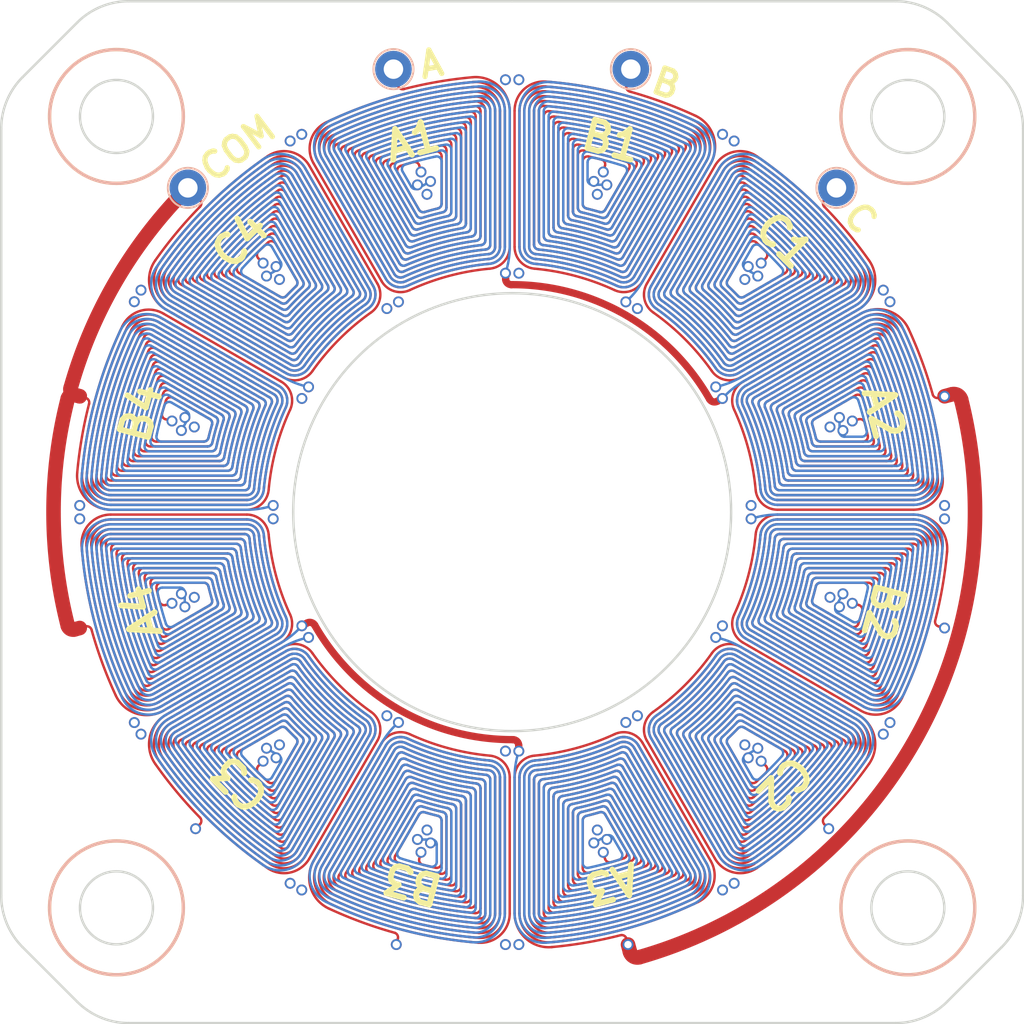
<source format=kicad_pcb>
(kicad_pcb (version 20240108) (generator "PCBMot") (generator_version "0.1")
  (title_block (title "PCB Motor") (date "07/02/2025") (comment 1 "Generated using PCBMot") (comment 1 "https://pcbmot.silica.io"))
  (layers (0 "F.Cu" signal) (1 "In1.Cu" signal) (2 "In2.Cu" signal) (3 "In3.Cu" signal) (4 "In4.Cu" signal) (5 "In5.Cu" signal) (6 "In6.Cu" signal) (31 "B.Cu" signal) (36 "B.SilkS" user "B.Silkscreen") (37 "F.SilkS" user "F.Silkscreen") (38 "B.Mask" user) (39 "F.Mask" user) (44 "Edge.Cuts" user))
  (segment (start 145.1212609998 81.7922981745) (end 145.3024343314 82.46844625290001) (width 0.1) (layer "F.Cu"))
  (segment (start 145.3024343314 82.46844625290001) (end 145.3027195401 82.4695106662) (width 0.1) (layer "F.Cu"))
  (arc (start 145.5455366095 82.6114906935) (mid 145.3949519108 82.5903983364) (end 145.3027195401 82.4695106662) (width 0.1) (layer "F.Cu"))
  (arc (start 145.5455366095 82.6114906935) (mid 146.9495654639 82.3110953097) (end 148.3731117825 82.1238780847) (width 0.1) (layer "F.Cu"))
  (arc (start 148.3731117825 82.1238780847) (mid 149.4440223767 82.4842776468) (end 149.9 83.5181160057) (width 0.1) (layer "F.Cu"))
  (segment (start 149.9 83.5181160057) (end 149.9 89.0957577063) (width 0.1) (layer "F.Cu"))
  (arc (start 149.9 89.0957577063) (mid 149.6648205031 89.7023990325) (end 149.0821917809 89.9919967989) (width 0.1) (layer "F.Cu"))
  (arc (start 145.7908436331 90.8739108771) (mid 147.3988685968 90.2924454458) (end 149.0821917809 89.9919967989) (width 0.1) (layer "F.Cu"))
  (arc (start 145.7908436331 90.8739108771) (mid 145.1414734753 90.9144262157) (end 144.6344813935 90.5066491646) (width 0.1) (layer "F.Cu"))
  (segment (start 144.6344813935 90.5066491646) (end 141.8371707417 85.6615649911) (width 0.1) (layer "F.Cu"))
  (arc (start 141.8371707417 85.6615649911) (mid 141.7303934914 84.7056629379) (end 142.3598865116 83.978415625) (width 0.1) (layer "F.Cu"))
  (arc (start 142.3598865116 83.978415625) (mid 145.30207746920001 82.88299021750001) (end 148.3912386707 82.3230549307) (width 0.1) (layer "F.Cu"))
  (arc (start 148.3912386707 82.3230549307) (mid 149.3091620371 82.631968841) (end 149.7 83.5181160057) (width 0.1) (layer "F.Cu"))
  (segment (start 149.7 83.5181160057) (end 149.7 89.0957577062) (width 0.1) (layer "F.Cu"))
  (arc (start 149.7 89.0957577062) (mid 149.5170826136 89.5675898488) (end 149.06392694070001 89.79283255600001) (width 0.1) (layer "F.Cu"))
  (arc (start 145.7070793273 90.6922971632) (mid 147.3471047877 90.0992602805) (end 149.06392694070001 89.79283255600001) (width 0.1) (layer "F.Cu"))
  (arc (start 145.7070793273 90.6922971632) (mid 145.202013649 90.7238090932) (end 144.8076864742 90.4066491646) (width 0.1) (layer "F.Cu"))
  (segment (start 144.8076864742 90.4066491646) (end 142.0103758225 85.5615649912) (width 0.1) (layer "F.Cu"))
  (arc (start 142.0103758225 85.5615649912) (mid 141.9213947805 84.7649799467) (end 142.4459722975 84.1589405193) (width 0.1) (layer "F.Cu"))
  (arc (start 142.4459722975 84.1589405193) (mid 145.3550118076 83.0758579333) (end 148.4093655589 82.5222317765) (width 0.1) (layer "F.Cu"))
  (arc (start 148.4093655589 82.5222317765) (mid 149.1743016977 82.7796600351) (end 149.5 83.5181160058) (width 0.1) (layer "F.Cu"))
  (segment (start 149.5 83.5181160058) (end 149.4999999999 89.0957577063) (width 0.1) (layer "F.Cu"))
  (arc (start 149.4999999999 89.0957577063) (mid 149.3693447239 89.4327806652) (end 149.0456621005 89.5936683133) (width 0.1) (layer "F.Cu"))
  (arc (start 145.6233150215 90.5106834493) (mid 147.2953409787 89.9060751153) (end 149.0456621005 89.5936683133) (width 0.1) (layer "F.Cu"))
  (arc (start 145.6233150215 90.5106834493) (mid 145.2625538229 90.5331919707) (end 144.9808915552 90.3066491648) (width 0.1) (layer "F.Cu"))
  (segment (start 144.9808915552 90.3066491648) (end 142.1835809034 85.46156499119999) (width 0.1) (layer "F.Cu"))
  (arc (start 142.1835809034 85.46156499119999) (mid 142.1123960698 84.82429695569999) (end 142.5320580832 84.3394654138) (width 0.1) (layer "F.Cu"))
  (arc (start 142.5320580832 84.3394654138) (mid 145.407946146 83.26872564920001) (end 148.4274924472 82.7214086223) (width 0.1) (layer "F.Cu"))
  (arc (start 148.4274924472 82.7214086223) (mid 149.0394413582 82.9273512293) (end 149.3 83.5181160058) (width 0.1) (layer "F.Cu"))
  (segment (start 149.3 83.5181160058) (end 149.3 89.0957577063) (width 0.1) (layer "F.Cu"))
  (arc (start 149.3 89.0957577063) (mid 149.2216068344 89.2979714817) (end 149.0273972603 89.3945040705) (width 0.1) (layer "F.Cu"))
  (arc (start 145.5395507156 90.3290697354) (mid 147.2435771697 89.71288995) (end 149.0273972603 89.3945040705) (width 0.1) (layer "F.Cu"))
  (arc (start 145.5395507156 90.3290697354) (mid 145.3230939964 90.3425748482) (end 145.1540966358 90.2066491646) (width 0.1) (layer "F.Cu"))
  (segment (start 145.1540966358 90.2066491646) (end 142.3567859841 85.3615649913) (width 0.1) (layer "F.Cu"))
  (arc (start 142.3567859841 85.3615649913) (mid 142.3033973588 84.8836139646) (end 142.618143869 84.5199903081) (width 0.1) (layer "F.Cu"))
  (arc (start 142.618143869 84.5199903081) (mid 145.4608804843 83.4615933651) (end 148.4456193353 82.9205854682) (width 0.1) (layer "F.Cu"))
  (arc (start 148.4456193353 82.9205854682) (mid 148.9045810186 83.07504242339999) (end 149.1 83.5181160058) (width 0.1) (layer "F.Cu"))
  (segment (start 149.1 83.5181160058) (end 149.1 89.0048874494) (width 0.1) (layer "F.Cu"))
  (arc (start 149.1 89.0048874494) (mid 149.0482934599 89.1390852503) (end 148.9199095024 89.2038940114) (width 0.1) (layer "F.Cu"))
  (arc (start 145.5373328151 90.110252703) (mid 147.1918133607 89.5197047847) (end 148.9199095024 89.2038940114) (width 0.1) (layer "F.Cu"))
  (arc (start 145.5373328151 90.110252703) (mid 145.3937446659 90.1183186483) (end 145.2818665881 90.0279532137) (width 0.1) (layer "F.Cu"))
  (segment (start 145.2818665881 90.0279532137) (end 142.5299910648 85.2615649913) (width 0.1) (layer "F.Cu"))
  (arc (start 142.5299910648 85.2615649913) (mid 142.4943986479 84.9429309735) (end 142.7042296547 84.7005152025) (width 0.1) (layer "F.Cu"))
  (arc (start 142.7042296547 84.7005152025) (mid 145.5138148227 83.654461081) (end 148.4637462236 83.1197623141) (width 0.1) (layer "F.Cu"))
  (arc (start 148.4637462236 83.1197623141) (mid 148.769720679 83.2227336175) (end 148.9 83.5181160057) (width 0.1) (layer "F.Cu"))
  (segment (start 148.9 83.5181160057) (end 148.9 88.8253635405) (width 0.1) (layer "F.Cu"))
  (arc (start 148.9 88.8253635405) (mid 148.8493690434 88.9583631229) (end 148.7231111111 89.0240237443) (width 0.1) (layer "F.Cu"))
  (arc (start 145.61783008769999 89.8560812867) (mid 147.1400495516 89.3265196194) (end 148.7231111111 89.0240237443) (width 0.1) (layer "F.Cu"))
  (arc (start 145.61783008769999 89.8560812867) (mid 145.4756572002 89.8623464867) (end 145.3653097144 89.7724809481) (width 0.1) (layer "F.Cu"))
  (segment (start 145.3653097144 89.7724809481) (end 142.7031961455 85.1615649912) (width 0.1) (layer "F.Cu"))
  (arc (start 142.7031961455 85.1615649912) (mid 142.6853999372 85.0022479823) (end 142.7903154406 84.8810400969) (width 0.1) (layer "F.Cu"))
  (arc (start 142.7903154406 84.8810400969) (mid 145.5667491611 83.8473287968) (end 148.4818731118 83.3189391598) (width 0.1) (layer "F.Cu"))
  (arc (start 148.4818731118 83.3189391598) (mid 148.6348603396 83.3704248115) (end 148.7000000001 83.5181160057) (width 0.1) (layer "F.Cu"))
  (segment (start 148.7000000001 83.5181160057) (end 148.7 88.648678491) (width 0.1) (layer "F.Cu"))
  (arc (start 148.7 88.648678491) (mid 148.6503997584 88.7805113878) (end 148.5262008732 88.8469548493) (width 0.1) (layer "F.Cu"))
  (arc (start 145.6998249084 89.60428000659999) (mid 147.0882857425 89.1333344543) (end 148.5262008732 88.8469548493) (width 0.1) (layer "F.Cu"))
  (arc (start 145.6998249084 89.60428000659999) (mid 145.5590437881 89.6088377235) (end 145.4501722705 89.5194672067) (width 0.1) (layer "F.Cu"))
  (segment (start 145.4501722705 89.5194672067) (end 142.9853093931 85.2501994695) (width 0.1) (layer "F.Cu"))
  (arc (start 142.9853093931 85.2501994695) (mid 142.9679100898 85.0896192023) (end 143.0748265775 84.9685505333) (width 0.1) (layer "F.Cu"))
  (arc (start 143.0748265775 84.9685505333) (mid 145.6183799814 84.0405543325) (end 148.2792048929 83.5397033988) (width 0.1) (layer "F.Cu"))
  (arc (start 148.2792048929 83.5397033988) (mid 148.4338674318 83.5900276112) (end 148.5 83.7386193698) (width 0.1) (layer "F.Cu"))
  (segment (start 148.5 83.7386193698) (end 148.4999999999 88.4747017392) (width 0.1) (layer "F.Cu"))
  (arc (start 148.4999999999 88.4747017392) (mid 148.451388424 88.6053981243) (end 148.3291845493 88.6725609369) (width 0.1) (layer "F.Cu"))
  (arc (start 145.7832490938 89.3547422861) (mid 147.0365219336 88.940149289) (end 148.3291845493 88.6725609369) (width 0.1) (layer "F.Cu"))
  (arc (start 145.7832490938 89.3547422861) (mid 145.6438360276 89.3576795216) (end 145.5363889753 89.26879891990001) (width 0.1) (layer "F.Cu"))
  (segment (start 145.5363889753 89.26879891990001) (end 143.2688995639 85.3413920538) (width 0.1) (layer "F.Cu"))
  (arc (start 143.2688995639 85.3413920538) (mid 143.2519161836 85.1795183979) (end 143.3608923183 85.0586229151) (width 0.1) (layer "F.Cu"))
  (arc (start 143.3608923183 85.0586229151) (mid 145.6699888604 84.2337860115) (end 148.0764705882 83.7635430404) (width 0.1) (layer "F.Cu"))
  (arc (start 148.0764705882 83.7635430404) (mid 148.2328422327 83.8126451344) (end 148.2999999999 83.9621541346) (width 0.1) (layer "F.Cu"))
  (segment (start 148.2999999999 83.9621541346) (end 148.3 88.3033124346) (width 0.1) (layer "F.Cu"))
  (arc (start 148.3 88.3033124346) (mid 148.2523376219 88.4329012031) (end 148.1320675106 88.5007248829) (width 0.1) (layer "F.Cu"))
  (arc (start 145.86803943 89.1073693789) (mid 146.9847581246 88.7469641236) (end 148.1320675106 88.5007248829) (width 0.1) (layer "F.Cu"))
  (arc (start 145.86803943 89.1073693789) (mid 145.7299706183 89.1087674049) (end 145.6238994038 89.02037142820001) (width 0.1) (layer "F.Cu"))
  (segment (start 145.6238994038 89.02037142820001) (end 143.5540284256 85.4352497288) (width 0.1) (layer "F.Cu"))
  (arc (start 143.5540284256 85.4352497288) (mid 143.5374811507 85.2720512831) (end 143.648578127 85.1513657129) (width 0.1) (layer "F.Cu"))
  (arc (start 143.648578127 85.1513657129) (mid 145.7215740028 84.4270243374) (end 147.8736677116 83.9905899234) (width 0.1) (layer "F.Cu"))
  (arc (start 147.8736677116 83.9905899234) (mid 148.0317830457 84.0384054311) (end 148.0999999999 84.1888488717) (width 0.1) (layer "F.Cu"))
  (segment (start 148.0999999999 84.1888488717) (end 148.1000000001 88.134398456) (width 0.1) (layer "F.Cu"))
  (arc (start 148.1000000001 88.134398456) (mid 148.0532497217 88.2629072994) (end 147.9348547718 88.33133790069999) (width 0.1) (layer "F.Cu"))
  (arc (start 145.9541371805 88.86206957979999) (mid 146.9329943155 88.5537789585) (end 147.9348547718 88.33133790069999) (width 0.1) (layer "F.Cu"))
  (arc (start 145.9541371805 88.86206957979999) (mid 145.8173888455 88.8620044156) (end 145.7126474951 88.7740876317) (width 0.1) (layer "F.Cu"))
  (segment (start 145.7126474951 88.7740876317) (end 143.8407621749 85.5318871509) (width 0.1) (layer "F.Cu"))
  (arc (start 143.8407621749 85.5318871509) (mid 143.8246724479 85.3673311617) (end 143.9379541414 85.2468952418) (width 0.1) (layer "F.Cu"))
  (arc (start 143.9379541414 85.2468952418) (mid 145.7731334194 84.6202698688) (end 147.6707936507 84.2209855257) (width 0.1) (layer "F.Cu"))
  (arc (start 147.6707936507 84.2209855257) (mid 147.8306880449 84.2674458827) (end 147.9 84.4188415065) (width 0.1) (layer "F.Cu"))
  (segment (start 147.9 84.4188415065) (end 147.9 87.9678555527) (width 0.1) (layer "F.Cu"))
  (arc (start 147.9 87.9678555527) (mid 147.8541269024 88.0953110272) (end 147.7375510203 88.1642987274) (width 0.1) (layer "F.Cu"))
  (arc (start 146.0414876548 88.6187575365) (mid 146.8812305065 88.3605937932) (end 147.7375510203 88.1642987274) (width 0.1) (layer "F.Cu"))
  (arc (start 146.0414876548 88.6187575365) (mid 145.9060361294 88.6173003765) (end 145.8025811243 88.5298572466) (width 0.1) (layer "F.Cu"))
  (segment (start 145.8025811243 88.5298572466) (end 144.1291718959 85.6314274412) (width 0.1) (layer "F.Cu"))
  (arc (start 144.1291718959 85.6314274412) (mid 144.1135625249 85.4654797133) (end 144.2290956516 85.3453364758) (width 0.1) (layer "F.Cu"))
  (arc (start 144.2290956516 85.3453364758) (mid 145.8246648993 84.8135232262) (end 147.4678456592 84.4548819755) (width 0.1) (layer "F.Cu"))
  (arc (start 147.4678456592 84.4548819755) (mid 147.629555262 84.4999141811) (end 147.7 84.6522802996) (width 0.1) (layer "F.Cu"))
  (segment (start 147.7 84.6522802996) (end 147.7 87.8035865927) (width 0.1) (layer "F.Cu"))
  (arc (start 147.7 87.8035865927) (mid 147.6549711724 87.9300141837) (end 147.5401606426 87.9995129126) (width 0.1) (layer "F.Cu"))
  (arc (start 146.130039829 88.3773536458) (mid 146.8294666975 88.167408628) (end 147.5401606426 87.9995129126) (width 0.1) (layer "F.Cu"))
  (arc (start 146.130039829 88.3773536458) (mid 145.9958616292 88.3745712459) (end 145.8936517251 88.2875961543) (width 0.1) (layer "F.Cu"))
  (segment (start 145.8936517251 88.2875961543) (end 144.4193340808 85.7340030878) (width 0.1) (layer "F.Cu"))
  (arc (start 144.4193340808 85.7340030878) (mid 144.40422935750001 85.5666278869) (end 144.5220836457 85.446823975) (width 0.1) (layer "F.Cu"))
  (arc (start 144.5220836457 85.446823975) (mid 145.8761659781 85.0067851026) (end 147.2648208468 84.69244320600001) (width 0.1) (layer "F.Cu"))
  (arc (start 147.2648208468 84.69244320600001) (mid 147.4283825715 84.7359694461) (end 147.4999999999 84.8893249655) (width 0.1) (layer "F.Cu"))
  (segment (start 147.4999999999 84.8893249655) (end 147.5 87.6415009001) (width 0.1) (layer "F.Cu"))
  (arc (start 147.5 87.6415009001) (mid 147.4557843853 87.7669250816) (end 147.342687747 87.8368921903) (width 0.1) (layer "F.Cu"))
  (arc (start 146.219746012 88.1377835213) (mid 146.7777028885 87.9742234627) (end 147.342687747 87.8368921903) (width 0.1) (layer "F.Cu"))
  (arc (start 146.219746012 88.1377835213) (mid 146.0868178959 88.1337385469) (end 145.9858139596 88.047225827) (width 0.1) (layer "F.Cu"))
  (segment (start 145.9858139596 88.047225827) (end 144.711331223 85.8397569736) (width 0.1) (layer "F.Cu"))
  (arc (start 144.711331223 85.8397569736) (mid 144.6967570533 85.6709169192) (end 144.8170054298 85.5515029403) (width 0.1) (layer "F.Cu"))
  (arc (start 144.8170054298 85.5515029403) (mid 145.9276339007 85.200056272) (end 147.0617161716 84.9338462724) (width 0.1) (layer "F.Cu"))
  (arc (start 147.0617161716 84.9338462724) (mid 147.2271676734 84.9757835015) (end 147.3 85.1301479496) (width 0.1) (layer "F.Cu"))
  (segment (start 147.3 85.1301479496) (end 147.3 87.4815136698) (width 0.1) (layer "F.Cu"))
  (arc (start 147.3 87.4815136698) (mid 147.2565682556 87.6059579599) (end 147.1451361867 87.676353924) (width 0.1) (layer "F.Cu"))
  (arc (start 146.3105615486 87.8999775242) (mid 146.7259390794 87.7810382974) (end 147.1451361867 87.676353924) (width 0.1) (layer "F.Cu"))
  (arc (start 146.3105615486 87.8999775242) (mid 146.1788605641 87.8947288654) (end 146.0790254251 87.8086728211) (width 0.1) (layer "F.Cu"))
  (segment (start 146.0790254251 87.8086728211) (end 145.0052524986 85.9488435565) (width 0.1) (layer "F.Cu"))
  (arc (start 145.0052524986 85.9488435565) (mid 144.9912365488 85.7784995043) (end 145.1139553396 85.6595304269) (width 0.1) (layer "F.Cu"))
  (arc (start 145.1139553396 85.6595304269) (mid 145.9790655756 85.3933376038) (end 146.858528428 85.1792828661) (width 0.1) (layer "F.Cu"))
  (arc (start 146.858528428 85.1792828661) (mid 147.0259080728 85.2195423417) (end 147.1 85.3749358975) (width 0.1) (layer "F.Cu"))
  (segment (start 147.1 85.3749358975) (end 147.1 87.3235454484) (width 0.1) (layer "F.Cu"))
  (arc (start 147.1 87.3235454484) (mid 147.0573243715 87.4470324604) (end 146.9475095786 87.5178206139) (width 0.1) (layer "F.Cu"))
  (arc (start 146.4024445567 87.6638703463) (mid 146.6741752704 87.5878531322) (end 146.9475095786 87.5178206139) (width 0.1) (layer "F.Cu"))
  (arc (start 146.4024445567 87.6638703463) (mid 146.2719480796 87.6574734035) (end 146.1732463952 87.5718683284) (width 0.1) (layer "F.Cu"))
  (segment (start 146.1732463952 87.5718683284) (end 145.3011945502 86.061430226) (width 0.1) (layer "F.Cu"))
  (arc (start 145.3011945502 86.061430226) (mid 145.2877664104 85.8895411379) (end 145.4130355581 85.7710767375) (width 0.1) (layer "F.Cu"))
  (arc (start 145.4130355581 85.7710767375) (mid 145.6734008106 85.6897575334) (end 145.9352063666 85.6132021382) (width 0.1) (layer "F.Cu"))
  (arc (start 145.9352063666 85.6132021382) (mid 146.0884082796 85.6317885798) (end 146.1827700419 85.7539038523) (width 0.1) (layer "F.Cu"))
  (segment (start 146.1827700419 85.7539038523) (end 146.2535943221 86.0182236645) (width 0.1) (layer "F.Cu"))
  (segment (start 154.8787390002 81.7922981745) (end 154.6975656686 82.46844625279999) (width 0.1) (layer "F.Cu"))
  (segment (start 154.6975656686 82.46844625279999) (end 154.6972804599 82.4695106662) (width 0.1) (layer "F.Cu"))
  (arc (start 154.8365761969 82.7138775114) (mid 154.7167122009 82.620318645) (end 154.6972804599 82.4695106662) (width 0.1) (layer "F.Cu"))
  (arc (start 154.8365761969 82.7138775114) (mid 156.2026985443 83.1557419051) (end 157.5291344322 83.7053801915) (width 0.1) (layer "F.Cu"))
  (arc (start 157.5291344322 83.7053801915) (mid 158.2763704309 84.5529506649) (end 158.1543394568 85.6762697587) (width 0.1) (layer "F.Cu"))
  (segment (start 158.1543394568 85.6762697587) (end 155.3655186065 90.5066491646) (width 0.1) (layer "F.Cu"))
  (arc (start 155.3655186065 90.5066491646) (mid 154.8585265247 90.9144262156) (end 154.209156367 90.8739108771) (width 0.1) (layer "F.Cu"))
  (arc (start 150.9178082192 89.9919967989) (mid 152.6011314033 90.2924454458) (end 154.209156367 90.8739108771) (width 0.1) (layer "F.Cu"))
  (arc (start 150.9178082192 89.9919967989) (mid 150.3351794969 89.7023990325) (end 150.0999999999 89.0957577063) (width 0.1) (layer "F.Cu"))
  (segment (start 150.0999999999 89.0957577063) (end 150.1 83.5011364026) (width 0.1) (layer "F.Cu"))
  (arc (start 150.1 83.5011364026) (mid 150.4854792153 82.6199123159) (end 151.3942598187 82.3048441782) (width 0.1) (layer "F.Cu"))
  (arc (start 151.3942598187 82.3048441782) (mid 154.4899846346 82.82727342609999) (end 157.4452443549 83.88693584399999) (width 0.1) (layer "F.Cu"))
  (arc (start 157.4452443549 83.88693584399999) (mid 158.0857323539 84.6134248212) (end 157.981134376 85.5762697588) (width 0.1) (layer "F.Cu"))
  (segment (start 157.981134376 85.5762697588) (end 155.1923135258 90.4066491645) (width 0.1) (layer "F.Cu"))
  (arc (start 155.1923135258 90.4066491645) (mid 154.7979863511 90.723809093) (end 154.2929206729 90.6922971631) (width 0.1) (layer "F.Cu"))
  (arc (start 150.9360730594 89.79283255600001) (mid 152.6528952124 90.0992602804) (end 154.2929206729 90.6922971631) (width 0.1) (layer "F.Cu"))
  (arc (start 150.9360730594 89.79283255600001) (mid 150.4829173865 89.5675898488) (end 150.3 89.0957577062) (width 0.1) (layer "F.Cu"))
  (segment (start 150.3 89.0957577062) (end 150.3 83.5011364028) (width 0.1) (layer "F.Cu"))
  (arc (start 150.3 83.5011364028) (mid 150.6212326794 82.766782997) (end 151.378549849 82.5042262156) (width 0.1) (layer "F.Cu"))
  (arc (start 151.378549849 82.5042262156) (mid 154.4393932585 83.0207689368) (end 157.3613542777 84.0684914965) (width 0.1) (layer "F.Cu"))
  (arc (start 157.3613542777 84.0684914965) (mid 157.8950942767 84.6738989775) (end 157.8079292952 85.4762697587) (width 0.1) (layer "F.Cu"))
  (segment (start 157.8079292952 85.4762697587) (end 155.0191084448 90.3066491645) (width 0.1) (layer "F.Cu"))
  (arc (start 155.0191084448 90.3066491645) (mid 154.7374461772 90.5331919706) (end 154.3766849785 90.5106834493) (width 0.1) (layer "F.Cu"))
  (arc (start 150.9543378996 89.5936683133) (mid 152.7046590213 89.9060751153) (end 154.3766849785 90.5106834493) (width 0.1) (layer "F.Cu"))
  (arc (start 150.9543378996 89.5936683133) (mid 150.6306552762 89.4327806653) (end 150.5000000001 89.09575770640001) (width 0.1) (layer "F.Cu"))
  (segment (start 150.5000000001 89.09575770640001) (end 150.5000000001 83.5011364028) (width 0.1) (layer "F.Cu"))
  (arc (start 150.5000000001 83.5011364028) (mid 150.7569861436 82.9136536783) (end 151.3628398791 82.7036082531) (width 0.1) (layer "F.Cu"))
  (arc (start 151.3628398791 82.7036082531) (mid 154.3888018822 83.2142644476) (end 157.2774642004 84.250047149) (width 0.1) (layer "F.Cu"))
  (arc (start 157.2774642004 84.250047149) (mid 157.7044561996 84.7343731338) (end 157.6347242144 85.37626975879999) (width 0.1) (layer "F.Cu"))
  (segment (start 157.6347242144 85.37626975879999) (end 154.8459033642 90.2066491647) (width 0.1) (layer "F.Cu"))
  (arc (start 154.8459033642 90.2066491647) (mid 154.6769060036 90.3425748483) (end 154.4604492844 90.3290697354) (width 0.1) (layer "F.Cu"))
  (arc (start 150.9726027397 89.3945040705) (mid 152.7564228303 89.71288995) (end 154.4604492844 90.3290697354) (width 0.1) (layer "F.Cu"))
  (arc (start 150.9726027397 89.3945040705) (mid 150.7783931657 89.2979714816) (end 150.7000000001 89.0957577063) (width 0.1) (layer "F.Cu"))
  (segment (start 150.7000000001 89.0957577063) (end 150.7 83.5011364028) (width 0.1) (layer "F.Cu"))
  (arc (start 150.7 83.5011364028) (mid 150.8927396076 83.0605243594) (end 151.3471299093 82.9029902905) (width 0.1) (layer "F.Cu"))
  (arc (start 151.3471299093 82.9029902905) (mid 154.338210506 83.4077599582) (end 157.1935741231 84.4316028013) (width 0.1) (layer "F.Cu"))
  (arc (start 157.1935741231 84.4316028013) (mid 157.51381812260001 84.7948472899) (end 157.4615191337 85.2762697588) (width 0.1) (layer "F.Cu"))
  (segment (start 157.4615191337 85.2762697588) (end 154.7181334119 90.0279532137) (width 0.1) (layer "F.Cu"))
  (arc (start 154.7181334119 90.0279532137) (mid 154.6062553341 90.1183186483) (end 154.462667185 90.110252703) (width 0.1) (layer "F.Cu"))
  (arc (start 151.0800904977 89.2038940114) (mid 152.8081866394 89.5197047847) (end 154.462667185 90.110252703) (width 0.1) (layer "F.Cu"))
  (arc (start 151.0800904977 89.2038940114) (mid 150.9517065402 89.1390852503) (end 150.9 89.0048874494) (width 0.1) (layer "F.Cu"))
  (segment (start 150.9 89.0048874494) (end 150.9 83.5011364029) (width 0.1) (layer "F.Cu"))
  (arc (start 150.9 83.5011364029) (mid 151.0284930717 83.2073950405) (end 151.3314199396 83.1023723279) (width 0.1) (layer "F.Cu"))
  (arc (start 151.3314199396 83.1023723279) (mid 154.2876191299 83.6012554689) (end 157.1096840459 84.6131584539) (width 0.1) (layer "F.Cu"))
  (arc (start 157.1096840459 84.6131584539) (mid 157.3231800455 84.8553214462) (end 157.288314053 85.1762697587) (width 0.1) (layer "F.Cu"))
  (segment (start 157.288314053 85.1762697587) (end 154.6346902856 89.772480948) (width 0.1) (layer "F.Cu"))
  (arc (start 154.6346902856 89.772480948) (mid 154.5243427998 89.8623464867) (end 154.38216991230001 89.8560812868) (width 0.1) (layer "F.Cu"))
  (arc (start 151.2768888889 89.0240237443) (mid 152.8599504484 89.3265196195) (end 154.38216991230001 89.8560812868) (width 0.1) (layer "F.Cu"))
  (arc (start 151.2768888889 89.0240237443) (mid 151.1506309566 88.9583631228) (end 151.1 88.8253635405) (width 0.1) (layer "F.Cu"))
  (segment (start 151.1 88.8253635405) (end 151.1 83.5011364028) (width 0.1) (layer "F.Cu"))
  (arc (start 151.1 83.5011364028) (mid 151.1642465359 83.3542657217) (end 151.3157099698 83.3017543654) (width 0.1) (layer "F.Cu"))
  (arc (start 151.3157099698 83.3017543654) (mid 154.2370277538 83.7947509796) (end 157.0257939688 84.7947141062) (width 0.1) (layer "F.Cu"))
  (arc (start 157.0257939688 84.7947141062) (mid 157.1325419687 84.9157956024) (end 157.1151089723 85.0762697587) (width 0.1) (layer "F.Cu"))
  (segment (start 157.1151089723 85.0762697587) (end 154.5498277296 89.5194672067) (width 0.1) (layer "F.Cu"))
  (arc (start 154.5498277296 89.5194672067) (mid 154.4409562119 89.6088377235) (end 154.3001750915 89.6042800065) (width 0.1) (layer "F.Cu"))
  (arc (start 151.4737991267 88.8469548493) (mid 152.9117142574 89.1333344542) (end 154.3001750915 89.6042800065) (width 0.1) (layer "F.Cu"))
  (arc (start 151.4737991267 88.8469548493) (mid 151.3496002416 88.7805113878) (end 151.3 88.648678491) (width 0.1) (layer "F.Cu"))
  (segment (start 151.3 88.648678491) (end 151.3 83.7189527363) (width 0.1) (layer "F.Cu"))
  (arc (start 151.3 83.7189527363) (mid 151.3652218949 83.571186494) (end 151.5183486238 83.5197961949) (width 0.1) (layer "F.Cu"))
  (arc (start 151.5183486238 83.5197961949) (mid 154.1851285879 83.9879046124) (end 156.7398960232 84.884567436) (width 0.1) (layer "F.Cu"))
  (arc (start 156.7398960232 84.884567436) (mid 156.8486756045 85.00548075180001) (end 156.8316522094 85.1672312736) (width 0.1) (layer "F.Cu"))
  (segment (start 156.8316522094 85.1672312736) (end 154.4636110247 89.26879891990001) (width 0.1) (layer "F.Cu"))
  (arc (start 154.4636110247 89.26879891990001) (mid 154.3561639725 89.3576795216) (end 154.2167509062 89.35474228620001) (width 0.1) (layer "F.Cu"))
  (arc (start 151.6708154507 88.6725609369) (mid 152.9634780664 88.9401492891) (end 154.2167509062 89.35474228620001) (width 0.1) (layer "F.Cu"))
  (arc (start 151.6708154507 88.6725609369) (mid 151.548611576 88.6053981243) (end 151.5000000001 88.4747017391) (width 0.1) (layer "F.Cu"))
  (segment (start 151.5000000001 88.4747017391) (end 151.5 83.9397229165) (width 0.1) (layer "F.Cu"))
  (arc (start 151.5 83.9397229165) (mid 151.5662287892 83.7910445281) (end 151.7210526317 83.7408340361) (width 0.1) (layer "F.Cu"))
  (arc (start 151.7210526317 83.7408340361) (mid 154.1332073487 84.1810525947) (end 156.4524031443 84.9770510997) (width 0.1) (layer "F.Cu"))
  (arc (start 156.4524031443 84.9770510997) (mid 156.5632739138 85.09776058279999) (end 156.5466797461 85.2608180586) (width 0.1) (layer "F.Cu"))
  (segment (start 156.5466797461 85.2608180586) (end 154.3761005962 89.0203714283) (width 0.1) (layer "F.Cu"))
  (arc (start 154.3761005962 89.0203714283) (mid 154.2700293817 89.1087674048) (end 154.1319605702 89.1073693788) (width 0.1) (layer "F.Cu"))
  (arc (start 151.8679324895 88.5007248831) (mid 153.0152418755 88.7469641237) (end 154.1319605702 89.1073693788) (width 0.1) (layer "F.Cu"))
  (arc (start 151.8679324895 88.5007248831) (mid 151.7476623781 88.4329012033) (end 151.7000000001 88.3033124347) (width 0.1) (layer "F.Cu"))
  (segment (start 151.7000000001 88.3033124347) (end 151.7000000001 84.1635704782) (width 0.1) (layer "F.Cu"))
  (arc (start 151.7000000001 84.1635704782) (mid 151.7672688626 84.0139628409) (end 151.9238244514 83.9649945594) (width 0.1) (layer "F.Cu"))
  (arc (start 151.9238244514 83.9649945594) (mid 154.0812622295 84.3741944651) (end 156.1632472596 85.0722780298) (width 0.1) (layer "F.Cu"))
  (arc (start 156.1632472596 85.0722780298) (mid 156.276271402 85.19274514119999) (end 156.2601272969 85.3571414598) (width 0.1) (layer "F.Cu"))
  (segment (start 156.2601272969 85.3571414598) (end 154.2873525049 88.7740876318) (width 0.1) (layer "F.Cu"))
  (arc (start 154.2873525049 88.7740876318) (mid 154.1826111544 88.8620044155) (end 154.0458628195 88.8620695797) (width 0.1) (layer "F.Cu"))
  (arc (start 152.0651452282 88.3313379008) (mid 153.0670056845 88.5537789585) (end 154.0458628195 88.8620695797) (width 0.1) (layer "F.Cu"))
  (arc (start 152.0651452282 88.3313379008) (mid 151.9467502783 88.2629072994) (end 151.9 88.134398456) (width 0.1) (layer "F.Cu"))
  (segment (start 151.9 88.134398456) (end 151.9 84.39062781530001) (width 0.1) (layer "F.Cu"))
  (arc (start 151.9 84.39062781530001) (mid 151.9683438823 84.2400732848) (end 152.1266666666 84.1924135654) (width 0.1) (layer "F.Cu"))
  (arc (start 152.1266666666 84.1924135654) (mid 154.0292912284 84.5673297127) (end 155.8723553681 85.1703694439) (width 0.1) (layer "F.Cu"))
  (arc (start 155.8723553681 85.1703694439) (mid 155.9875977968 85.2905524904) (end 155.9719258988 85.4563209242) (width 0.1) (layer "F.Cu"))
  (segment (start 155.9719258988 85.4563209242) (end 154.1974188757 88.5298572466) (width 0.1) (layer "F.Cu"))
  (arc (start 154.1974188757 88.5298572466) (mid 154.0939638706 88.6173003765) (end 153.9585123452 88.6187575364) (width 0.1) (layer "F.Cu"))
  (arc (start 152.2624489796 88.16429872730001) (mid 153.1187694935 88.3605937931) (end 153.9585123452 88.6187575364) (width 0.1) (layer "F.Cu"))
  (arc (start 152.2624489796 88.16429872730001) (mid 152.1458730976 88.0953110271) (end 152.1 87.9678555527) (width 0.1) (layer "F.Cu"))
  (segment (start 152.1 87.9678555527) (end 152.1 84.6210370959) (width 0.1) (layer "F.Cu"))
  (arc (start 152.1 84.6210370959) (mid 152.1694557521 84.4695174624) (end 152.3295819935 84.4232369299) (width 0.1) (layer "F.Cu"))
  (arc (start 152.3295819935 84.4232369299) (mid 153.9772921203 84.7604577696) (end 155.5796490269 85.2714557156) (width 0.1) (layer "F.Cu"))
  (arc (start 155.5796490269 85.2714557156) (mid 155.6971775481 85.391309551) (end 155.6820014215 85.5584848493) (width 0.1) (layer "F.Cu"))
  (segment (start 155.6820014215 85.5584848493) (end 154.1063482749 88.2875961543) (width 0.1) (layer "F.Cu"))
  (arc (start 154.1063482749 88.2875961543) (mid 154.0041383708 88.3745712459) (end 153.869960171 88.3773536458) (width 0.1) (layer "F.Cu"))
  (arc (start 152.4598393574 87.9995129126) (mid 153.1705333025 88.167408628) (end 153.869960171 88.3773536458) (width 0.1) (layer "F.Cu"))
  (arc (start 152.4598393574 87.9995129126) (mid 152.3450288276 87.9300141837) (end 152.3 87.8035865928) (width 0.1) (layer "F.Cu"))
  (segment (start 152.3 87.8035865928) (end 152.3 84.8549513041) (width 0.1) (layer "F.Cu"))
  (arc (start 152.3 84.8549513041) (mid 152.3706065264 84.7024477665) (end 152.5325732899 84.6576216794) (width 0.1) (layer "F.Cu"))
  (arc (start 152.5325732899 84.6576216794) (mid 153.9252624248 84.9535780035) (end 155.2850437665 85.3756773699) (width 0.1) (layer "F.Cu"))
  (arc (start 155.2850437665 85.3756773699) (mid 155.4049292551 85.495153062) (end 155.3902740077 85.6637715518) (width 0.1) (layer "F.Cu"))
  (segment (start 155.3902740077 85.6637715518) (end 154.0141860404 88.0472258268) (width 0.1) (layer "F.Cu"))
  (arc (start 154.0141860404 88.0472258268) (mid 153.9131821041 88.1337385469) (end 153.7802539879 88.1377835213) (width 0.1) (layer "F.Cu"))
  (arc (start 152.657312253 87.8368921903) (mid 153.2222971115 87.9742234627) (end 153.7802539879 88.1377835213) (width 0.1) (layer "F.Cu"))
  (arc (start 152.657312253 87.8368921903) (mid 152.5442156147 87.7669250817) (end 152.5 87.6415009002) (width 0.1) (layer "F.Cu"))
  (segment (start 152.5 87.6415009002) (end 152.5000000002 85.0925354268) (width 0.1) (layer "F.Cu"))
  (arc (start 152.5000000002 85.0925354268) (mid 152.5717984263 84.9390285657) (end 152.7356435645 84.8957372147) (width 0.1) (layer "F.Cu"))
  (arc (start 152.7356435645 84.8957372147) (mid 153.8731993685 85.1466897073) (end 154.9884484248 85.4831862204) (width 0.1) (layer "F.Cu"))
  (arc (start 154.9884484248 85.4831862204) (mid 155.1107650139 85.602230677) (end 155.096657435 85.7723303738) (width 0.1) (layer "F.Cu"))
  (segment (start 155.096657435 85.7723303738) (end 153.9209745749 87.8086728211) (width 0.1) (layer "F.Cu"))
  (arc (start 153.9209745749 87.8086728211) (mid 153.8211394359 87.8947288655) (end 153.6894384514 87.8999775243) (width 0.1) (layer "F.Cu"))
  (arc (start 152.8548638133 87.6763539239) (mid 153.2740609206 87.7810382974) (end 153.6894384514 87.8999775243) (width 0.1) (layer "F.Cu"))
  (arc (start 152.8548638133 87.6763539239) (mid 152.7434317444 87.6059579598) (end 152.7 87.4815136698) (width 0.1) (layer "F.Cu"))
  (segment (start 152.7 87.4815136698) (end 152.7 85.3339678168) (width 0.1) (layer "F.Cu"))
  (arc (start 152.7 85.3339678168) (mid 152.7730338575 85.1794375651) (end 152.9387959866 85.1377667173) (width 0.1) (layer "F.Cu"))
  (arc (start 152.9387959866 85.1377667173) (mid 153.8210998396 85.3397920882) (end 154.6897643804 85.5941466737) (width 0.1) (layer "F.Cu"))
  (arc (start 154.6897643804 85.5941466737) (mid 154.8145896671 85.7127022247) (end 154.8010583803 85.88432295530001) (width 0.1) (layer "F.Cu"))
  (segment (start 154.8010583803 85.88432295530001) (end 153.8267536048 87.5718683284) (width 0.1) (layer "F.Cu"))
  (arc (start 153.8267536048 87.5718683284) (mid 153.7280519204 87.6574734035) (end 153.5975554434 87.6638703463) (width 0.1) (layer "F.Cu"))
  (arc (start 153.0524904214 87.5178206139) (mid 153.3258247296 87.5878531322) (end 153.5975554434 87.6638703463) (width 0.1) (layer "F.Cu"))
  (arc (start 153.0524904214 87.5178206139) (mid 152.9426756285 87.4470324604) (end 152.9 87.3235454484) (width 0.1) (layer "F.Cu"))
  (segment (start 152.9 87.3235454484) (end 152.9 85.5794417584) (width 0.1) (layer "F.Cu"))
  (arc (start 152.9 85.5794417584) (mid 152.9743154338 85.4238673716) (end 153.1420338982 85.38390876529999) (width 0.1) (layer "F.Cu"))
  (arc (start 153.1420338982 85.38390876529999) (mid 153.4081764232 85.4436668949) (end 153.6731843832 85.5082707558) (width 0.1) (layer "F.Cu"))
  (arc (start 153.6731843832 85.5082707558) (mid 153.796567911 85.600968043) (end 153.817229958 85.7539038524) (width 0.1) (layer "F.Cu"))
  (segment (start 153.817229958 85.7539038524) (end 153.7464056779 86.0182236644) (width 0.1) (layer "F.Cu"))
  (segment (start 163.3289628253 86.6710371746) (end 162.8339880785 87.1660119215) (width 0.1) (layer "F.Cu"))
  (segment (start 162.8339880785 87.1660119215) (end 162.8332088739 87.1667911261) (width 0.1) (layer "F.Cu"))
  (arc (start 162.8316590981 87.4480668904) (mid 162.7746332657 87.3071105373) (end 162.8332088739 87.1667911261) (width 0.1) (layer "F.Cu"))
  (arc (start 162.8316590981 87.4480668904) (mid 163.7938235588 88.513793854) (end 164.667731591 89.6530125169) (width 0.1) (layer "F.Cu"))
  (arc (start 164.667731591 89.6530125169) (mid 164.8910717118 90.7606480777) (end 164.2237302413 91.6724554625) (width 0.1) (layer "F.Cu"))
  (segment (start 164.2237302413 91.6724554625) (end 159.39335083539999 94.4612763128) (width 0.1) (layer "F.Cu"))
  (arc (start 159.39335083539999 94.4612763128) (mid 158.7503942875 94.5609255572) (end 158.2082809038 94.2011531659) (width 0.1) (layer "F.Cu"))
  (arc (start 155.7988468341 91.7917190963) (mid 157.106423151 92.8935768491) (end 158.2082809038 94.2011531659) (width 0.1) (layer "F.Cu"))
  (arc (start 155.7988468341 91.7917190963) (mid 155.4390744428 91.2496057125) (end 155.5387236872 90.6066491646) (width 0.1) (layer "F.Cu"))
  (segment (start 155.5387236872 90.6066491646) (end 158.3360343391 85.7615649912) (width 0.1) (layer "F.Cu"))
  (arc (start 158.3360343391 85.7615649912) (mid 159.1104811755 85.1911421533) (end 160.0550423334 85.3726754438) (width 0.1) (layer "F.Cu"))
  (arc (start 160.0550423334 85.3726754438) (mid 162.4748040431 87.3729748521) (end 164.5043028267 89.7682992856) (width 0.1) (layer "F.Cu"))
  (arc (start 164.5043028267 89.7682992856) (mid 164.6957372159 90.7177011948) (end 164.1237302412 91.4992503817) (width 0.1) (layer "F.Cu"))
  (segment (start 164.1237302412 91.4992503817) (end 159.2933508355 94.288071232) (width 0.1) (layer "F.Cu"))
  (arc (start 159.2933508355 94.288071232) (mid 158.7932735205 94.3655761998) (end 158.3716297776 94.0857532289) (width 0.1) (layer "F.Cu"))
  (arc (start 155.9142467712 91.6283702226) (mid 157.2478445073 92.7521554929) (end 158.3716297776 94.0857532289) (width 0.1) (layer "F.Cu"))
  (arc (start 155.9142467712 91.6283702226) (mid 155.6344238002 91.20672647960001) (end 155.711928768 90.70664916449999) (width 0.1) (layer "F.Cu"))
  (segment (start 155.711928768 90.70664916449999) (end 158.5092394197 85.8615649912) (width 0.1) (layer "F.Cu"))
  (arc (start 158.5092394197 85.8615649912) (mid 159.1546117835 85.3862126262) (end 159.9417460818 85.5374903684) (width 0.1) (layer "F.Cu"))
  (arc (start 159.9417460818 85.5374903684) (mid 162.3342428708 87.5152511918) (end 164.3408740625 89.8835860542) (width 0.1) (layer "F.Cu"))
  (arc (start 164.3408740625 89.8835860542) (mid 164.5004027201 90.6747543119) (end 164.02373024119998 91.3260453009) (width 0.1) (layer "F.Cu"))
  (segment (start 164.02373024119998 91.3260453009) (end 159.1933508354 94.1148661511) (width 0.1) (layer "F.Cu"))
  (arc (start 159.1933508354 94.1148661511) (mid 158.8361527533 94.1702268424) (end 158.5349786512 93.9703532918) (width 0.1) (layer "F.Cu"))
  (arc (start 156.0296467082 91.4650213489) (mid 157.3892658635 92.6107341366) (end 158.5349786512 93.9703532918) (width 0.1) (layer "F.Cu"))
  (arc (start 156.0296467082 91.4650213489) (mid 155.8297731575 91.1638472469) (end 155.8851338487 90.8066491648) (width 0.1) (layer "F.Cu"))
  (segment (start 155.8851338487 90.8066491648) (end 158.6824445006 85.9615649913) (width 0.1) (layer "F.Cu"))
  (arc (start 158.6824445006 85.9615649913) (mid 159.1987423915 85.5812830993) (end 159.8284498301 85.70230529290001) (width 0.1) (layer "F.Cu"))
  (arc (start 159.8284498301 85.70230529290001) (mid 162.1936816984 87.6575275315) (end 164.1774452982 89.9988728228) (width 0.1) (layer "F.Cu"))
  (arc (start 164.1774452982 89.9988728228) (mid 164.3050682244 90.6318074289) (end 163.9237302413 91.1528402202) (width 0.1) (layer "F.Cu"))
  (segment (start 163.9237302413 91.1528402202) (end 159.0933508353 93.9416610704) (width 0.1) (layer "F.Cu"))
  (arc (start 159.0933508353 93.9416610704) (mid 158.8790319861 93.9748774852) (end 158.6983275249 93.8549533549) (width 0.1) (layer "F.Cu"))
  (arc (start 156.1450466452 91.3016724751) (mid 157.5306872197 92.4693127803) (end 158.6983275249 93.8549533549) (width 0.1) (layer "F.Cu"))
  (arc (start 156.1450466452 91.3016724751) (mid 156.0251225148 91.1209680139) (end 156.0583389295 90.9066491647) (width 0.1) (layer "F.Cu"))
  (segment (start 156.0583389295 90.9066491647) (end 158.85564958129999 86.0615649913) (width 0.1) (layer "F.Cu"))
  (arc (start 158.85564958129999 86.0615649913) (mid 159.2428729995 85.7763535722) (end 159.7151535785 85.8671202174) (width 0.1) (layer "F.Cu"))
  (arc (start 159.7151535785 85.8671202174) (mid 162.0531205262 87.7998038711) (end 164.014016534 90.1141595914) (width 0.1) (layer "F.Cu"))
  (arc (start 164.014016534 90.1141595914) (mid 164.1097337286 90.5888605461) (end 163.8237302412 90.9796351395) (width 0.1) (layer "F.Cu"))
  (segment (start 163.8237302412 90.9796351395) (end 159.0720467863 93.7230208613) (width 0.1) (layer "F.Cu"))
  (arc (start 159.0720467863 93.7230208613) (mid 158.9299748115 93.7453405844) (end 158.8096567993 93.6665611963) (width 0.1) (layer "F.Cu"))
  (arc (start 156.3334388037 91.1903432008) (mid 157.6721085759 92.3278914241) (end 158.8096567993 93.6665611963) (width 0.1) (layer "F.Cu"))
  (arc (start 156.3334388037 91.1903432008) (mid 156.2546594155 91.0700251885) (end 156.2769791387 90.9279532137) (width 0.1) (layer "F.Cu"))
  (segment (start 156.2769791387 90.9279532137) (end 159.0288546619 86.1615649913) (width 0.1) (layer "F.Cu"))
  (arc (start 159.0288546619 86.1615649913) (mid 159.2870036074 85.9714240452) (end 159.6018573268 86.0319351421) (width 0.1) (layer "F.Cu"))
  (arc (start 159.6018573268 86.0319351421) (mid 161.9125593538 87.9420802108) (end 163.8505877697 90.2294463599) (width 0.1) (layer "F.Cu"))
  (arc (start 163.8505877697 90.2294463599) (mid 163.9143992329 90.545913663) (end 163.7237302413 90.8064300587) (width 0.1) (layer "F.Cu"))
  (segment (start 163.7237302413 90.8064300587) (end 159.127519052 93.4600538261) (width 0.1) (layer "F.Cu"))
  (arc (start 159.127519052 93.4600538261) (mid 158.9870225567 93.4827059226) (end 158.8670298243 93.4061936566) (width 0.1) (layer "F.Cu"))
  (arc (start 156.5938063434 91.1329701757) (mid 157.8135299321 92.1864700679) (end 158.8670298243 93.4061936566) (width 0.1) (layer "F.Cu"))
  (arc (start 156.5938063434 91.1329701757) (mid 156.5172940774 91.0129774433) (end 156.5399461739 90.872480948) (width 0.1) (layer "F.Cu"))
  (segment (start 156.5399461739 90.872480948) (end 159.2020597428 86.2615649912) (width 0.1) (layer "F.Cu"))
  (arc (start 159.2020597428 86.2615649912) (mid 159.3311342156 86.1664945183) (end 159.4885610752 86.1967500667) (width 0.1) (layer "F.Cu"))
  (arc (start 159.4885610752 86.1967500667) (mid 161.7719981815 88.0843565506) (end 163.6871590056 90.3447331286) (width 0.1) (layer "F.Cu"))
  (arc (start 163.6871590056 90.3447331286) (mid 163.7190647371 90.5029667802) (end 163.6237302413 90.633224978) (width 0.1) (layer "F.Cu"))
  (segment (start 163.6237302413 90.633224978) (end 159.1805327933 93.1985062206) (width 0.1) (layer "F.Cu"))
  (arc (start 159.1805327933 93.1985062206) (mid 159.0415620348 93.2214675997) (end 158.9219208667 93.1471299408) (width 0.1) (layer "F.Cu"))
  (arc (start 156.8528700591 91.07807913319999) (mid 157.9549512883 92.0450487116) (end 158.9219208667 93.1471299408) (width 0.1) (layer "F.Cu"))
  (arc (start 156.8528700591 91.07807913319999) (mid 156.7785324003 90.9584379651) (end 156.8014937794 90.8194672067) (width 0.1) (layer "F.Cu"))
  (segment (start 156.8014937794 90.8194672067) (end 159.26635665679999 86.5501994695) (width 0.1) (layer "F.Cu"))
  (arc (start 159.26635665679999 86.5501994695) (mid 159.3967235958 86.4548410973) (end 159.5550303826 86.4868991572) (width 0.1) (layer "F.Cu"))
  (arc (start 159.5550303826 86.4868991572) (mid 161.6304753691 88.2256829205) (end 163.3946374569 90.279599422) (width 0.1) (layer "F.Cu"))
  (arc (start 163.3946374569 90.279599422) (mid 163.4283866799 90.4387032158) (end 163.3327687264 90.5702715792) (width 0.1) (layer "F.Cu"))
  (segment (start 163.3327687264 90.5702715792) (end 159.2312010801 92.9383127638) (width 0.1) (layer "F.Cu"))
  (arc (start 159.2312010801 92.9383127638) (mid 159.0937089024 92.9615620968) (end 158.9744422631 92.8893118431) (width 0.1) (layer "F.Cu"))
  (arc (start 157.1106881569 91.0255577369) (mid 158.0963726445 91.90362735549999) (end 158.9744422631 92.8893118431) (width 0.1) (layer "F.Cu"))
  (arc (start 157.1106881569 91.0255577369) (mid 157.0384379033 90.9062910976) (end 157.0616872362 90.76879892) (width 0.1) (layer "F.Cu"))
  (segment (start 157.0616872362 90.76879892) (end 159.3291766475 86.8413920539) (width 0.1) (layer "F.Cu"))
  (arc (start 159.3291766475 86.8413920539) (mid 159.4608716556 86.7457471872) (end 159.6200582822 86.77967554680001) (width 0.1) (layer "F.Cu"))
  (arc (start 159.6200582822 86.77967554680001) (mid 161.4889362658 88.3669933602) (end 163.0994194886 90.2159461847) (width 0.1) (layer "F.Cu"))
  (arc (start 163.0994194886 90.2159461847) (mid 163.1350816501 90.3759190483) (end 163.0391819413 90.5088338808) (width 0.1) (layer "F.Cu"))
  (segment (start 163.0391819413 90.5088338808) (end 159.2796285717 92.6794130308) (width 0.1) (layer "F.Cu"))
  (arc (start 159.2796285717 92.6794130308) (mid 159.1435702171 92.7029305849) (end 159.0246981318 92.6326854531) (width 0.1) (layer "F.Cu"))
  (arc (start 157.3673145469 90.9753018684) (mid 158.2377940009 91.7622059992) (end 159.0246981318 92.6326854531) (width 0.1) (layer "F.Cu"))
  (arc (start 157.3673145469 90.9753018684) (mid 157.297069415 90.856429783) (end 157.3205869691 90.7203714283) (width 0.1) (layer "F.Cu"))
  (segment (start 157.3205869691 90.7203714283) (end 159.3904579474 87.13524972889999) (width 0.1) (layer "F.Cu"))
  (arc (start 159.3904579474 87.13524972889999) (mid 159.5235183098 87.0393201456) (end 159.6835835676 87.0751901643) (width 0.1) (layer "F.Cu"))
  (arc (start 159.6835835676 87.0751901643) (mid 161.3473795377 88.5082865669) (end 162.8013896817 90.15383718300001) (width 0.1) (layer "F.Cu"))
  (arc (start 162.8013896817 90.15383718300001) (mid 162.8390379045 90.314676833) (end 162.7428585402 90.4489761686) (width 0.1) (layer "F.Cu"))
  (segment (start 162.7428585402 90.4489761686) (end 159.3259123683 92.4217509608) (width 0.1) (layer "F.Cu"))
  (arc (start 159.3259123683 92.4217509608) (mid 159.1912453062 92.4455184538) (end 159.0727851921 92.3772007202) (width 0.1) (layer "F.Cu"))
  (arc (start 157.6227992797 90.927214808) (mid 158.3792153571 91.6207846429) (end 159.0727851921 92.3772007202) (width 0.1) (layer "F.Cu"))
  (arc (start 157.6227992797 90.927214808) (mid 157.5544815461 90.8087546939) (end 157.5782490391 90.6740876317) (width 0.1) (layer "F.Cu"))
  (segment (start 157.5782490391 90.6740876317) (end 159.45013435959999 87.4318871509) (width 0.1) (layer "F.Cu"))
  (arc (start 159.45013435959999 87.4318871509) (mid 159.5845991631 87.335675044) (end 159.745540576 87.3735619084) (width 0.1) (layer "F.Cu"))
  (arc (start 159.745540576 87.3735619084) (mid 161.2058037066 88.6495610972) (end 162.5004242068 90.0933408937) (width 0.1) (layer "F.Cu"))
  (arc (start 162.5004242068 90.0933408937) (mid 162.5401355545 90.2550436794) (end 162.4436790758 90.3907674053) (width 0.1) (layer "F.Cu"))
  (segment (start 162.4436790758 90.3907674053) (end 159.3701427534 92.1652744284) (width 0.1) (layer "F.Cu"))
  (arc (start 159.3701427534 92.1652744284) (mid 159.2368265258 92.1892748977) (end 159.1187934839 92.1228110725) (width 0.1) (layer "F.Cu"))
  (arc (start 157.8771889275 90.88120651610001) (mid 158.5206367133 91.47936328669999) (end 159.1187934839 92.1228110725) (width 0.1) (layer "F.Cu"))
  (arc (start 157.8771889275 90.88120651610001) (mid 157.8107251023 90.7631734741) (end 157.8347255716 90.6298572466) (width 0.1) (layer "F.Cu"))
  (segment (start 157.8347255716 90.6298572466) (end 159.5081348 87.7314274412) (width 0.1) (layer "F.Cu"))
  (arc (start 159.5081348 87.7314274412) (mid 159.64404506260001 87.6349354654) (end 159.8058587217 87.6749184694) (width 0.1) (layer "F.Cu"))
  (arc (start 159.8058587217 87.6749184694) (mid 161.0642071297 88.7908153466) (end 162.1963899436 90.0345310024) (width 0.1) (layer "F.Cu"))
  (arc (start 162.1963899436 90.0345310024) (mid 162.238245711 90.1970917292) (end 162.1415151507 90.3342817211) (width 0.1) (layer "F.Cu"))
  (segment (start 162.1415151507 90.3342817211) (end 159.4124038457 91.9099348677) (width 0.1) (layer "F.Cu"))
  (arc (start 159.4124038457 91.9099348677) (mid 159.2803999264 91.9341525545) (end 159.1628069968 91.8694730835) (width 0.1) (layer "F.Cu"))
  (arc (start 158.1305269164 90.8371930032) (mid 158.6620580695 91.3379419304) (end 159.1628069968 91.8694730835) (width 0.1) (layer "F.Cu"))
  (arc (start 158.1305269164 90.8371930032) (mid 158.0658474455 90.7196000736) (end 158.0900651323 90.5875961543) (width 0.1) (layer "F.Cu"))
  (segment (start 158.0900651323 90.5875961543) (end 159.5643827767 88.0340030878) (width 0.1) (layer "F.Cu"))
  (arc (start 159.5643827767 88.0340030878) (mid 159.70178159099999 87.9372344133) (end 159.8644619662 87.9793972648) (width 0.1) (layer "F.Cu"))
  (arc (start 159.8644619662 87.9793972648) (mid 160.9225879746 88.9320475273) (end 161.8891434769 89.9774869725) (width 0.1) (layer "F.Cu"))
  (arc (start 161.8891434769 89.9774869725) (mid 161.9332295095 90.1408987012) (end 161.8362284482 90.2795989732) (width 0.1) (layer "F.Cu"))
  (segment (start 161.8362284482 90.2795989732) (end 159.4527741731 91.6556869406) (width 0.1) (layer "F.Cu"))
  (arc (start 159.4527741731 91.6556869406) (mid 159.3220458383 91.6801071858) (end 159.2049042257 91.6171461782) (width 0.1) (layer "F.Cu"))
  (arc (start 158.3828538218 90.7950957743) (mid 158.8034794258 91.1965205742) (end 159.2049042257 91.6171461782) (width 0.1) (layer "F.Cu"))
  (arc (start 158.3828538218 90.7950957743) (mid 158.3198928142 90.6779541617) (end 158.3443130593 90.5472258269) (width 0.1) (layer "F.Cu"))
  (segment (start 158.3443130593 90.5472258269) (end 159.6187957961 88.3397569737) (width 0.1) (layer "F.Cu"))
  (arc (start 159.6187957961 88.3397569737) (mid 159.7577284876 88.2427153453) (end 159.92126821509999 88.2871465047) (width 0.1) (layer "F.Cu"))
  (arc (start 159.92126821509999 88.2871465047) (mid 160.7809441934 89.0732556405) (end 161.5785299512 89.9222946972) (width 0.1) (layer "F.Cu"))
  (arc (start 161.5785299512 89.9222946972) (mid 161.6249369964 90.0865485154) (end 161.5276696262 90.2268053846) (width 0.1) (layer "F.Cu"))
  (segment (start 161.5276696262 90.2268053846) (end 159.4913271789 91.4024882447) (width 0.1) (layer "F.Cu"))
  (arc (start 159.4913271789 91.4024882447) (mid 159.3618393901 91.4270973958) (end 159.2451586624 91.3657923754) (width 0.1) (layer "F.Cu"))
  (arc (start 158.6342076247 90.7548413375) (mid 158.944900782 91.055099218) (end 159.2451586624 91.3657923754) (width 0.1) (layer "F.Cu"))
  (arc (start 158.6342076247 90.7548413375) (mid 158.5729026042 90.6381606098) (end 158.5975117553 90.50867282109999) (width 0.1) (layer "F.Cu"))
  (segment (start 158.5975117553 90.50867282109999) (end 159.6712846819 88.6488435566) (width 0.1) (layer "F.Cu"))
  (arc (start 159.6712846819 88.6488435566) (mid 159.8117989837 88.5515333617) (end 159.9761886224 88.5983264135) (width 0.1) (layer "F.Cu"))
  (arc (start 159.9761886224 88.5983264135) (mid 160.6392734874 89.2144374435) (end 161.2643817543 89.8690472465) (width 0.1) (layer "F.Cu"))
  (arc (start 161.2643817543 89.8690472465) (mid 161.3132058481 90.0341320088) (end 161.2156770447 90.1759942778) (width 0.1) (layer "F.Cu"))
  (segment (start 161.2156770447 90.1759942778) (end 159.5281316716 91.1502990532) (width 0.1) (layer "F.Cu"))
  (arc (start 159.5281316716 91.1502990532) (mid 159.3998509679 91.1750843808) (end 159.2836392323 91.1153760572) (width 0.1) (layer "F.Cu"))
  (arc (start 158.8846239428 90.7163607677) (mid 159.0863221383 90.9136778617) (end 159.2836392323 91.1153760572) (width 0.1) (layer "F.Cu"))
  (arc (start 158.8846239428 90.7163607677) (mid 158.8249156193 90.6001490321) (end 158.8497009468 90.4718683284) (width 0.1) (layer "F.Cu"))
  (segment (start 158.8497009468 90.4718683284) (end 159.7217527918 88.961430226) (width 0.1) (layer "F.Cu"))
  (arc (start 159.7217527918 88.961430226) (mid 159.8638990388 88.8638565717) (end 160.0291267928 88.9131106358) (width 0.1) (layer "F.Cu"))
  (arc (start 160.0291267928 88.9131106358) (mid 160.2297339157 89.0979339566) (end 160.4269356107 89.2863865213) (width 0.1) (layer "F.Cu"))
  (arc (start 160.4269356107 89.2863865213) (mid 160.4874402366 89.4283564908) (end 160.4288661895 89.5711338104) (width 0.1) (layer "F.Cu"))
  (segment (start 160.4288661895 89.5711338104) (end 160.2353706577 89.7646293423) (width 0.1) (layer "F.Cu"))
  (segment (start 167.7730352037 95.2377295701) (end 167.5315537471 95.3024343314) (width 0.1) (layer "F.Cu"))
  (segment (start 167.5315537471 95.3024343314) (end 167.5304893338 95.3027195401) (width 0.1) (layer "F.Cu"))
  (arc (start 167.5304893338 95.3027195401) (mid 167.379681355 95.2832877992) (end 167.2861224886 95.1634238032) (width 0.1) (layer "F.Cu"))
  (arc (start 166.2946198085 92.4708655678) (mid 166.8442580949 93.7973014557) (end 167.2861224886 95.1634238032) (width 0.1) (layer "F.Cu"))
  (arc (start 164.3237302413 91.8456605432) (mid 165.4470493351 91.7236295691) (end 166.2946198085 92.4708655678) (width 0.1) (layer "F.Cu"))
  (segment (start 164.3237302413 91.8456605432) (end 159.4933508354 94.6344813935) (width 0.1) (layer "F.Cu"))
  (arc (start 159.1260891229 95.790843633) (mid 159.0855737844 95.1414734753) (end 159.4933508354 94.6344813935) (width 0.1) (layer "F.Cu"))
  (arc (start 159.1260891229 95.790843633) (mid 159.7075545542 97.3988685967) (end 160.0080032011 99.0821917808) (width 0.1) (layer "F.Cu"))
  (arc (start 160.9042422937 99.9) (mid 160.2976009675 99.6648205031) (end 160.0080032011 99.0821917808) (width 0.1) (layer "F.Cu"))
  (segment (start 160.9042422937 99.9) (end 166.4988635973 99.9) (width 0.1) (layer "F.Cu"))
  (arc (start 167.6951558218 98.6057401813) (mid 167.3800876841 99.5145207847) (end 166.4988635973 99.9) (width 0.1) (layer "F.Cu"))
  (arc (start 166.113064156 92.5547556451) (mid 167.1727265739 95.5100153654) (end 167.6951558218 98.6057401813) (width 0.1) (layer "F.Cu"))
  (arc (start 164.4237302413 92.018865624) (mid 165.3865751788 91.9142676463) (end 166.113064156 92.5547556451) (width 0.1) (layer "F.Cu"))
  (segment (start 164.4237302413 92.018865624) (end 159.5933508354 94.8076864742) (width 0.1) (layer "F.Cu"))
  (arc (start 159.3077028369 95.7070793271) (mid 159.2761909069 95.202013649) (end 159.5933508354 94.8076864742) (width 0.1) (layer "F.Cu"))
  (arc (start 159.3077028369 95.7070793271) (mid 159.9007397195 97.3471047876) (end 160.2071674439 99.0639269406) (width 0.1) (layer "F.Cu"))
  (arc (start 160.9042422938 99.7) (mid 160.4324101511 99.5170826136) (end 160.2071674439 99.0639269406) (width 0.1) (layer "F.Cu"))
  (segment (start 160.9042422938 99.7) (end 166.4988635972 99.7) (width 0.1) (layer "F.Cu"))
  (arc (start 167.4957737844 98.621450151) (mid 167.233217003 99.3787673206) (end 166.4988635972 99.7) (width 0.1) (layer "F.Cu"))
  (arc (start 165.9315085035 92.6386457224) (mid 166.9792310632 95.5606067416) (end 167.4957737844 98.621450151) (width 0.1) (layer "F.Cu"))
  (arc (start 164.5237302413 92.1920707048) (mid 165.3261010225 92.1049057234) (end 165.9315085035 92.6386457224) (width 0.1) (layer "F.Cu"))
  (segment (start 164.5237302413 92.1920707048) (end 159.6933508354 94.9808915551) (width 0.1) (layer "F.Cu"))
  (arc (start 159.4893165507 95.6233150214) (mid 159.4668080294 95.2625538228) (end 159.6933508354 94.9808915551) (width 0.1) (layer "F.Cu"))
  (arc (start 159.4893165507 95.6233150214) (mid 160.0939248847 97.2953409786) (end 160.4063316867 99.0456621004) (width 0.1) (layer "F.Cu"))
  (arc (start 160.9042422935 99.5) (mid 160.5672193346 99.3693447239) (end 160.4063316867 99.0456621004) (width 0.1) (layer "F.Cu"))
  (segment (start 160.9042422935 99.5) (end 166.4988635972 99.4999999999) (width 0.1) (layer "F.Cu"))
  (arc (start 167.29639174689999 98.6371601209) (mid 167.0863463217 99.2430138564) (end 166.4988635972 99.4999999999) (width 0.1) (layer "F.Cu"))
  (arc (start 165.7499528511 92.7225357995) (mid 166.7857355525 95.6111981178) (end 167.29639174689999 98.6371601209) (width 0.1) (layer "F.Cu"))
  (arc (start 164.6237302412 92.3652757855) (mid 165.2656268663 92.2955438002) (end 165.7499528511 92.7225357995) (width 0.1) (layer "F.Cu"))
  (segment (start 164.6237302412 92.3652757855) (end 159.7933508354 95.1540966358) (width 0.1) (layer "F.Cu"))
  (arc (start 159.6709302646 95.5395507156) (mid 159.6574251518 95.3230939964) (end 159.7933508354 95.1540966358) (width 0.1) (layer "F.Cu"))
  (arc (start 159.6709302646 95.5395507156) (mid 160.28711005 97.2435771697) (end 160.6054959295 99.0273972603) (width 0.1) (layer "F.Cu"))
  (arc (start 160.9042422937 99.3) (mid 160.7020285183 99.2216068344) (end 160.6054959295 99.0273972603) (width 0.1) (layer "F.Cu"))
  (segment (start 160.9042422937 99.3) (end 166.4988635972 99.3) (width 0.1) (layer "F.Cu"))
  (arc (start 167.0970097095 98.6528700906) (mid 166.9394756406 99.1072603924) (end 166.4988635972 99.3) (width 0.1) (layer "F.Cu"))
  (arc (start 165.5683971986 92.8064258769) (mid 166.5922400418 95.661789494) (end 167.0970097095 98.6528700906) (width 0.1) (layer "F.Cu"))
  (arc (start 164.7237302412 92.5384808663) (mid 165.20515271 92.4861818774) (end 165.5683971986 92.8064258769) (width 0.1) (layer "F.Cu"))
  (segment (start 164.7237302412 92.5384808663) (end 159.9720467863 95.2818665881) (width 0.1) (layer "F.Cu"))
  (arc (start 159.8897472969 95.537332815) (mid 159.8816813517 95.3937446659) (end 159.9720467863 95.2818665881) (width 0.1) (layer "F.Cu"))
  (arc (start 159.8897472969 95.537332815) (mid 160.4802952153 97.1918133606) (end 160.7961059886 98.9199095023) (width 0.1) (layer "F.Cu"))
  (arc (start 160.9951125506 99.1) (mid 160.8609147497 99.04829345979999) (end 160.7961059886 98.9199095023) (width 0.1) (layer "F.Cu"))
  (segment (start 160.9951125506 99.1) (end 166.4988635972 99.1000000001) (width 0.1) (layer "F.Cu"))
  (arc (start 166.8976276721 98.6685800604) (mid 166.7926049596 98.9715069283) (end 166.4988635972 99.1000000001) (width 0.1) (layer "F.Cu"))
  (arc (start 165.3868415462 92.8903159541) (mid 166.3987445311 95.7123808701) (end 166.8976276721 98.6685800604) (width 0.1) (layer "F.Cu"))
  (arc (start 164.8237302413 92.711685947) (mid 165.1446785538 92.6768199544) (end 165.3868415462 92.8903159541) (width 0.1) (layer "F.Cu"))
  (segment (start 164.8237302413 92.711685947) (end 160.2275190519 95.3653097144) (width 0.1) (layer "F.Cu"))
  (arc (start 160.1439187132 95.6178300877) (mid 160.1376535133 95.4756572002) (end 160.2275190519 95.3653097144) (width 0.1) (layer "F.Cu"))
  (arc (start 160.1439187132 95.6178300877) (mid 160.6734803805 97.1400495516) (end 160.9759762558 98.7231111111) (width 0.1) (layer "F.Cu"))
  (arc (start 161.1746364595 98.9) (mid 161.0416368772 98.8493690433) (end 160.9759762558 98.7231111111) (width 0.1) (layer "F.Cu"))
  (segment (start 161.1746364595 98.9) (end 166.4988635972 98.9) (width 0.1) (layer "F.Cu"))
  (arc (start 166.6982456346 98.6842900302) (mid 166.6457342783 98.8357534641) (end 166.4988635972 98.9) (width 0.1) (layer "F.Cu"))
  (arc (start 165.2052858938 92.9742060312) (mid 166.2052490205 95.76297224620001) (end 166.6982456346 98.6842900302) (width 0.1) (layer "F.Cu"))
  (arc (start 164.9237302412 92.88489102770001) (mid 165.0842043975 92.8674580313) (end 165.2052858938 92.9742060312) (width 0.1) (layer "F.Cu"))
  (segment (start 164.9237302412 92.88489102770001) (end 160.4805327933 95.4501722705) (width 0.1) (layer "F.Cu"))
  (arc (start 160.3957199934 95.6998249085) (mid 160.3911622764 95.5590437881) (end 160.4805327933 95.4501722705) (width 0.1) (layer "F.Cu"))
  (arc (start 160.3957199934 95.6998249085) (mid 160.8666655457 97.0882857426) (end 161.1530451507 98.5262008733) (width 0.1) (layer "F.Cu"))
  (arc (start 161.351321509 98.7) (mid 161.2194886122 98.6503997584) (end 161.1530451507 98.5262008733) (width 0.1) (layer "F.Cu"))
  (segment (start 161.351321509 98.7) (end 166.2810472636 98.7) (width 0.1) (layer "F.Cu"))
  (arc (start 166.4802038051 98.4816513762) (mid 166.428813506 98.6347781052) (end 166.2810472636 98.7) (width 0.1) (layer "F.Cu"))
  (arc (start 165.115432564 93.2601039769) (mid 166.0120953876 95.8148714121) (end 166.4802038051 98.4816513762) (width 0.1) (layer "F.Cu"))
  (arc (start 164.8327687264 93.1683477906) (mid 164.9945192482 93.1513243955) (end 165.115432564 93.2601039769) (width 0.1) (layer "F.Cu"))
  (segment (start 164.8327687264 93.1683477906) (end 160.7312010801 95.5363889753) (width 0.1) (layer "F.Cu"))
  (arc (start 160.6452577139 95.7832490938) (mid 160.6423204784 95.6438360276) (end 160.7312010801 95.5363889753) (width 0.1) (layer "F.Cu"))
  (arc (start 160.6452577139 95.7832490938) (mid 161.059850711 97.0365219336) (end 161.3274390631 98.3291845493) (width 0.1) (layer "F.Cu"))
  (arc (start 161.5252982608 98.4999999999) (mid 161.3946018757 98.451388424) (end 161.3274390631 98.3291845493) (width 0.1) (layer "F.Cu"))
  (segment (start 161.5252982608 98.4999999999) (end 166.0602770835 98.5) (width 0.1) (layer "F.Cu"))
  (arc (start 166.2591659638 98.2789473683) (mid 166.2089554719 98.4337712108) (end 166.0602770835 98.5) (width 0.1) (layer "F.Cu"))
  (arc (start 165.0229489004 93.5475968557) (mid 165.8189474053 95.8667926513) (end 166.2591659638 98.2789473683) (width 0.1) (layer "F.Cu"))
  (arc (start 164.7391819414 93.4533202538) (mid 164.9022394173 93.4367260861) (end 165.0229489004 93.5475968557) (width 0.1) (layer "F.Cu"))
  (segment (start 164.7391819414 93.4533202538) (end 160.9796285718 95.6238994038) (width 0.1) (layer "F.Cu"))
  (arc (start 160.8926306212 95.8680394298) (mid 160.8912325952 95.7299706182) (end 160.9796285718 95.6238994038) (width 0.1) (layer "F.Cu"))
  (arc (start 160.8926306212 95.8680394298) (mid 161.2530358763 96.9847581245) (end 161.4992751169 98.1320675105) (width 0.1) (layer "F.Cu"))
  (arc (start 161.6966875654 98.3) (mid 161.5670987967 98.2523376219) (end 161.4992751169 98.1320675105) (width 0.1) (layer "F.Cu"))
  (segment (start 161.6966875654 98.3) (end 165.8364295218 98.2999999999) (width 0.1) (layer "F.Cu"))
  (arc (start 166.0350054406 98.0761755486) (mid 165.9860371591 98.2327311374) (end 165.8364295218 98.2999999999) (width 0.1) (layer "F.Cu"))
  (arc (start 164.9277219702 93.8367527404) (mid 165.6258055349 95.9187377705) (end 166.0350054406 98.0761755486) (width 0.1) (layer "F.Cu"))
  (arc (start 164.6428585402 93.7398727031) (mid 164.8072548588 93.7237285981) (end 164.9277219702 93.8367527404) (width 0.1) (layer "F.Cu"))
  (segment (start 164.6428585402 93.7398727031) (end 161.2259123683 95.7126474951) (width 0.1) (layer "F.Cu"))
  (arc (start 161.1379304203 95.9541371805) (mid 161.1379955845 95.8173888455) (end 161.2259123683 95.7126474951) (width 0.1) (layer "F.Cu"))
  (arc (start 161.1379304203 95.9541371805) (mid 161.4462210415 96.9329943155) (end 161.6686620992 97.9348547718) (width 0.1) (layer "F.Cu"))
  (arc (start 161.86560154400001 98.1000000001) (mid 161.7370927005 98.0532497217) (end 161.6686620992 97.9348547718) (width 0.1) (layer "F.Cu"))
  (segment (start 161.86560154400001 98.1000000001) (end 165.6093721847 98.0999999999) (width 0.1) (layer "F.Cu"))
  (arc (start 165.8075864346 97.8733333334) (mid 165.7599267151 98.0316561177) (end 165.6093721847 98.0999999999) (width 0.1) (layer "F.Cu"))
  (arc (start 164.8296305561 94.127644632) (mid 165.4326702873 95.9707087717) (end 165.8075864346 97.8733333334) (width 0.1) (layer "F.Cu"))
  (arc (start 164.54367907580001 94.0280741012) (mid 164.7094475096 94.0124022033) (end 164.8296305561 94.127644632) (width 0.1) (layer "F.Cu"))
  (segment (start 164.54367907580001 94.0280741012) (end 161.4701427534 95.8025811243) (width 0.1) (layer "F.Cu"))
  (arc (start 161.3812424635 96.0414876548) (mid 161.3826996235 95.90603612940001) (end 161.4701427534 95.8025811243) (width 0.1) (layer "F.Cu"))
  (arc (start 161.3812424635 96.0414876548) (mid 161.6394062068 96.8812305065) (end 161.8357012726 97.7375510203) (width 0.1) (layer "F.Cu"))
  (arc (start 162.0321444473 97.9) (mid 161.9046889728 97.8541269024) (end 161.8357012726 97.7375510203) (width 0.1) (layer "F.Cu"))
  (segment (start 162.0321444473 97.9) (end 165.3789629041 97.9) (width 0.1) (layer "F.Cu"))
  (arc (start 165.57676307 97.6704180064) (mid 165.5304825376 97.8305442478) (end 165.3789629041 97.9) (width 0.1) (layer "F.Cu"))
  (arc (start 164.7285442844 94.4203509732) (mid 165.2395422304 96.0227078797) (end 165.57676307 97.6704180064) (width 0.1) (layer "F.Cu"))
  (arc (start 164.4415151507 94.3179985785) (mid 164.608690449 94.3028224519) (end 164.7285442844 94.4203509732) (width 0.1) (layer "F.Cu"))
  (segment (start 164.4415151507 94.3179985785) (end 161.7124038457 95.8936517251) (width 0.1) (layer "F.Cu"))
  (arc (start 161.62264635420001 96.130039829) (mid 161.6254287541 95.9958616292) (end 161.7124038457 95.8936517251) (width 0.1) (layer "F.Cu"))
  (arc (start 161.62264635420001 96.130039829) (mid 161.832591372 96.8294666975) (end 162.0004870874 97.5401606426) (width 0.1) (layer "F.Cu"))
  (arc (start 162.19641340729999 97.7) (mid 162.0699858163 97.6549711724) (end 162.0004870874 97.5401606426) (width 0.1) (layer "F.Cu"))
  (segment (start 162.19641340729999 97.7) (end 165.1450486959 97.7) (width 0.1) (layer "F.Cu"))
  (arc (start 165.3423783206 97.4674267101) (mid 165.2975522335 97.6293934736) (end 165.1450486959 97.7) (width 0.1) (layer "F.Cu"))
  (arc (start 164.62432263 94.7149562336) (mid 165.0464219965 96.0747375752) (end 165.3423783206 97.4674267101) (width 0.1) (layer "F.Cu"))
  (arc (start 164.3362284483 94.6097259923) (mid 164.50484693800001 94.595070745) (end 164.62432263 94.7149562336) (width 0.1) (layer "F.Cu"))
  (segment (start 164.3362284483 94.6097259923) (end 161.9527741731 95.9858139595) (width 0.1) (layer "F.Cu"))
  (arc (start 161.8622164787 96.219746012) (mid 161.866261453 96.0868178958) (end 161.9527741731 95.9858139595) (width 0.1) (layer "F.Cu"))
  (arc (start 161.8622164787 96.219746012) (mid 162.0257765373 96.7777028885) (end 162.1631078097 97.342687747) (width 0.1) (layer "F.Cu"))
  (arc (start 162.35849909979999 97.5) (mid 162.2330749183 97.4557843853) (end 162.1631078097 97.342687747) (width 0.1) (layer "F.Cu"))
  (segment (start 162.35849909979999 97.5) (end 164.9074645732 97.4999999999) (width 0.1) (layer "F.Cu"))
  (arc (start 165.1042627853 97.2643564356) (mid 165.0609714343 97.4282015738) (end 164.9074645732 97.4999999999) (width 0.1) (layer "F.Cu"))
  (arc (start 164.5168137796 95.0115515752) (mid 164.8533102927 96.1268006315) (end 165.1042627853 97.2643564356) (width 0.1) (layer "F.Cu"))
  (arc (start 164.2276696262 94.903342565) (mid 164.397769323 94.8892349861) (end 164.5168137796 95.0115515752) (width 0.1) (layer "F.Cu"))
  (segment (start 164.2276696262 94.903342565) (end 162.1913271789 96.0790254251) (width 0.1) (layer "F.Cu"))
  (arc (start 162.1000224757 96.3105615486) (mid 162.10527113450001 96.1788605641) (end 162.1913271789 96.0790254251) (width 0.1) (layer "F.Cu"))
  (arc (start 162.1000224757 96.3105615486) (mid 162.2189617026 96.7259390794) (end 162.3236460761 97.1451361867) (width 0.1) (layer "F.Cu"))
  (arc (start 162.5184863302 97.3) (mid 162.3940420402 97.2565682556) (end 162.3236460761 97.1451361867) (width 0.1) (layer "F.Cu"))
  (segment (start 162.5184863302 97.3) (end 164.6660321833 97.3) (width 0.1) (layer "F.Cu"))
  (arc (start 164.8622332827 97.0612040133) (mid 164.8205624349 97.2269661424) (end 164.6660321833 97.3) (width 0.1) (layer "F.Cu"))
  (arc (start 164.4058533262 95.3102356197) (mid 164.6602079117 96.1789001604) (end 164.8622332827 97.0612040133) (width 0.1) (layer "F.Cu"))
  (arc (start 164.1156770447 95.1989416198) (mid 164.2872977752 95.185410333) (end 164.4058533262 95.3102356197) (width 0.1) (layer "F.Cu"))
  (segment (start 164.1156770447 95.1989416198) (end 162.4281316716 96.1732463952) (width 0.1) (layer "F.Cu"))
  (arc (start 162.3361296537 96.4024445567) (mid 162.3425265965 96.2719480796) (end 162.4281316716 96.1732463952) (width 0.1) (layer "F.Cu"))
  (arc (start 162.3361296537 96.4024445567) (mid 162.4121468678 96.6741752704) (end 162.4821793861 96.9475095786) (width 0.1) (layer "F.Cu"))
  (arc (start 162.6764545516 97.1) (mid 162.5529675396 97.0573243715) (end 162.4821793861 96.9475095786) (width 0.1) (layer "F.Cu"))
  (segment (start 162.6764545516 97.1) (end 164.4205582416 97.1) (width 0.1) (layer "F.Cu"))
  (arc (start 164.6160912348 96.8579661017) (mid 164.5761326285 97.0256845662) (end 164.4205582416 97.1) (width 0.1) (layer "F.Cu"))
  (arc (start 164.4917292442 96.3268156168) (mid 164.5563331052 96.5918235767) (end 164.6160912348 96.8579661017) (width 0.1) (layer "F.Cu"))
  (arc (start 164.2460961477 96.1827700419) (mid 164.3990319571 96.203432089) (end 164.4917292442 96.3268156168) (width 0.1) (layer "F.Cu"))
  (segment (start 164.2460961477 96.1827700419) (end 163.9817763355 96.2535943221) (width 0.1) (layer "F.Cu"))
  (segment (start 167.7730352037 104.7622704299) (end 167.5315537472 104.6975656686) (width 0.1) (layer "F.Cu"))
  (segment (start 167.5315537472 104.6975656686) (end 167.5304893338 104.6972804599) (width 0.1) (layer "F.Cu"))
  (arc (start 167.5304893338 104.6972804599) (mid 167.4096016636 104.6050480892) (end 167.3885093065 104.4544633905) (width 0.1) (layer "F.Cu"))
  (arc (start 167.8761219153 101.6268882175) (mid 167.6889046903 103.0504345361) (end 167.3885093065 104.4544633905) (width 0.1) (layer "F.Cu"))
  (arc (start 166.4818839943 100.1) (mid 167.5157223532 100.5559776233) (end 167.8761219153 101.6268882175) (width 0.1) (layer "F.Cu"))
  (segment (start 166.4818839943 100.1) (end 160.9042422937 100.0999999999) (width 0.1) (layer "F.Cu"))
  (arc (start 160.0080032011 100.9178082191) (mid 160.2976009675 100.3351794968) (end 160.9042422937 100.0999999999) (width 0.1) (layer "F.Cu"))
  (arc (start 160.0080032011 100.9178082191) (mid 159.7075545542 102.6011314032) (end 159.1260891228 104.2091563669) (width 0.1) (layer "F.Cu"))
  (arc (start 159.4933508354 105.3655186065) (mid 159.0855737843 104.8585265247) (end 159.1260891228 104.2091563669) (width 0.1) (layer "F.Cu"))
  (segment (start 159.4933508354 105.3655186065) (end 164.3384350089 108.16282925830001) (width 0.1) (layer "F.Cu"))
  (arc (start 166.021584375 107.6401134884) (mid 165.2943370621 108.2696065086) (end 164.3384350089 108.16282925830001) (width 0.1) (layer "F.Cu"))
  (arc (start 167.6769450693 101.60876132920001) (mid 167.1170097825 104.6979225308) (end 166.021584375 107.6401134884) (width 0.1) (layer "F.Cu"))
  (arc (start 166.4818839942 100.3) (mid 167.3680311589 100.6908379628) (end 167.6769450693 101.60876132920001) (width 0.1) (layer "F.Cu"))
  (segment (start 166.4818839942 100.3) (end 160.9042422938 100.3) (width 0.1) (layer "F.Cu"))
  (arc (start 160.207167444 100.9360730593) (mid 160.4324101513 100.4829173865) (end 160.9042422938 100.3) (width 0.1) (layer "F.Cu"))
  (arc (start 160.207167444 100.9360730593) (mid 159.9007397195 102.6528952123) (end 159.3077028368 104.2929206727) (width 0.1) (layer "F.Cu"))
  (arc (start 159.5933508355 105.1923135258) (mid 159.2761909068 104.797986351) (end 159.3077028368 104.2929206727) (width 0.1) (layer "F.Cu"))
  (segment (start 159.5933508355 105.1923135258) (end 164.4384350087 107.9896241775) (width 0.1) (layer "F.Cu"))
  (arc (start 165.8410594807 107.5540277026) (mid 165.2350200532 108.0786052196) (end 164.4384350087 107.9896241775) (width 0.1) (layer "F.Cu"))
  (arc (start 167.4777682235 101.590634441) (mid 166.9241420667 104.6449881924) (end 165.8410594807 107.5540277026) (width 0.1) (layer "F.Cu"))
  (arc (start 166.4818839943 100.5000000001) (mid 167.2203399648 100.8256983024) (end 167.4777682235 101.590634441) (width 0.1) (layer "F.Cu"))
  (segment (start 166.4818839943 100.5000000001) (end 160.9042422938 100.5000000001) (width 0.1) (layer "F.Cu"))
  (arc (start 160.4063316868 100.9543378996) (mid 160.5672193348 100.6306552761) (end 160.9042422938 100.5000000001) (width 0.1) (layer "F.Cu"))
  (arc (start 160.4063316868 100.9543378996) (mid 160.0939248848 102.7046590213) (end 159.4893165507 104.3766849785) (width 0.1) (layer "F.Cu"))
  (arc (start 159.6933508353 105.0191084448) (mid 159.4668080293 104.7374461771) (end 159.4893165507 104.3766849785) (width 0.1) (layer "F.Cu"))
  (segment (start 159.6933508353 105.0191084448) (end 164.5384350088 107.8164190966) (width 0.1) (layer "F.Cu"))
  (arc (start 165.66053458620001 107.4679419168) (mid 165.1757030443 107.8876039302) (end 164.5384350088 107.8164190966) (width 0.1) (layer "F.Cu"))
  (arc (start 167.2785913776 101.5725075528) (mid 166.7312743507 104.592053854) (end 165.66053458620001 107.4679419168) (width 0.1) (layer "F.Cu"))
  (arc (start 166.4818839943 100.7) (mid 167.0726487707 100.9605586419) (end 167.2785913776 101.5725075528) (width 0.1) (layer "F.Cu"))
  (segment (start 166.4818839943 100.7) (end 160.9042422937 100.7000000001) (width 0.1) (layer "F.Cu"))
  (arc (start 160.6054959295 100.9726027397) (mid 160.7020285184 100.7783931657) (end 160.9042422937 100.7000000001) (width 0.1) (layer "F.Cu"))
  (arc (start 160.6054959295 100.9726027397) (mid 160.28711005 102.7564228303) (end 159.6709302646 104.4604492844) (width 0.1) (layer "F.Cu"))
  (arc (start 159.7933508353 104.8459033642) (mid 159.6574251517 104.6769060036) (end 159.6709302646 104.4604492844) (width 0.1) (layer "F.Cu"))
  (segment (start 159.7933508353 104.8459033642) (end 164.6384350088 107.6432140159) (width 0.1) (layer "F.Cu"))
  (arc (start 165.4800096919 107.3818561311) (mid 165.1163860354 107.6966026412) (end 164.6384350088 107.6432140159) (width 0.1) (layer "F.Cu"))
  (arc (start 167.0794145318 101.5543806647) (mid 166.5384066349 104.5391195157) (end 165.4800096919 107.3818561311) (width 0.1) (layer "F.Cu"))
  (arc (start 166.4818839942 100.9) (mid 166.9249575766 101.0954189814) (end 167.0794145318 101.5543806647) (width 0.1) (layer "F.Cu"))
  (segment (start 166.4818839942 100.9) (end 160.9951125506 100.9) (width 0.1) (layer "F.Cu"))
  (arc (start 160.7961059887 101.0800904976) (mid 160.8609147498 100.95170654020001) (end 160.9951125506 100.9) (width 0.1) (layer "F.Cu"))
  (arc (start 160.7961059887 101.0800904976) (mid 160.4802952153 102.8081866393) (end 159.88974729699999 104.4626671849) (width 0.1) (layer "F.Cu"))
  (arc (start 159.9720467863 104.7181334119) (mid 159.8816813517 104.6062553341) (end 159.88974729699999 104.4626671849) (width 0.1) (layer "F.Cu"))
  (segment (start 159.9720467863 104.7181334119) (end 164.7384350086 107.4700089352) (width 0.1) (layer "F.Cu"))
  (arc (start 165.29948479749999 107.2957703452) (mid 165.0570690265 107.5056013521) (end 164.7384350086 107.4700089352) (width 0.1) (layer "F.Cu"))
  (arc (start 166.880237686 101.5362537765) (mid 166.3455389191 104.4861851773) (end 165.29948479749999 107.2957703452) (width 0.1) (layer "F.Cu"))
  (arc (start 166.4818839943 101.1) (mid 166.7772663826 101.230279321) (end 166.880237686 101.5362537765) (width 0.1) (layer "F.Cu"))
  (segment (start 166.4818839943 101.1) (end 161.1746364595 101.1) (width 0.1) (layer "F.Cu"))
  (arc (start 160.9759762557 101.2768888888) (mid 161.0416368772 101.1506309566) (end 161.1746364595 101.1) (width 0.1) (layer "F.Cu"))
  (arc (start 160.9759762557 101.2768888888) (mid 160.6734803805 102.8599504484) (end 160.1439187132 104.3821699123) (width 0.1) (layer "F.Cu"))
  (arc (start 160.227519052 104.6346902856) (mid 160.1376535133 104.5243427998) (end 160.1439187132 104.3821699123) (width 0.1) (layer "F.Cu"))
  (segment (start 160.227519052 104.6346902856) (end 164.8384350088 107.2968038545) (width 0.1) (layer "F.Cu"))
  (arc (start 165.1189599031 107.2096845594) (mid 164.9977520177 107.3146000628) (end 164.8384350088 107.2968038545) (width 0.1) (layer "F.Cu"))
  (arc (start 166.6810608402 101.5181268881) (mid 166.1526712032 104.4332508388) (end 165.1189599031 107.2096845594) (width 0.1) (layer "F.Cu"))
  (arc (start 166.4818839943 101.2999999999) (mid 166.6295751884 101.3651396604) (end 166.6810608402 101.5181268881) (width 0.1) (layer "F.Cu"))
  (segment (start 166.4818839943 101.2999999999) (end 161.351321509 101.3) (width 0.1) (layer "F.Cu"))
  (arc (start 161.1530451507 101.4737991268) (mid 161.2194886122 101.3496002416) (end 161.351321509 101.3) (width 0.1) (layer "F.Cu"))
  (arc (start 161.1530451507 101.4737991268) (mid 160.8666655457 102.9117142575) (end 160.3957199934 104.3001750916) (width 0.1) (layer "F.Cu"))
  (arc (start 160.4805327933 104.5498277296) (mid 160.3911622764 104.440956212) (end 160.3957199934 104.3001750916) (width 0.1) (layer "F.Cu"))
  (segment (start 160.4805327933 104.5498277296) (end 164.7498005305 107.0146906069) (width 0.1) (layer "F.Cu"))
  (arc (start 165.0314494666 106.9251734225) (mid 164.9103807976 107.0320899102) (end 164.7498005305 107.0146906069) (width 0.1) (layer "F.Cu"))
  (arc (start 166.4602966012 101.7207951071) (mid 165.9594456675 104.3816200186) (end 165.0314494666 106.9251734225) (width 0.1) (layer "F.Cu"))
  (arc (start 166.2613806302 101.5) (mid 166.40997238879999 101.5661325682) (end 166.4602966012 101.7207951071) (width 0.1) (layer "F.Cu"))
  (segment (start 166.2613806302 101.5) (end 161.5252982609 101.5000000001) (width 0.1) (layer "F.Cu"))
  (arc (start 161.3274390631 101.6708154507) (mid 161.3946018757 101.548611576) (end 161.5252982609 101.5000000001) (width 0.1) (layer "F.Cu"))
  (arc (start 161.3274390631 101.6708154507) (mid 161.0598507109 102.9634780664) (end 160.6452577138 104.2167509062) (width 0.1) (layer "F.Cu"))
  (arc (start 160.7312010801 104.4636110247) (mid 160.6423204784 104.3561639725) (end 160.6452577138 104.2167509062) (width 0.1) (layer "F.Cu"))
  (segment (start 160.7312010801 104.4636110247) (end 164.6586079462 106.73110043610001) (width 0.1) (layer "F.Cu"))
  (arc (start 164.9413770849 106.6391076816) (mid 164.8204816021 106.7480838163) (end 164.6586079462 106.73110043610001) (width 0.1) (layer "F.Cu"))
  (arc (start 166.2364569596 101.9235294118) (mid 165.7662139885 104.3300111396) (end 164.9413770849 106.6391076816) (width 0.1) (layer "F.Cu"))
  (arc (start 166.03784586540002 101.7000000001) (mid 166.1873548656 101.7671577673) (end 166.2364569596 101.9235294118) (width 0.1) (layer "F.Cu"))
  (segment (start 166.03784586540002 101.7000000001) (end 161.6966875653 101.7000000001) (width 0.1) (layer "F.Cu"))
  (arc (start 161.4992751171 101.8679324893) (mid 161.5670987969 101.7476623781) (end 161.6966875653 101.7000000001) (width 0.1) (layer "F.Cu"))
  (arc (start 161.4992751171 101.8679324893) (mid 161.2530358764 103.0152418754) (end 160.8926306211 104.13196057) (width 0.1) (layer "F.Cu"))
  (arc (start 160.9796285717 104.3761005962) (mid 160.8912325951 104.2700293817) (end 160.8926306211 104.13196057) (width 0.1) (layer "F.Cu"))
  (segment (start 160.9796285717 104.3761005962) (end 164.5647502711 106.4459715744) (width 0.1) (layer "F.Cu"))
  (arc (start 164.8486342871 106.35142187299999) (mid 164.7279487169 106.4625188493) (end 164.5647502711 106.4459715744) (width 0.1) (layer "F.Cu"))
  (arc (start 166.0094100766 102.1263322885) (mid 165.5729756626 104.2784259973) (end 164.8486342871 106.35142187299999) (width 0.1) (layer "F.Cu"))
  (arc (start 165.8111511283 101.9) (mid 165.961594569 101.9682169542) (end 166.0094100766 102.1263322885) (width 0.1) (layer "F.Cu"))
  (segment (start 165.8111511283 101.9) (end 161.86560154400001 101.9) (width 0.1) (layer "F.Cu"))
  (arc (start 161.6686620993 102.0651452282) (mid 161.7370927007 101.9467502784) (end 161.86560154400001 101.9) (width 0.1) (layer "F.Cu"))
  (arc (start 161.6686620993 102.0651452282) (mid 161.4462210415 103.0670056845) (end 161.1379304202 104.0458628195) (width 0.1) (layer "F.Cu"))
  (arc (start 161.2259123682 104.2873525049) (mid 161.1379955844 104.1826111545) (end 161.1379304202 104.0458628195) (width 0.1) (layer "F.Cu"))
  (segment (start 161.2259123682 104.2873525049) (end 164.4681128492 106.1592378251) (width 0.1) (layer "F.Cu"))
  (arc (start 164.7531047582 106.0620458586) (mid 164.6326688383 106.175327552) (end 164.4681128492 106.1592378251) (width 0.1) (layer "F.Cu"))
  (arc (start 165.7790144743 102.3292063492) (mid 165.3797301312 104.2268665806) (end 164.7531047582 106.0620458586) (width 0.1) (layer "F.Cu"))
  (arc (start 165.5811584935 102.1) (mid 165.7325541173 102.1693119551) (end 165.7790144743 102.3292063492) (width 0.1) (layer "F.Cu"))
  (segment (start 165.5811584935 102.1) (end 162.0321444473 102.1) (width 0.1) (layer "F.Cu"))
  (arc (start 161.8357012727 102.2624489796) (mid 161.9046889729 102.1458730976) (end 162.0321444473 102.1) (width 0.1) (layer "F.Cu"))
  (arc (start 161.8357012727 102.2624489796) (mid 161.6394062069 103.1187694935) (end 161.3812424636 103.9585123452) (width 0.1) (layer "F.Cu"))
  (arc (start 161.4701427534 104.1974188757) (mid 161.3826996235 104.09396387059999) (end 161.3812424636 103.9585123452) (width 0.1) (layer "F.Cu"))
  (segment (start 161.4701427534 104.1974188757) (end 164.3685725588 105.8708281041) (width 0.1) (layer "F.Cu"))
  (arc (start 164.6546635242 105.7709043484) (mid 164.5345202867 105.8864374751) (end 164.3685725588 105.8708281041) (width 0.1) (layer "F.Cu"))
  (arc (start 165.5451180245 102.5321543408) (mid 165.1864767738 104.1753351007) (end 164.6546635242 105.7709043484) (width 0.1) (layer "F.Cu"))
  (arc (start 165.3477197004 102.3) (mid 165.5000858189 102.370444738) (end 165.5451180245 102.5321543408) (width 0.1) (layer "F.Cu"))
  (segment (start 165.3477197004 102.3) (end 162.1964134072 102.3) (width 0.1) (layer "F.Cu"))
  (arc (start 162.0004870874 102.4598393574) (mid 162.0699858163 102.3450288276) (end 162.1964134072 102.3) (width 0.1) (layer "F.Cu"))
  (arc (start 162.0004870874 102.4598393574) (mid 161.832591372 103.1705333025) (end 161.62264635420001 103.869960171) (width 0.1) (layer "F.Cu"))
  (arc (start 161.7124038457 104.1063482749) (mid 161.6254287541 104.0041383708) (end 161.62264635420001 103.869960171) (width 0.1) (layer "F.Cu"))
  (segment (start 161.7124038457 104.1063482749) (end 164.2659969122 105.5806659192) (width 0.1) (layer "F.Cu"))
  (arc (start 164.553176025 105.47791635429999) (mid 164.4333721131 105.5957706424) (end 164.2659969122 105.5806659192) (width 0.1) (layer "F.Cu"))
  (arc (start 165.307556794 102.7351791531) (mid 164.9932148974 104.1238340218) (end 164.553176025 105.47791635429999) (width 0.1) (layer "F.Cu"))
  (arc (start 165.1106750345 102.5000000001) (mid 165.2640305539 102.5716174284) (end 165.307556794 102.7351791531) (width 0.1) (layer "F.Cu"))
  (segment (start 165.1106750345 102.5000000001) (end 162.3584990999 102.5) (width 0.1) (layer "F.Cu"))
  (arc (start 162.1631078097 102.657312253) (mid 162.2330749184 102.5442156147) (end 162.3584990999 102.5) (width 0.1) (layer "F.Cu"))
  (arc (start 162.1631078097 102.657312253) (mid 162.0257765373 103.2222971115) (end 161.8622164787 103.7802539879) (width 0.1) (layer "F.Cu"))
  (arc (start 161.9527741731 104.0141860405) (mid 161.866261453 103.9131821041) (end 161.8622164787 103.7802539879) (width 0.1) (layer "F.Cu"))
  (segment (start 161.9527741731 104.0141860405) (end 164.1602430264 105.288668777) (width 0.1) (layer "F.Cu"))
  (arc (start 164.4484970597 105.1829945702) (mid 164.3290830808 105.3032429467) (end 164.1602430264 105.288668777) (width 0.1) (layer "F.Cu"))
  (arc (start 165.0661537276 102.9382838284) (mid 164.799943728 104.0723660993) (end 164.4484970597 105.1829945702) (width 0.1) (layer "F.Cu"))
  (arc (start 164.8698520504 102.7) (mid 165.0242164985 102.7728323266) (end 165.0661537276 102.9382838284) (width 0.1) (layer "F.Cu"))
  (segment (start 164.8698520504 102.7) (end 162.5184863302 102.7) (width 0.1) (layer "F.Cu"))
  (arc (start 162.323646076 102.8548638132) (mid 162.3940420401 102.7434317443) (end 162.5184863302 102.7) (width 0.1) (layer "F.Cu"))
  (arc (start 162.323646076 102.8548638132) (mid 162.2189617026 103.2740609205) (end 162.1000224758 103.6894384514) (width 0.1) (layer "F.Cu"))
  (arc (start 162.1913271789 103.9209745749) (mid 162.1052711346 103.8211394359) (end 162.1000224758 103.6894384514) (width 0.1) (layer "F.Cu"))
  (segment (start 162.1913271789 103.9209745749) (end 164.0511564434 104.9947475014) (width 0.1) (layer "F.Cu"))
  (arc (start 164.3404695732 104.8860446604) (mid 164.2215004958 105.0087634513) (end 164.0511564434 104.9947475014) (width 0.1) (layer "F.Cu"))
  (arc (start 164.8207171339 103.1414715719) (mid 164.6066623962 104.0209344243) (end 164.3404695732 104.8860446604) (width 0.1) (layer "F.Cu"))
  (arc (start 164.6250641025 102.9) (mid 164.7804576582 102.97409192719999) (end 164.8207171339 103.1414715719) (width 0.1) (layer "F.Cu"))
  (segment (start 164.6250641025 102.9) (end 162.6764545516 102.9) (width 0.1) (layer "F.Cu"))
  (arc (start 162.4821793861 103.0524904214) (mid 162.5529675396 102.9426756285) (end 162.6764545516 102.9) (width 0.1) (layer "F.Cu"))
  (arc (start 162.4821793861 103.0524904214) (mid 162.4121468678 103.3258247296) (end 162.3361296537 103.5975554434) (width 0.1) (layer "F.Cu"))
  (arc (start 162.4281316716 103.8267536048) (mid 162.3425265965 103.7280519204) (end 162.3361296537 103.5975554434) (width 0.1) (layer "F.Cu"))
  (segment (start 162.4281316716 103.8267536048) (end 163.938569774 104.6988054498) (width 0.1) (layer "F.Cu"))
  (arc (start 164.2289232625 104.586964442) (mid 164.1104588621 104.7122335897) (end 163.938569774 104.6988054498) (width 0.1) (layer "F.Cu"))
  (arc (start 164.3867978618 104.0647936335) (mid 164.3102424666 104.3265991895) (end 164.2289232625 104.586964442) (width 0.1) (layer "F.Cu"))
  (arc (start 164.24609614759999 103.817229958) (mid 164.36821142029999 103.9115917203) (end 164.3867978618 104.0647936335) (width 0.1) (layer "F.Cu"))
  (segment (start 164.24609614759999 103.817229958) (end 163.9817763356 103.7464056779) (width 0.1) (layer "F.Cu"))
  (segment (start 163.0107647738 113.0107647738) (end 162.8339880785 112.8339880785) (width 0.1) (layer "F.Cu"))
  (segment (start 162.8339880785 112.8339880785) (end 162.8332088739 112.8332088739) (width 0.1) (layer "F.Cu"))
  (arc (start 162.8332088739 112.8332088739) (mid 162.7746332658 112.6928894627) (end 162.8316590981 112.5519331096) (width 0.1) (layer "F.Cu"))
  (arc (start 164.667731591 110.3469874831) (mid 163.7938235588 111.486206146) (end 162.8316590981 112.5519331096) (width 0.1) (layer "F.Cu"))
  (arc (start 164.2237302413 108.3275445375) (mid 164.8910717118 109.2393519223) (end 164.667731591 110.3469874831) (width 0.1) (layer "F.Cu"))
  (segment (start 164.2237302413 108.3275445375) (end 159.39335083539999 105.5387236872) (width 0.1) (layer "F.Cu"))
  (arc (start 158.2082809038 105.7988468341) (mid 158.7503942875 105.4390744429) (end 159.39335083539999 105.5387236872) (width 0.1) (layer "F.Cu"))
  (arc (start 158.2082809038 105.7988468341) (mid 157.106423151 107.1064231509) (end 155.7988468342 108.2082809037) (width 0.1) (layer "F.Cu"))
  (arc (start 155.5387236872 109.3933508354) (mid 155.4390744429 108.7503942875) (end 155.7988468342 108.2082809037) (width 0.1) (layer "F.Cu"))
  (segment (start 155.5387236872 109.3933508354) (end 158.3360343391 114.2384350089) (width 0.1) (layer "F.Cu"))
  (arc (start 160.0550423334 114.6273245563) (mid 159.1104811756 114.8088578468) (end 158.3360343391 114.2384350089) (width 0.1) (layer "F.Cu"))
  (arc (start 164.5043028268 110.2317007144) (mid 162.4748040431 112.6270251479) (end 160.0550423334 114.6273245563) (width 0.1) (layer "F.Cu"))
  (arc (start 164.1237302412 108.5007496182) (mid 164.695737216 109.2822988051) (end 164.5043028268 110.2317007144) (width 0.1) (layer "F.Cu"))
  (segment (start 164.1237302412 108.5007496182) (end 159.2933508355 105.711928768) (width 0.1) (layer "F.Cu"))
  (arc (start 158.3716297776 105.9142467712) (mid 158.7932735205 105.6344238002) (end 159.2933508355 105.711928768) (width 0.1) (layer "F.Cu"))
  (arc (start 158.3716297776 105.9142467712) (mid 157.2478445073 107.2478445072) (end 155.9142467712 108.3716297775) (width 0.1) (layer "F.Cu"))
  (arc (start 155.711928768 109.29335083550001) (mid 155.6344238002 108.79327352039999) (end 155.9142467712 108.3716297775) (width 0.1) (layer "F.Cu"))
  (segment (start 155.711928768 109.29335083550001) (end 158.5092394197 114.1384350087) (width 0.1) (layer "F.Cu"))
  (arc (start 159.9417460818 114.4625096316) (mid 159.1546117835 114.6137873738) (end 158.5092394197 114.1384350087) (width 0.1) (layer "F.Cu"))
  (arc (start 164.3408740625 110.1164139458) (mid 162.3342428708 112.4847488082) (end 159.9417460818 114.4625096316) (width 0.1) (layer "F.Cu"))
  (arc (start 164.02373024119998 108.6739546991) (mid 164.5004027202 109.3252456881) (end 164.3408740625 110.1164139458) (width 0.1) (layer "F.Cu"))
  (segment (start 164.02373024119998 108.6739546991) (end 159.1933508353 105.8851338489) (width 0.1) (layer "F.Cu"))
  (arc (start 158.5349786511 106.0296467082) (mid 158.8361527532 105.8297731576) (end 159.1933508353 105.8851338489) (width 0.1) (layer "F.Cu"))
  (arc (start 158.5349786511 106.0296467082) (mid 157.3892658634 107.3892658634) (end 156.0296467082 108.5349786511) (width 0.1) (layer "F.Cu"))
  (arc (start 155.8851338487 109.1933508352) (mid 155.8297731575 108.8361527531) (end 156.0296467082 108.5349786511) (width 0.1) (layer "F.Cu"))
  (segment (start 155.8851338487 109.1933508352) (end 158.6824445005 114.0384350087) (width 0.1) (layer "F.Cu"))
  (arc (start 159.8284498301 114.29769470709999) (mid 159.1987423915 114.4187169007) (end 158.6824445005 114.0384350087) (width 0.1) (layer "F.Cu"))
  (arc (start 164.1774452982 110.0011271772) (mid 162.1936816984 112.3424724685) (end 159.8284498301 114.29769470709999) (width 0.1) (layer "F.Cu"))
  (arc (start 163.9237302412 108.8471597798) (mid 164.3050682243 109.368192571) (end 164.1774452982 110.0011271772) (width 0.1) (layer "F.Cu"))
  (segment (start 163.9237302412 108.8471597798) (end 159.0933508353 106.0583389295) (width 0.1) (layer "F.Cu"))
  (arc (start 158.6983275249 106.1450466452) (mid 158.8790319861 106.0251225148) (end 159.0933508353 106.0583389295) (width 0.1) (layer "F.Cu"))
  (arc (start 158.6983275249 106.1450466452) (mid 157.5306872197 107.5306872197) (end 156.1450466451 108.6983275249) (width 0.1) (layer "F.Cu"))
  (arc (start 156.0583389296 109.0933508353) (mid 156.0251225148 108.8790319861) (end 156.1450466451 108.6983275249) (width 0.1) (layer "F.Cu"))
  (segment (start 156.0583389296 109.0933508353) (end 158.8556495812 113.9384350088) (width 0.1) (layer "F.Cu"))
  (arc (start 159.7151535784 114.1328797826) (mid 159.2428729994 114.2236464278) (end 158.8556495812 113.9384350088) (width 0.1) (layer "F.Cu"))
  (arc (start 164.014016534 109.8858404087) (mid 162.0531205261 112.2001961289) (end 159.7151535784 114.1328797826) (width 0.1) (layer "F.Cu"))
  (arc (start 163.8237302412 109.0203648605) (mid 164.1097337286 109.411139454) (end 164.014016534 109.8858404087) (width 0.1) (layer "F.Cu"))
  (segment (start 163.8237302412 109.0203648605) (end 159.0720467863 106.2769791387) (width 0.1) (layer "F.Cu"))
  (arc (start 158.8096567993 106.3334388037) (mid 158.9299748115 106.2546594156) (end 159.0720467863 106.2769791387) (width 0.1) (layer "F.Cu"))
  (arc (start 158.8096567993 106.3334388037) (mid 157.6721085759 107.6721085759) (end 156.3334388037 108.8096567992) (width 0.1) (layer "F.Cu"))
  (arc (start 156.2769791387 109.0720467863) (mid 156.2546594156 108.9299748115) (end 156.3334388037 108.8096567992) (width 0.1) (layer "F.Cu"))
  (segment (start 156.2769791387 109.0720467863) (end 159.0288546619 113.8384350087) (width 0.1) (layer "F.Cu"))
  (arc (start 159.6018573269 113.9680648579) (mid 159.2870036075 114.0285759548) (end 159.0288546619 113.8384350087) (width 0.1) (layer "F.Cu"))
  (arc (start 163.8505877697 109.77055364) (mid 161.9125593538 112.0579197891) (end 159.6018573269 113.9680648579) (width 0.1) (layer "F.Cu"))
  (arc (start 163.7237302413 109.1935699413) (mid 163.9143992328 109.454086337) (end 163.8505877697 109.77055364) (width 0.1) (layer "F.Cu"))
  (segment (start 163.7237302413 109.1935699413) (end 159.127519052 106.5399461739) (width 0.1) (layer "F.Cu"))
  (arc (start 158.8670298243 106.5938063434) (mid 158.9870225567 106.5172940774) (end 159.127519052 106.5399461739) (width 0.1) (layer "F.Cu"))
  (arc (start 158.8670298243 106.5938063434) (mid 157.8135299321 107.8135299321) (end 156.5938063435 108.8670298243) (width 0.1) (layer "F.Cu"))
  (arc (start 156.5399461739 109.127519052) (mid 156.5172940774 108.9870225566) (end 156.5938063435 108.8670298243) (width 0.1) (layer "F.Cu"))
  (segment (start 156.5399461739 109.127519052) (end 159.2020597428 113.7384350088) (width 0.1) (layer "F.Cu"))
  (arc (start 159.4885610752 113.8032499333) (mid 159.3311342156 113.8335054818) (end 159.2020597428 113.7384350088) (width 0.1) (layer "F.Cu"))
  (arc (start 163.6871590056 109.6552668714) (mid 161.7719981816 111.9156434494) (end 159.4885610752 113.8032499333) (width 0.1) (layer "F.Cu"))
  (arc (start 163.6237302413 109.366775022) (mid 163.7190647372 109.4970332198) (end 163.6871590056 109.6552668714) (width 0.1) (layer "F.Cu"))
  (segment (start 163.6237302413 109.366775022) (end 159.1805327933 106.8014937794) (width 0.1) (layer "F.Cu"))
  (arc (start 158.9219208667 106.8528700592) (mid 159.0415620348 106.7785324003) (end 159.1805327933 106.8014937794) (width 0.1) (layer "F.Cu"))
  (arc (start 158.9219208667 106.8528700592) (mid 157.9549512883 107.9549512884) (end 156.8528700591 108.9219208667) (width 0.1) (layer "F.Cu"))
  (arc (start 156.8014937794 109.1805327933) (mid 156.7785324002 109.0415620348) (end 156.8528700591 108.9219208667) (width 0.1) (layer "F.Cu"))
  (segment (start 156.8014937794 109.1805327933) (end 159.2663566567 113.4498005306) (width 0.1) (layer "F.Cu"))
  (arc (start 159.5550303826 113.5131008428) (mid 159.3967235958 113.5451589028) (end 159.2663566567 113.4498005306) (width 0.1) (layer "F.Cu"))
  (arc (start 163.3946374569 109.720400578) (mid 161.6304753691 111.7743170795) (end 159.5550303826 113.5131008428) (width 0.1) (layer "F.Cu"))
  (arc (start 163.3327687264 109.4297284208) (mid 163.4283866799 109.5612967842) (end 163.3946374569 109.720400578) (width 0.1) (layer "F.Cu"))
  (segment (start 163.3327687264 109.4297284208) (end 159.23120108 107.0616872362) (width 0.1) (layer "F.Cu"))
  (arc (start 158.9744422631 107.1106881569) (mid 159.0937089024 107.03843790330001) (end 159.23120108 107.0616872362) (width 0.1) (layer "F.Cu"))
  (arc (start 158.9744422631 107.1106881569) (mid 158.0963726445 108.09637264450001) (end 157.1106881569 108.9744422631) (width 0.1) (layer "F.Cu"))
  (arc (start 157.0616872362 109.23120108009999) (mid 157.0384379032 109.0937089024) (end 157.1106881569 108.9744422631) (width 0.1) (layer "F.Cu"))
  (segment (start 157.0616872362 109.23120108009999) (end 159.3291766475 113.1586079462) (width 0.1) (layer "F.Cu"))
  (arc (start 159.6200582822 113.22032445319999) (mid 159.4608716556 113.2542528129) (end 159.3291766475 113.1586079462) (width 0.1) (layer "F.Cu"))
  (arc (start 163.0994194886 109.7840538153) (mid 161.4889362658 111.6330066398) (end 159.6200582822 113.22032445319999) (width 0.1) (layer "F.Cu"))
  (arc (start 163.0391819413 109.4911661192) (mid 163.13508165 109.6240809517) (end 163.0994194886 109.7840538153) (width 0.1) (layer "F.Cu"))
  (segment (start 163.0391819413 109.4911661192) (end 159.2796285717 107.3205869691) (width 0.1) (layer "F.Cu"))
  (arc (start 159.0246981318 107.3673145469) (mid 159.1435702171 107.2970694151) (end 159.2796285717 107.3205869691) (width 0.1) (layer "F.Cu"))
  (arc (start 159.0246981318 107.3673145469) (mid 158.2377940009 108.2377940008) (end 157.3673145469 109.0246981316) (width 0.1) (layer "F.Cu"))
  (arc (start 157.3205869692 109.2796285717) (mid 157.297069415 109.143570217) (end 157.3673145469 109.0246981316) (width 0.1) (layer "F.Cu"))
  (segment (start 157.3205869692 109.2796285717) (end 159.3904579474 112.86475027110001) (width 0.1) (layer "F.Cu"))
  (arc (start 159.6835835676 112.9248098357) (mid 159.5235183098 112.9606798543) (end 159.3904579474 112.86475027110001) (width 0.1) (layer "F.Cu"))
  (arc (start 162.8013896817 109.84616281699999) (mid 161.3473795377 111.4917134331) (end 159.6835835676 112.9248098357) (width 0.1) (layer "F.Cu"))
  (arc (start 162.7428585402 109.5510238314) (mid 162.8390379045 109.685323167) (end 162.8013896817 109.84616281699999) (width 0.1) (layer "F.Cu"))
  (segment (start 162.7428585402 109.5510238314) (end 159.3259123683 107.5782490391) (width 0.1) (layer "F.Cu"))
  (arc (start 159.0727851921 107.6227992798) (mid 159.1912453062 107.5544815462) (end 159.3259123683 107.5782490391) (width 0.1) (layer "F.Cu"))
  (arc (start 159.0727851921 107.6227992798) (mid 158.3792153571 108.3792153571) (end 157.6227992797 109.072785192) (width 0.1) (layer "F.Cu"))
  (arc (start 157.5782490392 109.3259123683) (mid 157.5544815462 109.1912453061) (end 157.6227992797 109.072785192) (width 0.1) (layer "F.Cu"))
  (segment (start 157.5782490392 109.3259123683) (end 159.45013435959999 112.5681128491) (width 0.1) (layer "F.Cu"))
  (arc (start 159.745540576 112.6264380916) (mid 159.5845991631 112.664324956) (end 159.45013435959999 112.5681128491) (width 0.1) (layer "F.Cu"))
  (arc (start 162.5004242068 109.9066591063) (mid 161.2058037066 111.3504389029) (end 159.745540576 112.6264380916) (width 0.1) (layer "F.Cu"))
  (arc (start 162.4436790758 109.6092325947) (mid 162.5401355544 109.7449563206) (end 162.5004242068 109.9066591063) (width 0.1) (layer "F.Cu"))
  (segment (start 162.4436790758 109.6092325947) (end 159.3701427534 107.8347255716) (width 0.1) (layer "F.Cu"))
  (arc (start 159.1187934839 107.8771889275) (mid 159.2368265259 107.8107251023) (end 159.3701427534 107.8347255716) (width 0.1) (layer "F.Cu"))
  (arc (start 159.1187934839 107.8771889275) (mid 158.5206367133 108.52063671330001) (end 157.8771889275 109.11879348389999) (width 0.1) (layer "F.Cu"))
  (arc (start 157.8347255716 109.3701427534) (mid 157.8107251023 109.2368265258) (end 157.8771889275 109.11879348389999) (width 0.1) (layer "F.Cu"))
  (segment (start 157.8347255716 109.3701427534) (end 159.5081348 112.2685725588) (width 0.1) (layer "F.Cu"))
  (arc (start 159.8058587216 112.3250815306) (mid 159.64404506260001 112.3650645345) (end 159.5081348 112.2685725588) (width 0.1) (layer "F.Cu"))
  (arc (start 162.1963899436 109.9654689976) (mid 161.0642071296 111.2091846534) (end 159.8058587216 112.3250815306) (width 0.1) (layer "F.Cu"))
  (arc (start 162.1415151507 109.6657182789) (mid 162.238245711 109.8029082708) (end 162.1963899436 109.9654689976) (width 0.1) (layer "F.Cu"))
  (segment (start 162.1415151507 109.6657182789) (end 159.4124038457 108.0900651323) (width 0.1) (layer "F.Cu"))
  (arc (start 159.1628069968 108.1305269164) (mid 159.2803999264 108.0658474455) (end 159.4124038457 108.0900651323) (width 0.1) (layer "F.Cu"))
  (arc (start 159.1628069968 108.1305269164) (mid 158.6620580696 108.6620580695) (end 158.1305269165 109.1628069968) (width 0.1) (layer "F.Cu"))
  (arc (start 158.0900651323 109.4124038457) (mid 158.0658474455 109.2803999264) (end 158.1305269165 109.1628069968) (width 0.1) (layer "F.Cu"))
  (segment (start 158.0900651323 109.4124038457) (end 159.5643827767 111.9659969122) (width 0.1) (layer "F.Cu"))
  (arc (start 159.8644619663 112.0206027351) (mid 159.70178159099999 112.0627655867) (end 159.5643827767 111.9659969122) (width 0.1) (layer "F.Cu"))
  (arc (start 161.8891434769 110.0225130275) (mid 160.9225879747 111.0679524726) (end 159.8644619663 112.0206027351) (width 0.1) (layer "F.Cu"))
  (arc (start 161.8362284482 109.7204010268) (mid 161.9332295096 109.8591012988) (end 161.8891434769 110.0225130275) (width 0.1) (layer "F.Cu"))
  (segment (start 161.8362284482 109.7204010268) (end 159.4527741731 108.3443130594) (width 0.1) (layer "F.Cu"))
  (arc (start 159.2049042257 108.3828538218) (mid 159.3220458383 108.3198928143) (end 159.4527741731 108.3443130594) (width 0.1) (layer "F.Cu"))
  (arc (start 159.2049042257 108.3828538218) (mid 158.8034794258 108.8034794258) (end 158.3828538218 109.2049042257) (width 0.1) (layer "F.Cu"))
  (arc (start 158.3443130593 109.4527741731) (mid 158.3198928142 109.3220458383) (end 158.3828538218 109.2049042257) (width 0.1) (layer "F.Cu"))
  (segment (start 158.3443130593 109.4527741731) (end 159.6187957962 111.6602430263) (width 0.1) (layer "F.Cu"))
  (arc (start 159.9212682152 111.7128534953) (mid 159.7577284877 111.7572846547) (end 159.6187957962 111.6602430263) (width 0.1) (layer "F.Cu"))
  (arc (start 161.5785299512 110.0777053027) (mid 160.7809441934 110.9267443595) (end 159.9212682152 111.7128534953) (width 0.1) (layer "F.Cu"))
  (arc (start 161.5276696262 109.7731946154) (mid 161.6249369963 109.9134514845) (end 161.5785299512 110.0777053027) (width 0.1) (layer "F.Cu"))
  (segment (start 161.5276696262 109.7731946154) (end 159.4913271789 108.5975117553) (width 0.1) (layer "F.Cu"))
  (arc (start 159.2451586625 108.6342076246) (mid 159.3618393902 108.5729026042) (end 159.4913271789 108.5975117553) (width 0.1) (layer "F.Cu"))
  (arc (start 159.2451586625 108.6342076246) (mid 158.944900782 108.944900782) (end 158.6342076247 109.2451586625) (width 0.1) (layer "F.Cu"))
  (arc (start 158.5975117553 109.49132717890001) (mid 158.5729026043 109.3618393902) (end 158.6342076247 109.2451586625) (width 0.1) (layer "F.Cu"))
  (segment (start 158.5975117553 109.49132717890001) (end 159.6712846818 111.3511564434) (width 0.1) (layer "F.Cu"))
  (arc (start 159.97618862230001 111.4016735865) (mid 159.8117989836 111.4484666382) (end 159.6712846818 111.3511564434) (width 0.1) (layer "F.Cu"))
  (arc (start 161.2643817543 110.1309527536) (mid 160.6392734874 110.7855625566) (end 159.97618862230001 111.4016735865) (width 0.1) (layer "F.Cu"))
  (arc (start 161.2156770447 109.8240057222) (mid 161.3132058481 109.9658679913) (end 161.2643817543 110.1309527536) (width 0.1) (layer "F.Cu"))
  (segment (start 161.2156770447 109.8240057222) (end 159.5281316716 108.8497009468) (width 0.1) (layer "F.Cu"))
  (arc (start 159.2836392323 108.8846239428) (mid 159.3998509679 108.8249156193) (end 159.5281316716 108.8497009468) (width 0.1) (layer "F.Cu"))
  (arc (start 159.2836392323 108.8846239428) (mid 159.0863221383 109.0863221383) (end 158.8846239428 109.2836392323) (width 0.1) (layer "F.Cu"))
  (arc (start 158.8497009468 109.5281316716) (mid 158.8249156192 109.3998509679) (end 158.8846239428 109.2836392323) (width 0.1) (layer "F.Cu"))
  (segment (start 158.8497009468 109.5281316716) (end 159.7217527918 111.038569774) (width 0.1) (layer "F.Cu"))
  (arc (start 160.0291267928 111.0868893642) (mid 159.8638990388 111.1361434282) (end 159.7217527918 111.038569774) (width 0.1) (layer "F.Cu"))
  (arc (start 160.4269356107 110.7136134786) (mid 160.2297339157 110.9020660434) (end 160.0291267928 111.0868893642) (width 0.1) (layer "F.Cu"))
  (arc (start 160.4288661895 110.4288661896) (mid 160.4874402366 110.5716435092) (end 160.4269356107 110.7136134786) (width 0.1) (layer "F.Cu"))
  (segment (start 160.4288661895 110.4288661896) (end 160.2353706577 110.2353706577) (width 0.1) (layer "F.Cu"))
  (segment (start 154.7622704299 117.7730352037) (end 154.6975656686 117.53155374709999) (width 0.1) (layer "F.Cu"))
  (segment (start 154.6975656686 117.53155374709999) (end 154.6972804599 117.5304893338) (width 0.1) (layer "F.Cu"))
  (arc (start 154.4544633905 117.3885093065) (mid 154.6050480892 117.4096016636) (end 154.6972804599 117.5304893338) (width 0.1) (layer "F.Cu"))
  (arc (start 154.4544633905 117.3885093065) (mid 153.0504345361 117.6889046903) (end 151.6268882175 117.8761219153) (width 0.1) (layer "F.Cu"))
  (arc (start 151.6268882175 117.8761219153) (mid 150.5559776233 117.5157223532) (end 150.1 116.4818839943) (width 0.1) (layer "F.Cu"))
  (segment (start 150.1 116.4818839943) (end 150.1 110.9042422937) (width 0.1) (layer "F.Cu"))
  (arc (start 150.1 110.9042422937) (mid 150.3351794969 110.2976009675) (end 150.9178082191 110.0080032011) (width 0.1) (layer "F.Cu"))
  (arc (start 154.2091563669 109.1260891229) (mid 152.6011314032 109.7075545542) (end 150.9178082191 110.0080032011) (width 0.1) (layer "F.Cu"))
  (arc (start 154.2091563669 109.1260891229) (mid 154.8585265247 109.0855737843) (end 155.3655186065 109.4933508354) (width 0.1) (layer "F.Cu"))
  (segment (start 155.3655186065 109.4933508354) (end 158.1628292583 114.3384350089) (width 0.1) (layer "F.Cu"))
  (arc (start 158.1628292583 114.3384350089) (mid 158.2696065086 115.2943370621) (end 157.6401134884 116.021584375) (width 0.1) (layer "F.Cu"))
  (arc (start 157.6401134884 116.021584375) (mid 154.69792253079999 117.11700978249999) (end 151.6087613293 117.6769450693) (width 0.1) (layer "F.Cu"))
  (arc (start 151.6087613293 117.6769450693) (mid 150.6908379629 117.368031159) (end 150.3 116.4818839943) (width 0.1) (layer "F.Cu"))
  (segment (start 150.3 116.4818839943) (end 150.3 110.9042422938) (width 0.1) (layer "F.Cu"))
  (arc (start 150.3 110.9042422938) (mid 150.4829173864 110.4324101512) (end 150.93607305929999 110.20716744399999) (width 0.1) (layer "F.Cu"))
  (arc (start 154.2929206727 109.3077028368) (mid 152.6528952123 109.9007397195) (end 150.93607305929999 110.20716744399999) (width 0.1) (layer "F.Cu"))
  (arc (start 154.2929206727 109.3077028368) (mid 154.797986351 109.2761909068) (end 155.1923135258 109.5933508354) (width 0.1) (layer "F.Cu"))
  (segment (start 155.1923135258 109.5933508354) (end 157.9896241775 114.4384350088) (width 0.1) (layer "F.Cu"))
  (arc (start 157.9896241775 114.4384350088) (mid 158.0786052195 115.2350200533) (end 157.5540277025 115.8410594807) (width 0.1) (layer "F.Cu"))
  (arc (start 157.5540277025 115.8410594807) (mid 154.6449881924 116.9241420667) (end 151.5906344411 117.4777682235) (width 0.1) (layer "F.Cu"))
  (arc (start 151.5906344411 117.4777682235) (mid 150.8256983023 117.2203399649) (end 150.5 116.4818839942) (width 0.1) (layer "F.Cu"))
  (segment (start 150.5 116.4818839942) (end 150.5000000001 110.9042422937) (width 0.1) (layer "F.Cu"))
  (arc (start 150.5000000001 110.9042422937) (mid 150.6306552761 110.5672193348) (end 150.9543378995 110.4063316867) (width 0.1) (layer "F.Cu"))
  (arc (start 154.3766849785 109.4893165507) (mid 152.7046590213 110.0939248847) (end 150.9543378995 110.4063316867) (width 0.1) (layer "F.Cu"))
  (arc (start 154.3766849785 109.4893165507) (mid 154.7374461771 109.4668080293) (end 155.0191084448 109.6933508352) (width 0.1) (layer "F.Cu"))
  (segment (start 155.0191084448 109.6933508352) (end 157.8164190966 114.53843500880001) (width 0.1) (layer "F.Cu"))
  (arc (start 157.8164190966 114.53843500880001) (mid 157.8876039302 115.17570304430001) (end 157.4679419168 115.6605345862) (width 0.1) (layer "F.Cu"))
  (arc (start 157.4679419168 115.6605345862) (mid 154.592053854 116.73127435079999) (end 151.5725075528 117.2785913777) (width 0.1) (layer "F.Cu"))
  (arc (start 151.5725075528 117.2785913777) (mid 150.9605586418 117.0726487707) (end 150.7 116.4818839942) (width 0.1) (layer "F.Cu"))
  (segment (start 150.7 116.4818839942) (end 150.7 110.9042422937) (width 0.1) (layer "F.Cu"))
  (arc (start 150.7 110.9042422937) (mid 150.7783931656 110.7020285183) (end 150.9726027397 110.6054959295) (width 0.1) (layer "F.Cu"))
  (arc (start 154.4604492844 109.6709302646) (mid 152.7564228303 110.28711005) (end 150.9726027397 110.6054959295) (width 0.1) (layer "F.Cu"))
  (arc (start 154.4604492844 109.6709302646) (mid 154.6769060036 109.6574251518) (end 154.8459033642 109.7933508354) (width 0.1) (layer "F.Cu"))
  (segment (start 154.8459033642 109.7933508354) (end 157.6432140159 114.6384350087) (width 0.1) (layer "F.Cu"))
  (arc (start 157.6432140159 114.6384350087) (mid 157.6966026412 115.1163860354) (end 157.381856131 115.4800096919) (width 0.1) (layer "F.Cu"))
  (arc (start 157.381856131 115.4800096919) (mid 154.5391195157 116.5384066349) (end 151.5543806647 117.0794145318) (width 0.1) (layer "F.Cu"))
  (arc (start 151.5543806647 117.0794145318) (mid 151.0954189814 116.92495757660001) (end 150.9 116.4818839942) (width 0.1) (layer "F.Cu"))
  (segment (start 150.9 116.4818839942) (end 150.9 110.9951125506) (width 0.1) (layer "F.Cu"))
  (arc (start 150.9 110.9951125506) (mid 150.9517065401 110.8609147497) (end 151.0800904976 110.7961059886) (width 0.1) (layer "F.Cu"))
  (arc (start 154.4626671849 109.889747297) (mid 152.8081866393 110.4802952153) (end 151.0800904976 110.7961059886) (width 0.1) (layer "F.Cu"))
  (arc (start 154.4626671849 109.889747297) (mid 154.6062553341 109.8816813517) (end 154.7181334119 109.9720467863) (width 0.1) (layer "F.Cu"))
  (segment (start 154.7181334119 109.9720467863) (end 157.4700089352 114.7384350087) (width 0.1) (layer "F.Cu"))
  (arc (start 157.4700089352 114.7384350087) (mid 157.5056013521 115.0570690265) (end 157.2957703453 115.2994847975) (width 0.1) (layer "F.Cu"))
  (arc (start 157.2957703453 115.2994847975) (mid 154.4861851773 116.345538919) (end 151.5362537764 116.8802376859) (width 0.1) (layer "F.Cu"))
  (arc (start 151.5362537764 116.8802376859) (mid 151.230279321 116.7772663825) (end 151.1 116.4818839943) (width 0.1) (layer "F.Cu"))
  (segment (start 151.1 116.4818839943) (end 151.1 111.1746364595) (width 0.1) (layer "F.Cu"))
  (arc (start 151.1 111.1746364595) (mid 151.1506309566 111.0416368771) (end 151.2768888889 110.9759762557) (width 0.1) (layer "F.Cu"))
  (arc (start 154.38216991230001 110.1439187133) (mid 152.8599504484 110.6734803806) (end 151.2768888889 110.9759762557) (width 0.1) (layer "F.Cu"))
  (arc (start 154.38216991230001 110.1439187133) (mid 154.5243427998 110.1376535133) (end 154.6346902856 110.2275190519) (width 0.1) (layer "F.Cu"))
  (segment (start 154.6346902856 110.2275190519) (end 157.2968038545 114.8384350088) (width 0.1) (layer "F.Cu"))
  (arc (start 157.2968038545 114.8384350088) (mid 157.3146000628 114.9977520177) (end 157.2096845594 115.1189599031) (width 0.1) (layer "F.Cu"))
  (arc (start 157.2096845594 115.1189599031) (mid 154.4332508389 116.1526712032) (end 151.5181268882 116.6810608402) (width 0.1) (layer "F.Cu"))
  (arc (start 151.5181268882 116.6810608402) (mid 151.3651396604 116.6295751885) (end 151.2999999999 116.4818839943) (width 0.1) (layer "F.Cu"))
  (segment (start 151.2999999999 116.4818839943) (end 151.3 111.351321509) (width 0.1) (layer "F.Cu"))
  (arc (start 151.3 111.351321509) (mid 151.3496002416 111.2194886122) (end 151.4737991268 111.1530451507) (width 0.1) (layer "F.Cu"))
  (arc (start 154.3001750916 110.39571999340001) (mid 152.9117142575 110.8666655457) (end 151.4737991268 111.1530451507) (width 0.1) (layer "F.Cu"))
  (arc (start 154.3001750916 110.39571999340001) (mid 154.4409562119 110.3911622765) (end 154.5498277295 110.4805327933) (width 0.1) (layer "F.Cu"))
  (segment (start 154.5498277295 110.4805327933) (end 157.0146906069 114.7498005305) (width 0.1) (layer "F.Cu"))
  (arc (start 157.0146906069 114.7498005305) (mid 157.0320899102 114.9103807977) (end 156.9251734225 115.0314494667) (width 0.1) (layer "F.Cu"))
  (arc (start 156.9251734225 115.0314494667) (mid 154.3816200186 115.9594456675) (end 151.7207951071 116.4602966012) (width 0.1) (layer "F.Cu"))
  (arc (start 151.7207951071 116.4602966012) (mid 151.5661325682 116.4099723888) (end 151.5 116.2613806302) (width 0.1) (layer "F.Cu"))
  (segment (start 151.5 116.2613806302) (end 151.5000000001 111.5252982608) (width 0.1) (layer "F.Cu"))
  (arc (start 151.5000000001 111.5252982608) (mid 151.548611576 111.3946018757) (end 151.6708154507 111.3274390631) (width 0.1) (layer "F.Cu"))
  (arc (start 154.2167509062 110.6452577139) (mid 152.9634780664 111.059850711) (end 151.6708154507 111.3274390631) (width 0.1) (layer "F.Cu"))
  (arc (start 154.2167509062 110.6452577139) (mid 154.3561639724 110.6423204784) (end 154.4636110247 110.73120108009999) (width 0.1) (layer "F.Cu"))
  (segment (start 154.4636110247 110.73120108009999) (end 156.7311004361 114.6586079462) (width 0.1) (layer "F.Cu"))
  (arc (start 156.7311004361 114.6586079462) (mid 156.7480838164 114.8204816021) (end 156.6391076817 114.9413770849) (width 0.1) (layer "F.Cu"))
  (arc (start 156.6391076817 114.9413770849) (mid 154.3300111396 115.7662139885) (end 151.9235294118 116.2364569596) (width 0.1) (layer "F.Cu"))
  (arc (start 151.9235294118 116.2364569596) (mid 151.7671577673 116.1873548656) (end 151.7000000001 116.0378458654) (width 0.1) (layer "F.Cu"))
  (segment (start 151.7000000001 116.0378458654) (end 151.7 111.6966875654) (width 0.1) (layer "F.Cu"))
  (arc (start 151.7 111.6966875654) (mid 151.7476623781 111.5670987969) (end 151.8679324894 111.4992751171) (width 0.1) (layer "F.Cu"))
  (arc (start 154.13196057 110.8926306211) (mid 153.0152418754 111.2530358764) (end 151.8679324894 111.4992751171) (width 0.1) (layer "F.Cu"))
  (arc (start 154.13196057 110.8926306211) (mid 154.2700293817 110.8912325951) (end 154.3761005962 110.97962857179999) (width 0.1) (layer "F.Cu"))
  (segment (start 154.3761005962 110.97962857179999) (end 156.4459715744 114.5647502712) (width 0.1) (layer "F.Cu"))
  (arc (start 156.4459715744 114.5647502712) (mid 156.4625188493 114.7279487169) (end 156.351421873 114.8486342871) (width 0.1) (layer "F.Cu"))
  (arc (start 156.351421873 114.8486342871) (mid 154.2784259972 115.5729756626) (end 152.1263322884 116.0094100766) (width 0.1) (layer "F.Cu"))
  (arc (start 152.1263322884 116.0094100766) (mid 151.9682169543 115.9615945689) (end 151.9000000001 115.8111511283) (width 0.1) (layer "F.Cu"))
  (segment (start 151.9000000001 115.8111511283) (end 151.8999999999 111.865601544) (width 0.1) (layer "F.Cu"))
  (arc (start 151.8999999999 111.865601544) (mid 151.9467502783 111.7370927006) (end 152.0651452282 111.66866209930001) (width 0.1) (layer "F.Cu"))
  (arc (start 154.0458628195 111.13793042020001) (mid 153.0670056845 111.4462210415) (end 152.0651452282 111.66866209930001) (width 0.1) (layer "F.Cu"))
  (arc (start 154.0458628195 111.13793042020001) (mid 154.1826111545 111.1379955844) (end 154.2873525049 111.2259123683) (width 0.1) (layer "F.Cu"))
  (segment (start 154.2873525049 111.2259123683) (end 156.1592378251 114.4681128491) (width 0.1) (layer "F.Cu"))
  (arc (start 156.1592378251 114.4681128491) (mid 156.1753275521 114.6326688383) (end 156.0620458586 114.7531047582) (width 0.1) (layer "F.Cu"))
  (arc (start 156.0620458586 114.7531047582) (mid 154.2268665806 115.3797301312) (end 152.3292063493 115.7790144743) (width 0.1) (layer "F.Cu"))
  (arc (start 152.3292063493 115.7790144743) (mid 152.1693119551 115.7325541173) (end 152.1 115.5811584935) (width 0.1) (layer "F.Cu"))
  (segment (start 152.1 115.5811584935) (end 152.1 112.0321444473) (width 0.1) (layer "F.Cu"))
  (arc (start 152.1 112.0321444473) (mid 152.1458730976 111.9046889728) (end 152.2624489797 111.8357012726) (width 0.1) (layer "F.Cu"))
  (arc (start 153.9585123452 111.3812424635) (mid 153.1187694935 111.6394062068) (end 152.2624489797 111.8357012726) (width 0.1) (layer "F.Cu"))
  (arc (start 153.9585123452 111.3812424635) (mid 154.0939638706 111.3826996235) (end 154.1974188757 111.4701427534) (width 0.1) (layer "F.Cu"))
  (segment (start 154.1974188757 111.4701427534) (end 155.8708281041 114.3685725588) (width 0.1) (layer "F.Cu"))
  (arc (start 155.8708281041 114.3685725588) (mid 155.8864374751 114.5345202867) (end 155.7709043484 114.6546635242) (width 0.1) (layer "F.Cu"))
  (arc (start 155.7709043484 114.6546635242) (mid 154.1753351007 115.1864767738) (end 152.5321543408 115.5451180245) (width 0.1) (layer "F.Cu"))
  (arc (start 152.5321543408 115.5451180245) (mid 152.370444738 115.5000858189) (end 152.3 115.3477197004) (width 0.1) (layer "F.Cu"))
  (segment (start 152.3 115.3477197004) (end 152.3 112.1964134073) (width 0.1) (layer "F.Cu"))
  (arc (start 152.3 112.1964134073) (mid 152.3450288276 112.0699858163) (end 152.4598393574 112.0004870874) (width 0.1) (layer "F.Cu"))
  (arc (start 153.869960171 111.6226463542) (mid 153.1705333025 111.832591372) (end 152.4598393574 112.0004870874) (width 0.1) (layer "F.Cu"))
  (arc (start 153.869960171 111.6226463542) (mid 154.0041383708 111.6254287541) (end 154.1063482749 111.7124038457) (width 0.1) (layer "F.Cu"))
  (segment (start 154.1063482749 111.7124038457) (end 155.5806659192 114.2659969122) (width 0.1) (layer "F.Cu"))
  (arc (start 155.5806659192 114.2659969122) (mid 155.59577064249999 114.4333721131) (end 155.4779163543 114.553176025) (width 0.1) (layer "F.Cu"))
  (arc (start 155.4779163543 114.553176025) (mid 154.1238340219 114.9932148974) (end 152.7351791532 115.30755679399999) (width 0.1) (layer "F.Cu"))
  (arc (start 152.7351791532 115.30755679399999) (mid 152.5716174285 115.2640305539) (end 152.5000000001 115.1106750345) (width 0.1) (layer "F.Cu"))
  (segment (start 152.5000000001 115.1106750345) (end 152.5 112.3584990999) (width 0.1) (layer "F.Cu"))
  (arc (start 152.5 112.3584990999) (mid 152.5442156147 112.2330749184) (end 152.657312253 112.1631078097) (width 0.1) (layer "F.Cu"))
  (arc (start 153.780253988 111.8622164787) (mid 153.2222971115 112.0257765373) (end 152.657312253 112.1631078097) (width 0.1) (layer "F.Cu"))
  (arc (start 153.780253988 111.8622164787) (mid 153.9131821041 111.8662614531) (end 154.0141860404 111.952774173) (width 0.1) (layer "F.Cu"))
  (segment (start 154.0141860404 111.952774173) (end 155.288668777 114.1602430264) (width 0.1) (layer "F.Cu"))
  (arc (start 155.288668777 114.1602430264) (mid 155.3032429467 114.3290830808) (end 155.1829945702 114.4484970597) (width 0.1) (layer "F.Cu"))
  (arc (start 155.1829945702 114.4484970597) (mid 154.0723660993 114.799943728) (end 152.9382838284 115.0661537276) (width 0.1) (layer "F.Cu"))
  (arc (start 152.9382838284 115.0661537276) (mid 152.7728323266 115.0242164985) (end 152.7 114.8698520504) (width 0.1) (layer "F.Cu"))
  (segment (start 152.7 114.8698520504) (end 152.7 112.5184863302) (width 0.1) (layer "F.Cu"))
  (arc (start 152.7 112.5184863302) (mid 152.7434317444 112.3940420401) (end 152.8548638133 112.323646076) (width 0.1) (layer "F.Cu"))
  (arc (start 153.6894384514 112.1000224758) (mid 153.2740609206 112.2189617026) (end 152.8548638133 112.323646076) (width 0.1) (layer "F.Cu"))
  (arc (start 153.6894384514 112.1000224758) (mid 153.8211394359 112.1052711346) (end 153.9209745749 112.1913271789) (width 0.1) (layer "F.Cu"))
  (segment (start 153.9209745749 112.1913271789) (end 154.9947475014 114.0511564435) (width 0.1) (layer "F.Cu"))
  (arc (start 154.9947475014 114.0511564435) (mid 155.0087634512 114.2215004957) (end 154.8860446604 114.3404695731) (width 0.1) (layer "F.Cu"))
  (arc (start 154.8860446604 114.3404695731) (mid 154.0209344244 114.6066623962) (end 153.141471572 114.8207171339) (width 0.1) (layer "F.Cu"))
  (arc (start 153.141471572 114.8207171339) (mid 152.9740919272 114.7804576583) (end 152.9 114.6250641025) (width 0.1) (layer "F.Cu"))
  (segment (start 152.9 114.6250641025) (end 152.9 112.6764545516) (width 0.1) (layer "F.Cu"))
  (arc (start 152.9 112.6764545516) (mid 152.9426756285 112.5529675396) (end 153.0524904214 112.4821793861) (width 0.1) (layer "F.Cu"))
  (arc (start 153.5975554433 112.3361296537) (mid 153.3258247296 112.4121468678) (end 153.0524904214 112.4821793861) (width 0.1) (layer "F.Cu"))
  (arc (start 153.5975554433 112.3361296537) (mid 153.7280519204 112.3425265965) (end 153.8267536048 112.4281316716) (width 0.1) (layer "F.Cu"))
  (segment (start 153.8267536048 112.4281316716) (end 154.6988054498 113.938569774) (width 0.1) (layer "F.Cu"))
  (arc (start 154.6988054498 113.938569774) (mid 154.7122335896 114.1104588621) (end 154.5869644419 114.2289232625) (width 0.1) (layer "F.Cu"))
  (arc (start 154.5869644419 114.2289232625) (mid 154.3265991894 114.3102424666) (end 154.0647936334 114.3867978618) (width 0.1) (layer "F.Cu"))
  (arc (start 154.0647936334 114.3867978618) (mid 153.9115917204 114.3682114202) (end 153.8172299581 114.2460961477) (width 0.1) (layer "F.Cu"))
  (segment (start 153.8172299581 114.2460961477) (end 153.7464056779 113.9817763355) (width 0.1) (layer "F.Cu"))
  (segment (start 145.2377295701 117.7730352037) (end 145.3024343314 117.53155374720001) (width 0.1) (layer "F.Cu"))
  (segment (start 145.3024343314 117.53155374720001) (end 145.3027195401 117.5304893338) (width 0.1) (layer "F.Cu"))
  (arc (start 145.1634238031 117.2861224886) (mid 145.2832877991 117.379681355) (end 145.3027195401 117.5304893338) (width 0.1) (layer "F.Cu"))
  (arc (start 145.1634238031 117.2861224886) (mid 143.7973014557 116.8442580949) (end 142.4708655678 116.2946198085) (width 0.1) (layer "F.Cu"))
  (arc (start 142.4708655678 116.2946198085) (mid 141.7236295691 115.4470493351) (end 141.8456605432 114.3237302413) (width 0.1) (layer "F.Cu"))
  (segment (start 141.8456605432 114.3237302413) (end 144.6344813935 109.4933508354) (width 0.1) (layer "F.Cu"))
  (arc (start 144.6344813935 109.4933508354) (mid 145.1414734753 109.0855737844) (end 145.790843633 109.1260891229) (width 0.1) (layer "F.Cu"))
  (arc (start 149.0821917808 110.0080032011) (mid 147.3988685967 109.7075545542) (end 145.790843633 109.1260891229) (width 0.1) (layer "F.Cu"))
  (arc (start 149.0821917808 110.0080032011) (mid 149.6648205031 110.2976009675) (end 149.9000000001 110.9042422937) (width 0.1) (layer "F.Cu"))
  (segment (start 149.9000000001 110.9042422937) (end 149.9 116.4988635974) (width 0.1) (layer "F.Cu"))
  (arc (start 149.9 116.4988635974) (mid 149.5145207847 117.3800876841) (end 148.6057401813 117.6951558218) (width 0.1) (layer "F.Cu"))
  (arc (start 148.6057401813 117.6951558218) (mid 145.5100153654 117.17272657390001) (end 142.5547556451 116.11306415600001) (width 0.1) (layer "F.Cu"))
  (arc (start 142.5547556451 116.11306415600001) (mid 141.9142676461 115.3865751788) (end 142.018865624 114.4237302412) (width 0.1) (layer "F.Cu"))
  (segment (start 142.018865624 114.4237302412) (end 144.8076864742 109.5933508355) (width 0.1) (layer "F.Cu"))
  (arc (start 144.8076864742 109.5933508355) (mid 145.2020136489 109.276190907) (end 145.7070793271 109.3077028369) (width 0.1) (layer "F.Cu"))
  (arc (start 149.0639269406 110.20716744399999) (mid 147.3471047876 109.9007397196) (end 145.7070793271 109.3077028369) (width 0.1) (layer "F.Cu"))
  (arc (start 149.0639269406 110.20716744399999) (mid 149.5170826135 110.4324101512) (end 149.7 110.9042422938) (width 0.1) (layer "F.Cu"))
  (segment (start 149.7 110.9042422938) (end 149.7 116.4988635972) (width 0.1) (layer "F.Cu"))
  (arc (start 149.7 116.4988635972) (mid 149.3787673206 117.233217003) (end 148.621450151 117.4957737844) (width 0.1) (layer "F.Cu"))
  (arc (start 148.621450151 117.4957737844) (mid 145.5606067415 116.9792310632) (end 142.6386457223 115.9315085035) (width 0.1) (layer "F.Cu"))
  (arc (start 142.6386457223 115.9315085035) (mid 142.1049057233 115.3261010225) (end 142.1920707048 114.5237302413) (width 0.1) (layer "F.Cu"))
  (segment (start 142.1920707048 114.5237302413) (end 144.9808915552 109.6933508355) (width 0.1) (layer "F.Cu"))
  (arc (start 144.9808915552 109.6933508355) (mid 145.2625538228 109.4668080294) (end 145.6233150215 109.4893165507) (width 0.1) (layer "F.Cu"))
  (arc (start 149.0456621004 110.4063316867) (mid 147.2953409787 110.0939248847) (end 145.6233150215 109.4893165507) (width 0.1) (layer "F.Cu"))
  (arc (start 149.0456621004 110.4063316867) (mid 149.3693447238 110.5672193347) (end 149.4999999999 110.90424229359999) (width 0.1) (layer "F.Cu"))
  (segment (start 149.4999999999 110.90424229359999) (end 149.4999999999 116.4988635972) (width 0.1) (layer "F.Cu"))
  (arc (start 149.4999999999 116.4988635972) (mid 149.2430138564 117.0863463217) (end 148.6371601209 117.2963917469) (width 0.1) (layer "F.Cu"))
  (arc (start 148.6371601209 117.2963917469) (mid 145.6111981178 116.7857355524) (end 142.7225357996 115.749952851) (width 0.1) (layer "F.Cu"))
  (arc (start 142.7225357996 115.749952851) (mid 142.2955438004 115.2656268662) (end 142.3652757856 114.62373024120001) (width 0.1) (layer "F.Cu"))
  (segment (start 142.3652757856 114.62373024120001) (end 145.1540966358 109.7933508353) (width 0.1) (layer "F.Cu"))
  (arc (start 145.1540966358 109.7933508353) (mid 145.3230939964 109.6574251517) (end 145.5395507156 109.6709302646) (width 0.1) (layer "F.Cu"))
  (arc (start 149.0273972603 110.6054959295) (mid 147.2435771697 110.28711005) (end 145.5395507156 109.6709302646) (width 0.1) (layer "F.Cu"))
  (arc (start 149.0273972603 110.6054959295) (mid 149.2216068343 110.7020285184) (end 149.2999999999 110.9042422937) (width 0.1) (layer "F.Cu"))
  (segment (start 149.2999999999 110.9042422937) (end 149.3 116.4988635972) (width 0.1) (layer "F.Cu"))
  (arc (start 149.3 116.4988635972) (mid 149.1072603924 116.9394756406) (end 148.6528700907 117.0970097095) (width 0.1) (layer "F.Cu"))
  (arc (start 148.6528700907 117.0970097095) (mid 145.661789494 116.5922400418) (end 142.8064258769 115.5683971987) (width 0.1) (layer "F.Cu"))
  (arc (start 142.8064258769 115.5683971987) (mid 142.48618187739999 115.2051527101) (end 142.5384808663 114.7237302412) (width 0.1) (layer "F.Cu"))
  (segment (start 142.5384808663 114.7237302412) (end 145.2818665881 109.9720467863) (width 0.1) (layer "F.Cu"))
  (arc (start 145.2818665881 109.9720467863) (mid 145.3937446659 109.8816813517) (end 145.537332815 109.889747297) (width 0.1) (layer "F.Cu"))
  (arc (start 148.9199095023 110.7961059886) (mid 147.1918133606 110.4802952153) (end 145.537332815 109.889747297) (width 0.1) (layer "F.Cu"))
  (arc (start 148.9199095023 110.7961059886) (mid 149.0482934598 110.8609147497) (end 149.1 110.9951125506) (width 0.1) (layer "F.Cu"))
  (segment (start 149.1 110.9951125506) (end 149.1 116.4988635971) (width 0.1) (layer "F.Cu"))
  (arc (start 149.1 116.4988635971) (mid 148.9715069283 116.7926049595) (end 148.6685800604 116.8976276721) (width 0.1) (layer "F.Cu"))
  (arc (start 148.6685800604 116.8976276721) (mid 145.7123808701 116.3987445311) (end 142.8903159541 115.3868415461) (width 0.1) (layer "F.Cu"))
  (arc (start 142.8903159541 115.3868415461) (mid 142.6768199545 115.1446785538) (end 142.711685947 114.8237302413) (width 0.1) (layer "F.Cu"))
  (segment (start 142.711685947 114.8237302413) (end 145.3653097144 110.227519052) (width 0.1) (layer "F.Cu"))
  (arc (start 145.3653097144 110.227519052) (mid 145.4756572002 110.1376535133) (end 145.61783008769999 110.1439187132) (width 0.1) (layer "F.Cu"))
  (arc (start 148.7231111111 110.9759762557) (mid 147.1400495516 110.6734803805) (end 145.61783008769999 110.1439187132) (width 0.1) (layer "F.Cu"))
  (arc (start 148.7231111111 110.9759762557) (mid 148.8493690434 111.0416368772) (end 148.9 111.1746364595) (width 0.1) (layer "F.Cu"))
  (segment (start 148.9 111.1746364595) (end 148.9 116.4988635972) (width 0.1) (layer "F.Cu"))
  (arc (start 148.9 116.4988635972) (mid 148.8357534641 116.6457342783) (end 148.6842900302 116.6982456346) (width 0.1) (layer "F.Cu"))
  (arc (start 148.6842900302 116.6982456346) (mid 145.7629722462 116.2052490204) (end 142.9742060312 115.2052858938) (width 0.1) (layer "F.Cu"))
  (arc (start 142.9742060312 115.2052858938) (mid 142.8674580313 115.0842043976) (end 142.8848910277 114.9237302413) (width 0.1) (layer "F.Cu"))
  (segment (start 142.8848910277 114.9237302413) (end 145.4501722704 110.4805327933) (width 0.1) (layer "F.Cu"))
  (arc (start 145.4501722704 110.4805327933) (mid 145.5590437881 110.3911622765) (end 145.6998249085 110.3957199935) (width 0.1) (layer "F.Cu"))
  (arc (start 148.5262008733 111.1530451507) (mid 147.0882857426 110.8666655458) (end 145.6998249085 110.3957199935) (width 0.1) (layer "F.Cu"))
  (arc (start 148.5262008733 111.1530451507) (mid 148.6503997584 111.2194886122) (end 148.7 111.351321509) (width 0.1) (layer "F.Cu"))
  (segment (start 148.7 111.351321509) (end 148.7 116.2810472637) (width 0.1) (layer "F.Cu"))
  (arc (start 148.7 116.2810472637) (mid 148.6347781051 116.428813506) (end 148.4816513762 116.4802038051) (width 0.1) (layer "F.Cu"))
  (arc (start 148.4816513762 116.4802038051) (mid 145.8148714121 116.0120953876) (end 143.2601039768 115.115432564) (width 0.1) (layer "F.Cu"))
  (arc (start 143.2601039768 115.115432564) (mid 143.1513243955 114.99451924819999) (end 143.1683477906 114.8327687264) (width 0.1) (layer "F.Cu"))
  (segment (start 143.1683477906 114.8327687264) (end 145.5363889753 110.73120108009999) (width 0.1) (layer "F.Cu"))
  (arc (start 145.5363889753 110.73120108009999) (mid 145.6438360275 110.6423204784) (end 145.7832490938 110.64525771379999) (width 0.1) (layer "F.Cu"))
  (arc (start 148.3291845493 111.3274390631) (mid 147.0365219336 111.0598507109) (end 145.7832490938 110.64525771379999) (width 0.1) (layer "F.Cu"))
  (arc (start 148.3291845493 111.3274390631) (mid 148.451388424 111.3946018757) (end 148.4999999999 111.5252982609) (width 0.1) (layer "F.Cu"))
  (segment (start 148.4999999999 111.5252982609) (end 148.5 116.0602770835) (width 0.1) (layer "F.Cu"))
  (arc (start 148.5 116.0602770835) (mid 148.4337712108 116.2089554719) (end 148.2789473683 116.2591659639) (width 0.1) (layer "F.Cu"))
  (arc (start 148.2789473683 116.2591659639) (mid 145.8667926513 115.8189474053) (end 143.5475968557 115.0229489003) (width 0.1) (layer "F.Cu"))
  (arc (start 143.5475968557 115.0229489003) (mid 143.4367260862 114.90223941720001) (end 143.4533202539 114.7391819414) (width 0.1) (layer "F.Cu"))
  (segment (start 143.4533202539 114.7391819414) (end 145.6238994038 110.9796285717) (width 0.1) (layer "F.Cu"))
  (arc (start 145.6238994038 110.9796285717) (mid 145.7299706183 110.8912325952) (end 145.8680394298 110.8926306212) (width 0.1) (layer "F.Cu"))
  (arc (start 148.1320675105 111.4992751169) (mid 146.9847581245 111.2530358763) (end 145.8680394298 110.8926306212) (width 0.1) (layer "F.Cu"))
  (arc (start 148.1320675105 111.4992751169) (mid 148.2523376219 111.5670987967) (end 148.2999999999 111.6966875653) (width 0.1) (layer "F.Cu"))
  (segment (start 148.2999999999 111.6966875653) (end 148.2999999999 115.8364295218) (width 0.1) (layer "F.Cu"))
  (arc (start 148.2999999999 115.8364295218) (mid 148.2327311374 115.9860371591) (end 148.0761755486 116.0350054406) (width 0.1) (layer "F.Cu"))
  (arc (start 148.0761755486 116.0350054406) (mid 145.9187377705 115.6258055349) (end 143.8367527404 114.9277219702) (width 0.1) (layer "F.Cu"))
  (arc (start 143.8367527404 114.9277219702) (mid 143.723728598 114.80725485880001) (end 143.7398727031 114.6428585402) (width 0.1) (layer "F.Cu"))
  (segment (start 143.7398727031 114.6428585402) (end 145.7126474951 111.2259123682) (width 0.1) (layer "F.Cu"))
  (arc (start 145.7126474951 111.2259123682) (mid 145.8173888456 111.1379955845) (end 145.9541371805 111.1379304203) (width 0.1) (layer "F.Cu"))
  (arc (start 147.9348547718 111.6686620992) (mid 146.9329943155 111.4462210415) (end 145.9541371805 111.1379304203) (width 0.1) (layer "F.Cu"))
  (arc (start 147.9348547718 111.6686620992) (mid 148.0532497217 111.7370927006) (end 148.1 111.865601544) (width 0.1) (layer "F.Cu"))
  (segment (start 148.1 111.865601544) (end 148.1 115.60937218469999) (width 0.1) (layer "F.Cu"))
  (arc (start 148.1 115.60937218469999) (mid 148.0316561177 115.7599267152) (end 147.8733333334 115.8075864346) (width 0.1) (layer "F.Cu"))
  (arc (start 147.8733333334 115.8075864346) (mid 145.9707087716 115.4326702873) (end 144.1276446319 114.8296305561) (width 0.1) (layer "F.Cu"))
  (arc (start 144.1276446319 114.8296305561) (mid 144.0124022032 114.7094475096) (end 144.0280741012 114.5436790758) (width 0.1) (layer "F.Cu"))
  (segment (start 144.0280741012 114.5436790758) (end 145.8025811243 111.4701427534) (width 0.1) (layer "F.Cu"))
  (arc (start 145.8025811243 111.4701427534) (mid 145.9060361294 111.3826996235) (end 146.0414876548 111.3812424636) (width 0.1) (layer "F.Cu"))
  (arc (start 147.7375510204 111.83570127269999) (mid 146.8812305065 111.6394062069) (end 146.0414876548 111.3812424636) (width 0.1) (layer "F.Cu"))
  (arc (start 147.7375510204 111.83570127269999) (mid 147.8541269024 111.9046889729) (end 147.9 112.0321444473) (width 0.1) (layer "F.Cu"))
  (segment (start 147.9 112.0321444473) (end 147.9 115.3789629041) (width 0.1) (layer "F.Cu"))
  (arc (start 147.9 115.3789629041) (mid 147.8305442479 115.5304825376) (end 147.6704180065 115.5767630701) (width 0.1) (layer "F.Cu"))
  (arc (start 147.6704180065 115.5767630701) (mid 146.0227078797 115.2395422304) (end 144.4203509731 114.7285442844) (width 0.1) (layer "F.Cu"))
  (arc (start 144.4203509731 114.7285442844) (mid 144.3028224519 114.608690449) (end 144.3179985785 114.4415151507) (width 0.1) (layer "F.Cu"))
  (segment (start 144.3179985785 114.4415151507) (end 145.8936517251 111.7124038457) (width 0.1) (layer "F.Cu"))
  (arc (start 145.8936517251 111.7124038457) (mid 145.9958616292 111.6254287541) (end 146.130039829 111.6226463542) (width 0.1) (layer "F.Cu"))
  (arc (start 147.5401606426 112.0004870874) (mid 146.8294666975 111.832591372) (end 146.130039829 111.6226463542) (width 0.1) (layer "F.Cu"))
  (arc (start 147.5401606426 112.0004870874) (mid 147.6549711724 112.0699858163) (end 147.7 112.1964134072) (width 0.1) (layer "F.Cu"))
  (segment (start 147.7 112.1964134072) (end 147.7 115.1450486959) (width 0.1) (layer "F.Cu"))
  (arc (start 147.7 115.1450486959) (mid 147.6293934736 115.2975522335) (end 147.4674267101 115.3423783206) (width 0.1) (layer "F.Cu"))
  (arc (start 147.4674267101 115.3423783206) (mid 146.0747375752 115.0464219965) (end 144.7149562335 114.6243226301) (width 0.1) (layer "F.Cu"))
  (arc (start 144.7149562335 114.6243226301) (mid 144.5950707449 114.504846938) (end 144.6097259923 114.3362284482) (width 0.1) (layer "F.Cu"))
  (segment (start 144.6097259923 114.3362284482) (end 145.9858139596 111.9527741732) (width 0.1) (layer "F.Cu"))
  (arc (start 145.9858139596 111.9527741732) (mid 146.0868178959 111.8662614531) (end 146.2197460121 111.8622164787) (width 0.1) (layer "F.Cu"))
  (arc (start 147.342687747 112.1631078097) (mid 146.7777028885 112.0257765373) (end 146.2197460121 111.8622164787) (width 0.1) (layer "F.Cu"))
  (arc (start 147.342687747 112.1631078097) (mid 147.4557843853 112.2330749183) (end 147.5 112.3584990998) (width 0.1) (layer "F.Cu"))
  (segment (start 147.5 112.3584990998) (end 147.4999999998 114.9074645732) (width 0.1) (layer "F.Cu"))
  (arc (start 147.4999999998 114.9074645732) (mid 147.4282015737 115.0609714343) (end 147.2643564355 115.1042627853) (width 0.1) (layer "F.Cu"))
  (arc (start 147.2643564355 115.1042627853) (mid 146.1268006315 114.8533102927) (end 145.0115515752 114.5168137796) (width 0.1) (layer "F.Cu"))
  (arc (start 145.0115515752 114.5168137796) (mid 144.8892349861 114.397769323) (end 144.903342565 114.2276696262) (width 0.1) (layer "F.Cu"))
  (segment (start 144.903342565 114.2276696262) (end 146.0790254251 112.1913271789) (width 0.1) (layer "F.Cu"))
  (arc (start 146.0790254251 112.1913271789) (mid 146.1788605641 112.1052711345) (end 146.3105615486 112.1000224757) (width 0.1) (layer "F.Cu"))
  (arc (start 147.1451361867 112.3236460761) (mid 146.7259390794 112.2189617026) (end 146.3105615486 112.1000224757) (width 0.1) (layer "F.Cu"))
  (arc (start 147.1451361867 112.3236460761) (mid 147.2565682556 112.3940420402) (end 147.3 112.5184863302) (width 0.1) (layer "F.Cu"))
  (segment (start 147.3 112.5184863302) (end 147.3 114.6660321832) (width 0.1) (layer "F.Cu"))
  (arc (start 147.3 114.6660321832) (mid 147.2269661425 114.8205624349) (end 147.0612040134 114.8622332827) (width 0.1) (layer "F.Cu"))
  (arc (start 147.0612040134 114.8622332827) (mid 146.1789001604 114.6602079118) (end 145.3102356196 114.4058533263) (width 0.1) (layer "F.Cu"))
  (arc (start 145.3102356196 114.4058533263) (mid 145.1854103329 114.2872977753) (end 145.1989416197 114.11567704469999) (width 0.1) (layer "F.Cu"))
  (segment (start 145.1989416197 114.11567704469999) (end 146.1732463952 112.4281316716) (width 0.1) (layer "F.Cu"))
  (arc (start 146.1732463952 112.4281316716) (mid 146.2719480796 112.3425265965) (end 146.4024445566 112.3361296537) (width 0.1) (layer "F.Cu"))
  (arc (start 146.9475095786 112.4821793861) (mid 146.6741752704 112.4121468678) (end 146.4024445566 112.3361296537) (width 0.1) (layer "F.Cu"))
  (arc (start 146.9475095786 112.4821793861) (mid 147.0573243715 112.5529675396) (end 147.1 112.6764545516) (width 0.1) (layer "F.Cu"))
  (segment (start 147.1 112.6764545516) (end 147.1 114.4205582416) (width 0.1) (layer "F.Cu"))
  (arc (start 147.1 114.4205582416) (mid 147.0256845662 114.5761326284) (end 146.8579661018 114.61609123470001) (width 0.1) (layer "F.Cu"))
  (arc (start 146.8579661018 114.61609123470001) (mid 146.5918235768 114.5563331051) (end 146.3268156168 114.4917292442) (width 0.1) (layer "F.Cu"))
  (arc (start 146.3268156168 114.4917292442) (mid 146.2034320889 114.399031957) (end 146.1827700419 114.2460961476) (width 0.1) (layer "F.Cu"))
  (segment (start 146.1827700419 114.2460961476) (end 146.2535943221 113.9817763356) (width 0.1) (layer "F.Cu"))
  (segment (start 136.9892352262 113.0107647738) (end 137.1660119215 112.8339880785) (width 0.1) (layer "F.Cu"))
  (segment (start 137.1660119215 112.8339880785) (end 137.1667911261 112.8332088739) (width 0.1) (layer "F.Cu"))
  (arc (start 137.1683409019 112.5519331096) (mid 137.2253667343 112.6928894627) (end 137.1667911261 112.8332088739) (width 0.1) (layer "F.Cu"))
  (arc (start 137.1683409019 112.5519331096) (mid 136.2061764412 111.486206146) (end 135.332268409 110.3469874831) (width 0.1) (layer "F.Cu"))
  (arc (start 135.332268409 110.3469874831) (mid 135.1089282882 109.2393519223) (end 135.7762697587 108.3275445375) (width 0.1) (layer "F.Cu"))
  (segment (start 135.7762697587 108.3275445375) (end 140.60664916460001 105.5387236872) (width 0.1) (layer "F.Cu"))
  (arc (start 140.60664916460001 105.5387236872) (mid 141.2496057125 105.4390744428) (end 141.7917190962 105.7988468341) (width 0.1) (layer "F.Cu"))
  (arc (start 144.2011531659 108.2082809037) (mid 142.893576849 107.1064231509) (end 141.7917190962 105.7988468341) (width 0.1) (layer "F.Cu"))
  (arc (start 144.2011531659 108.2082809037) (mid 144.5609255572 108.7503942875) (end 144.4612763128 109.3933508354) (width 0.1) (layer "F.Cu"))
  (segment (start 144.4612763128 109.3933508354) (end 141.6639656609 114.2384350088) (width 0.1) (layer "F.Cu"))
  (arc (start 141.6639656609 114.2384350088) (mid 140.8895188245 114.8088578467) (end 139.9449576666 114.6273245562) (width 0.1) (layer "F.Cu"))
  (arc (start 139.9449576666 114.6273245562) (mid 137.5251959569 112.6270251479) (end 135.4956971733 110.2317007144) (width 0.1) (layer "F.Cu"))
  (arc (start 135.4956971733 110.2317007144) (mid 135.3042627841 109.2822988052) (end 135.8762697588 108.5007496183) (width 0.1) (layer "F.Cu"))
  (segment (start 135.8762697588 108.5007496183) (end 140.7066491645 105.711928768) (width 0.1) (layer "F.Cu"))
  (arc (start 140.7066491645 105.711928768) (mid 141.2067264795 105.6344238002) (end 141.6283702224 105.9142467711) (width 0.1) (layer "F.Cu"))
  (arc (start 144.0857532288 108.3716297774) (mid 142.7521554927 107.2478445071) (end 141.6283702224 105.9142467711) (width 0.1) (layer "F.Cu"))
  (arc (start 144.0857532288 108.3716297774) (mid 144.3655761998 108.79327352039999) (end 144.288071232 109.29335083550001) (width 0.1) (layer "F.Cu"))
  (segment (start 144.288071232 109.29335083550001) (end 141.4907605803 114.1384350088) (width 0.1) (layer "F.Cu"))
  (arc (start 141.4907605803 114.1384350088) (mid 140.8453882165 114.6137873738) (end 140.0582539182 114.4625096316) (width 0.1) (layer "F.Cu"))
  (arc (start 140.0582539182 114.4625096316) (mid 137.6657571292 112.4847488082) (end 135.6591259375 110.1164139458) (width 0.1) (layer "F.Cu"))
  (arc (start 135.6591259375 110.1164139458) (mid 135.4995972799 109.3252456881) (end 135.97626975880002 108.6739546991) (width 0.1) (layer "F.Cu"))
  (segment (start 135.97626975880002 108.6739546991) (end 140.8066491646 105.8851338489) (width 0.1) (layer "F.Cu"))
  (arc (start 140.8066491646 105.8851338489) (mid 141.1638472467 105.8297731576) (end 141.4650213488 106.0296467082) (width 0.1) (layer "F.Cu"))
  (arc (start 143.9703532918 108.5349786511) (mid 142.6107341365 107.3892658634) (end 141.4650213488 106.0296467082) (width 0.1) (layer "F.Cu"))
  (arc (start 143.9703532918 108.5349786511) (mid 144.1702268425 108.8361527531) (end 144.1148661513 109.1933508352) (width 0.1) (layer "F.Cu"))
  (segment (start 144.1148661513 109.1933508352) (end 141.3175554994 114.0384350087) (width 0.1) (layer "F.Cu"))
  (arc (start 141.3175554994 114.0384350087) (mid 140.8012576085 114.4187169007) (end 140.1715501699 114.29769470709999) (width 0.1) (layer "F.Cu"))
  (arc (start 140.1715501699 114.29769470709999) (mid 137.8063183016 112.3424724685) (end 135.8225547018 110.0011271772) (width 0.1) (layer "F.Cu"))
  (arc (start 135.8225547018 110.0011271772) (mid 135.6949317756 109.3681925711) (end 136.0762697587 108.8471597798) (width 0.1) (layer "F.Cu"))
  (segment (start 136.0762697587 108.8471597798) (end 140.9066491647 106.0583389296) (width 0.1) (layer "F.Cu"))
  (arc (start 140.9066491647 106.0583389296) (mid 141.1209680139 106.0251225148) (end 141.3016724751 106.1450466451) (width 0.1) (layer "F.Cu"))
  (arc (start 143.8549533548 108.6983275249) (mid 142.4693127803 107.5306872197) (end 141.3016724751 106.1450466451) (width 0.1) (layer "F.Cu"))
  (arc (start 143.8549533548 108.6983275249) (mid 143.9748774852 108.8790319861) (end 143.9416610705 109.0933508353) (width 0.1) (layer "F.Cu"))
  (segment (start 143.9416610705 109.0933508353) (end 141.14435041870001 113.9384350087) (width 0.1) (layer "F.Cu"))
  (arc (start 141.14435041870001 113.9384350087) (mid 140.7571270005 114.2236464278) (end 140.2848464215 114.1328797826) (width 0.1) (layer "F.Cu"))
  (arc (start 140.2848464215 114.1328797826) (mid 137.9468794738 112.2001961289) (end 135.985983466 109.8858404086) (width 0.1) (layer "F.Cu"))
  (arc (start 135.985983466 109.8858404086) (mid 135.8902662714 109.4111394539) (end 136.1762697588 109.0203648605) (width 0.1) (layer "F.Cu"))
  (segment (start 136.1762697588 109.0203648605) (end 140.9279532137 106.2769791387) (width 0.1) (layer "F.Cu"))
  (arc (start 140.9279532137 106.2769791387) (mid 141.0700251885 106.2546594156) (end 141.1903432007 106.3334388037) (width 0.1) (layer "F.Cu"))
  (arc (start 143.6665611963 108.8096567992) (mid 142.3278914241 107.6721085759) (end 141.1903432007 106.3334388037) (width 0.1) (layer "F.Cu"))
  (arc (start 143.6665611963 108.8096567992) (mid 143.7453405845 108.9299748115) (end 143.7230208613 109.0720467863) (width 0.1) (layer "F.Cu"))
  (segment (start 143.7230208613 109.0720467863) (end 140.9711453381 113.8384350087) (width 0.1) (layer "F.Cu"))
  (arc (start 140.9711453381 113.8384350087) (mid 140.7129963926 114.0285759548) (end 140.3981426732 113.9680648579) (width 0.1) (layer "F.Cu"))
  (arc (start 140.3981426732 113.9680648579) (mid 138.0874406462 112.0579197892) (end 136.1494122303 109.7705536401) (width 0.1) (layer "F.Cu"))
  (arc (start 136.1494122303 109.7705536401) (mid 136.0856007671 109.454086337) (end 136.2762697587 109.1935699413) (width 0.1) (layer "F.Cu"))
  (segment (start 136.2762697587 109.1935699413) (end 140.872480948 106.5399461739) (width 0.1) (layer "F.Cu"))
  (arc (start 140.872480948 106.5399461739) (mid 141.0129774433 106.5172940774) (end 141.1329701757 106.5938063434) (width 0.1) (layer "F.Cu"))
  (arc (start 143.4061936566 108.8670298243) (mid 142.1864700679 107.8135299321) (end 141.1329701757 106.5938063434) (width 0.1) (layer "F.Cu"))
  (arc (start 143.4061936566 108.8670298243) (mid 143.4827059226 108.9870225567) (end 143.4600538261 109.127519052) (width 0.1) (layer "F.Cu"))
  (segment (start 143.4600538261 109.127519052) (end 140.7979402572 113.7384350088) (width 0.1) (layer "F.Cu"))
  (arc (start 140.7979402572 113.7384350088) (mid 140.6688657844 113.8335054817) (end 140.5114389248 113.8032499333) (width 0.1) (layer "F.Cu"))
  (arc (start 140.5114389248 113.8032499333) (mid 138.2280018185 111.9156434494) (end 136.3128409944 109.6552668714) (width 0.1) (layer "F.Cu"))
  (arc (start 136.3128409944 109.6552668714) (mid 136.2809352629 109.4970332198) (end 136.3762697587 109.366775022) (width 0.1) (layer "F.Cu"))
  (segment (start 136.3762697587 109.366775022) (end 140.8194672067 106.8014937794) (width 0.1) (layer "F.Cu"))
  (arc (start 140.8194672067 106.8014937794) (mid 140.9584379652 106.7785324003) (end 141.0780791333 106.8528700592) (width 0.1) (layer "F.Cu"))
  (arc (start 143.1471299409 108.92192086680001) (mid 142.0450487117 107.9549512884) (end 141.0780791333 106.8528700592) (width 0.1) (layer "F.Cu"))
  (arc (start 143.1471299409 108.92192086680001) (mid 143.2214675997 109.0415620349) (end 143.1985062206 109.1805327933) (width 0.1) (layer "F.Cu"))
  (segment (start 143.1985062206 109.1805327933) (end 140.73364334320001 113.4498005305) (width 0.1) (layer "F.Cu"))
  (arc (start 140.73364334320001 113.4498005305) (mid 140.6032764042 113.5451589027) (end 140.4449696174 113.5131008428) (width 0.1) (layer "F.Cu"))
  (arc (start 140.4449696174 113.5131008428) (mid 138.3695246309 111.7743170795) (end 136.6053625431 109.720400578) (width 0.1) (layer "F.Cu"))
  (arc (start 136.6053625431 109.720400578) (mid 136.5716133201 109.5612967842) (end 136.6672312736 109.4297284208) (width 0.1) (layer "F.Cu"))
  (segment (start 136.6672312736 109.4297284208) (end 140.7687989199 107.0616872362) (width 0.1) (layer "F.Cu"))
  (arc (start 140.7687989199 107.0616872362) (mid 140.9062910976 107.0384379032) (end 141.0255577369 107.1106881569) (width 0.1) (layer "F.Cu"))
  (arc (start 142.8893118431 108.9744422631) (mid 141.9036273555 108.09637264450001) (end 141.0255577369 107.1106881569) (width 0.1) (layer "F.Cu"))
  (arc (start 142.8893118431 108.9744422631) (mid 142.9615620967 109.0937089024) (end 142.9383127638 109.23120108) (width 0.1) (layer "F.Cu"))
  (segment (start 142.9383127638 109.23120108) (end 140.6708233525 113.1586079461) (width 0.1) (layer "F.Cu"))
  (arc (start 140.6708233525 113.1586079461) (mid 140.5391283444 113.2542528128) (end 140.3799417178 113.22032445319999) (width 0.1) (layer "F.Cu"))
  (arc (start 140.3799417178 113.22032445319999) (mid 138.5110637342 111.6330066398) (end 136.9005805114 109.7840538153) (width 0.1) (layer "F.Cu"))
  (arc (start 136.9005805114 109.7840538153) (mid 136.8649183499 109.6240809517) (end 136.9608180587 109.4911661192) (width 0.1) (layer "F.Cu"))
  (segment (start 136.9608180587 109.4911661192) (end 140.7203714283 107.3205869692) (width 0.1) (layer "F.Cu"))
  (arc (start 140.7203714283 107.3205869692) (mid 140.8564297829 107.2970694151) (end 140.9753018682 107.3673145469) (width 0.1) (layer "F.Cu"))
  (arc (start 142.6326854531 109.0246981316) (mid 141.7622059991 108.2377940008) (end 140.9753018682 107.3673145469) (width 0.1) (layer "F.Cu"))
  (arc (start 142.6326854531 109.0246981316) (mid 142.702930585 109.143570217) (end 142.6794130309 109.2796285717) (width 0.1) (layer "F.Cu"))
  (segment (start 142.6794130309 109.2796285717) (end 140.6095420526 112.86475027110001) (width 0.1) (layer "F.Cu"))
  (arc (start 140.6095420526 112.86475027110001) (mid 140.4764816902 112.9606798544) (end 140.3164164324 112.9248098357) (width 0.1) (layer "F.Cu"))
  (arc (start 140.3164164324 112.9248098357) (mid 138.6526204623 111.4917134331) (end 137.1986103183 109.84616281699999) (width 0.1) (layer "F.Cu"))
  (arc (start 137.1986103183 109.84616281699999) (mid 137.1609620955 109.685323167) (end 137.2571414598 109.5510238314) (width 0.1) (layer "F.Cu"))
  (segment (start 137.2571414598 109.5510238314) (end 140.6740876317 107.5782490392) (width 0.1) (layer "F.Cu"))
  (arc (start 140.6740876317 107.5782490392) (mid 140.8087546938 107.5544815462) (end 140.9272148079 107.6227992798) (width 0.1) (layer "F.Cu"))
  (arc (start 142.3772007203 109.072785192) (mid 141.6207846429 108.3792153571) (end 140.9272148079 107.6227992798) (width 0.1) (layer "F.Cu"))
  (arc (start 142.3772007203 109.072785192) (mid 142.4455184539 109.1912453061) (end 142.4217509609 109.3259123683) (width 0.1) (layer "F.Cu"))
  (segment (start 142.4217509609 109.3259123683) (end 140.54986564040001 112.5681128491) (width 0.1) (layer "F.Cu"))
  (arc (start 140.54986564040001 112.5681128491) (mid 140.4154008369 112.664324956) (end 140.254459424 112.6264380916) (width 0.1) (layer "F.Cu"))
  (arc (start 140.254459424 112.6264380916) (mid 138.7941962934 111.3504389028) (end 137.4995757932 109.9066591063) (width 0.1) (layer "F.Cu"))
  (arc (start 137.4995757932 109.9066591063) (mid 137.4598644455 109.7449563206) (end 137.5563209242 109.6092325947) (width 0.1) (layer "F.Cu"))
  (segment (start 137.5563209242 109.6092325947) (end 140.6298572466 107.8347255716) (width 0.1) (layer "F.Cu"))
  (arc (start 140.6298572466 107.8347255716) (mid 140.7631734742 107.8107251023) (end 140.8812065161 107.8771889275) (width 0.1) (layer "F.Cu"))
  (arc (start 142.1228110725 109.11879348389999) (mid 141.4793632867 108.52063671330001) (end 140.8812065161 107.8771889275) (width 0.1) (layer "F.Cu"))
  (arc (start 142.1228110725 109.11879348389999) (mid 142.1892748977 109.2368265259) (end 142.1652744284 109.3701427534) (width 0.1) (layer "F.Cu"))
  (segment (start 142.1652744284 109.3701427534) (end 140.4918652 112.2685725588) (width 0.1) (layer "F.Cu"))
  (arc (start 140.4918652 112.2685725588) (mid 140.35595493739999 112.3650645346) (end 140.1941412783 112.3250815306) (width 0.1) (layer "F.Cu"))
  (arc (start 140.1941412783 112.3250815306) (mid 138.9357928703 111.2091846534) (end 137.8036100564 109.9654689976) (width 0.1) (layer "F.Cu"))
  (arc (start 137.8036100564 109.9654689976) (mid 137.761754289 109.8029082708) (end 137.8584848493 109.6657182789) (width 0.1) (layer "F.Cu"))
  (segment (start 137.8584848493 109.6657182789) (end 140.5875961543 108.0900651323) (width 0.1) (layer "F.Cu"))
  (arc (start 140.5875961543 108.0900651323) (mid 140.7196000736 108.0658474455) (end 140.8371930032 108.1305269165) (width 0.1) (layer "F.Cu"))
  (arc (start 141.8694730836 109.1628069968) (mid 141.3379419305 108.6620580696) (end 140.8371930032 108.1305269165) (width 0.1) (layer "F.Cu"))
  (arc (start 141.8694730836 109.1628069968) (mid 141.9341525545 109.2803999264) (end 141.9099348677 109.4124038457) (width 0.1) (layer "F.Cu"))
  (segment (start 141.9099348677 109.4124038457) (end 140.4356172233 111.9659969122) (width 0.1) (layer "F.Cu"))
  (arc (start 140.4356172233 111.9659969122) (mid 140.29821840900001 112.0627655867) (end 140.1355380338 112.0206027352) (width 0.1) (layer "F.Cu"))
  (arc (start 140.1355380338 112.0206027352) (mid 139.0774120254 111.0679524727) (end 138.1108565231 110.0225130275) (width 0.1) (layer "F.Cu"))
  (arc (start 138.1108565231 110.0225130275) (mid 138.0667704905 109.8591012988) (end 138.1637715518 109.7204010268) (width 0.1) (layer "F.Cu"))
  (segment (start 138.1637715518 109.7204010268) (end 140.5472258269 108.3443130594) (width 0.1) (layer "F.Cu"))
  (arc (start 140.5472258269 108.3443130594) (mid 140.6779541617 108.3198928142) (end 140.7950957743 108.3828538218) (width 0.1) (layer "F.Cu"))
  (arc (start 141.6171461782 109.2049042257) (mid 141.1965205742 108.8034794258) (end 140.7950957743 108.3828538218) (width 0.1) (layer "F.Cu"))
  (arc (start 141.6171461782 109.2049042257) (mid 141.6801071858 109.3220458383) (end 141.6556869407 109.4527741731) (width 0.1) (layer "F.Cu"))
  (segment (start 141.6556869407 109.4527741731) (end 140.3812042039 111.6602430263) (width 0.1) (layer "F.Cu"))
  (arc (start 140.3812042039 111.6602430263) (mid 140.2422715124 111.7572846547) (end 140.07873178490001 111.7128534953) (width 0.1) (layer "F.Cu"))
  (arc (start 140.07873178490001 111.7128534953) (mid 139.2190558066 110.9267443595) (end 138.4214700488 110.0777053028) (width 0.1) (layer "F.Cu"))
  (arc (start 138.4214700488 110.0777053028) (mid 138.3750630036 109.9134514846) (end 138.4723303738 109.7731946154) (width 0.1) (layer "F.Cu"))
  (segment (start 138.4723303738 109.7731946154) (end 140.5086728211 108.5975117553) (width 0.1) (layer "F.Cu"))
  (arc (start 140.5086728211 108.5975117553) (mid 140.6381606099 108.5729026042) (end 140.7548413376 108.6342076246) (width 0.1) (layer "F.Cu"))
  (arc (start 141.3657923753 109.2451586625) (mid 141.055099218 108.944900782) (end 140.7548413376 108.6342076246) (width 0.1) (layer "F.Cu"))
  (arc (start 141.3657923753 109.2451586625) (mid 141.4270973958 109.3618393902) (end 141.4024882447 109.49132717890001) (width 0.1) (layer "F.Cu"))
  (segment (start 141.4024882447 109.49132717890001) (end 140.3287153181 111.3511564434) (width 0.1) (layer "F.Cu"))
  (arc (start 140.3287153181 111.3511564434) (mid 140.1882010163 111.4484666383) (end 140.0238113776 111.4016735865) (width 0.1) (layer "F.Cu"))
  (arc (start 140.0238113776 111.4016735865) (mid 139.3607265126 110.7855625565) (end 138.7356182457 110.1309527535) (width 0.1) (layer "F.Cu"))
  (arc (start 138.7356182457 110.1309527535) (mid 138.6867941519 109.9658679912) (end 138.7843229553 109.8240057222) (width 0.1) (layer "F.Cu"))
  (segment (start 138.7843229553 109.8240057222) (end 140.4718683284 108.8497009468) (width 0.1) (layer "F.Cu"))
  (arc (start 140.4718683284 108.8497009468) (mid 140.6001490321 108.8249156192) (end 140.7163607677 108.8846239428) (width 0.1) (layer "F.Cu"))
  (arc (start 141.1153760572 109.2836392323) (mid 140.9136778617 109.0863221383) (end 140.7163607677 108.8846239428) (width 0.1) (layer "F.Cu"))
  (arc (start 141.1153760572 109.2836392323) (mid 141.1750843807 109.3998509679) (end 141.1502990532 109.5281316716) (width 0.1) (layer "F.Cu"))
  (segment (start 141.1502990532 109.5281316716) (end 140.2782472082 111.038569774) (width 0.1) (layer "F.Cu"))
  (arc (start 140.2782472082 111.038569774) (mid 140.1361009612 111.1361434283) (end 139.9708732072 111.0868893642) (width 0.1) (layer "F.Cu"))
  (arc (start 139.9708732072 111.0868893642) (mid 139.7702660843 110.9020660434) (end 139.5730643893 110.7136134787) (width 0.1) (layer "F.Cu"))
  (arc (start 139.5730643893 110.7136134787) (mid 139.5125597634 110.5716435092) (end 139.5711338105 110.4288661896) (width 0.1) (layer "F.Cu"))
  (segment (start 139.5711338105 110.4288661896) (end 139.7646293423 110.2353706577) (width 0.1) (layer "F.Cu"))
  (segment (start 132.2269647963 104.7622704299) (end 132.4684462529 104.6975656686) (width 0.1) (layer "F.Cu"))
  (segment (start 132.4684462529 104.6975656686) (end 132.4695106662 104.6972804599) (width 0.1) (layer "F.Cu"))
  (arc (start 132.4695106662 104.6972804599) (mid 132.620318645 104.7167122008) (end 132.7138775114 104.8365761968) (width 0.1) (layer "F.Cu"))
  (arc (start 133.7053801915 107.5291344322) (mid 133.1557419051 106.2026985443) (end 132.7138775114 104.8365761968) (width 0.1) (layer "F.Cu"))
  (arc (start 135.6762697587 108.1543394568) (mid 134.5529506649 108.2763704309) (end 133.7053801915 107.5291344322) (width 0.1) (layer "F.Cu"))
  (segment (start 135.6762697587 108.1543394568) (end 140.5066491646 105.3655186065) (width 0.1) (layer "F.Cu"))
  (arc (start 140.8739108771 104.209156367) (mid 140.9144262156 104.8585265247) (end 140.5066491646 105.3655186065) (width 0.1) (layer "F.Cu"))
  (arc (start 140.8739108771 104.209156367) (mid 140.2924454458 102.6011314033) (end 139.9919967989 100.9178082192) (width 0.1) (layer "F.Cu"))
  (arc (start 139.0957577063 100.1) (mid 139.7023990325 100.3351794969) (end 139.9919967989 100.9178082192) (width 0.1) (layer "F.Cu"))
  (segment (start 139.0957577063 100.1) (end 133.5011364027 100.1) (width 0.1) (layer "F.Cu"))
  (arc (start 132.3048441782 101.3942598187) (mid 132.6199123159 100.4854792153) (end 133.5011364027 100.1) (width 0.1) (layer "F.Cu"))
  (arc (start 133.886935844 107.4452443549) (mid 132.8272734261 104.4899846346) (end 132.3048441782 101.3942598187) (width 0.1) (layer "F.Cu"))
  (arc (start 135.5762697587 107.981134376) (mid 134.6134248212 108.0857323537) (end 133.886935844 107.4452443549) (width 0.1) (layer "F.Cu"))
  (segment (start 135.5762697587 107.981134376) (end 140.4066491646 105.1923135258) (width 0.1) (layer "F.Cu"))
  (arc (start 140.6922971631 104.2929206729) (mid 140.7238090931 104.797986351) (end 140.4066491646 105.1923135258) (width 0.1) (layer "F.Cu"))
  (arc (start 140.6922971631 104.2929206729) (mid 140.0992602805 102.6528952124) (end 139.7928325561 100.9360730594) (width 0.1) (layer "F.Cu"))
  (arc (start 139.0957577062 100.3) (mid 139.5675898489 100.4829173864) (end 139.7928325561 100.9360730594) (width 0.1) (layer "F.Cu"))
  (segment (start 139.0957577062 100.3) (end 133.5011364028 100.3) (width 0.1) (layer "F.Cu"))
  (arc (start 132.5042262156 101.378549849) (mid 132.766782997 100.6212326794) (end 133.5011364028 100.3) (width 0.1) (layer "F.Cu"))
  (arc (start 134.0684914965 107.3613542776) (mid 133.0207689368 104.4393932584) (end 132.5042262156 101.378549849) (width 0.1) (layer "F.Cu"))
  (arc (start 135.4762697587 107.8079292952) (mid 134.6738989775 107.8950942766) (end 134.0684914965 107.3613542776) (width 0.1) (layer "F.Cu"))
  (segment (start 135.4762697587 107.8079292952) (end 140.3066491646 105.0191084449) (width 0.1) (layer "F.Cu"))
  (arc (start 140.5106834493 104.3766849786) (mid 140.5331919706 104.7374461772) (end 140.3066491646 105.0191084449) (width 0.1) (layer "F.Cu"))
  (arc (start 140.5106834493 104.3766849786) (mid 139.9060751153 102.7046590214) (end 139.5936683133 100.9543378996) (width 0.1) (layer "F.Cu"))
  (arc (start 139.0957577065 100.5) (mid 139.4327806654 100.6306552761) (end 139.5936683133 100.9543378996) (width 0.1) (layer "F.Cu"))
  (segment (start 139.0957577065 100.5) (end 133.5011364028 100.5000000001) (width 0.1) (layer "F.Cu"))
  (arc (start 132.70360825310001 101.3628398791) (mid 132.9136536783 100.7569861436) (end 133.5011364028 100.5000000001) (width 0.1) (layer "F.Cu"))
  (arc (start 134.2500471489 107.2774642005) (mid 133.2142644475 104.3888018822) (end 132.70360825310001 101.3628398791) (width 0.1) (layer "F.Cu"))
  (arc (start 135.3762697588 107.6347242145) (mid 134.7343731337 107.7044561998) (end 134.2500471489 107.2774642005) (width 0.1) (layer "F.Cu"))
  (segment (start 135.3762697588 107.6347242145) (end 140.2066491646 104.8459033642) (width 0.1) (layer "F.Cu"))
  (arc (start 140.3290697354 104.4604492844) (mid 140.3425748482 104.6769060036) (end 140.2066491646 104.8459033642) (width 0.1) (layer "F.Cu"))
  (arc (start 140.3290697354 104.4604492844) (mid 139.71288995 102.7564228303) (end 139.3945040705 100.9726027397) (width 0.1) (layer "F.Cu"))
  (arc (start 139.0957577063 100.7) (mid 139.2979714817 100.7783931656) (end 139.3945040705 100.9726027397) (width 0.1) (layer "F.Cu"))
  (segment (start 139.0957577063 100.7) (end 133.5011364028 100.7) (width 0.1) (layer "F.Cu"))
  (arc (start 132.9029902905 101.3471299094) (mid 133.0605243594 100.8927396076) (end 133.5011364028 100.7) (width 0.1) (layer "F.Cu"))
  (arc (start 134.4316028014 107.1935741231) (mid 133.4077599582 104.338210506) (end 132.9029902905 101.3471299094) (width 0.1) (layer "F.Cu"))
  (arc (start 135.2762697588 107.4615191337) (mid 134.79484729 107.5138181226) (end 134.4316028014 107.1935741231) (width 0.1) (layer "F.Cu"))
  (segment (start 135.2762697588 107.4615191337) (end 140.0279532137 104.7181334119) (width 0.1) (layer "F.Cu"))
  (arc (start 140.1102527031 104.462667185) (mid 140.1183186483 104.6062553341) (end 140.0279532137 104.7181334119) (width 0.1) (layer "F.Cu"))
  (arc (start 140.1102527031 104.462667185) (mid 139.5197047847 102.8081866394) (end 139.2038940114 101.0800904977) (width 0.1) (layer "F.Cu"))
  (arc (start 139.0048874494 100.9) (mid 139.1390852503 100.95170654020001) (end 139.2038940114 101.0800904977) (width 0.1) (layer "F.Cu"))
  (segment (start 139.0048874494 100.9) (end 133.5011364028 100.8999999999) (width 0.1) (layer "F.Cu"))
  (arc (start 133.1023723279 101.3314199396) (mid 133.2073950404 101.0284930717) (end 133.5011364028 100.8999999999) (width 0.1) (layer "F.Cu"))
  (arc (start 134.6131584538 107.1096840459) (mid 133.6012554689 104.2876191299) (end 133.1023723279 101.3314199396) (width 0.1) (layer "F.Cu"))
  (arc (start 135.1762697587 107.288314053) (mid 134.8553214462 107.3231800456) (end 134.6131584538 107.1096840459) (width 0.1) (layer "F.Cu"))
  (segment (start 135.1762697587 107.288314053) (end 139.7724809481 104.6346902856) (width 0.1) (layer "F.Cu"))
  (arc (start 139.8560812868 104.3821699123) (mid 139.8623464867 104.5243427998) (end 139.7724809481 104.6346902856) (width 0.1) (layer "F.Cu"))
  (arc (start 139.8560812868 104.3821699123) (mid 139.3265196195 102.8599504484) (end 139.0240237442 101.2768888889) (width 0.1) (layer "F.Cu"))
  (arc (start 138.8253635405 101.1) (mid 138.9583631228 101.1506309567) (end 139.0240237442 101.2768888889) (width 0.1) (layer "F.Cu"))
  (segment (start 138.8253635405 101.1) (end 133.5011364028 101.1) (width 0.1) (layer "F.Cu"))
  (arc (start 133.3017543654 101.3157099698) (mid 133.3542657217 101.1642465359) (end 133.5011364028 101.1) (width 0.1) (layer "F.Cu"))
  (arc (start 134.7947141062 107.0257939688) (mid 133.7947509795 104.23702775379999) (end 133.3017543654 101.3157099698) (width 0.1) (layer "F.Cu"))
  (arc (start 135.0762697588 107.11510897229999) (mid 134.9157956025 107.1325419687) (end 134.7947141062 107.0257939688) (width 0.1) (layer "F.Cu"))
  (segment (start 135.0762697588 107.11510897229999) (end 139.5194672067 104.5498277295) (width 0.1) (layer "F.Cu"))
  (arc (start 139.6042800066 104.3001750915) (mid 139.6088377236 104.4409562119) (end 139.5194672067 104.5498277295) (width 0.1) (layer "F.Cu"))
  (arc (start 139.6042800066 104.3001750915) (mid 139.1333344543 102.9117142574) (end 138.8469548493 101.4737991267) (width 0.1) (layer "F.Cu"))
  (arc (start 138.648678491 101.3) (mid 138.7805113878 101.3496002416) (end 138.8469548493 101.4737991267) (width 0.1) (layer "F.Cu"))
  (segment (start 138.648678491 101.3) (end 133.7189527364 101.3) (width 0.1) (layer "F.Cu"))
  (arc (start 133.5197961949 101.5183486238) (mid 133.571186494 101.3652218948) (end 133.7189527364 101.3) (width 0.1) (layer "F.Cu"))
  (arc (start 134.884567436 106.7398960231) (mid 133.9879046124 104.1851285879) (end 133.5197961949 101.5183486238) (width 0.1) (layer "F.Cu"))
  (arc (start 135.1672312736 106.8316522094) (mid 135.0054807518 106.8486756045) (end 134.884567436 106.7398960231) (width 0.1) (layer "F.Cu"))
  (segment (start 135.1672312736 106.8316522094) (end 139.2687989199 104.4636110247) (width 0.1) (layer "F.Cu"))
  (arc (start 139.3547422861 104.2167509062) (mid 139.3576795216 104.3561639724) (end 139.2687989199 104.4636110247) (width 0.1) (layer "F.Cu"))
  (arc (start 139.3547422861 104.2167509062) (mid 138.940149289 102.9634780664) (end 138.6725609369 101.6708154507) (width 0.1) (layer "F.Cu"))
  (arc (start 138.4747017392 101.5000000001) (mid 138.6053981243 101.548611576) (end 138.6725609369 101.6708154507) (width 0.1) (layer "F.Cu"))
  (segment (start 138.4747017392 101.5000000001) (end 133.9397229165 101.5) (width 0.1) (layer "F.Cu"))
  (arc (start 133.7408340362 101.7210526317) (mid 133.7910445281 101.5662287892) (end 133.9397229165 101.5) (width 0.1) (layer "F.Cu"))
  (arc (start 134.9770510996 106.4524031443) (mid 134.1810525947 104.1332073487) (end 133.7408340362 101.7210526317) (width 0.1) (layer "F.Cu"))
  (arc (start 135.2608180586 106.5466797462) (mid 135.0977605827 106.5632739139) (end 134.9770510996 106.4524031443) (width 0.1) (layer "F.Cu"))
  (segment (start 135.2608180586 106.5466797462) (end 139.0203714282 104.3761005962) (width 0.1) (layer "F.Cu"))
  (arc (start 139.1073693788 104.1319605702) (mid 139.1087674048 104.2700293818) (end 139.0203714282 104.3761005962) (width 0.1) (layer "F.Cu"))
  (arc (start 139.1073693788 104.1319605702) (mid 138.7469641237 103.0152418755) (end 138.5007248831 101.8679324895) (width 0.1) (layer "F.Cu"))
  (arc (start 138.3033124346 101.7) (mid 138.4329012033 101.7476623781) (end 138.5007248831 101.8679324895) (width 0.1) (layer "F.Cu"))
  (segment (start 138.3033124346 101.7) (end 134.1635704782 101.7000000001) (width 0.1) (layer "F.Cu"))
  (arc (start 133.9649945594 101.9238244514) (mid 134.0139628409 101.7672688626) (end 134.1635704782 101.7000000001) (width 0.1) (layer "F.Cu"))
  (arc (start 135.0722780298 106.1632472596) (mid 134.3741944651 104.0812622295) (end 133.9649945594 101.9238244514) (width 0.1) (layer "F.Cu"))
  (arc (start 135.3571414598 106.2601272969) (mid 135.1927451412 106.2762714019) (end 135.0722780298 106.1632472596) (width 0.1) (layer "F.Cu"))
  (segment (start 135.3571414598 106.2601272969) (end 138.7740876317 104.2873525049) (width 0.1) (layer "F.Cu"))
  (arc (start 138.8620695797 104.0458628195) (mid 138.8620044155 104.1826111545) (end 138.7740876317 104.2873525049) (width 0.1) (layer "F.Cu"))
  (arc (start 138.8620695797 104.0458628195) (mid 138.5537789585 103.0670056845) (end 138.3313379008 102.0651452282) (width 0.1) (layer "F.Cu"))
  (arc (start 138.13439845599999 101.8999999999) (mid 138.2629072995 101.9467502783) (end 138.3313379008 102.0651452282) (width 0.1) (layer "F.Cu"))
  (segment (start 138.13439845599999 101.8999999999) (end 134.3906278153 101.9000000001) (width 0.1) (layer "F.Cu"))
  (arc (start 134.1924135654 102.1266666666) (mid 134.2400732849 101.9683438823) (end 134.3906278153 101.9000000001) (width 0.1) (layer "F.Cu"))
  (arc (start 135.1703694439 105.872355368) (mid 134.5673297127 104.0292912283) (end 134.1924135654 102.1266666666) (width 0.1) (layer "F.Cu"))
  (arc (start 135.45632092419999 105.9719258988) (mid 135.2905524904 105.9875977967) (end 135.1703694439 105.872355368) (width 0.1) (layer "F.Cu"))
  (segment (start 135.45632092419999 105.9719258988) (end 138.5298572466 104.1974188757) (width 0.1) (layer "F.Cu"))
  (arc (start 138.6187575365 103.9585123452) (mid 138.6173003765 104.09396387059999) (end 138.5298572466 104.1974188757) (width 0.1) (layer "F.Cu"))
  (arc (start 138.6187575365 103.9585123452) (mid 138.3605937932 103.1187694935) (end 138.1642987274 102.2624489797) (width 0.1) (layer "F.Cu"))
  (arc (start 137.9678555527 102.1) (mid 138.0953110272 102.1458730976) (end 138.1642987274 102.2624489797) (width 0.1) (layer "F.Cu"))
  (segment (start 137.9678555527 102.1) (end 134.6210370959 102.1) (width 0.1) (layer "F.Cu"))
  (arc (start 134.42323693 102.3295819936) (mid 134.4695174624 102.1694557522) (end 134.6210370959 102.1) (width 0.1) (layer "F.Cu"))
  (arc (start 135.2714557156 105.5796490268) (mid 134.7604577696 103.9772921203) (end 134.42323693 102.3295819936) (width 0.1) (layer "F.Cu"))
  (arc (start 135.5584848493 105.6820014215) (mid 135.391309551 105.6971775481) (end 135.2714557156 105.5796490268) (width 0.1) (layer "F.Cu"))
  (segment (start 135.5584848493 105.6820014215) (end 138.2875961543 104.1063482749) (width 0.1) (layer "F.Cu"))
  (arc (start 138.37735364579999 103.869960171) (mid 138.3745712459 104.0041383708) (end 138.2875961543 104.1063482749) (width 0.1) (layer "F.Cu"))
  (arc (start 138.37735364579999 103.869960171) (mid 138.167408628 103.1705333025) (end 137.9995129126 102.4598393574) (width 0.1) (layer "F.Cu"))
  (arc (start 137.80358659270001 102.3) (mid 137.9300141837 102.3450288276) (end 137.9995129126 102.4598393574) (width 0.1) (layer "F.Cu"))
  (segment (start 137.80358659270001 102.3) (end 134.8549513041 102.3) (width 0.1) (layer "F.Cu"))
  (arc (start 134.6576216794 102.5325732899) (mid 134.7024477665 102.3706065264) (end 134.8549513041 102.3) (width 0.1) (layer "F.Cu"))
  (arc (start 135.37567737 105.2850437664) (mid 134.9535780035 103.9252624248) (end 134.6576216794 102.5325732899) (width 0.1) (layer "F.Cu"))
  (arc (start 135.6637715517 105.3902740077) (mid 135.49515306199999 105.404929255) (end 135.37567737 105.2850437664) (width 0.1) (layer "F.Cu"))
  (segment (start 135.6637715517 105.3902740077) (end 138.0472258269 104.0141860405) (width 0.1) (layer "F.Cu"))
  (arc (start 138.1377835213 103.780253988) (mid 138.133738547 103.9131821042) (end 138.0472258269 104.0141860405) (width 0.1) (layer "F.Cu"))
  (arc (start 138.1377835213 103.780253988) (mid 137.9742234627 103.2222971115) (end 137.8368921903 102.657312253) (width 0.1) (layer "F.Cu"))
  (arc (start 137.64150090020001 102.5) (mid 137.7669250817 102.5442156147) (end 137.8368921903 102.657312253) (width 0.1) (layer "F.Cu"))
  (segment (start 137.64150090020001 102.5) (end 135.0925354268 102.5000000001) (width 0.1) (layer "F.Cu"))
  (arc (start 134.8957372147 102.7356435644) (mid 134.9390285657 102.5717984262) (end 135.0925354268 102.5000000001) (width 0.1) (layer "F.Cu"))
  (arc (start 135.4831862204 104.9884484248) (mid 135.1466897073 103.8731993685) (end 134.8957372147 102.7356435644) (width 0.1) (layer "F.Cu"))
  (arc (start 135.7723303738 105.096657435) (mid 135.602230677 105.1107650139) (end 135.4831862204 104.9884484248) (width 0.1) (layer "F.Cu"))
  (segment (start 135.7723303738 105.096657435) (end 137.8086728211 103.9209745749) (width 0.1) (layer "F.Cu"))
  (arc (start 137.8999775243 103.6894384514) (mid 137.89472886549999 103.8211394359) (end 137.8086728211 103.9209745749) (width 0.1) (layer "F.Cu"))
  (arc (start 137.8999775243 103.6894384514) (mid 137.7810382974 103.2740609206) (end 137.6763539239 102.8548638133) (width 0.1) (layer "F.Cu"))
  (arc (start 137.4815136698 102.7) (mid 137.6059579598 102.7434317444) (end 137.6763539239 102.8548638133) (width 0.1) (layer "F.Cu"))
  (segment (start 137.4815136698 102.7) (end 135.3339678167 102.7) (width 0.1) (layer "F.Cu"))
  (arc (start 135.1377667173 102.9387959867) (mid 135.1794375651 102.7730338576) (end 135.3339678167 102.7) (width 0.1) (layer "F.Cu"))
  (arc (start 135.5941466738 104.6897643803) (mid 135.3397920883 103.8210998396) (end 135.1377667173 102.9387959867) (width 0.1) (layer "F.Cu"))
  (arc (start 135.8843229553 104.8010583802) (mid 135.7127022248 104.814589667) (end 135.5941466738 104.6897643803) (width 0.1) (layer "F.Cu"))
  (segment (start 135.8843229553 104.8010583802) (end 137.5718683284 103.8267536048) (width 0.1) (layer "F.Cu"))
  (arc (start 137.6638703463 103.5975554433) (mid 137.6574734035 103.7280519204) (end 137.5718683284 103.8267536048) (width 0.1) (layer "F.Cu"))
  (arc (start 137.6638703463 103.5975554433) (mid 137.5878531322 103.3258247296) (end 137.5178206139 103.0524904214) (width 0.1) (layer "F.Cu"))
  (arc (start 137.3235454484 102.9) (mid 137.4470324604 102.9426756285) (end 137.5178206139 103.0524904214) (width 0.1) (layer "F.Cu"))
  (segment (start 137.3235454484 102.9) (end 135.5794417584 102.9) (width 0.1) (layer "F.Cu"))
  (arc (start 135.3839087652 103.1420338983) (mid 135.4238673715 102.9743154338) (end 135.5794417584 102.9) (width 0.1) (layer "F.Cu"))
  (arc (start 135.5082707558 103.6731843832) (mid 135.4436668948 103.4081764233) (end 135.3839087652 103.1420338983) (width 0.1) (layer "F.Cu"))
  (arc (start 135.7539038523 103.8172299581) (mid 135.6009680429 103.796567911) (end 135.5082707558 103.6731843832) (width 0.1) (layer "F.Cu"))
  (segment (start 135.7539038523 103.8172299581) (end 136.0182236645 103.7464056779) (width 0.1) (layer "F.Cu"))
  (segment (start 132.2269647963 95.2377295701) (end 132.4684462528 95.3024343314) (width 0.1) (layer "F.Cu"))
  (segment (start 132.4684462528 95.3024343314) (end 132.4695106662 95.3027195401) (width 0.1) (layer "F.Cu"))
  (arc (start 132.4695106662 95.3027195401) (mid 132.5903983364 95.3949519108) (end 132.6114906935 95.5455366095) (width 0.1) (layer "F.Cu"))
  (arc (start 132.1238780847 98.3731117825) (mid 132.3110953097 96.9495654639) (end 132.6114906935 95.5455366095) (width 0.1) (layer "F.Cu"))
  (arc (start 133.5181160057 99.9) (mid 132.4842776468 99.4440223767) (end 132.1238780847 98.3731117825) (width 0.1) (layer "F.Cu"))
  (segment (start 133.5181160057 99.9) (end 139.0957577063 99.9000000001) (width 0.1) (layer "F.Cu"))
  (arc (start 139.9919967989 99.0821917809) (mid 139.7023990325 99.6648205032) (end 139.0957577063 99.9000000001) (width 0.1) (layer "F.Cu"))
  (arc (start 139.9919967989 99.0821917809) (mid 140.2924454458 97.3988685968) (end 140.8739108772 95.7908436331) (width 0.1) (layer "F.Cu"))
  (arc (start 140.5066491646 94.6344813935) (mid 140.9144262157 95.1414734753) (end 140.8739108772 95.7908436331) (width 0.1) (layer "F.Cu"))
  (segment (start 140.5066491646 94.6344813935) (end 135.6615649911 91.83717074169999) (width 0.1) (layer "F.Cu"))
  (arc (start 133.978415625 92.3598865116) (mid 134.7056629379 91.7303934914) (end 135.6615649911 91.83717074169999) (width 0.1) (layer "F.Cu"))
  (arc (start 132.3230549307 98.39123867079999) (mid 132.8829902175 95.3020774692) (end 133.978415625 92.3598865116) (width 0.1) (layer "F.Cu"))
  (arc (start 133.5181160058 99.7) (mid 132.6319688411 99.3091620372) (end 132.3230549307 98.39123867079999) (width 0.1) (layer "F.Cu"))
  (segment (start 133.5181160058 99.7) (end 139.0957577062 99.7) (width 0.1) (layer "F.Cu"))
  (arc (start 139.792832556 99.0639269407) (mid 139.5675898487 99.5170826135) (end 139.0957577062 99.7) (width 0.1) (layer "F.Cu"))
  (arc (start 139.792832556 99.0639269407) (mid 140.0992602805 97.3471047877) (end 140.6922971632 95.7070793273) (width 0.1) (layer "F.Cu"))
  (arc (start 140.4066491645 94.8076864742) (mid 140.7238090932 95.202013649) (end 140.6922971632 95.7070793273) (width 0.1) (layer "F.Cu"))
  (segment (start 140.4066491645 94.8076864742) (end 135.5615649913 92.0103758225) (width 0.1) (layer "F.Cu"))
  (arc (start 134.1589405193 92.4459722974) (mid 134.7649799468 91.9213947804) (end 135.5615649913 92.0103758225) (width 0.1) (layer "F.Cu"))
  (arc (start 132.5222317765 98.409365559) (mid 133.0758579333 95.3550118076) (end 134.1589405193 92.4459722974) (width 0.1) (layer "F.Cu"))
  (arc (start 133.5181160057 99.4999999999) (mid 132.7796600352 99.1743016976) (end 132.5222317765 98.409365559) (width 0.1) (layer "F.Cu"))
  (segment (start 133.5181160057 99.4999999999) (end 139.0957577062 99.4999999999) (width 0.1) (layer "F.Cu"))
  (arc (start 139.5936683132 99.0456621004) (mid 139.4327806652 99.3693447239) (end 139.0957577062 99.4999999999) (width 0.1) (layer "F.Cu"))
  (arc (start 139.5936683132 99.0456621004) (mid 139.9060751152 97.2953409787) (end 140.5106834493 95.6233150215) (width 0.1) (layer "F.Cu"))
  (arc (start 140.3066491647 94.9808915552) (mid 140.5331919707 95.2625538229) (end 140.5106834493 95.6233150215) (width 0.1) (layer "F.Cu"))
  (segment (start 140.3066491647 94.9808915552) (end 135.4615649912 92.1835809034) (width 0.1) (layer "F.Cu"))
  (arc (start 134.33946541379999 92.5320580832) (mid 134.8242969557 92.1123960698) (end 135.4615649912 92.1835809034) (width 0.1) (layer "F.Cu"))
  (arc (start 132.7214086224 98.4274924472) (mid 133.2687256493 95.407946146) (end 134.33946541379999 92.5320580832) (width 0.1) (layer "F.Cu"))
  (arc (start 133.5181160057 99.3) (mid 132.9273512293 99.0394413581) (end 132.7214086224 98.4274924472) (width 0.1) (layer "F.Cu"))
  (segment (start 133.5181160057 99.3) (end 139.0957577063 99.2999999999) (width 0.1) (layer "F.Cu"))
  (arc (start 139.3945040705 99.0273972603) (mid 139.2979714816 99.2216068343) (end 139.0957577063 99.2999999999) (width 0.1) (layer "F.Cu"))
  (arc (start 139.3945040705 99.0273972603) (mid 139.71288995 97.2435771697) (end 140.3290697354 95.5395507156) (width 0.1) (layer "F.Cu"))
  (arc (start 140.2066491647 95.1540966358) (mid 140.3425748483 95.3230939964) (end 140.3290697354 95.5395507156) (width 0.1) (layer "F.Cu"))
  (segment (start 140.2066491647 95.1540966358) (end 135.3615649912 92.3567859841) (width 0.1) (layer "F.Cu"))
  (arc (start 134.5199903081 92.6181438689) (mid 134.8836139646 92.3033973588) (end 135.3615649912 92.3567859841) (width 0.1) (layer "F.Cu"))
  (arc (start 132.9205854682 98.4456193353) (mid 133.4615933651 95.4608804843) (end 134.5199903081 92.6181438689) (width 0.1) (layer "F.Cu"))
  (arc (start 133.5181160058 99.1) (mid 133.0750424234 98.9045810186) (end 132.9205854682 98.4456193353) (width 0.1) (layer "F.Cu"))
  (segment (start 133.5181160058 99.1) (end 139.0048874494 99.1) (width 0.1) (layer "F.Cu"))
  (arc (start 139.2038940113 98.9199095024) (mid 139.1390852502 99.04829345979999) (end 139.0048874494 99.1) (width 0.1) (layer "F.Cu"))
  (arc (start 139.2038940113 98.9199095024) (mid 139.5197047847 97.1918133607) (end 140.11025270300001 95.5373328151) (width 0.1) (layer "F.Cu"))
  (arc (start 140.0279532137 95.2818665881) (mid 140.1183186483 95.3937446659) (end 140.11025270300001 95.5373328151) (width 0.1) (layer "F.Cu"))
  (segment (start 140.0279532137 95.2818665881) (end 135.2615649914 92.5299910648) (width 0.1) (layer "F.Cu"))
  (arc (start 134.70051520250001 92.7042296548) (mid 134.9429309735 92.4943986479) (end 135.2615649914 92.5299910648) (width 0.1) (layer "F.Cu"))
  (arc (start 133.119762314 98.4637462235) (mid 133.6544610809 95.5138148227) (end 134.70051520250001 92.7042296548) (width 0.1) (layer "F.Cu"))
  (arc (start 133.5181160057 98.9) (mid 133.2227336174 98.769720679) (end 133.119762314 98.4637462235) (width 0.1) (layer "F.Cu"))
  (segment (start 133.5181160057 98.9) (end 138.8253635405 98.9) (width 0.1) (layer "F.Cu"))
  (arc (start 139.0240237443 98.7231111112) (mid 138.9583631228 98.8493690434) (end 138.8253635405 98.9) (width 0.1) (layer "F.Cu"))
  (arc (start 139.0240237443 98.7231111112) (mid 139.3265196195 97.1400495516) (end 139.8560812868 95.6178300877) (width 0.1) (layer "F.Cu"))
  (arc (start 139.772480948 95.3653097144) (mid 139.8623464867 95.4756572002) (end 139.8560812868 95.6178300877) (width 0.1) (layer "F.Cu"))
  (segment (start 139.772480948 95.3653097144) (end 135.1615649912 92.7031961455) (width 0.1) (layer "F.Cu"))
  (arc (start 134.8810400969 92.7903154406) (mid 135.0022479823 92.6853999372) (end 135.1615649912 92.7031961455) (width 0.1) (layer "F.Cu"))
  (arc (start 133.3189391598 98.4818731119) (mid 133.8473287968 95.5667491612) (end 134.8810400969 92.7903154406) (width 0.1) (layer "F.Cu"))
  (arc (start 133.5181160057 98.7000000001) (mid 133.3704248116 98.6348603396) (end 133.3189391598 98.4818731119) (width 0.1) (layer "F.Cu"))
  (segment (start 133.5181160057 98.7000000001) (end 138.648678491 98.7) (width 0.1) (layer "F.Cu"))
  (arc (start 138.8469548493 98.5262008732) (mid 138.7805113878 98.6503997584) (end 138.648678491 98.7) (width 0.1) (layer "F.Cu"))
  (arc (start 138.8469548493 98.5262008732) (mid 139.1333344543 97.0882857425) (end 139.6042800066 95.6998249084) (width 0.1) (layer "F.Cu"))
  (arc (start 139.5194672067 95.4501722704) (mid 139.6088377236 95.559043788) (end 139.6042800066 95.6998249084) (width 0.1) (layer "F.Cu"))
  (segment (start 139.5194672067 95.4501722704) (end 135.2501994695 92.9853093931) (width 0.1) (layer "F.Cu"))
  (arc (start 134.9685505334 93.0748265775) (mid 135.0896192024 92.9679100898) (end 135.2501994695 92.9853093931) (width 0.1) (layer "F.Cu"))
  (arc (start 133.5397033988 98.2792048929) (mid 134.0405543325 95.6183799814) (end 134.9685505334 93.0748265775) (width 0.1) (layer "F.Cu"))
  (arc (start 133.7386193698 98.5) (mid 133.59002761120001 98.4338674318) (end 133.5397033988 98.2792048929) (width 0.1) (layer "F.Cu"))
  (segment (start 133.7386193698 98.5) (end 138.4747017391 98.4999999999) (width 0.1) (layer "F.Cu"))
  (arc (start 138.6725609369 98.3291845493) (mid 138.6053981243 98.451388424) (end 138.4747017391 98.4999999999) (width 0.1) (layer "F.Cu"))
  (arc (start 138.6725609369 98.3291845493) (mid 138.9401492891 97.0365219336) (end 139.3547422862 95.7832490938) (width 0.1) (layer "F.Cu"))
  (arc (start 139.2687989199 95.5363889753) (mid 139.3576795216 95.6438360275) (end 139.3547422862 95.7832490938) (width 0.1) (layer "F.Cu"))
  (segment (start 139.2687989199 95.5363889753) (end 135.3413920538 93.26889956389999) (width 0.1) (layer "F.Cu"))
  (arc (start 135.0586229151 93.3608923184) (mid 135.1795183979 93.2519161837) (end 135.3413920538 93.26889956389999) (width 0.1) (layer "F.Cu"))
  (arc (start 133.7635430404 98.0764705882) (mid 134.2337860115 95.6699888604) (end 135.0586229151 93.3608923184) (width 0.1) (layer "F.Cu"))
  (arc (start 133.96215413459998 98.2999999999) (mid 133.8126451344 98.2328422327) (end 133.7635430404 98.0764705882) (width 0.1) (layer "F.Cu"))
  (segment (start 133.96215413459998 98.2999999999) (end 138.3033124347 98.2999999999) (width 0.1) (layer "F.Cu"))
  (arc (start 138.5007248829 98.1320675107) (mid 138.4329012031 98.2523376219) (end 138.3033124347 98.2999999999) (width 0.1) (layer "F.Cu"))
  (arc (start 138.5007248829 98.1320675107) (mid 138.7469641236 96.9847581246) (end 139.1073693789 95.86803943) (width 0.1) (layer "F.Cu"))
  (arc (start 139.0203714283 95.6238994038) (mid 139.1087674049 95.7299706183) (end 139.1073693789 95.86803943) (width 0.1) (layer "F.Cu"))
  (segment (start 139.0203714283 95.6238994038) (end 135.4352497289 93.5540284256) (width 0.1) (layer "F.Cu"))
  (arc (start 135.1513657129 93.64857812700001) (mid 135.2720512831 93.5374811507) (end 135.4352497289 93.5540284256) (width 0.1) (layer "F.Cu"))
  (arc (start 133.9905899234 97.8736677115) (mid 134.4270243374 95.7215740027) (end 135.1513657129 93.64857812700001) (width 0.1) (layer "F.Cu"))
  (arc (start 134.1888488717 98.1) (mid 134.038405431 98.0317830458) (end 133.9905899234 97.8736677115) (width 0.1) (layer "F.Cu"))
  (segment (start 134.1888488717 98.1) (end 138.13439845599999 98.1) (width 0.1) (layer "F.Cu"))
  (arc (start 138.3313379007 97.9348547718) (mid 138.2629072993 98.0532497216) (end 138.13439845599999 98.1) (width 0.1) (layer "F.Cu"))
  (arc (start 138.3313379007 97.9348547718) (mid 138.5537789585 96.9329943155) (end 138.8620695798 95.9541371805) (width 0.1) (layer "F.Cu"))
  (arc (start 138.7740876318 95.7126474951) (mid 138.8620044156 95.8173888455) (end 138.8620695798 95.9541371805) (width 0.1) (layer "F.Cu"))
  (segment (start 138.7740876318 95.7126474951) (end 135.5318871508 93.8407621749) (width 0.1) (layer "F.Cu"))
  (arc (start 135.2468952418 93.9379541414) (mid 135.3673311617 93.824672448) (end 135.5318871508 93.8407621749) (width 0.1) (layer "F.Cu"))
  (arc (start 134.2209855257 97.6707936508) (mid 134.6202698688 95.7731334194) (end 135.2468952418 93.9379541414) (width 0.1) (layer "F.Cu"))
  (arc (start 134.4188415065 97.9) (mid 134.2674458827 97.8306880449) (end 134.2209855257 97.6707936508) (width 0.1) (layer "F.Cu"))
  (segment (start 134.4188415065 97.9) (end 137.9678555527 97.9) (width 0.1) (layer "F.Cu"))
  (arc (start 138.1642987273 97.7375510204) (mid 138.0953110271 97.8541269024) (end 137.9678555527 97.9) (width 0.1) (layer "F.Cu"))
  (arc (start 138.1642987273 97.7375510204) (mid 138.3605937931 96.8812305065) (end 138.6187575364 96.0414876548) (width 0.1) (layer "F.Cu"))
  (arc (start 138.5298572466 95.8025811243) (mid 138.6173003765 95.90603612940001) (end 138.6187575364 96.0414876548) (width 0.1) (layer "F.Cu"))
  (segment (start 138.5298572466 95.8025811243) (end 135.6314274412 94.1291718959) (width 0.1) (layer "F.Cu"))
  (arc (start 135.3453364758 94.2290956516) (mid 135.4654797133 94.1135625249) (end 135.6314274412 94.1291718959) (width 0.1) (layer "F.Cu"))
  (arc (start 134.4548819755 97.4678456592) (mid 134.8135232262 95.8246648993) (end 135.3453364758 94.2290956516) (width 0.1) (layer "F.Cu"))
  (arc (start 134.6522802996 97.7) (mid 134.4999141811 97.629555262) (end 134.4548819755 97.4678456592) (width 0.1) (layer "F.Cu"))
  (segment (start 134.6522802996 97.7) (end 137.8035865928 97.7) (width 0.1) (layer "F.Cu"))
  (arc (start 137.9995129126 97.5401606426) (mid 137.9300141837 97.6549711724) (end 137.8035865928 97.7) (width 0.1) (layer "F.Cu"))
  (arc (start 137.9995129126 97.5401606426) (mid 138.167408628 96.8294666975) (end 138.37735364579999 96.130039829) (width 0.1) (layer "F.Cu"))
  (arc (start 138.2875961543 95.8936517251) (mid 138.3745712459 95.9958616292) (end 138.37735364579999 96.130039829) (width 0.1) (layer "F.Cu"))
  (segment (start 138.2875961543 95.8936517251) (end 135.7340030878 94.4193340808) (width 0.1) (layer "F.Cu"))
  (arc (start 135.446823975 94.52208364570001) (mid 135.5666278869 94.4042293576) (end 135.7340030878 94.4193340808) (width 0.1) (layer "F.Cu"))
  (arc (start 134.692443206 97.2648208469) (mid 135.0067851026 95.8761659782) (end 135.446823975 94.52208364570001) (width 0.1) (layer "F.Cu"))
  (arc (start 134.8893249655 97.4999999999) (mid 134.7359694461 97.4283825716) (end 134.692443206 97.2648208469) (width 0.1) (layer "F.Cu"))
  (segment (start 134.8893249655 97.4999999999) (end 137.6415009001 97.5) (width 0.1) (layer "F.Cu"))
  (arc (start 137.8368921903 97.342687747) (mid 137.7669250816 97.4557843853) (end 137.6415009001 97.5) (width 0.1) (layer "F.Cu"))
  (arc (start 137.8368921903 97.342687747) (mid 137.9742234627 96.7777028885) (end 138.1377835213 96.2197460121) (width 0.1) (layer "F.Cu"))
  (arc (start 138.0472258269 95.9858139595) (mid 138.133738547 96.0868178959) (end 138.1377835213 96.2197460121) (width 0.1) (layer "F.Cu"))
  (segment (start 138.0472258269 95.9858139595) (end 135.8397569736 94.711331223) (width 0.1) (layer "F.Cu"))
  (arc (start 135.5515029403 94.8170054298) (mid 135.6709169192 94.6967570533) (end 135.8397569736 94.711331223) (width 0.1) (layer "F.Cu"))
  (arc (start 134.9338462724 97.0617161716) (mid 135.200056272 95.9276339007) (end 135.5515029403 94.8170054298) (width 0.1) (layer "F.Cu"))
  (arc (start 135.1301479496 97.3) (mid 134.9757835015 97.2271676734) (end 134.9338462724 97.0617161716) (width 0.1) (layer "F.Cu"))
  (segment (start 135.1301479496 97.3) (end 137.4815136698 97.3) (width 0.1) (layer "F.Cu"))
  (arc (start 137.676353924 97.1451361868) (mid 137.6059579599 97.2565682557) (end 137.4815136698 97.3) (width 0.1) (layer "F.Cu"))
  (arc (start 137.676353924 97.1451361868) (mid 137.7810382974 96.7259390795) (end 137.8999775242 96.3105615486) (width 0.1) (layer "F.Cu"))
  (arc (start 137.8086728211 96.0790254251) (mid 137.8947288654 96.1788605641) (end 137.8999775242 96.3105615486) (width 0.1) (layer "F.Cu"))
  (segment (start 137.8086728211 96.0790254251) (end 135.9488435566 95.0052524986) (width 0.1) (layer "F.Cu"))
  (arc (start 135.6595304268 95.1139553396) (mid 135.7784995042 94.9912365487) (end 135.9488435566 95.0052524986) (width 0.1) (layer "F.Cu"))
  (arc (start 135.1792828661 96.8585284281) (mid 135.3933376038 95.9790655757) (end 135.6595304268 95.1139553396) (width 0.1) (layer "F.Cu"))
  (arc (start 135.3749358975 97.1) (mid 135.2195423418 97.02590807280001) (end 135.1792828661 96.8585284281) (width 0.1) (layer "F.Cu"))
  (segment (start 135.3749358975 97.1) (end 137.3235454484 97.1) (width 0.1) (layer "F.Cu"))
  (arc (start 137.5178206139 96.9475095786) (mid 137.4470324604 97.0573243715) (end 137.3235454484 97.1) (width 0.1) (layer "F.Cu"))
  (arc (start 137.5178206139 96.9475095786) (mid 137.5878531322 96.6741752704) (end 137.6638703463 96.4024445566) (width 0.1) (layer "F.Cu"))
  (arc (start 137.5718683284 96.1732463952) (mid 137.6574734035 96.2719480796) (end 137.6638703463 96.4024445566) (width 0.1) (layer "F.Cu"))
  (segment (start 137.5718683284 96.1732463952) (end 136.061430226 95.3011945502) (width 0.1) (layer "F.Cu"))
  (arc (start 135.7710767375 95.413035558) (mid 135.8895411379 95.2877664103) (end 136.061430226 95.3011945502) (width 0.1) (layer "F.Cu"))
  (arc (start 135.6132021382 95.9352063665) (mid 135.6897575334 95.6734008105) (end 135.7710767375 95.413035558) (width 0.1) (layer "F.Cu"))
  (arc (start 135.75390385240001 96.1827700419) (mid 135.6317885798 96.0884082796) (end 135.6132021382 95.9352063665) (width 0.1) (layer "F.Cu"))
  (segment (start 135.75390385240001 96.1827700419) (end 136.0182236644 96.2535943221) (width 0.1) (layer "F.Cu"))
  (segment (start 136.6710371746 86.6710371747) (end 137.1660119215 87.1660119215) (width 0.1) (layer "F.Cu"))
  (segment (start 137.1660119215 87.1660119215) (end 137.1667911261 87.1667911261) (width 0.1) (layer "F.Cu"))
  (arc (start 137.1667911261 87.1667911261) (mid 137.2253667342 87.3071105373) (end 137.1683409019 87.4480668904) (width 0.1) (layer "F.Cu"))
  (arc (start 135.332268409 89.6530125169) (mid 136.2061764412 88.513793854) (end 137.1683409019 87.4480668904) (width 0.1) (layer "F.Cu"))
  (arc (start 135.7762697587 91.6724554625) (mid 135.1089282882 90.7606480777) (end 135.332268409 89.6530125169) (width 0.1) (layer "F.Cu"))
  (segment (start 135.7762697587 91.6724554625) (end 140.60664916460001 94.4612763128) (width 0.1) (layer "F.Cu"))
  (arc (start 141.7917190962 94.2011531659) (mid 141.2496057125 94.5609255571) (end 140.60664916460001 94.4612763128) (width 0.1) (layer "F.Cu"))
  (arc (start 141.7917190962 94.2011531659) (mid 142.893576849 92.8935768491) (end 144.2011531658 91.7917190963) (width 0.1) (layer "F.Cu"))
  (arc (start 144.4612763128 90.6066491646) (mid 144.5609255571 91.2496057125) (end 144.2011531658 91.7917190963) (width 0.1) (layer "F.Cu"))
  (segment (start 144.4612763128 90.6066491646) (end 141.6639656609 85.7615649911) (width 0.1) (layer "F.Cu"))
  (arc (start 139.9449576666 85.3726754437) (mid 140.8895188244 85.1911421532) (end 141.6639656609 85.7615649911) (width 0.1) (layer "F.Cu"))
  (arc (start 135.4956971732 89.7682992856) (mid 137.5251959569 87.3729748521) (end 139.9449576666 85.3726754437) (width 0.1) (layer "F.Cu"))
  (arc (start 135.8762697588 91.4992503818) (mid 135.304262784 90.7177011949) (end 135.4956971732 89.7682992856) (width 0.1) (layer "F.Cu"))
  (segment (start 135.8762697588 91.4992503818) (end 140.7066491645 94.288071232) (width 0.1) (layer "F.Cu"))
  (arc (start 141.6283702224 94.0857532288) (mid 141.2067264795 94.3655761998) (end 140.7066491645 94.288071232) (width 0.1) (layer "F.Cu"))
  (arc (start 141.6283702224 94.0857532288) (mid 142.7521554927 92.7521554928) (end 144.0857532288 91.6283702225) (width 0.1) (layer "F.Cu"))
  (arc (start 144.288071232 90.70664916449999) (mid 144.3655761998 91.20672647960001) (end 144.0857532288 91.6283702225) (width 0.1) (layer "F.Cu"))
  (segment (start 144.288071232 90.70664916449999) (end 141.4907605803 85.8615649913) (width 0.1) (layer "F.Cu"))
  (arc (start 140.0582539182 85.5374903684) (mid 140.8453882165 85.3862126262) (end 141.4907605803 85.8615649913) (width 0.1) (layer "F.Cu"))
  (arc (start 135.6591259375 89.8835860542) (mid 137.6657571292 87.5152511918) (end 140.0582539182 85.5374903684) (width 0.1) (layer "F.Cu"))
  (arc (start 135.97626975880002 91.3260453009) (mid 135.4995972798 90.6747543119) (end 135.6591259375 89.8835860542) (width 0.1) (layer "F.Cu"))
  (segment (start 135.97626975880002 91.3260453009) (end 140.8066491647 94.1148661511) (width 0.1) (layer "F.Cu"))
  (arc (start 141.4650213489 93.9703532918) (mid 141.1638472468 94.1702268424) (end 140.8066491647 94.1148661511) (width 0.1) (layer "F.Cu"))
  (arc (start 141.4650213489 93.9703532918) (mid 142.6107341366 92.6107341366) (end 143.9703532918 91.4650213489) (width 0.1) (layer "F.Cu"))
  (arc (start 144.1148661513 90.8066491648) (mid 144.1702268425 91.1638472469) (end 143.9703532918 91.4650213489) (width 0.1) (layer "F.Cu"))
  (segment (start 144.1148661513 90.8066491648) (end 141.3175554995 85.9615649913) (width 0.1) (layer "F.Cu"))
  (arc (start 140.1715501699 85.70230529290001) (mid 140.8012576085 85.5812830993) (end 141.3175554995 85.9615649913) (width 0.1) (layer "F.Cu"))
  (arc (start 135.8225547018 89.9988728228) (mid 137.8063183016 87.6575275315) (end 140.1715501699 85.70230529290001) (width 0.1) (layer "F.Cu"))
  (arc (start 136.0762697588 91.1528402202) (mid 135.6949317757 90.631807429) (end 135.8225547018 89.9988728228) (width 0.1) (layer "F.Cu"))
  (segment (start 136.0762697588 91.1528402202) (end 140.9066491647 93.9416610705) (width 0.1) (layer "F.Cu"))
  (arc (start 141.3016724751 93.8549533548) (mid 141.1209680139 93.9748774852) (end 140.9066491647 93.9416610705) (width 0.1) (layer "F.Cu"))
  (arc (start 141.3016724751 93.8549533548) (mid 142.4693127803 92.4693127803) (end 143.8549533549 91.3016724751) (width 0.1) (layer "F.Cu"))
  (arc (start 143.9416610704 90.9066491647) (mid 143.9748774852 91.1209680139) (end 143.8549533549 91.3016724751) (width 0.1) (layer "F.Cu"))
  (segment (start 143.9416610704 90.9066491647) (end 141.1443504188 86.0615649912) (width 0.1) (layer "F.Cu"))
  (arc (start 140.2848464216 85.8671202174) (mid 140.7571270006 85.7763535722) (end 141.1443504188 86.0615649912) (width 0.1) (layer "F.Cu"))
  (arc (start 135.985983466 90.1141595913) (mid 137.9468794739 87.7998038711) (end 140.2848464216 85.8671202174) (width 0.1) (layer "F.Cu"))
  (arc (start 136.1762697588 90.9796351395) (mid 135.8902662714 90.588860546) (end 135.985983466 90.1141595913) (width 0.1) (layer "F.Cu"))
  (segment (start 136.1762697588 90.9796351395) (end 140.9279532137 93.7230208613) (width 0.1) (layer "F.Cu"))
  (arc (start 141.1903432007 93.6665611963) (mid 141.0700251885 93.7453405844) (end 140.9279532137 93.7230208613) (width 0.1) (layer "F.Cu"))
  (arc (start 141.1903432007 93.6665611963) (mid 142.3278914241 92.3278914241) (end 143.6665611963 91.1903432008) (width 0.1) (layer "F.Cu"))
  (arc (start 143.7230208613 90.9279532137) (mid 143.7453405844 91.0700251885) (end 143.6665611963 91.1903432008) (width 0.1) (layer "F.Cu"))
  (segment (start 143.7230208613 90.9279532137) (end 140.9711453381 86.1615649913) (width 0.1) (layer "F.Cu"))
  (arc (start 140.3981426731 86.0319351421) (mid 140.7129963925 85.9714240452) (end 140.9711453381 86.1615649913) (width 0.1) (layer "F.Cu"))
  (arc (start 136.1494122303 90.22944636) (mid 138.0874406462 87.9420802109) (end 140.3981426731 86.0319351421) (width 0.1) (layer "F.Cu"))
  (arc (start 136.2762697587 90.8064300587) (mid 136.0856007672 90.545913663) (end 136.1494122303 90.22944636) (width 0.1) (layer "F.Cu"))
  (segment (start 136.2762697587 90.8064300587) (end 140.872480948 93.4600538261) (width 0.1) (layer "F.Cu"))
  (arc (start 141.1329701757 93.4061936566) (mid 141.0129774433 93.4827059226) (end 140.872480948 93.4600538261) (width 0.1) (layer "F.Cu"))
  (arc (start 141.1329701757 93.4061936566) (mid 142.1864700679 92.1864700679) (end 143.4061936565 91.1329701757) (width 0.1) (layer "F.Cu"))
  (arc (start 143.4600538261 90.872480948) (mid 143.4827059226 91.0129774434) (end 143.4061936565 91.1329701757) (width 0.1) (layer "F.Cu"))
  (segment (start 143.4600538261 90.872480948) (end 140.7979402572 86.2615649912) (width 0.1) (layer "F.Cu"))
  (arc (start 140.5114389248 86.1967500667) (mid 140.6688657844 86.1664945182) (end 140.7979402572 86.2615649912) (width 0.1) (layer "F.Cu"))
  (arc (start 136.3128409944 90.3447331286) (mid 138.2280018184 88.0843565506) (end 140.5114389248 86.1967500667) (width 0.1) (layer "F.Cu"))
  (arc (start 136.3762697587 90.633224978) (mid 136.2809352628 90.5029667802) (end 136.3128409944 90.3447331286) (width 0.1) (layer "F.Cu"))
  (segment (start 136.3762697587 90.633224978) (end 140.8194672067 93.1985062206) (width 0.1) (layer "F.Cu"))
  (arc (start 141.0780791333 93.1471299408) (mid 140.9584379652 93.2214675997) (end 140.8194672067 93.1985062206) (width 0.1) (layer "F.Cu"))
  (arc (start 141.0780791333 93.1471299408) (mid 142.0450487117 92.0450487116) (end 143.1471299409 91.0780791333) (width 0.1) (layer "F.Cu"))
  (arc (start 143.1985062206 90.8194672067) (mid 143.2214675998 90.9584379652) (end 143.1471299409 91.0780791333) (width 0.1) (layer "F.Cu"))
  (segment (start 143.1985062206 90.8194672067) (end 140.7336433433 86.5501994694) (width 0.1) (layer "F.Cu"))
  (arc (start 140.4449696174 86.4868991572) (mid 140.6032764042 86.4548410972) (end 140.7336433433 86.5501994694) (width 0.1) (layer "F.Cu"))
  (arc (start 136.6053625431 90.279599422) (mid 138.3695246309 88.2256829205) (end 140.4449696174 86.4868991572) (width 0.1) (layer "F.Cu"))
  (arc (start 136.6672312736 90.5702715792) (mid 136.5716133201 90.4387032158) (end 136.6053625431 90.279599422) (width 0.1) (layer "F.Cu"))
  (segment (start 136.6672312736 90.5702715792) (end 140.76879892 92.9383127638) (width 0.1) (layer "F.Cu"))
  (arc (start 141.0255577369 92.8893118431) (mid 140.9062910976 92.96156209669999) (end 140.76879892 92.9383127638) (width 0.1) (layer "F.Cu"))
  (arc (start 141.0255577369 92.8893118431) (mid 141.9036273555 91.90362735549999) (end 142.8893118431 91.0255577369) (width 0.1) (layer "F.Cu"))
  (arc (start 142.9383127638 90.76879891990001) (mid 142.9615620968 90.9062910976) (end 142.8893118431 91.0255577369) (width 0.1) (layer "F.Cu"))
  (segment (start 142.9383127638 90.76879891990001) (end 140.6708233525 86.8413920538) (width 0.1) (layer "F.Cu"))
  (arc (start 140.3799417178 86.77967554680001) (mid 140.5391283444 86.7457471871) (end 140.6708233525 86.8413920538) (width 0.1) (layer "F.Cu"))
  (arc (start 136.9005805114 90.2159461847) (mid 138.5110637342 88.3669933602) (end 140.3799417178 86.77967554680001) (width 0.1) (layer "F.Cu"))
  (arc (start 136.9608180587 90.5088338808) (mid 136.86491835 90.3759190483) (end 136.9005805114 90.2159461847) (width 0.1) (layer "F.Cu"))
  (segment (start 136.9608180587 90.5088338808) (end 140.7203714283 92.6794130309) (width 0.1) (layer "F.Cu"))
  (arc (start 140.9753018682 92.6326854531) (mid 140.8564297829 92.7029305849) (end 140.7203714283 92.6794130309) (width 0.1) (layer "F.Cu"))
  (arc (start 140.9753018682 92.6326854531) (mid 141.7622059991 91.7622059992) (end 142.6326854531 90.9753018684) (width 0.1) (layer "F.Cu"))
  (arc (start 142.6794130308 90.7203714283) (mid 142.702930585 90.856429783) (end 142.6326854531 90.9753018684) (width 0.1) (layer "F.Cu"))
  (segment (start 142.6794130308 90.7203714283) (end 140.6095420526 87.13524972889999) (width 0.1) (layer "F.Cu"))
  (arc (start 140.3164164324 87.0751901643) (mid 140.4764816902 87.0393201457) (end 140.6095420526 87.13524972889999) (width 0.1) (layer "F.Cu"))
  (arc (start 137.1986103183 90.15383718300001) (mid 138.6526204623 88.5082865669) (end 140.3164164324 87.0751901643) (width 0.1) (layer "F.Cu"))
  (arc (start 137.2571414598 90.4489761686) (mid 137.1609620955 90.314676833) (end 137.1986103183 90.15383718300001) (width 0.1) (layer "F.Cu"))
  (segment (start 137.2571414598 90.4489761686) (end 140.6740876317 92.4217509609) (width 0.1) (layer "F.Cu"))
  (arc (start 140.9272148079 92.3772007202) (mid 140.8087546938 92.4455184538) (end 140.6740876317 92.4217509609) (width 0.1) (layer "F.Cu"))
  (arc (start 140.9272148079 92.3772007202) (mid 141.6207846429 91.6207846429) (end 142.3772007203 90.927214808) (width 0.1) (layer "F.Cu"))
  (arc (start 142.4217509608 90.6740876317) (mid 142.4455184538 90.8087546939) (end 142.3772007203 90.927214808) (width 0.1) (layer "F.Cu"))
  (segment (start 142.4217509608 90.6740876317) (end 140.54986564040001 87.4318871509) (width 0.1) (layer "F.Cu"))
  (arc (start 140.254459424 87.3735619084) (mid 140.4154008369 87.335675044) (end 140.54986564040001 87.4318871509) (width 0.1) (layer "F.Cu"))
  (arc (start 137.4995757932 90.0933408937) (mid 138.7941962934 88.6495610971) (end 140.254459424 87.3735619084) (width 0.1) (layer "F.Cu"))
  (arc (start 137.5563209242 90.3907674053) (mid 137.4598644456 90.2550436794) (end 137.4995757932 90.0933408937) (width 0.1) (layer "F.Cu"))
  (segment (start 137.5563209242 90.3907674053) (end 140.6298572466 92.1652744284) (width 0.1) (layer "F.Cu"))
  (arc (start 140.8812065161 92.1228110725) (mid 140.7631734741 92.1892748977) (end 140.6298572466 92.1652744284) (width 0.1) (layer "F.Cu"))
  (arc (start 140.8812065161 92.1228110725) (mid 141.4793632867 91.47936328669999) (end 142.1228110725 90.88120651610001) (width 0.1) (layer "F.Cu"))
  (arc (start 142.1652744284 90.6298572466) (mid 142.1892748977 90.7631734742) (end 142.1228110725 90.88120651610001) (width 0.1) (layer "F.Cu"))
  (segment (start 142.1652744284 90.6298572466) (end 140.4918652 87.7314274412) (width 0.1) (layer "F.Cu"))
  (arc (start 140.1941412784 87.6749184694) (mid 140.35595493739999 87.6349354655) (end 140.4918652 87.7314274412) (width 0.1) (layer "F.Cu"))
  (arc (start 137.8036100564 90.0345310024) (mid 138.9357928704 88.7908153466) (end 140.1941412784 87.6749184694) (width 0.1) (layer "F.Cu"))
  (arc (start 137.8584848493 90.3342817211) (mid 137.761754289 90.1970917292) (end 137.8036100564 90.0345310024) (width 0.1) (layer "F.Cu"))
  (segment (start 137.8584848493 90.3342817211) (end 140.5875961543 91.9099348677) (width 0.1) (layer "F.Cu"))
  (arc (start 140.8371930032 91.8694730836) (mid 140.7196000736 91.9341525545) (end 140.5875961543 91.9099348677) (width 0.1) (layer "F.Cu"))
  (arc (start 140.8371930032 91.8694730836) (mid 141.3379419304 91.3379419305) (end 141.8694730835 90.8371930032) (width 0.1) (layer "F.Cu"))
  (arc (start 141.9099348677 90.5875961543) (mid 141.9341525545 90.7196000736) (end 141.8694730835 90.8371930032) (width 0.1) (layer "F.Cu"))
  (segment (start 141.9099348677 90.5875961543) (end 140.4356172233 88.0340030878) (width 0.1) (layer "F.Cu"))
  (arc (start 140.1355380337 87.9793972649) (mid 140.29821840900001 87.9372344133) (end 140.4356172233 88.0340030878) (width 0.1) (layer "F.Cu"))
  (arc (start 138.1108565231 89.9774869725) (mid 139.0774120253 88.9320475274) (end 140.1355380337 87.9793972649) (width 0.1) (layer "F.Cu"))
  (arc (start 138.1637715518 90.2795989732) (mid 138.0667704904 90.1408987012) (end 138.1108565231 89.9774869725) (width 0.1) (layer "F.Cu"))
  (segment (start 138.1637715518 90.2795989732) (end 140.5472258269 91.6556869406) (width 0.1) (layer "F.Cu"))
  (arc (start 140.7950957743 91.6171461782) (mid 140.6779541617 91.6801071857) (end 140.5472258269 91.6556869406) (width 0.1) (layer "F.Cu"))
  (arc (start 140.7950957743 91.6171461782) (mid 141.1965205742 91.1965205742) (end 141.6171461782 90.7950957743) (width 0.1) (layer "F.Cu"))
  (arc (start 141.6556869407 90.5472258269) (mid 141.6801071858 90.6779541617) (end 141.6171461782 90.7950957743) (width 0.1) (layer "F.Cu"))
  (segment (start 141.6556869407 90.5472258269) (end 140.3812042038 88.3397569737) (width 0.1) (layer "F.Cu"))
  (arc (start 140.0787317848 88.2871465047) (mid 140.2422715123 88.2427153453) (end 140.3812042038 88.3397569737) (width 0.1) (layer "F.Cu"))
  (arc (start 138.4214700488 89.9222946973) (mid 139.2190558066 89.0732556405) (end 140.0787317848 88.2871465047) (width 0.1) (layer "F.Cu"))
  (arc (start 138.4723303738 90.2268053846) (mid 138.3750630037 90.0865485155) (end 138.4214700488 89.9222946973) (width 0.1) (layer "F.Cu"))
  (segment (start 138.4723303738 90.2268053846) (end 140.5086728211 91.4024882447) (width 0.1) (layer "F.Cu"))
  (arc (start 140.7548413375 91.3657923754) (mid 140.6381606098 91.4270973958) (end 140.5086728211 91.4024882447) (width 0.1) (layer "F.Cu"))
  (arc (start 140.7548413375 91.3657923754) (mid 141.055099218 91.055099218) (end 141.3657923753 90.7548413375) (width 0.1) (layer "F.Cu"))
  (arc (start 141.4024882447 90.50867282109999) (mid 141.4270973957 90.6381606098) (end 141.3657923753 90.7548413375) (width 0.1) (layer "F.Cu"))
  (segment (start 141.4024882447 90.50867282109999) (end 140.3287153182 88.6488435566) (width 0.1) (layer "F.Cu"))
  (arc (start 140.02381137769999 88.5983264135) (mid 140.1882010164 88.5515333618) (end 140.3287153182 88.6488435566) (width 0.1) (layer "F.Cu"))
  (arc (start 138.7356182457 89.8690472464) (mid 139.3607265126 89.2144374434) (end 140.02381137769999 88.5983264135) (width 0.1) (layer "F.Cu"))
  (arc (start 138.7843229553 90.1759942778) (mid 138.6867941519 90.0341320087) (end 138.7356182457 89.8690472464) (width 0.1) (layer "F.Cu"))
  (segment (start 138.7843229553 90.1759942778) (end 140.4718683284 91.1502990532) (width 0.1) (layer "F.Cu"))
  (arc (start 140.7163607677 91.1153760572) (mid 140.6001490321 91.1750843807) (end 140.4718683284 91.1502990532) (width 0.1) (layer "F.Cu"))
  (arc (start 140.7163607677 91.1153760572) (mid 140.9136778617 90.9136778617) (end 141.1153760572 90.7163607677) (width 0.1) (layer "F.Cu"))
  (arc (start 141.1502990532 90.4718683284) (mid 141.1750843808 90.6001490321) (end 141.1153760572 90.7163607677) (width 0.1) (layer "F.Cu"))
  (segment (start 141.1502990532 90.4718683284) (end 140.2782472082 88.961430226) (width 0.1) (layer "F.Cu"))
  (arc (start 139.9708732072 88.9131106358) (mid 140.1361009612 88.8638565718) (end 140.2782472082 88.961430226) (width 0.1) (layer "F.Cu"))
  (arc (start 139.5730643893 89.2863865214) (mid 139.7702660843 89.0979339566) (end 139.9708732072 88.9131106358) (width 0.1) (layer "F.Cu"))
  (arc (start 139.5711338104 89.5711338105) (mid 139.5125597633 89.4283564909) (end 139.5730643893 89.2863865214) (width 0.1) (layer "F.Cu"))
  (segment (start 139.5711338104 89.5711338105) (end 139.7646293423 89.7646293423) (width 0.1) (layer "F.Cu"))
  (arc (start 149.9 89.0957577063) (mid 149.8559681296 89.6443268721) (end 149.725 90.1788493546) (width 0.1) (layer "B.Cu"))
  (segment (start 149.9 89.0957577063) (end 149.9 83.5011364027) (width 0.1) (layer "B.Cu"))
  (arc (start 148.6057401813 82.3048441782) (mid 149.5145207847 82.6199123159) (end 149.9 83.5011364027) (width 0.1) (layer "B.Cu"))
  (arc (start 142.5547556451 83.88693584399999) (mid 145.5100153654 82.82727342609999) (end 148.6057401813 82.3048441782) (width 0.1) (layer "B.Cu"))
  (arc (start 142.018865624 85.5762697587) (mid 141.9142676463 84.6134248212) (end 142.5547556451 83.88693584399999) (width 0.1) (layer "B.Cu"))
  (segment (start 142.018865624 85.5762697587) (end 144.8076864742 90.4066491646) (width 0.1) (layer "B.Cu"))
  (arc (start 145.7070793271 90.6922971631) (mid 145.202013649 90.7238090931) (end 144.8076864742 90.4066491646) (width 0.1) (layer "B.Cu"))
  (arc (start 145.7070793271 90.6922971631) (mid 147.3471047876 90.0992602805) (end 149.0639269406 89.7928325561) (width 0.1) (layer "B.Cu"))
  (arc (start 149.7 89.0957577062) (mid 149.5170826136 89.5675898489) (end 149.0639269406 89.7928325561) (width 0.1) (layer "B.Cu"))
  (segment (start 149.7 89.0957577062) (end 149.7 83.5011364028) (width 0.1) (layer "B.Cu"))
  (arc (start 148.621450151 82.5042262156) (mid 149.3787673206 82.766782997) (end 149.7 83.5011364028) (width 0.1) (layer "B.Cu"))
  (arc (start 142.63864572239999 84.0684914965) (mid 145.5606067416 83.0207689368) (end 148.621450151 82.5042262156) (width 0.1) (layer "B.Cu"))
  (arc (start 142.1920707048 85.4762697587) (mid 142.1049057234 84.6738989775) (end 142.63864572239999 84.0684914965) (width 0.1) (layer "B.Cu"))
  (segment (start 142.1920707048 85.4762697587) (end 144.9808915551 90.3066491646) (width 0.1) (layer "B.Cu"))
  (arc (start 145.6233150214 90.5106834493) (mid 145.2625538228 90.5331919706) (end 144.9808915551 90.3066491646) (width 0.1) (layer "B.Cu"))
  (arc (start 145.6233150214 90.5106834493) (mid 147.2953409786 89.9060751153) (end 149.0456621004 89.5936683133) (width 0.1) (layer "B.Cu"))
  (arc (start 149.5 89.0957577065) (mid 149.3693447239 89.4327806654) (end 149.0456621004 89.5936683133) (width 0.1) (layer "B.Cu"))
  (segment (start 149.5 89.0957577065) (end 149.4999999999 83.5011364028) (width 0.1) (layer "B.Cu"))
  (arc (start 148.6371601209 82.7036082531) (mid 149.2430138564 82.9136536783) (end 149.4999999999 83.5011364028) (width 0.1) (layer "B.Cu"))
  (arc (start 142.7225357995 84.2500471489) (mid 145.6111981178 83.2142644475) (end 148.6371601209 82.7036082531) (width 0.1) (layer "B.Cu"))
  (arc (start 142.3652757855 85.37626975879999) (mid 142.2955438002 84.7343731337) (end 142.7225357995 84.2500471489) (width 0.1) (layer "B.Cu"))
  (segment (start 142.3652757855 85.37626975879999) (end 145.1540966358 90.2066491646) (width 0.1) (layer "B.Cu"))
  (arc (start 145.5395507156 90.3290697354) (mid 145.3230939964 90.3425748482) (end 145.1540966358 90.2066491646) (width 0.1) (layer "B.Cu"))
  (arc (start 145.5395507156 90.3290697354) (mid 147.2435771697 89.71288995) (end 149.0273972603 89.3945040705) (width 0.1) (layer "B.Cu"))
  (arc (start 149.3 89.0957577063) (mid 149.2216068344 89.2979714817) (end 149.0273972603 89.3945040705) (width 0.1) (layer "B.Cu"))
  (segment (start 149.3 89.0957577063) (end 149.3 83.5011364028) (width 0.1) (layer "B.Cu"))
  (arc (start 148.6528700906 82.9029902905) (mid 149.1072603924 83.0605243594) (end 149.3 83.5011364028) (width 0.1) (layer "B.Cu"))
  (arc (start 142.8064258769 84.4316028014) (mid 145.661789494 83.4077599582) (end 148.6528700906 82.9029902905) (width 0.1) (layer "B.Cu"))
  (arc (start 142.5384808663 85.2762697588) (mid 142.48618187739999 84.79484729) (end 142.8064258769 84.4316028014) (width 0.1) (layer "B.Cu"))
  (segment (start 142.5384808663 85.2762697588) (end 145.2818665881 90.0279532137) (width 0.1) (layer "B.Cu"))
  (arc (start 145.537332815 90.1102527031) (mid 145.3937446659 90.1183186483) (end 145.2818665881 90.0279532137) (width 0.1) (layer "B.Cu"))
  (arc (start 145.537332815 90.1102527031) (mid 147.1918133606 89.5197047847) (end 148.9199095023 89.2038940114) (width 0.1) (layer "B.Cu"))
  (arc (start 149.1 89.0048874494) (mid 149.0482934598 89.1390852503) (end 148.9199095023 89.2038940114) (width 0.1) (layer "B.Cu"))
  (segment (start 149.1 89.0048874494) (end 149.1000000001 83.5011364028) (width 0.1) (layer "B.Cu"))
  (arc (start 148.6685800604 83.1023723279) (mid 148.9715069283 83.2073950404) (end 149.1000000001 83.5011364028) (width 0.1) (layer "B.Cu"))
  (arc (start 142.8903159541 84.6131584538) (mid 145.7123808701 83.6012554689) (end 148.6685800604 83.1023723279) (width 0.1) (layer "B.Cu"))
  (arc (start 142.711685947 85.1762697587) (mid 142.6768199544 84.8553214462) (end 142.8903159541 84.6131584538) (width 0.1) (layer "B.Cu"))
  (segment (start 142.711685947 85.1762697587) (end 145.3653097144 89.7724809481) (width 0.1) (layer "B.Cu"))
  (arc (start 145.61783008769999 89.8560812868) (mid 145.4756572002 89.8623464867) (end 145.3653097144 89.7724809481) (width 0.1) (layer "B.Cu"))
  (arc (start 145.61783008769999 89.8560812868) (mid 147.1400495516 89.3265196195) (end 148.7231111111 89.02402374420001) (width 0.1) (layer "B.Cu"))
  (arc (start 148.9 88.8253635405) (mid 148.8493690433 88.9583631228) (end 148.7231111111 89.02402374420001) (width 0.1) (layer "B.Cu"))
  (segment (start 148.9 88.8253635405) (end 148.9 83.5011364028) (width 0.1) (layer "B.Cu"))
  (arc (start 148.6842900302 83.3017543654) (mid 148.8357534641 83.3542657217) (end 148.9 83.5011364028) (width 0.1) (layer "B.Cu"))
  (arc (start 142.9742060312 84.7947141062) (mid 145.7629722462 83.79475097950001) (end 148.6842900302 83.3017543654) (width 0.1) (layer "B.Cu"))
  (arc (start 142.8848910277 85.0762697588) (mid 142.8674580313 84.9157956025) (end 142.9742060312 84.7947141062) (width 0.1) (layer "B.Cu"))
  (segment (start 142.8848910277 85.0762697588) (end 145.4501722705 89.5194672067) (width 0.1) (layer "B.Cu"))
  (arc (start 145.6998249085 89.60428000659999) (mid 145.5590437881 89.6088377236) (end 145.4501722705 89.5194672067) (width 0.1) (layer "B.Cu"))
  (arc (start 145.6998249085 89.60428000659999) (mid 147.0882857426 89.1333344543) (end 148.5262008733 88.8469548493) (width 0.1) (layer "B.Cu"))
  (arc (start 148.7 88.648678491) (mid 148.6503997584 88.7805113878) (end 148.5262008733 88.8469548493) (width 0.1) (layer "B.Cu"))
  (segment (start 148.7 88.648678491) (end 148.7 83.7189527364) (width 0.1) (layer "B.Cu"))
  (arc (start 148.4816513762 83.5197961949) (mid 148.6347781052 83.571186494) (end 148.7 83.7189527364) (width 0.1) (layer "B.Cu"))
  (arc (start 143.2601039769 84.884567436) (mid 145.8148714121 83.9879046124) (end 148.4816513762 83.5197961949) (width 0.1) (layer "B.Cu"))
  (arc (start 143.1683477906 85.1672312736) (mid 143.1513243955 85.00548075180001) (end 143.2601039769 84.884567436) (width 0.1) (layer "B.Cu"))
  (segment (start 143.1683477906 85.1672312736) (end 145.5363889753 89.26879891990001) (width 0.1) (layer "B.Cu"))
  (arc (start 145.7832490938 89.3547422861) (mid 145.6438360276 89.3576795216) (end 145.5363889753 89.26879891990001) (width 0.1) (layer "B.Cu"))
  (arc (start 145.7832490938 89.3547422861) (mid 147.0365219336 88.940149289) (end 148.3291845493 88.6725609369) (width 0.1) (layer "B.Cu"))
  (arc (start 148.4999999999 88.4747017392) (mid 148.451388424 88.6053981243) (end 148.3291845493 88.6725609369) (width 0.1) (layer "B.Cu"))
  (segment (start 148.4999999999 88.4747017392) (end 148.5 83.9397229165) (width 0.1) (layer "B.Cu"))
  (arc (start 148.2789473683 83.7408340362) (mid 148.4337712108 83.7910445281) (end 148.5 83.9397229165) (width 0.1) (layer "B.Cu"))
  (arc (start 143.5475968557 84.9770510996) (mid 145.8667926513 84.1810525947) (end 148.2789473683 83.7408340362) (width 0.1) (layer "B.Cu"))
  (arc (start 143.4533202538 85.2608180586) (mid 143.4367260861 85.0977605827) (end 143.5475968557 84.9770510996) (width 0.1) (layer "B.Cu"))
  (segment (start 143.4533202538 85.2608180586) (end 145.6238994038 89.02037142820001) (width 0.1) (layer "B.Cu"))
  (arc (start 145.8680394298 89.1073693788) (mid 145.7299706182 89.1087674048) (end 145.6238994038 89.02037142820001) (width 0.1) (layer "B.Cu"))
  (arc (start 145.8680394298 89.1073693788) (mid 146.9847581245 88.7469641237) (end 148.1320675105 88.5007248831) (width 0.1) (layer "B.Cu"))
  (arc (start 148.3 88.3033124346) (mid 148.2523376219 88.4329012033) (end 148.1320675105 88.5007248831) (width 0.1) (layer "B.Cu"))
  (segment (start 148.3 88.3033124346) (end 148.2999999999 84.1635704782) (width 0.1) (layer "B.Cu"))
  (arc (start 148.0761755486 83.9649945594) (mid 148.2327311374 84.0139628409) (end 148.2999999999 84.1635704782) (width 0.1) (layer "B.Cu"))
  (arc (start 143.8367527404 85.0722780298) (mid 145.9187377705 84.3741944651) (end 148.0761755486 83.9649945594) (width 0.1) (layer "B.Cu"))
  (arc (start 143.7398727031 85.3571414598) (mid 143.7237285981 85.19274514119999) (end 143.8367527404 85.0722780298) (width 0.1) (layer "B.Cu"))
  (segment (start 143.7398727031 85.3571414598) (end 145.7126474951 88.7740876317) (width 0.1) (layer "B.Cu"))
  (arc (start 145.9541371805 88.8620695797) (mid 145.8173888455 88.8620044155) (end 145.7126474951 88.7740876317) (width 0.1) (layer "B.Cu"))
  (arc (start 145.9541371805 88.8620695797) (mid 146.9329943155 88.5537789585) (end 147.9348547718 88.3313379008) (width 0.1) (layer "B.Cu"))
  (arc (start 148.1000000001 88.134398456) (mid 148.0532497217 88.2629072995) (end 147.9348547718 88.3313379008) (width 0.1) (layer "B.Cu"))
  (segment (start 148.1000000001 88.134398456) (end 148.0999999999 84.39062781530001) (width 0.1) (layer "B.Cu"))
  (arc (start 147.8733333334 84.1924135654) (mid 148.0316561177 84.2400732849) (end 148.0999999999 84.39062781530001) (width 0.1) (layer "B.Cu"))
  (arc (start 144.127644632 85.1703694439) (mid 145.9707087717 84.5673297127) (end 147.8733333334 84.1924135654) (width 0.1) (layer "B.Cu"))
  (arc (start 144.0280741012 85.4563209242) (mid 144.0124022033 85.2905524904) (end 144.127644632 85.1703694439) (width 0.1) (layer "B.Cu"))
  (segment (start 144.0280741012 85.4563209242) (end 145.8025811243 88.5298572466) (width 0.1) (layer "B.Cu"))
  (arc (start 146.0414876548 88.6187575365) (mid 145.9060361294 88.6173003765) (end 145.8025811243 88.5298572466) (width 0.1) (layer "B.Cu"))
  (arc (start 146.0414876548 88.6187575365) (mid 146.8812305065 88.3605937932) (end 147.7375510203 88.1642987274) (width 0.1) (layer "B.Cu"))
  (arc (start 147.9 87.9678555527) (mid 147.8541269024 88.0953110272) (end 147.7375510203 88.1642987274) (width 0.1) (layer "B.Cu"))
  (segment (start 147.9 87.9678555527) (end 147.9 84.6210370959) (width 0.1) (layer "B.Cu"))
  (arc (start 147.6704180064 84.42323693) (mid 147.8305442478 84.4695174624) (end 147.9 84.6210370959) (width 0.1) (layer "B.Cu"))
  (arc (start 144.4203509732 85.2714557156) (mid 146.0227078797 84.7604577696) (end 147.6704180064 84.42323693) (width 0.1) (layer "B.Cu"))
  (arc (start 144.3179985785 85.5584848493) (mid 144.3028224519 85.391309551) (end 144.4203509732 85.2714557156) (width 0.1) (layer "B.Cu"))
  (segment (start 144.3179985785 85.5584848493) (end 145.8936517251 88.2875961543) (width 0.1) (layer "B.Cu"))
  (arc (start 146.130039829 88.3773536458) (mid 145.9958616292 88.3745712459) (end 145.8936517251 88.2875961543) (width 0.1) (layer "B.Cu"))
  (arc (start 146.130039829 88.3773536458) (mid 146.8294666975 88.167408628) (end 147.5401606426 87.9995129126) (width 0.1) (layer "B.Cu"))
  (arc (start 147.7 87.8035865927) (mid 147.6549711724 87.9300141837) (end 147.5401606426 87.9995129126) (width 0.1) (layer "B.Cu"))
  (segment (start 147.7 87.8035865927) (end 147.7 84.8549513041) (width 0.1) (layer "B.Cu"))
  (arc (start 147.4674267101 84.6576216794) (mid 147.6293934736 84.7024477665) (end 147.7 84.8549513041) (width 0.1) (layer "B.Cu"))
  (arc (start 144.7149562336 85.37567737) (mid 146.0747375752 84.9535780035) (end 147.4674267101 84.6576216794) (width 0.1) (layer "B.Cu"))
  (arc (start 144.6097259923 85.6637715517) (mid 144.595070745 85.495153062) (end 144.7149562336 85.37567737) (width 0.1) (layer "B.Cu"))
  (segment (start 144.6097259923 85.6637715517) (end 145.9858139595 88.0472258269) (width 0.1) (layer "B.Cu"))
  (arc (start 146.219746012 88.1377835213) (mid 146.0868178958 88.13373854700001) (end 145.9858139595 88.0472258269) (width 0.1) (layer "B.Cu"))
  (arc (start 146.219746012 88.1377835213) (mid 146.7777028885 87.9742234627) (end 147.342687747 87.8368921903) (width 0.1) (layer "B.Cu"))
  (arc (start 147.5 87.6415009002) (mid 147.4557843853 87.7669250817) (end 147.342687747 87.8368921903) (width 0.1) (layer "B.Cu"))
  (segment (start 147.5 87.6415009002) (end 147.4999999999 85.0925354268) (width 0.1) (layer "B.Cu"))
  (arc (start 147.2643564356 84.8957372147) (mid 147.4282015738 84.9390285657) (end 147.4999999999 85.0925354268) (width 0.1) (layer "B.Cu"))
  (arc (start 145.0115515752 85.4831862204) (mid 146.1268006315 85.1466897073) (end 147.2643564356 84.8957372147) (width 0.1) (layer "B.Cu"))
  (arc (start 144.903342565 85.7723303738) (mid 144.8892349861 85.602230677) (end 145.0115515752 85.4831862204) (width 0.1) (layer "B.Cu"))
  (segment (start 144.903342565 85.7723303738) (end 146.0790254251 87.8086728211) (width 0.1) (layer "B.Cu"))
  (arc (start 146.3105615486 87.8999775243) (mid 146.1788605641 87.8947288655) (end 146.0790254251 87.8086728211) (width 0.1) (layer "B.Cu"))
  (arc (start 146.3105615486 87.8999775243) (mid 146.7259390794 87.7810382974) (end 147.1451361867 87.6763539239) (width 0.1) (layer "B.Cu"))
  (arc (start 147.3 87.4815136698) (mid 147.2565682556 87.6059579598) (end 147.1451361867 87.6763539239) (width 0.1) (layer "B.Cu"))
  (segment (start 147.3 87.4815136698) (end 147.3 85.3339678167) (width 0.1) (layer "B.Cu"))
  (arc (start 147.0612040133 85.1377667173) (mid 147.2269661424 85.1794375651) (end 147.3 85.3339678167) (width 0.1) (layer "B.Cu"))
  (arc (start 145.3102356197 85.5941466738) (mid 146.1789001604 85.3397920883) (end 147.0612040133 85.1377667173) (width 0.1) (layer "B.Cu"))
  (arc (start 145.1989416198 85.88432295530001) (mid 145.185410333 85.7127022248) (end 145.3102356197 85.5941466738) (width 0.1) (layer "B.Cu"))
  (segment (start 145.1989416198 85.88432295530001) (end 146.1732463952 87.5718683284) (width 0.1) (layer "B.Cu"))
  (arc (start 146.4024445567 87.6638703463) (mid 146.2719480796 87.6574734035) (end 146.1732463952 87.5718683284) (width 0.1) (layer "B.Cu"))
  (arc (start 146.4024445567 87.6638703463) (mid 146.6741752704 87.5878531322) (end 146.9475095786 87.5178206139) (width 0.1) (layer "B.Cu"))
  (arc (start 147.1 87.3235454484) (mid 147.0573243715 87.4470324604) (end 146.9475095786 87.5178206139) (width 0.1) (layer "B.Cu"))
  (segment (start 147.1 87.3235454484) (end 147.1 85.5794417584) (width 0.1) (layer "B.Cu"))
  (arc (start 146.8579661017 85.3839087652) (mid 147.0256845662 85.4238673715) (end 147.1 85.5794417584) (width 0.1) (layer "B.Cu"))
  (arc (start 145.6111153298 85.7087372374) (mid 146.2310396652 85.5328842545) (end 146.8579661017 85.3839087652) (width 0.1) (layer "B.Cu"))
  (arc (start 145.4966244252 85.999924699) (mid 145.4837000621 85.826741162) (end 145.6111153298 85.7087372374) (width 0.1) (layer "B.Cu"))
  (segment (start 145.4966244252 85.999924699) (end 145.8569570353 86.6240390874) (width 0.1) (layer "B.Cu"))
  (arc (start 146.1325385093 86.6958502456) (mid 145.9797301187 86.7175761992) (end 145.8569570353 86.6240390874) (width 0.1) (layer "B.Cu"))
  (arc (start 146.1325385093 86.6958502456) (mid 146.386917099 86.5478745555) (end 146.6443492596 86.4052773802) (width 0.1) (layer "B.Cu"))
  (arc (start 155.3655186065 90.5066491646) (mid 155.0531013052 90.9597080627) (end 154.6724183367 91.3571340466) (width 0.1) (layer "B.Cu"))
  (segment (start 155.3655186065 90.5066491646) (end 158.1628292583 85.6615649911) (width 0.1) (layer "B.Cu"))
  (arc (start 157.6401134884 83.978415625) (mid 158.2696065086 84.7056629379) (end 158.1628292583 85.6615649911) (width 0.1) (layer "B.Cu"))
  (arc (start 151.6087613292 82.3230549307) (mid 154.69792253079999 82.88299021750001) (end 157.6401134884 83.978415625) (width 0.1) (layer "B.Cu"))
  (arc (start 150.3 83.5181160058) (mid 150.6908379628 82.6319688411) (end 151.6087613292 82.3230549307) (width 0.1) (layer "B.Cu"))
  (segment (start 150.3 83.5181160058) (end 150.3 89.0957577062) (width 0.1) (layer "B.Cu"))
  (arc (start 150.93607305929999 89.79283255600001) (mid 150.4829173865 89.5675898487) (end 150.3 89.0957577062) (width 0.1) (layer "B.Cu"))
  (arc (start 150.93607305929999 89.79283255600001) (mid 152.6528952123 90.0992602805) (end 154.2929206727 90.6922971632) (width 0.1) (layer "B.Cu"))
  (arc (start 155.1923135258 90.4066491645) (mid 154.797986351 90.7238090932) (end 154.2929206727 90.6922971632) (width 0.1) (layer "B.Cu"))
  (segment (start 155.1923135258 90.4066491645) (end 157.9896241775 85.5615649913) (width 0.1) (layer "B.Cu"))
  (arc (start 157.5540277026 84.1589405193) (mid 158.0786052196 84.7649799468) (end 157.9896241775 85.5615649913) (width 0.1) (layer "B.Cu"))
  (arc (start 151.590634441 82.5222317765) (mid 154.6449881924 83.0758579333) (end 157.5540277026 84.1589405193) (width 0.1) (layer "B.Cu"))
  (arc (start 150.5000000001 83.5181160057) (mid 150.8256983024 82.7796600352) (end 151.590634441 82.5222317765) (width 0.1) (layer "B.Cu"))
  (segment (start 150.5000000001 83.5181160057) (end 150.5000000001 89.0957577062) (width 0.1) (layer "B.Cu"))
  (arc (start 150.9543378996 89.5936683132) (mid 150.6306552761 89.4327806652) (end 150.5000000001 89.0957577062) (width 0.1) (layer "B.Cu"))
  (arc (start 150.9543378996 89.5936683132) (mid 152.7046590213 89.9060751152) (end 154.3766849785 90.5106834493) (width 0.1) (layer "B.Cu"))
  (arc (start 155.0191084448 90.3066491647) (mid 154.7374461771 90.5331919707) (end 154.3766849785 90.5106834493) (width 0.1) (layer "B.Cu"))
  (segment (start 155.0191084448 90.3066491647) (end 157.8164190966 85.46156499119999) (width 0.1) (layer "B.Cu"))
  (arc (start 157.4679419168 84.3394654138) (mid 157.8876039302 84.82429695569999) (end 157.8164190966 85.46156499119999) (width 0.1) (layer "B.Cu"))
  (arc (start 151.5725075528 82.72140862239999) (mid 154.592053854 83.2687256493) (end 157.4679419168 84.3394654138) (width 0.1) (layer "B.Cu"))
  (arc (start 150.7 83.5181160057) (mid 150.9605586419 82.9273512293) (end 151.5725075528 82.72140862239999) (width 0.1) (layer "B.Cu"))
  (segment (start 150.7 83.5181160057) (end 150.7000000001 89.0957577063) (width 0.1) (layer "B.Cu"))
  (arc (start 150.9726027397 89.3945040705) (mid 150.7783931657 89.2979714816) (end 150.7000000001 89.0957577063) (width 0.1) (layer "B.Cu"))
  (arc (start 150.9726027397 89.3945040705) (mid 152.7564228303 89.71288995) (end 154.4604492844 90.3290697354) (width 0.1) (layer "B.Cu"))
  (arc (start 154.8459033642 90.2066491647) (mid 154.6769060036 90.3425748483) (end 154.4604492844 90.3290697354) (width 0.1) (layer "B.Cu"))
  (segment (start 154.8459033642 90.2066491647) (end 157.6432140159 85.3615649912) (width 0.1) (layer "B.Cu"))
  (arc (start 157.3818561311 84.5199903081) (mid 157.6966026412 84.8836139646) (end 157.6432140159 85.3615649912) (width 0.1) (layer "B.Cu"))
  (arc (start 151.5543806647 82.9205854682) (mid 154.5391195157 83.4615933651) (end 157.3818561311 84.5199903081) (width 0.1) (layer "B.Cu"))
  (arc (start 150.9 83.5181160058) (mid 151.0954189814 83.07504242339999) (end 151.5543806647 82.9205854682) (width 0.1) (layer "B.Cu"))
  (segment (start 150.9 83.5181160058) (end 150.9 89.0048874494) (width 0.1) (layer "B.Cu"))
  (arc (start 151.0800904976 89.2038940113) (mid 150.9517065402 89.1390852502) (end 150.9 89.0048874494) (width 0.1) (layer "B.Cu"))
  (arc (start 151.0800904976 89.2038940113) (mid 152.8081866393 89.5197047847) (end 154.4626671849 90.110252703) (width 0.1) (layer "B.Cu"))
  (arc (start 154.7181334119 90.0279532137) (mid 154.6062553341 90.1183186483) (end 154.4626671849 90.110252703) (width 0.1) (layer "B.Cu"))
  (segment (start 154.7181334119 90.0279532137) (end 157.4700089352 85.26156499140001) (width 0.1) (layer "B.Cu"))
  (arc (start 157.2957703452 84.7005152025) (mid 157.5056013521 84.9429309735) (end 157.4700089352 85.26156499140001) (width 0.1) (layer "B.Cu"))
  (arc (start 151.5362537765 83.119762314) (mid 154.4861851773 83.6544610809) (end 157.2957703452 84.7005152025) (width 0.1) (layer "B.Cu"))
  (arc (start 151.1 83.5181160057) (mid 151.230279321 83.2227336174) (end 151.5362537765 83.119762314) (width 0.1) (layer "B.Cu"))
  (segment (start 151.1 83.5181160057) (end 151.1 88.8253635405) (width 0.1) (layer "B.Cu"))
  (arc (start 151.2768888888 89.0240237443) (mid 151.1506309566 88.9583631228) (end 151.1 88.8253635405) (width 0.1) (layer "B.Cu"))
  (arc (start 151.2768888888 89.0240237443) (mid 152.8599504484 89.3265196195) (end 154.38216991230001 89.8560812868) (width 0.1) (layer "B.Cu"))
  (arc (start 154.6346902856 89.772480948) (mid 154.5243427998 89.8623464867) (end 154.38216991230001 89.8560812868) (width 0.1) (layer "B.Cu"))
  (segment (start 154.6346902856 89.772480948) (end 157.2968038545 85.1615649912) (width 0.1) (layer "B.Cu"))
  (arc (start 157.2096845594 84.8810400969) (mid 157.3146000628 85.0022479823) (end 157.2968038545 85.1615649912) (width 0.1) (layer "B.Cu"))
  (arc (start 151.5181268881 83.3189391598) (mid 154.4332508388 83.8473287968) (end 157.2096845594 84.8810400969) (width 0.1) (layer "B.Cu"))
  (arc (start 151.2999999999 83.5181160057) (mid 151.3651396604 83.3704248116) (end 151.5181268881 83.3189391598) (width 0.1) (layer "B.Cu"))
  (segment (start 151.2999999999 83.5181160057) (end 151.3 88.648678491) (width 0.1) (layer "B.Cu"))
  (arc (start 151.4737991268 88.8469548493) (mid 151.3496002416 88.7805113878) (end 151.3 88.648678491) (width 0.1) (layer "B.Cu"))
  (arc (start 151.4737991268 88.8469548493) (mid 152.9117142575 89.1333344543) (end 154.3001750916 89.60428000659999) (width 0.1) (layer "B.Cu"))
  (arc (start 154.5498277296 89.5194672067) (mid 154.440956212 89.6088377236) (end 154.3001750916 89.60428000659999) (width 0.1) (layer "B.Cu"))
  (segment (start 154.5498277296 89.5194672067) (end 157.0146906069 85.2501994695) (width 0.1) (layer "B.Cu"))
  (arc (start 156.9251734225 84.9685505334) (mid 157.0320899102 85.0896192024) (end 157.0146906069 85.2501994695) (width 0.1) (layer "B.Cu"))
  (arc (start 151.7207951071 83.5397033988) (mid 154.3816200186 84.0405543325) (end 156.9251734225 84.9685505334) (width 0.1) (layer "B.Cu"))
  (arc (start 151.5 83.7386193698) (mid 151.5661325682 83.5900276112) (end 151.7207951071 83.5397033988) (width 0.1) (layer "B.Cu"))
  (segment (start 151.5 83.7386193698) (end 151.5000000001 88.4747017391) (width 0.1) (layer "B.Cu"))
  (arc (start 151.6708154507 88.6725609369) (mid 151.548611576 88.6053981243) (end 151.5000000001 88.4747017391) (width 0.1) (layer "B.Cu"))
  (arc (start 151.6708154507 88.6725609369) (mid 152.9634780664 88.9401492891) (end 154.2167509062 89.35474228620001) (width 0.1) (layer "B.Cu"))
  (arc (start 154.4636110247 89.26879891990001) (mid 154.3561639725 89.3576795216) (end 154.2167509062 89.35474228620001) (width 0.1) (layer "B.Cu"))
  (segment (start 154.4636110247 89.26879891990001) (end 156.7311004361 85.3413920538) (width 0.1) (layer "B.Cu"))
  (arc (start 156.6391076816 85.0586229151) (mid 156.7480838163 85.1795183979) (end 156.7311004361 85.3413920538) (width 0.1) (layer "B.Cu"))
  (arc (start 151.9235294118 83.7635430404) (mid 154.3300111396 84.2337860115) (end 156.6391076816 85.0586229151) (width 0.1) (layer "B.Cu"))
  (arc (start 151.7000000001 83.9621541346) (mid 151.7671577673 83.8126451344) (end 151.9235294118 83.7635430404) (width 0.1) (layer "B.Cu"))
  (segment (start 151.7000000001 83.9621541346) (end 151.7000000001 88.3033124347) (width 0.1) (layer "B.Cu"))
  (arc (start 151.8679324893 88.5007248829) (mid 151.7476623781 88.4329012031) (end 151.7000000001 88.3033124347) (width 0.1) (layer "B.Cu"))
  (arc (start 151.8679324893 88.5007248829) (mid 153.0152418754 88.7469641236) (end 154.13196057 89.1073693789) (width 0.1) (layer "B.Cu"))
  (arc (start 154.3761005962 89.0203714283) (mid 154.2700293817 89.1087674049) (end 154.13196057 89.1073693789) (width 0.1) (layer "B.Cu"))
  (segment (start 154.3761005962 89.0203714283) (end 156.4459715744 85.4352497289) (width 0.1) (layer "B.Cu"))
  (arc (start 156.351421873 85.1513657129) (mid 156.4625188493 85.2720512831) (end 156.4459715744 85.4352497289) (width 0.1) (layer "B.Cu"))
  (arc (start 152.1263322885 83.9905899234) (mid 154.2784259973 84.4270243374) (end 156.351421873 85.1513657129) (width 0.1) (layer "B.Cu"))
  (arc (start 151.9 84.1888488717) (mid 151.9682169542 84.038405431) (end 152.1263322885 83.9905899234) (width 0.1) (layer "B.Cu"))
  (segment (start 151.9 84.1888488717) (end 151.9 88.134398456) (width 0.1) (layer "B.Cu"))
  (arc (start 152.0651452282 88.33133790069999) (mid 151.9467502784 88.2629072993) (end 151.9 88.134398456) (width 0.1) (layer "B.Cu"))
  (arc (start 152.0651452282 88.33133790069999) (mid 153.0670056845 88.5537789585) (end 154.0458628195 88.86206957979999) (width 0.1) (layer "B.Cu"))
  (arc (start 154.2873525049 88.7740876318) (mid 154.1826111545 88.8620044156) (end 154.0458628195 88.86206957979999) (width 0.1) (layer "B.Cu"))
  (segment (start 154.2873525049 88.7740876318) (end 156.1592378251 85.5318871508) (width 0.1) (layer "B.Cu"))
  (arc (start 156.0620458586 85.2468952418) (mid 156.175327552 85.3673311617) (end 156.1592378251 85.5318871508) (width 0.1) (layer "B.Cu"))
  (arc (start 152.3292063492 84.2209855257) (mid 154.2268665806 84.6202698688) (end 156.0620458586 85.2468952418) (width 0.1) (layer "B.Cu"))
  (arc (start 152.1 84.4188415065) (mid 152.1693119551 84.2674458827) (end 152.3292063492 84.2209855257) (width 0.1) (layer "B.Cu"))
  (segment (start 152.1 84.4188415065) (end 152.1 87.9678555527) (width 0.1) (layer "B.Cu"))
  (arc (start 152.2624489796 88.16429872730001) (mid 152.1458730976 88.0953110271) (end 152.1 87.9678555527) (width 0.1) (layer "B.Cu"))
  (arc (start 152.2624489796 88.16429872730001) (mid 153.1187694935 88.3605937931) (end 153.9585123452 88.6187575364) (width 0.1) (layer "B.Cu"))
  (arc (start 154.1974188757 88.5298572466) (mid 154.0939638706 88.6173003765) (end 153.9585123452 88.6187575364) (width 0.1) (layer "B.Cu"))
  (segment (start 154.1974188757 88.5298572466) (end 155.8708281041 85.6314274412) (width 0.1) (layer "B.Cu"))
  (arc (start 155.7709043484 85.3453364758) (mid 155.8864374751 85.4654797133) (end 155.8708281041 85.6314274412) (width 0.1) (layer "B.Cu"))
  (arc (start 152.5321543408 84.4548819755) (mid 154.1753351007 84.8135232262) (end 155.7709043484 85.3453364758) (width 0.1) (layer "B.Cu"))
  (arc (start 152.3 84.6522802996) (mid 152.370444738 84.4999141811) (end 152.5321543408 84.4548819755) (width 0.1) (layer "B.Cu"))
  (segment (start 152.3 84.6522802996) (end 152.3 87.8035865928) (width 0.1) (layer "B.Cu"))
  (arc (start 152.4598393574 87.9995129126) (mid 152.3450288276 87.9300141837) (end 152.3 87.8035865928) (width 0.1) (layer "B.Cu"))
  (arc (start 152.4598393574 87.9995129126) (mid 153.1705333025 88.167408628) (end 153.869960171 88.3773536458) (width 0.1) (layer "B.Cu"))
  (arc (start 154.1063482749 88.2875961543) (mid 154.0041383708 88.3745712459) (end 153.869960171 88.3773536458) (width 0.1) (layer "B.Cu"))
  (segment (start 154.1063482749 88.2875961543) (end 155.5806659192 85.7340030878) (width 0.1) (layer "B.Cu"))
  (arc (start 155.4779163543 85.446823975) (mid 155.5957706424 85.5666278869) (end 155.5806659192 85.7340030878) (width 0.1) (layer "B.Cu"))
  (arc (start 152.7351791531 84.69244320600001) (mid 154.1238340218 85.0067851026) (end 155.4779163543 85.446823975) (width 0.1) (layer "B.Cu"))
  (arc (start 152.5000000001 84.8893249655) (mid 152.5716174284 84.7359694461) (end 152.7351791531 84.69244320600001) (width 0.1) (layer "B.Cu"))
  (segment (start 152.5000000001 84.8893249655) (end 152.5 87.6415009001) (width 0.1) (layer "B.Cu"))
  (arc (start 152.657312253 87.8368921903) (mid 152.5442156147 87.7669250816) (end 152.5 87.6415009001) (width 0.1) (layer "B.Cu"))
  (arc (start 152.657312253 87.8368921903) (mid 153.2222971115 87.9742234627) (end 153.7802539879 88.1377835213) (width 0.1) (layer "B.Cu"))
  (arc (start 154.0141860405 88.0472258269) (mid 153.9131821041 88.13373854700001) (end 153.7802539879 88.1377835213) (width 0.1) (layer "B.Cu"))
  (segment (start 154.0141860405 88.0472258269) (end 155.288668777 85.8397569736) (width 0.1) (layer "B.Cu"))
  (arc (start 155.1829945702 85.5515029403) (mid 155.3032429467 85.6709169192) (end 155.288668777 85.8397569736) (width 0.1) (layer "B.Cu"))
  (arc (start 152.9382838284 84.9338462724) (mid 154.0723660993 85.200056272) (end 155.1829945702 85.5515029403) (width 0.1) (layer "B.Cu"))
  (arc (start 152.7 85.1301479496) (mid 152.7728323266 84.9757835015) (end 152.9382838284 84.9338462724) (width 0.1) (layer "B.Cu"))
  (segment (start 152.7 85.1301479496) (end 152.7 87.4815136698) (width 0.1) (layer "B.Cu"))
  (arc (start 152.8548638132 87.676353924) (mid 152.7434317443 87.6059579599) (end 152.7 87.4815136698) (width 0.1) (layer "B.Cu"))
  (arc (start 152.8548638132 87.676353924) (mid 153.2740609205 87.7810382974) (end 153.6894384514 87.8999775242) (width 0.1) (layer "B.Cu"))
  (arc (start 153.9209745749 87.8086728211) (mid 153.8211394359 87.8947288654) (end 153.6894384514 87.8999775242) (width 0.1) (layer "B.Cu"))
  (segment (start 153.9209745749 87.8086728211) (end 154.9947475014 85.9488435566) (width 0.1) (layer "B.Cu"))
  (arc (start 154.8860446604 85.6595304268) (mid 155.0087634513 85.7784995042) (end 154.9947475014 85.9488435566) (width 0.1) (layer "B.Cu"))
  (arc (start 153.1414715719 85.1792828661) (mid 154.0209344243 85.3933376038) (end 154.8860446604 85.6595304268) (width 0.1) (layer "B.Cu"))
  (arc (start 152.9 85.3749358975) (mid 152.9740919272 85.21954234180001) (end 153.1414715719 85.1792828661) (width 0.1) (layer "B.Cu"))
  (segment (start 152.9 85.3749358975) (end 152.9 87.3235454484) (width 0.1) (layer "B.Cu"))
  (arc (start 153.0524904214 87.5178206139) (mid 152.9426756285 87.4470324604) (end 152.9 87.3235454484) (width 0.1) (layer "B.Cu"))
  (arc (start 153.0524904214 87.5178206139) (mid 153.3258247296 87.5878531322) (end 153.5975554434 87.6638703463) (width 0.1) (layer "B.Cu"))
  (arc (start 153.8267536048 87.5718683284) (mid 153.7280519204 87.6574734035) (end 153.5975554434 87.6638703463) (width 0.1) (layer "B.Cu"))
  (segment (start 153.8267536048 87.5718683284) (end 154.6988054498 86.061430226) (width 0.1) (layer "B.Cu"))
  (arc (start 154.586964442 85.7710767375) (mid 154.7122335897 85.8895411379) (end 154.6988054498 86.061430226) (width 0.1) (layer "B.Cu"))
  (arc (start 153.3447457626 85.4289610603) (mid 153.969542477 85.5866300775) (end 154.586964442 85.7710767375) (width 0.1) (layer "B.Cu"))
  (arc (start 153.1 85.6238913471) (mid 153.1753989417 85.4674478229) (end 153.3447457626 85.4289610603) (width 0.1) (layer "B.Cu"))
  (segment (start 153.1 85.6238913471) (end 153.0999999999 86.3445565673) (width 0.1) (layer "B.Cu"))
  (arc (start 153.3027549781 86.5445375916) (mid 153.1595560532 86.48694862400001) (end 153.0999999999 86.3445565673) (width 0.1) (layer "B.Cu"))
  (arc (start 153.3027549781 86.5445375916) (mid 153.5970411439 86.5435761797) (end 153.8912825224 86.5487994837) (width 0.1) (layer "B.Cu"))
  (arc (start 159.39335083539999 94.4612763128) (mid 158.8962600669 94.6974281773) (end 158.3678659533 94.85126769120001) (width 0.1) (layer "B.Cu"))
  (segment (start 159.39335083539999 94.4612763128) (end 164.2384350089 91.6639656609) (width 0.1) (layer "B.Cu"))
  (arc (start 164.6273245563 89.9449576666) (mid 164.8088578468 90.8895188244) (end 164.2384350089 91.6639656609) (width 0.1) (layer "B.Cu"))
  (arc (start 160.2317007144 85.4956971732) (mid 162.62702514789999 87.5251959569) (end 164.6273245563 89.9449576666) (width 0.1) (layer "B.Cu"))
  (arc (start 158.5007496182 85.87626975879999) (mid 159.2822988051 85.304262784) (end 160.2317007144 85.4956971732) (width 0.1) (layer "B.Cu"))
  (segment (start 158.5007496182 85.87626975879999) (end 155.711928768 90.70664916449999) (width 0.1) (layer "B.Cu"))
  (arc (start 155.9142467712 91.6283702224) (mid 155.6344238002 91.2067264795) (end 155.711928768 90.70664916449999) (width 0.1) (layer "B.Cu"))
  (arc (start 155.9142467712 91.6283702224) (mid 157.2478445072 92.7521554927) (end 158.3716297775 94.0857532288) (width 0.1) (layer "B.Cu"))
  (arc (start 159.2933508355 94.288071232) (mid 158.7932735204 94.3655761998) (end 158.3716297775 94.0857532288) (width 0.1) (layer "B.Cu"))
  (segment (start 159.2933508355 94.288071232) (end 164.13843500870001 91.4907605803) (width 0.1) (layer "B.Cu"))
  (arc (start 164.4625096316 90.0582539182) (mid 164.6137873738 90.8453882165) (end 164.13843500870001 91.4907605803) (width 0.1) (layer "B.Cu"))
  (arc (start 160.1164139458 85.6591259375) (mid 162.4847488082 87.6657571292) (end 164.4625096316 90.0582539182) (width 0.1) (layer "B.Cu"))
  (arc (start 158.6739546991 85.9762697588) (mid 159.3252456881 85.4995972798) (end 160.1164139458 85.6591259375) (width 0.1) (layer "B.Cu"))
  (segment (start 158.6739546991 85.9762697588) (end 155.8851338489 90.8066491647) (width 0.1) (layer "B.Cu"))
  (arc (start 156.0296467082 91.4650213489) (mid 155.8297731576 91.1638472468) (end 155.8851338489 90.8066491647) (width 0.1) (layer "B.Cu"))
  (arc (start 156.0296467082 91.4650213489) (mid 157.3892658634 92.6107341366) (end 158.5349786511 93.9703532918) (width 0.1) (layer "B.Cu"))
  (arc (start 159.1933508352 94.1148661513) (mid 158.8361527531 94.1702268425) (end 158.5349786511 93.9703532918) (width 0.1) (layer "B.Cu"))
  (segment (start 159.1933508352 94.1148661513) (end 164.0384350087 91.3175554995) (width 0.1) (layer "B.Cu"))
  (arc (start 164.2976947071 90.1715501699) (mid 164.4187169007 90.8012576085) (end 164.0384350087 91.3175554995) (width 0.1) (layer "B.Cu"))
  (arc (start 160.0011271772 85.8225547018) (mid 162.3424724685 87.8063183016) (end 164.2976947071 90.1715501699) (width 0.1) (layer "B.Cu"))
  (arc (start 158.8471597798 86.0762697588) (mid 159.368192571 85.6949317757) (end 160.0011271772 85.8225547018) (width 0.1) (layer "B.Cu"))
  (segment (start 158.8471597798 86.0762697588) (end 156.0583389295 90.9066491647) (width 0.1) (layer "B.Cu"))
  (arc (start 156.1450466452 91.3016724751) (mid 156.0251225148 91.1209680139) (end 156.0583389295 90.9066491647) (width 0.1) (layer "B.Cu"))
  (arc (start 156.1450466452 91.3016724751) (mid 157.5306872197 92.4693127803) (end 158.6983275249 93.8549533549) (width 0.1) (layer "B.Cu"))
  (arc (start 159.0933508353 93.9416610704) (mid 158.8790319861 93.9748774852) (end 158.6983275249 93.8549533549) (width 0.1) (layer "B.Cu"))
  (segment (start 159.0933508353 93.9416610704) (end 163.9384350088 91.1443504188) (width 0.1) (layer "B.Cu"))
  (arc (start 164.1328797826 90.2848464216) (mid 164.2236464278 90.75712700060001) (end 163.9384350088 91.1443504188) (width 0.1) (layer "B.Cu"))
  (arc (start 159.8858404087 85.985983466) (mid 162.2001961289 87.9468794739) (end 164.1328797826 90.2848464216) (width 0.1) (layer "B.Cu"))
  (arc (start 159.0203648605 86.1762697588) (mid 159.411139454 85.8902662714) (end 159.8858404087 85.985983466) (width 0.1) (layer "B.Cu"))
  (segment (start 159.0203648605 86.1762697588) (end 156.2769791387 90.9279532137) (width 0.1) (layer "B.Cu"))
  (arc (start 156.3334388037 91.1903432007) (mid 156.2546594156 91.0700251885) (end 156.2769791387 90.9279532137) (width 0.1) (layer "B.Cu"))
  (arc (start 156.3334388037 91.1903432007) (mid 157.6721085759 92.3278914241) (end 158.8096567992 93.6665611963) (width 0.1) (layer "B.Cu"))
  (arc (start 159.0720467863 93.7230208613) (mid 158.9299748115 93.7453405844) (end 158.8096567992 93.6665611963) (width 0.1) (layer "B.Cu"))
  (segment (start 159.0720467863 93.7230208613) (end 163.8384350087 90.9711453381) (width 0.1) (layer "B.Cu"))
  (arc (start 163.9680648579 90.3981426731) (mid 164.0285759548 90.7129963925) (end 163.8384350087 90.9711453381) (width 0.1) (layer "B.Cu"))
  (arc (start 159.77055364 86.1494122303) (mid 162.0579197891 88.0874406462) (end 163.9680648579 90.3981426731) (width 0.1) (layer "B.Cu"))
  (arc (start 159.1935699413 86.2762697587) (mid 159.454086337 86.0856007672) (end 159.77055364 86.1494122303) (width 0.1) (layer "B.Cu"))
  (segment (start 159.1935699413 86.2762697587) (end 156.5399461739 90.872480948) (width 0.1) (layer "B.Cu"))
  (arc (start 156.5938063434 91.1329701757) (mid 156.5172940774 91.0129774433) (end 156.5399461739 90.872480948) (width 0.1) (layer "B.Cu"))
  (arc (start 156.5938063434 91.1329701757) (mid 157.8135299321 92.1864700679) (end 158.8670298243 93.4061936565) (width 0.1) (layer "B.Cu"))
  (arc (start 159.127519052 93.4600538261) (mid 158.9870225566 93.4827059226) (end 158.8670298243 93.4061936565) (width 0.1) (layer "B.Cu"))
  (segment (start 159.127519052 93.4600538261) (end 163.7384350088 90.7979402572) (width 0.1) (layer "B.Cu"))
  (arc (start 163.8032499333 90.5114389248) (mid 163.8335054818 90.6688657844) (end 163.7384350088 90.7979402572) (width 0.1) (layer "B.Cu"))
  (arc (start 159.6552668714 86.3128409944) (mid 161.9156434494 88.2280018184) (end 163.8032499333 90.5114389248) (width 0.1) (layer "B.Cu"))
  (arc (start 159.366775022 86.3762697587) (mid 159.4970332198 86.2809352628) (end 159.6552668714 86.3128409944) (width 0.1) (layer "B.Cu"))
  (segment (start 159.366775022 86.3762697587) (end 156.8014937794 90.8194672067) (width 0.1) (layer "B.Cu"))
  (arc (start 156.8528700592 91.0780791333) (mid 156.7785324003 90.9584379652) (end 156.8014937794 90.8194672067) (width 0.1) (layer "B.Cu"))
  (arc (start 156.8528700592 91.0780791333) (mid 157.9549512884 92.0450487117) (end 158.9219208667 93.1471299409) (width 0.1) (layer "B.Cu"))
  (arc (start 159.1805327933 93.1985062206) (mid 159.0415620348 93.22146759980001) (end 158.9219208667 93.1471299409) (width 0.1) (layer "B.Cu"))
  (segment (start 159.1805327933 93.1985062206) (end 163.4498005306 90.7336433433) (width 0.1) (layer "B.Cu"))
  (arc (start 163.5131008428 90.4449696174) (mid 163.5451589028 90.6032764042) (end 163.4498005306 90.7336433433) (width 0.1) (layer "B.Cu"))
  (arc (start 159.720400578 86.6053625431) (mid 161.7743170795 88.3695246309) (end 163.5131008428 90.4449696174) (width 0.1) (layer "B.Cu"))
  (arc (start 159.4297284208 86.6672312736) (mid 159.5612967842 86.5716133201) (end 159.720400578 86.6053625431) (width 0.1) (layer "B.Cu"))
  (segment (start 159.4297284208 86.6672312736) (end 157.0616872362 90.76879892) (width 0.1) (layer "B.Cu"))
  (arc (start 157.1106881569 91.0255577369) (mid 157.0384379033 90.9062910976) (end 157.0616872362 90.76879892) (width 0.1) (layer "B.Cu"))
  (arc (start 157.1106881569 91.0255577369) (mid 158.0963726445 91.90362735549999) (end 158.9744422631 92.8893118431) (width 0.1) (layer "B.Cu"))
  (arc (start 159.2312010801 92.9383127638) (mid 159.0937089024 92.9615620968) (end 158.9744422631 92.8893118431) (width 0.1) (layer "B.Cu"))
  (segment (start 159.2312010801 92.9383127638) (end 163.1586079462 90.6708233525) (width 0.1) (layer "B.Cu"))
  (arc (start 163.2203244532 90.3799417178) (mid 163.2542528129 90.5391283444) (end 163.1586079462 90.6708233525) (width 0.1) (layer "B.Cu"))
  (arc (start 159.7840538153 86.9005805114) (mid 161.6330066398 88.51106373420001) (end 163.2203244532 90.3799417178) (width 0.1) (layer "B.Cu"))
  (arc (start 159.4911661192 86.9608180587) (mid 159.6240809517 86.86491835) (end 159.7840538153 86.9005805114) (width 0.1) (layer "B.Cu"))
  (segment (start 159.4911661192 86.9608180587) (end 157.3205869691 90.7203714283) (width 0.1) (layer "B.Cu"))
  (arc (start 157.3673145469 90.9753018682) (mid 157.2970694151 90.8564297829) (end 157.3205869691 90.7203714283) (width 0.1) (layer "B.Cu"))
  (arc (start 157.3673145469 90.9753018682) (mid 158.2377940008 91.7622059991) (end 159.0246981316 92.6326854531) (width 0.1) (layer "B.Cu"))
  (arc (start 159.2796285717 92.6794130308) (mid 159.143570217 92.702930585) (end 159.0246981316 92.6326854531) (width 0.1) (layer "B.Cu"))
  (segment (start 159.2796285717 92.6794130308) (end 162.8647502711 90.6095420526) (width 0.1) (layer "B.Cu"))
  (arc (start 162.9248098357 90.3164164324) (mid 162.9606798543 90.4764816902) (end 162.8647502711 90.6095420526) (width 0.1) (layer "B.Cu"))
  (arc (start 159.846162817 87.1986103183) (mid 161.4917134331 88.6526204623) (end 162.9248098357 90.3164164324) (width 0.1) (layer "B.Cu"))
  (arc (start 159.5510238314 87.2571414598) (mid 159.685323167 87.1609620955) (end 159.846162817 87.1986103183) (width 0.1) (layer "B.Cu"))
  (segment (start 159.5510238314 87.2571414598) (end 157.5782490391 90.6740876317) (width 0.1) (layer "B.Cu"))
  (arc (start 157.6227992798 90.9272148079) (mid 157.5544815462 90.8087546938) (end 157.5782490391 90.6740876317) (width 0.1) (layer "B.Cu"))
  (arc (start 157.6227992798 90.9272148079) (mid 158.3792153571 91.6207846429) (end 159.072785192 92.3772007203) (width 0.1) (layer "B.Cu"))
  (arc (start 159.3259123683 92.4217509608) (mid 159.1912453061 92.4455184538) (end 159.072785192 92.3772007203) (width 0.1) (layer "B.Cu"))
  (segment (start 159.3259123683 92.4217509608) (end 162.5681128491 90.5498656404) (width 0.1) (layer "B.Cu"))
  (arc (start 162.6264380916 90.254459424) (mid 162.664324956 90.4154008369) (end 162.5681128491 90.5498656404) (width 0.1) (layer "B.Cu"))
  (arc (start 159.9066591063 87.4995757932) (mid 161.3504389029 88.7941962934) (end 162.6264380916 90.254459424) (width 0.1) (layer "B.Cu"))
  (arc (start 159.6092325947 87.5563209242) (mid 159.7449563206 87.4598644456) (end 159.9066591063 87.4995757932) (width 0.1) (layer "B.Cu"))
  (segment (start 159.6092325947 87.5563209242) (end 157.8347255716 90.6298572466) (width 0.1) (layer "B.Cu"))
  (arc (start 157.8771889275 90.88120651610001) (mid 157.8107251023 90.7631734741) (end 157.8347255716 90.6298572466) (width 0.1) (layer "B.Cu"))
  (arc (start 157.8771889275 90.88120651610001) (mid 158.5206367133 91.47936328669999) (end 159.1187934839 92.1228110725) (width 0.1) (layer "B.Cu"))
  (arc (start 159.3701427534 92.1652744284) (mid 159.2368265258 92.1892748977) (end 159.1187934839 92.1228110725) (width 0.1) (layer "B.Cu"))
  (segment (start 159.3701427534 92.1652744284) (end 162.2685725588 90.4918652) (width 0.1) (layer "B.Cu"))
  (arc (start 162.3250815306 90.1941412784) (mid 162.3650645345 90.3559549374) (end 162.2685725588 90.4918652) (width 0.1) (layer "B.Cu"))
  (arc (start 159.9654689976 87.8036100564) (mid 161.2091846534 88.93579287040001) (end 162.3250815306 90.1941412784) (width 0.1) (layer "B.Cu"))
  (arc (start 159.6657182789 87.8584848493) (mid 159.8029082708 87.761754289) (end 159.9654689976 87.8036100564) (width 0.1) (layer "B.Cu"))
  (segment (start 159.6657182789 87.8584848493) (end 158.0900651323 90.5875961543) (width 0.1) (layer "B.Cu"))
  (arc (start 158.1305269164 90.8371930032) (mid 158.0658474455 90.7196000736) (end 158.0900651323 90.5875961543) (width 0.1) (layer "B.Cu"))
  (arc (start 158.1305269164 90.8371930032) (mid 158.6620580695 91.3379419304) (end 159.1628069968 91.8694730835) (width 0.1) (layer "B.Cu"))
  (arc (start 159.4124038457 91.9099348677) (mid 159.2803999264 91.9341525545) (end 159.1628069968 91.8694730835) (width 0.1) (layer "B.Cu"))
  (segment (start 159.4124038457 91.9099348677) (end 161.9659969122 90.4356172233) (width 0.1) (layer "B.Cu"))
  (arc (start 162.0206027351 90.1355380337) (mid 162.0627655867 90.298218409) (end 161.9659969122 90.4356172233) (width 0.1) (layer "B.Cu"))
  (arc (start 160.0225130275 88.1108565231) (mid 161.0679524726 89.07741202529999) (end 162.0206027351 90.1355380337) (width 0.1) (layer "B.Cu"))
  (arc (start 159.7204010268 88.1637715518) (mid 159.8591012988 88.0667704904) (end 160.0225130275 88.1108565231) (width 0.1) (layer "B.Cu"))
  (segment (start 159.7204010268 88.1637715518) (end 158.3443130594 90.5472258269) (width 0.1) (layer "B.Cu"))
  (arc (start 158.3828538218 90.7950957743) (mid 158.3198928143 90.6779541617) (end 158.3443130594 90.5472258269) (width 0.1) (layer "B.Cu"))
  (arc (start 158.3828538218 90.7950957743) (mid 158.8034794258 91.1965205742) (end 159.2049042257 91.6171461782) (width 0.1) (layer "B.Cu"))
  (arc (start 159.4527741731 91.65568694070001) (mid 159.3220458383 91.6801071858) (end 159.2049042257 91.6171461782) (width 0.1) (layer "B.Cu"))
  (segment (start 159.4527741731 91.65568694070001) (end 161.6602430263 90.3812042038) (width 0.1) (layer "B.Cu"))
  (arc (start 161.7128534953 90.0787317848) (mid 161.7572846547 90.2422715123) (end 161.6602430263 90.3812042038) (width 0.1) (layer "B.Cu"))
  (arc (start 160.0777053027 88.4214700488) (mid 160.9267443595 89.2190558066) (end 161.7128534953 90.0787317848) (width 0.1) (layer "B.Cu"))
  (arc (start 159.7731946154 88.4723303738) (mid 159.9134514845 88.3750630037) (end 160.0777053027 88.4214700488) (width 0.1) (layer "B.Cu"))
  (segment (start 159.7731946154 88.4723303738) (end 158.5975117553 90.50867282109999) (width 0.1) (layer "B.Cu"))
  (arc (start 158.6342076246 90.7548413375) (mid 158.5729026042 90.6381606098) (end 158.5975117553 90.50867282109999) (width 0.1) (layer "B.Cu"))
  (arc (start 158.6342076246 90.7548413375) (mid 158.944900782 91.055099218) (end 159.2451586625 91.3657923753) (width 0.1) (layer "B.Cu"))
  (arc (start 159.4913271789 91.4024882447) (mid 159.3618393902 91.4270973957) (end 159.2451586625 91.3657923753) (width 0.1) (layer "B.Cu"))
  (segment (start 159.4913271789 91.4024882447) (end 161.3511564434 90.3287153182) (width 0.1) (layer "B.Cu"))
  (arc (start 161.4016735865 90.0238113777) (mid 161.4484666382 90.1882010164) (end 161.3511564434 90.3287153182) (width 0.1) (layer "B.Cu"))
  (arc (start 160.1309527536 88.7356182457) (mid 160.7855625566 89.3607265126) (end 161.4016735865 90.0238113777) (width 0.1) (layer "B.Cu"))
  (arc (start 159.8240057222 88.7843229553) (mid 159.9658679913 88.6867941519) (end 160.1309527536 88.7356182457) (width 0.1) (layer "B.Cu"))
  (segment (start 159.8240057222 88.7843229553) (end 158.8497009468 90.4718683284) (width 0.1) (layer "B.Cu"))
  (arc (start 158.8846239428 90.7163607677) (mid 158.8249156193 90.6001490321) (end 158.8497009468 90.4718683284) (width 0.1) (layer "B.Cu"))
  (arc (start 158.8846239428 90.7163607677) (mid 159.0863221383 90.9136778617) (end 159.2836392323 91.1153760572) (width 0.1) (layer "B.Cu"))
  (arc (start 159.5281316716 91.1502990532) (mid 159.3998509679 91.1750843808) (end 159.2836392323 91.1153760572) (width 0.1) (layer "B.Cu"))
  (segment (start 159.5281316716 91.1502990532) (end 161.038569774 90.2782472082) (width 0.1) (layer "B.Cu"))
  (arc (start 161.0868893642 89.9708732072) (mid 161.1361434282 90.1361009612) (end 161.038569774 90.2782472082) (width 0.1) (layer "B.Cu"))
  (arc (start 160.1821542695 89.053483) (mid 160.6444095877 89.5024267315) (end 161.0868893642 89.9708732072) (width 0.1) (layer "B.Cu"))
  (arc (start 159.87273307819999 89.099924699) (mid 160.0162522392 89.0021401037) (end 160.1821542695 89.053483) (width 0.1) (layer "B.Cu"))
  (segment (start 159.87273307819999 89.099924699) (end 159.512400468 89.7240390873) (width 0.1) (layer "B.Cu"))
  (arc (start 159.58800091770001 89.9986052237) (mid 159.4927814948 89.8771322523) (end 159.512400468 89.7240390873) (width 0.1) (layer "B.Cu"))
  (arc (start 159.58800091770001 89.9986052237) (mid 159.8433409193 90.1449156995) (end 160.0955497759 90.2965599027) (width 0.1) (layer "B.Cu"))
  (arc (start 158.6428659533 95.3275816634) (mid 159.0402919373 94.9468986948) (end 159.4933508354 94.6344813935) (width 0.1) (layer "B.Cu"))
  (segment (start 159.4933508354 94.6344813935) (end 164.3384350089 91.83717074169999) (width 0.1) (layer "B.Cu"))
  (arc (start 164.3384350089 91.83717074169999) (mid 165.2943370621 91.7303934914) (end 166.021584375 92.3598865116) (width 0.1) (layer "B.Cu"))
  (arc (start 166.021584375 92.3598865116) (mid 167.1170097825 95.3020774692) (end 167.6769450693 98.3912386707) (width 0.1) (layer "B.Cu"))
  (arc (start 167.6769450693 98.3912386707) (mid 167.368031159 99.3091620371) (end 166.4818839943 99.7) (width 0.1) (layer "B.Cu"))
  (segment (start 166.4818839943 99.7) (end 160.9042422938 99.7) (width 0.1) (layer "B.Cu"))
  (arc (start 160.9042422938 99.7) (mid 160.4324101512 99.5170826136) (end 160.207167444 99.0639269407) (width 0.1) (layer "B.Cu"))
  (arc (start 159.3077028368 95.7070793273) (mid 159.9007397195 97.3471047877) (end 160.207167444 99.0639269407) (width 0.1) (layer "B.Cu"))
  (arc (start 159.3077028368 95.7070793273) (mid 159.2761909068 95.202013649) (end 159.5933508354 94.8076864742) (width 0.1) (layer "B.Cu"))
  (segment (start 159.5933508354 94.8076864742) (end 164.4384350088 92.0103758225) (width 0.1) (layer "B.Cu"))
  (arc (start 164.4384350088 92.0103758225) (mid 165.2350200533 91.9213947805) (end 165.8410594807 92.4459722975) (width 0.1) (layer "B.Cu"))
  (arc (start 165.8410594807 92.4459722975) (mid 166.9241420667 95.3550118076) (end 167.4777682235 98.4093655589) (width 0.1) (layer "B.Cu"))
  (arc (start 167.4777682235 98.4093655589) (mid 167.2203399649 99.1743016977) (end 166.4818839942 99.5) (width 0.1) (layer "B.Cu"))
  (segment (start 166.4818839942 99.5) (end 160.9042422937 99.4999999999) (width 0.1) (layer "B.Cu"))
  (arc (start 160.9042422937 99.4999999999) (mid 160.5672193348 99.3693447239) (end 160.4063316867 99.0456621005) (width 0.1) (layer "B.Cu"))
  (arc (start 159.4893165507 95.6233150215) (mid 160.0939248847 97.2953409787) (end 160.4063316867 99.0456621005) (width 0.1) (layer "B.Cu"))
  (arc (start 159.4893165507 95.6233150215) (mid 159.4668080293 95.2625538229) (end 159.6933508352 94.9808915552) (width 0.1) (layer "B.Cu"))
  (segment (start 159.6933508352 94.9808915552) (end 164.5384350088 92.1835809034) (width 0.1) (layer "B.Cu"))
  (arc (start 164.5384350088 92.1835809034) (mid 165.1757030443 92.1123960698) (end 165.66053458620001 92.5320580832) (width 0.1) (layer "B.Cu"))
  (arc (start 165.66053458620001 92.5320580832) (mid 166.7312743508 95.407946146) (end 167.2785913777 98.4274924472) (width 0.1) (layer "B.Cu"))
  (arc (start 167.2785913777 98.4274924472) (mid 167.0726487707 99.0394413582) (end 166.4818839942 99.3) (width 0.1) (layer "B.Cu"))
  (segment (start 166.4818839942 99.3) (end 160.9042422937 99.3) (width 0.1) (layer "B.Cu"))
  (arc (start 160.9042422937 99.3) (mid 160.7020285183 99.2216068344) (end 160.6054959295 99.0273972603) (width 0.1) (layer "B.Cu"))
  (arc (start 159.6709302646 95.5395507156) (mid 160.28711005 97.2435771697) (end 160.6054959295 99.0273972603) (width 0.1) (layer "B.Cu"))
  (arc (start 159.6709302646 95.5395507156) (mid 159.6574251518 95.3230939964) (end 159.7933508354 95.1540966358) (width 0.1) (layer "B.Cu"))
  (segment (start 159.7933508354 95.1540966358) (end 164.63843500870001 92.3567859841) (width 0.1) (layer "B.Cu"))
  (arc (start 164.63843500870001 92.3567859841) (mid 165.1163860354 92.3033973588) (end 165.4800096919 92.618143869) (width 0.1) (layer "B.Cu"))
  (arc (start 165.4800096919 92.618143869) (mid 166.5384066349 95.4608804843) (end 167.0794145318 98.4456193353) (width 0.1) (layer "B.Cu"))
  (arc (start 167.0794145318 98.4456193353) (mid 166.9249575766 98.9045810186) (end 166.4818839942 99.1) (width 0.1) (layer "B.Cu"))
  (segment (start 166.4818839942 99.1) (end 160.9951125506 99.1) (width 0.1) (layer "B.Cu"))
  (arc (start 160.9951125506 99.1) (mid 160.8609147497 99.0482934599) (end 160.7961059886 98.9199095024) (width 0.1) (layer "B.Cu"))
  (arc (start 159.88974729699999 95.5373328151) (mid 160.4802952153 97.1918133607) (end 160.7961059886 98.9199095024) (width 0.1) (layer "B.Cu"))
  (arc (start 159.88974729699999 95.5373328151) (mid 159.8816813517 95.3937446659) (end 159.9720467863 95.2818665881) (width 0.1) (layer "B.Cu"))
  (segment (start 159.9720467863 95.2818665881) (end 164.7384350087 92.5299910648) (width 0.1) (layer "B.Cu"))
  (arc (start 164.7384350087 92.5299910648) (mid 165.0570690265 92.4943986479) (end 165.29948479749999 92.7042296547) (width 0.1) (layer "B.Cu"))
  (arc (start 165.29948479749999 92.7042296547) (mid 166.345538919 95.5138148227) (end 166.8802376859 98.4637462236) (width 0.1) (layer "B.Cu"))
  (arc (start 166.8802376859 98.4637462236) (mid 166.7772663825 98.769720679) (end 166.4818839943 98.9) (width 0.1) (layer "B.Cu"))
  (segment (start 166.4818839943 98.9) (end 161.1746364595 98.9) (width 0.1) (layer "B.Cu"))
  (arc (start 161.1746364595 98.9) (mid 161.0416368771 98.8493690434) (end 160.9759762557 98.7231111111) (width 0.1) (layer "B.Cu"))
  (arc (start 160.1439187133 95.6178300877) (mid 160.6734803806 97.1400495516) (end 160.9759762557 98.7231111111) (width 0.1) (layer "B.Cu"))
  (arc (start 160.1439187133 95.6178300877) (mid 160.1376535133 95.4756572002) (end 160.2275190519 95.3653097144) (width 0.1) (layer "B.Cu"))
  (segment (start 160.2275190519 95.3653097144) (end 164.8384350088 92.7031961455) (width 0.1) (layer "B.Cu"))
  (arc (start 164.8384350088 92.7031961455) (mid 164.9977520177 92.6853999372) (end 165.1189599031 92.7903154406) (width 0.1) (layer "B.Cu"))
  (arc (start 165.1189599031 92.7903154406) (mid 166.1526712032 95.5667491611) (end 166.6810608402 98.4818731118) (width 0.1) (layer "B.Cu"))
  (arc (start 166.6810608402 98.4818731118) (mid 166.62957518849998 98.6348603396) (end 166.4818839943 98.7000000001) (width 0.1) (layer "B.Cu"))
  (segment (start 166.4818839943 98.7000000001) (end 161.351321509 98.7) (width 0.1) (layer "B.Cu"))
  (arc (start 161.351321509 98.7) (mid 161.2194886122 98.6503997584) (end 161.1530451507 98.5262008732) (width 0.1) (layer "B.Cu"))
  (arc (start 160.3957199934 95.6998249084) (mid 160.8666655457 97.0882857425) (end 161.1530451507 98.5262008732) (width 0.1) (layer "B.Cu"))
  (arc (start 160.3957199934 95.6998249084) (mid 160.3911622765 95.5590437881) (end 160.4805327933 95.4501722705) (width 0.1) (layer "B.Cu"))
  (segment (start 160.4805327933 95.4501722705) (end 164.7498005305 92.9853093931) (width 0.1) (layer "B.Cu"))
  (arc (start 164.7498005305 92.9853093931) (mid 164.9103807977 92.9679100898) (end 165.0314494667 93.0748265775) (width 0.1) (layer "B.Cu"))
  (arc (start 165.0314494667 93.0748265775) (mid 165.9594456675 95.6183799814) (end 166.4602966012 98.2792048929) (width 0.1) (layer "B.Cu"))
  (arc (start 166.4602966012 98.2792048929) (mid 166.40997238879999 98.4338674318) (end 166.2613806302 98.5) (width 0.1) (layer "B.Cu"))
  (segment (start 166.2613806302 98.5) (end 161.5252982608 98.4999999999) (width 0.1) (layer "B.Cu"))
  (arc (start 161.5252982608 98.4999999999) (mid 161.3946018757 98.451388424) (end 161.3274390631 98.3291845493) (width 0.1) (layer "B.Cu"))
  (arc (start 160.6452577139 95.7832490938) (mid 161.059850711 97.0365219336) (end 161.3274390631 98.3291845493) (width 0.1) (layer "B.Cu"))
  (arc (start 160.6452577139 95.7832490938) (mid 160.6423204784 95.6438360276) (end 160.7312010801 95.5363889753) (width 0.1) (layer "B.Cu"))
  (segment (start 160.7312010801 95.5363889753) (end 164.6586079462 93.26889956389999) (width 0.1) (layer "B.Cu"))
  (arc (start 164.6586079462 93.26889956389999) (mid 164.8204816021 93.2519161836) (end 164.9413770849 93.3608923183) (width 0.1) (layer "B.Cu"))
  (arc (start 164.9413770849 93.3608923183) (mid 165.7662139885 95.6699888604) (end 166.2364569596 98.0764705882) (width 0.1) (layer "B.Cu"))
  (arc (start 166.2364569596 98.0764705882) (mid 166.1873548656 98.2328422327) (end 166.03784586540002 98.2999999999) (width 0.1) (layer "B.Cu"))
  (segment (start 166.03784586540002 98.2999999999) (end 161.6966875654 98.3) (width 0.1) (layer "B.Cu"))
  (arc (start 161.6966875654 98.3) (mid 161.5670987969 98.2523376219) (end 161.4992751171 98.1320675106) (width 0.1) (layer "B.Cu"))
  (arc (start 160.8926306211 95.86803943) (mid 161.2530358764 96.9847581246) (end 161.4992751171 98.1320675106) (width 0.1) (layer "B.Cu"))
  (arc (start 160.8926306211 95.86803943) (mid 160.8912325951 95.7299706183) (end 160.9796285718 95.6238994038) (width 0.1) (layer "B.Cu"))
  (segment (start 160.9796285718 95.6238994038) (end 164.5647502712 93.5540284256) (width 0.1) (layer "B.Cu"))
  (arc (start 164.5647502712 93.5540284256) (mid 164.7279487169 93.5374811507) (end 164.8486342871 93.64857812700001) (width 0.1) (layer "B.Cu"))
  (arc (start 164.8486342871 93.64857812700001) (mid 165.5729756626 95.7215740028) (end 166.0094100766 97.8736677116) (width 0.1) (layer "B.Cu"))
  (arc (start 166.0094100766 97.8736677116) (mid 165.9615945689 98.0317830457) (end 165.8111511283 98.0999999999) (width 0.1) (layer "B.Cu"))
  (segment (start 165.8111511283 98.0999999999) (end 161.86560154400001 98.1000000001) (width 0.1) (layer "B.Cu"))
  (arc (start 161.86560154400001 98.1000000001) (mid 161.7370927006 98.0532497217) (end 161.6686620993 97.9348547718) (width 0.1) (layer "B.Cu"))
  (arc (start 161.1379304202 95.9541371805) (mid 161.4462210415 96.9329943155) (end 161.6686620993 97.9348547718) (width 0.1) (layer "B.Cu"))
  (arc (start 161.1379304202 95.9541371805) (mid 161.1379955844 95.8173888455) (end 161.2259123683 95.7126474951) (width 0.1) (layer "B.Cu"))
  (segment (start 161.2259123683 95.7126474951) (end 164.4681128491 93.8407621749) (width 0.1) (layer "B.Cu"))
  (arc (start 164.4681128491 93.8407621749) (mid 164.6326688383 93.8246724479) (end 164.7531047582 93.9379541414) (width 0.1) (layer "B.Cu"))
  (arc (start 164.7531047582 93.9379541414) (mid 165.3797301312 95.7731334194) (end 165.7790144743 97.6707936507) (width 0.1) (layer "B.Cu"))
  (arc (start 165.7790144743 97.6707936507) (mid 165.7325541173 97.8306880449) (end 165.5811584935 97.9) (width 0.1) (layer "B.Cu"))
  (segment (start 165.5811584935 97.9) (end 162.0321444473 97.9) (width 0.1) (layer "B.Cu"))
  (arc (start 162.0321444473 97.9) (mid 161.9046889728 97.8541269024) (end 161.8357012726 97.7375510203) (width 0.1) (layer "B.Cu"))
  (arc (start 161.3812424635 96.0414876548) (mid 161.6394062068 96.8812305065) (end 161.8357012726 97.7375510203) (width 0.1) (layer "B.Cu"))
  (arc (start 161.3812424635 96.0414876548) (mid 161.3826996235 95.90603612940001) (end 161.4701427534 95.8025811243) (width 0.1) (layer "B.Cu"))
  (segment (start 161.4701427534 95.8025811243) (end 164.3685725588 94.1291718959) (width 0.1) (layer "B.Cu"))
  (arc (start 164.3685725588 94.1291718959) (mid 164.5345202867 94.1135625249) (end 164.6546635242 94.2290956516) (width 0.1) (layer "B.Cu"))
  (arc (start 164.6546635242 94.2290956516) (mid 165.1864767738 95.8246648993) (end 165.5451180245 97.4678456592) (width 0.1) (layer "B.Cu"))
  (arc (start 165.5451180245 97.4678456592) (mid 165.5000858189 97.629555262) (end 165.3477197004 97.7) (width 0.1) (layer "B.Cu"))
  (segment (start 165.3477197004 97.7) (end 162.19641340729999 97.7) (width 0.1) (layer "B.Cu"))
  (arc (start 162.19641340729999 97.7) (mid 162.0699858163 97.6549711724) (end 162.0004870874 97.5401606426) (width 0.1) (layer "B.Cu"))
  (arc (start 161.62264635420001 96.130039829) (mid 161.832591372 96.8294666975) (end 162.0004870874 97.5401606426) (width 0.1) (layer "B.Cu"))
  (arc (start 161.62264635420001 96.130039829) (mid 161.6254287541 95.9958616292) (end 161.7124038457 95.8936517251) (width 0.1) (layer "B.Cu"))
  (segment (start 161.7124038457 95.8936517251) (end 164.2659969122 94.4193340808) (width 0.1) (layer "B.Cu"))
  (arc (start 164.2659969122 94.4193340808) (mid 164.4333721131 94.4042293575) (end 164.553176025 94.52208364570001) (width 0.1) (layer "B.Cu"))
  (arc (start 164.553176025 94.52208364570001) (mid 164.9932148974 95.8761659781) (end 165.307556794 97.2648208468) (width 0.1) (layer "B.Cu"))
  (arc (start 165.307556794 97.2648208468) (mid 165.2640305539 97.4283825715) (end 165.1106750345 97.4999999999) (width 0.1) (layer "B.Cu"))
  (segment (start 165.1106750345 97.4999999999) (end 162.3584990999 97.5) (width 0.1) (layer "B.Cu"))
  (arc (start 162.3584990999 97.5) (mid 162.2330749184 97.4557843853) (end 162.1631078097 97.342687747) (width 0.1) (layer "B.Cu"))
  (arc (start 161.8622164787 96.219746012) (mid 162.0257765373 96.7777028885) (end 162.1631078097 97.342687747) (width 0.1) (layer "B.Cu"))
  (arc (start 161.8622164787 96.219746012) (mid 161.8662614531 96.0868178959) (end 161.952774173 95.9858139596) (width 0.1) (layer "B.Cu"))
  (segment (start 161.952774173 95.9858139596) (end 164.1602430264 94.711331223) (width 0.1) (layer "B.Cu"))
  (arc (start 164.1602430264 94.711331223) (mid 164.3290830808 94.6967570533) (end 164.4484970597 94.8170054298) (width 0.1) (layer "B.Cu"))
  (arc (start 164.4484970597 94.8170054298) (mid 164.799943728 95.9276339007) (end 165.0661537276 97.0617161716) (width 0.1) (layer "B.Cu"))
  (arc (start 165.0661537276 97.0617161716) (mid 165.0242164985 97.2271676734) (end 164.8698520504 97.3) (width 0.1) (layer "B.Cu"))
  (segment (start 164.8698520504 97.3) (end 162.5184863302 97.3) (width 0.1) (layer "B.Cu"))
  (arc (start 162.5184863302 97.3) (mid 162.3940420401 97.2565682556) (end 162.323646076 97.1451361867) (width 0.1) (layer "B.Cu"))
  (arc (start 162.1000224758 96.3105615486) (mid 162.2189617026 96.7259390794) (end 162.323646076 97.1451361867) (width 0.1) (layer "B.Cu"))
  (arc (start 162.1000224758 96.3105615486) (mid 162.1052711346 96.1788605641) (end 162.1913271789 96.0790254251) (width 0.1) (layer "B.Cu"))
  (segment (start 162.1913271789 96.0790254251) (end 164.0511564435 95.0052524986) (width 0.1) (layer "B.Cu"))
  (arc (start 164.0511564435 95.0052524986) (mid 164.2215004957 94.9912365488) (end 164.3404695731 95.1139553396) (width 0.1) (layer "B.Cu"))
  (arc (start 164.3404695731 95.1139553396) (mid 164.6066623962 95.9790655756) (end 164.8207171339 96.858528428) (width 0.1) (layer "B.Cu"))
  (arc (start 164.8207171339 96.858528428) (mid 164.7804576583 97.02590807280001) (end 164.6250641025 97.1) (width 0.1) (layer "B.Cu"))
  (segment (start 164.6250641025 97.1) (end 162.6764545516 97.1) (width 0.1) (layer "B.Cu"))
  (arc (start 162.6764545516 97.1) (mid 162.5529675396 97.0573243715) (end 162.4821793861 96.9475095786) (width 0.1) (layer "B.Cu"))
  (arc (start 162.3361296537 96.4024445567) (mid 162.4121468678 96.6741752704) (end 162.4821793861 96.9475095786) (width 0.1) (layer "B.Cu"))
  (arc (start 162.3361296537 96.4024445567) (mid 162.3425265965 96.2719480796) (end 162.4281316716 96.1732463952) (width 0.1) (layer "B.Cu"))
  (segment (start 162.4281316716 96.1732463952) (end 163.938569774 95.3011945502) (width 0.1) (layer "B.Cu"))
  (arc (start 163.938569774 95.3011945502) (mid 164.1104588621 95.2877664104) (end 164.2289232625 95.4130355581) (width 0.1) (layer "B.Cu"))
  (arc (start 164.2289232625 95.4130355581) (mid 164.4133699225 96.030457523) (end 164.5710389397 96.6552542373) (width 0.1) (layer "B.Cu"))
  (arc (start 164.5710389397 96.6552542373) (mid 164.5325521772 96.8246010584) (end 164.3761086529 96.9000000001) (width 0.1) (layer "B.Cu"))
  (segment (start 164.3761086529 96.9000000001) (end 163.6554434327 96.9000000001) (width 0.1) (layer "B.Cu"))
  (arc (start 163.6554434327 96.9000000001) (mid 163.513051376 96.8404439469) (end 163.4554624084 96.6972450219) (width 0.1) (layer "B.Cu"))
  (arc (start 163.4512005163 96.1087174776) (mid 163.4564238203 96.4029588561) (end 163.4554624084 96.6972450219) (width 0.1) (layer "B.Cu"))
  (arc (start 159.8211506454 100.275) (mid 160.3556731279 100.1440318704) (end 160.9042422937 100.0999999999) (width 0.1) (layer "B.Cu"))
  (segment (start 160.9042422937 100.0999999999) (end 166.4988635974 100.1) (width 0.1) (layer "B.Cu"))
  (arc (start 166.4988635974 100.1) (mid 167.3800876841 100.4854792153) (end 167.6951558218 101.3942598187) (width 0.1) (layer "B.Cu"))
  (arc (start 167.6951558218 101.3942598187) (mid 167.1727265739 104.4899846346) (end 166.113064156 107.4452443549) (width 0.1) (layer "B.Cu"))
  (arc (start 166.113064156 107.4452443549) (mid 165.3865751788 108.0857323539) (end 164.4237302412 107.981134376) (width 0.1) (layer "B.Cu"))
  (segment (start 164.4237302412 107.981134376) (end 159.5933508355 105.1923135258) (width 0.1) (layer "B.Cu"))
  (arc (start 159.5933508355 105.1923135258) (mid 159.276190907 104.7979863511) (end 159.3077028369 104.2929206729) (width 0.1) (layer "B.Cu"))
  (arc (start 160.207167444 100.9360730594) (mid 159.9007397196 102.6528952124) (end 159.3077028369 104.2929206729) (width 0.1) (layer "B.Cu"))
  (arc (start 160.207167444 100.9360730594) (mid 160.4324101512 100.4829173865) (end 160.9042422938 100.3) (width 0.1) (layer "B.Cu"))
  (segment (start 160.9042422938 100.3) (end 166.4988635972 100.3) (width 0.1) (layer "B.Cu"))
  (arc (start 166.4988635972 100.3) (mid 167.233217003 100.6212326794) (end 167.4957737844 101.378549849) (width 0.1) (layer "B.Cu"))
  (arc (start 167.4957737844 101.378549849) (mid 166.9792310632 104.4393932585) (end 165.9315085035 107.3613542777) (width 0.1) (layer "B.Cu"))
  (arc (start 165.9315085035 107.3613542777) (mid 165.3261010225 107.89509427670001) (end 164.5237302413 107.8079292952) (width 0.1) (layer "B.Cu"))
  (segment (start 164.5237302413 107.8079292952) (end 159.6933508355 105.0191084448) (width 0.1) (layer "B.Cu"))
  (arc (start 159.6933508355 105.0191084448) (mid 159.4668080294 104.7374461772) (end 159.4893165507 104.3766849785) (width 0.1) (layer "B.Cu"))
  (arc (start 160.4063316867 100.9543378996) (mid 160.0939248847 102.7046590213) (end 159.4893165507 104.3766849785) (width 0.1) (layer "B.Cu"))
  (arc (start 160.4063316867 100.9543378996) (mid 160.5672193347 100.6306552762) (end 160.9042422936 100.5000000001) (width 0.1) (layer "B.Cu"))
  (segment (start 160.9042422936 100.5000000001) (end 166.4988635972 100.5000000001) (width 0.1) (layer "B.Cu"))
  (arc (start 166.4988635972 100.5000000001) (mid 167.0863463217 100.7569861436) (end 167.29639174689999 101.3628398791) (width 0.1) (layer "B.Cu"))
  (arc (start 167.29639174689999 101.3628398791) (mid 166.7857355524 104.3888018822) (end 165.749952851 107.2774642004) (width 0.1) (layer "B.Cu"))
  (arc (start 165.749952851 107.2774642004) (mid 165.2656268662 107.7044561996) (end 164.6237302412 107.6347242144) (width 0.1) (layer "B.Cu"))
  (segment (start 164.6237302412 107.6347242144) (end 159.7933508353 104.8459033642) (width 0.1) (layer "B.Cu"))
  (arc (start 159.7933508353 104.8459033642) (mid 159.6574251517 104.6769060036) (end 159.6709302646 104.4604492844) (width 0.1) (layer "B.Cu"))
  (arc (start 160.6054959295 100.9726027397) (mid 160.28711005 102.7564228303) (end 159.6709302646 104.4604492844) (width 0.1) (layer "B.Cu"))
  (arc (start 160.6054959295 100.9726027397) (mid 160.7020285184 100.7783931657) (end 160.9042422937 100.7000000001) (width 0.1) (layer "B.Cu"))
  (segment (start 160.9042422937 100.7000000001) (end 166.4988635972 100.7) (width 0.1) (layer "B.Cu"))
  (arc (start 166.4988635972 100.7) (mid 166.9394756406 100.8927396076) (end 167.0970097095 101.3471299093) (width 0.1) (layer "B.Cu"))
  (arc (start 167.0970097095 101.3471299093) (mid 166.5922400418 104.338210506) (end 165.5683971987 107.1935741231) (width 0.1) (layer "B.Cu"))
  (arc (start 165.5683971987 107.1935741231) (mid 165.2051527101 107.5138181226) (end 164.7237302412 107.4615191337) (width 0.1) (layer "B.Cu"))
  (segment (start 164.7237302412 107.4615191337) (end 159.9720467863 104.7181334119) (width 0.1) (layer "B.Cu"))
  (arc (start 159.9720467863 104.7181334119) (mid 159.8816813517 104.6062553341) (end 159.88974729699999 104.462667185) (width 0.1) (layer "B.Cu"))
  (arc (start 160.7961059886 101.0800904977) (mid 160.4802952153 102.8081866394) (end 159.88974729699999 104.462667185) (width 0.1) (layer "B.Cu"))
  (arc (start 160.7961059886 101.0800904977) (mid 160.8609147497 100.95170654020001) (end 160.9951125506 100.9) (width 0.1) (layer "B.Cu"))
  (segment (start 160.9951125506 100.9) (end 166.4988635971 100.9) (width 0.1) (layer "B.Cu"))
  (arc (start 166.4988635971 100.9) (mid 166.7926049595 101.0284930717) (end 166.8976276721 101.3314199396) (width 0.1) (layer "B.Cu"))
  (arc (start 166.8976276721 101.3314199396) (mid 166.3987445311 104.2876191299) (end 165.3868415461 107.1096840459) (width 0.1) (layer "B.Cu"))
  (arc (start 165.3868415461 107.1096840459) (mid 165.1446785538 107.3231800455) (end 164.8237302413 107.288314053) (width 0.1) (layer "B.Cu"))
  (segment (start 164.8237302413 107.288314053) (end 160.227519052 104.6346902856) (width 0.1) (layer "B.Cu"))
  (arc (start 160.227519052 104.6346902856) (mid 160.1376535133 104.5243427998) (end 160.1439187132 104.3821699123) (width 0.1) (layer "B.Cu"))
  (arc (start 160.9759762557 101.2768888889) (mid 160.6734803805 102.8599504484) (end 160.1439187132 104.3821699123) (width 0.1) (layer "B.Cu"))
  (arc (start 160.9759762557 101.2768888889) (mid 161.0416368772 101.1506309566) (end 161.1746364595 101.1) (width 0.1) (layer "B.Cu"))
  (segment (start 161.1746364595 101.1) (end 166.4988635972 101.1) (width 0.1) (layer "B.Cu"))
  (arc (start 166.4988635972 101.1) (mid 166.6457342783 101.1642465359) (end 166.6982456346 101.3157099698) (width 0.1) (layer "B.Cu"))
  (arc (start 166.6982456346 101.3157099698) (mid 166.2052490204 104.23702775379999) (end 165.2052858938 107.0257939688) (width 0.1) (layer "B.Cu"))
  (arc (start 165.2052858938 107.0257939688) (mid 165.0842043976 107.1325419687) (end 164.9237302413 107.11510897229999) (width 0.1) (layer "B.Cu"))
  (segment (start 164.9237302413 107.11510897229999) (end 160.4805327933 104.5498277296) (width 0.1) (layer "B.Cu"))
  (arc (start 160.4805327933 104.5498277296) (mid 160.3911622765 104.4409562119) (end 160.3957199935 104.3001750915) (width 0.1) (layer "B.Cu"))
  (arc (start 161.1530451507 101.4737991267) (mid 160.8666655458 102.9117142574) (end 160.3957199935 104.3001750915) (width 0.1) (layer "B.Cu"))
  (arc (start 161.1530451507 101.4737991267) (mid 161.2194886122 101.3496002416) (end 161.351321509 101.3) (width 0.1) (layer "B.Cu"))
  (segment (start 161.351321509 101.3) (end 166.2810472637 101.3) (width 0.1) (layer "B.Cu"))
  (arc (start 166.2810472637 101.3) (mid 166.428813506 101.3652218949) (end 166.4802038051 101.5183486238) (width 0.1) (layer "B.Cu"))
  (arc (start 166.4802038051 101.5183486238) (mid 166.0120953876 104.1851285879) (end 165.115432564 106.7398960232) (width 0.1) (layer "B.Cu"))
  (arc (start 165.115432564 106.7398960232) (mid 164.9945192482 106.8486756045) (end 164.8327687264 106.8316522094) (width 0.1) (layer "B.Cu"))
  (segment (start 164.8327687264 106.8316522094) (end 160.7312010801 104.4636110247) (width 0.1) (layer "B.Cu"))
  (arc (start 160.7312010801 104.4636110247) (mid 160.6423204784 104.3561639725) (end 160.6452577138 104.2167509062) (width 0.1) (layer "B.Cu"))
  (arc (start 161.3274390631 101.6708154507) (mid 161.0598507109 102.9634780664) (end 160.6452577138 104.2167509062) (width 0.1) (layer "B.Cu"))
  (arc (start 161.3274390631 101.6708154507) (mid 161.3946018757 101.548611576) (end 161.5252982609 101.5000000001) (width 0.1) (layer "B.Cu"))
  (segment (start 161.5252982609 101.5000000001) (end 166.0602770835 101.5) (width 0.1) (layer "B.Cu"))
  (arc (start 166.0602770835 101.5) (mid 166.2089554719 101.5662287892) (end 166.2591659639 101.7210526317) (width 0.1) (layer "B.Cu"))
  (arc (start 166.2591659639 101.7210526317) (mid 165.8189474053 104.1332073487) (end 165.0229489003 106.4524031443) (width 0.1) (layer "B.Cu"))
  (arc (start 165.0229489003 106.4524031443) (mid 164.9022394172 106.5632739138) (end 164.7391819414 106.5466797461) (width 0.1) (layer "B.Cu"))
  (segment (start 164.7391819414 106.5466797461) (end 160.9796285717 104.3761005962) (width 0.1) (layer "B.Cu"))
  (arc (start 160.9796285717 104.3761005962) (mid 160.8912325952 104.2700293817) (end 160.8926306212 104.1319605702) (width 0.1) (layer "B.Cu"))
  (arc (start 161.4992751169 101.8679324895) (mid 161.2530358763 103.0152418755) (end 160.8926306212 104.1319605702) (width 0.1) (layer "B.Cu"))
  (arc (start 161.4992751169 101.8679324895) (mid 161.5670987967 101.7476623781) (end 161.6966875653 101.7000000001) (width 0.1) (layer "B.Cu"))
  (segment (start 161.6966875653 101.7000000001) (end 165.8364295218 101.7000000001) (width 0.1) (layer "B.Cu"))
  (arc (start 165.8364295218 101.7000000001) (mid 165.9860371591 101.7672688626) (end 166.0350054406 101.9238244514) (width 0.1) (layer "B.Cu"))
  (arc (start 166.0350054406 101.9238244514) (mid 165.6258055349 104.0812622295) (end 164.9277219702 106.1632472596) (width 0.1) (layer "B.Cu"))
  (arc (start 164.9277219702 106.1632472596) (mid 164.8072548588 106.276271402) (end 164.6428585402 106.2601272969) (width 0.1) (layer "B.Cu"))
  (segment (start 164.6428585402 106.2601272969) (end 161.2259123682 104.2873525049) (width 0.1) (layer "B.Cu"))
  (arc (start 161.2259123682 104.2873525049) (mid 161.1379955845 104.1826111544) (end 161.1379304203 104.0458628195) (width 0.1) (layer "B.Cu"))
  (arc (start 161.6686620992 102.0651452282) (mid 161.4462210415 103.0670056845) (end 161.1379304203 104.0458628195) (width 0.1) (layer "B.Cu"))
  (arc (start 161.6686620992 102.0651452282) (mid 161.7370927006 101.9467502783) (end 161.86560154400001 101.9) (width 0.1) (layer "B.Cu"))
  (segment (start 161.86560154400001 101.9) (end 165.6093721847 101.9) (width 0.1) (layer "B.Cu"))
  (arc (start 165.6093721847 101.9) (mid 165.7599267152 101.9683438823) (end 165.8075864346 102.1266666666) (width 0.1) (layer "B.Cu"))
  (arc (start 165.8075864346 102.1266666666) (mid 165.4326702873 104.0292912284) (end 164.8296305561 105.8723553681) (width 0.1) (layer "B.Cu"))
  (arc (start 164.8296305561 105.8723553681) (mid 164.7094475096 105.9875977968) (end 164.54367907580001 105.9719258988) (width 0.1) (layer "B.Cu"))
  (segment (start 164.54367907580001 105.9719258988) (end 161.4701427534 104.1974188757) (width 0.1) (layer "B.Cu"))
  (arc (start 161.4701427534 104.1974188757) (mid 161.3826996235 104.09396387059999) (end 161.3812424636 103.9585123452) (width 0.1) (layer "B.Cu"))
  (arc (start 161.8357012727 102.2624489796) (mid 161.6394062069 103.1187694935) (end 161.3812424636 103.9585123452) (width 0.1) (layer "B.Cu"))
  (arc (start 161.8357012727 102.2624489796) (mid 161.9046889729 102.1458730976) (end 162.0321444473 102.1) (width 0.1) (layer "B.Cu"))
  (segment (start 162.0321444473 102.1) (end 165.3789629041 102.1) (width 0.1) (layer "B.Cu"))
  (arc (start 165.3789629041 102.1) (mid 165.5304825376 102.1694557521) (end 165.57676307010001 102.3295819935) (width 0.1) (layer "B.Cu"))
  (arc (start 165.57676307010001 102.3295819935) (mid 165.2395422304 103.9772921203) (end 164.7285442844 105.5796490269) (width 0.1) (layer "B.Cu"))
  (arc (start 164.7285442844 105.5796490269) (mid 164.608690449 105.6971775481) (end 164.4415151507 105.6820014215) (width 0.1) (layer "B.Cu"))
  (segment (start 164.4415151507 105.6820014215) (end 161.7124038457 104.1063482749) (width 0.1) (layer "B.Cu"))
  (arc (start 161.7124038457 104.1063482749) (mid 161.6254287541 104.0041383708) (end 161.62264635420001 103.869960171) (width 0.1) (layer "B.Cu"))
  (arc (start 162.0004870874 102.4598393574) (mid 161.832591372 103.1705333025) (end 161.62264635420001 103.869960171) (width 0.1) (layer "B.Cu"))
  (arc (start 162.0004870874 102.4598393574) (mid 162.0699858163 102.3450288276) (end 162.1964134072 102.3) (width 0.1) (layer "B.Cu"))
  (segment (start 162.1964134072 102.3) (end 165.1450486959 102.3) (width 0.1) (layer "B.Cu"))
  (arc (start 165.1450486959 102.3) (mid 165.2975522335 102.3706065264) (end 165.3423783206 102.5325732899) (width 0.1) (layer "B.Cu"))
  (arc (start 165.3423783206 102.5325732899) (mid 165.0464219965 103.9252624248) (end 164.6243226301 105.2850437665) (width 0.1) (layer "B.Cu"))
  (arc (start 164.6243226301 105.2850437665) (mid 164.50484693800001 105.4049292551) (end 164.3362284482 105.3902740077) (width 0.1) (layer "B.Cu"))
  (segment (start 164.3362284482 105.3902740077) (end 161.9527741732 104.0141860404) (width 0.1) (layer "B.Cu"))
  (arc (start 161.9527741732 104.0141860404) (mid 161.8662614531 103.9131821041) (end 161.8622164787 103.7802539879) (width 0.1) (layer "B.Cu"))
  (arc (start 162.1631078097 102.657312253) (mid 162.0257765373 103.2222971115) (end 161.8622164787 103.7802539879) (width 0.1) (layer "B.Cu"))
  (arc (start 162.1631078097 102.657312253) (mid 162.2330749183 102.5442156147) (end 162.35849909979999 102.5) (width 0.1) (layer "B.Cu"))
  (segment (start 162.35849909979999 102.5) (end 164.9074645732 102.5000000002) (width 0.1) (layer "B.Cu"))
  (arc (start 164.9074645732 102.5000000002) (mid 165.0609714343 102.5717984263) (end 165.1042627853 102.7356435645) (width 0.1) (layer "B.Cu"))
  (arc (start 165.1042627853 102.7356435645) (mid 164.8533102927 103.8731993685) (end 164.5168137796 104.9884484248) (width 0.1) (layer "B.Cu"))
  (arc (start 164.5168137796 104.9884484248) (mid 164.397769323 105.1107650139) (end 164.2276696262 105.096657435) (width 0.1) (layer "B.Cu"))
  (segment (start 164.2276696262 105.096657435) (end 162.1913271789 103.9209745749) (width 0.1) (layer "B.Cu"))
  (arc (start 162.1913271789 103.9209745749) (mid 162.10527113450001 103.8211394359) (end 162.1000224757 103.6894384514) (width 0.1) (layer "B.Cu"))
  (arc (start 162.3236460761 102.8548638133) (mid 162.2189617026 103.2740609206) (end 162.1000224757 103.6894384514) (width 0.1) (layer "B.Cu"))
  (arc (start 162.3236460761 102.8548638133) (mid 162.3940420402 102.7434317444) (end 162.5184863302 102.7) (width 0.1) (layer "B.Cu"))
  (segment (start 162.5184863302 102.7) (end 164.6660321832 102.7) (width 0.1) (layer "B.Cu"))
  (arc (start 164.6660321832 102.7) (mid 164.8205624349 102.7730338575) (end 164.8622332827 102.9387959866) (width 0.1) (layer "B.Cu"))
  (arc (start 164.8622332827 102.9387959866) (mid 164.6602079118 103.8210998396) (end 164.4058533263 104.68976438039999) (width 0.1) (layer "B.Cu"))
  (arc (start 164.4058533263 104.68976438039999) (mid 164.2872977753 104.8145896671) (end 164.1156770447 104.8010583803) (width 0.1) (layer "B.Cu"))
  (segment (start 164.1156770447 104.8010583803) (end 162.4281316716 103.8267536048) (width 0.1) (layer "B.Cu"))
  (arc (start 162.4281316716 103.8267536048) (mid 162.3425265965 103.7280519204) (end 162.3361296537 103.5975554434) (width 0.1) (layer "B.Cu"))
  (arc (start 162.4821793861 103.0524904214) (mid 162.4121468678 103.3258247296) (end 162.3361296537 103.5975554434) (width 0.1) (layer "B.Cu"))
  (arc (start 162.4821793861 103.0524904214) (mid 162.5529675396 102.9426756285) (end 162.6764545516 102.9) (width 0.1) (layer "B.Cu"))
  (segment (start 162.6764545516 102.9) (end 164.4205582416 102.9) (width 0.1) (layer "B.Cu"))
  (arc (start 164.4205582416 102.9) (mid 164.5761326284 102.9743154338) (end 164.6160912347 103.1420338982) (width 0.1) (layer "B.Cu"))
  (arc (start 164.6160912347 103.1420338982) (mid 164.4671157455 103.7689603348) (end 164.2912627626 104.3888846702) (width 0.1) (layer "B.Cu"))
  (arc (start 164.2912627626 104.3888846702) (mid 164.173258838 104.5162999379) (end 164.000075301 104.5033755748) (width 0.1) (layer "B.Cu"))
  (segment (start 164.000075301 104.5033755748) (end 163.3759609126 104.1430429647) (width 0.1) (layer "B.Cu"))
  (arc (start 163.3759609126 104.1430429647) (mid 163.2824238009 104.0202698813) (end 163.3041497544 103.8674614907) (width 0.1) (layer "B.Cu"))
  (arc (start 163.5947226197 103.3556507405) (mid 163.4521254444 103.6130829011) (end 163.3041497544 103.8674614907) (width 0.1) (layer "B.Cu"))
  (arc (start 158.3678659533 105.14873230879999) (mid 158.8962600669 105.3025718227) (end 159.39335083539999 105.5387236872) (width 0.1) (layer "B.Cu"))
  (segment (start 159.39335083539999 105.5387236872) (end 164.2384350088 108.3360343391) (width 0.1) (layer "B.Cu"))
  (arc (start 164.2384350088 108.3360343391) (mid 164.8088578467 109.1104811755) (end 164.6273245562 110.0550423334) (width 0.1) (layer "B.Cu"))
  (arc (start 164.6273245562 110.0550423334) (mid 162.62702514789999 112.4748040431) (end 160.2317007144 114.5043028267) (width 0.1) (layer "B.Cu"))
  (arc (start 160.2317007144 114.5043028267) (mid 159.2822988052 114.6957372159) (end 158.5007496183 114.12373024120001) (width 0.1) (layer "B.Cu"))
  (segment (start 158.5007496183 114.12373024120001) (end 155.711928768 109.29335083550001) (width 0.1) (layer "B.Cu"))
  (arc (start 155.711928768 109.29335083550001) (mid 155.6344238002 108.7932735205) (end 155.9142467711 108.3716297776) (width 0.1) (layer "B.Cu"))
  (arc (start 158.3716297774 105.9142467712) (mid 157.2478445071 107.2478445073) (end 155.9142467711 108.3716297776) (width 0.1) (layer "B.Cu"))
  (arc (start 158.3716297774 105.9142467712) (mid 158.7932735204 105.6344238002) (end 159.2933508355 105.711928768) (width 0.1) (layer "B.Cu"))
  (segment (start 159.2933508355 105.711928768) (end 164.1384350088 108.5092394197) (width 0.1) (layer "B.Cu"))
  (arc (start 164.1384350088 108.5092394197) (mid 164.6137873738 109.1546117835) (end 164.4625096316 109.9417460818) (width 0.1) (layer "B.Cu"))
  (arc (start 164.4625096316 109.9417460818) (mid 162.4847488082 112.3342428708) (end 160.1164139458 114.3408740625) (width 0.1) (layer "B.Cu"))
  (arc (start 160.1164139458 114.3408740625) (mid 159.3252456881 114.5004027201) (end 158.6739546991 114.0237302412) (width 0.1) (layer "B.Cu"))
  (segment (start 158.6739546991 114.0237302412) (end 155.8851338489 109.1933508354) (width 0.1) (layer "B.Cu"))
  (arc (start 155.8851338489 109.1933508354) (mid 155.8297731576 108.8361527533) (end 156.0296467082 108.53497865119999) (width 0.1) (layer "B.Cu"))
  (arc (start 158.5349786511 106.0296467082) (mid 157.3892658634 107.3892658635) (end 156.0296467082 108.53497865119999) (width 0.1) (layer "B.Cu"))
  (arc (start 158.5349786511 106.0296467082) (mid 158.8361527531 105.8297731575) (end 159.1933508352 105.8851338487) (width 0.1) (layer "B.Cu"))
  (segment (start 159.1933508352 105.8851338487) (end 164.0384350087 108.6824445006) (width 0.1) (layer "B.Cu"))
  (arc (start 164.0384350087 108.6824445006) (mid 164.4187169007 109.1987423915) (end 164.2976947071 109.8284498301) (width 0.1) (layer "B.Cu"))
  (arc (start 164.2976947071 109.8284498301) (mid 162.3424724685 112.1936816984) (end 160.0011271772 114.1774452982) (width 0.1) (layer "B.Cu"))
  (arc (start 160.0011271772 114.1774452982) (mid 159.3681925711 114.3050682244) (end 158.8471597798 113.9237302413) (width 0.1) (layer "B.Cu"))
  (segment (start 158.8471597798 113.9237302413) (end 156.0583389296 109.0933508353) (width 0.1) (layer "B.Cu"))
  (arc (start 156.0583389296 109.0933508353) (mid 156.0251225148 108.8790319861) (end 156.1450466451 108.6983275249) (width 0.1) (layer "B.Cu"))
  (arc (start 158.6983275249 106.1450466452) (mid 157.5306872197 107.5306872197) (end 156.1450466451 108.6983275249) (width 0.1) (layer "B.Cu"))
  (arc (start 158.6983275249 106.1450466452) (mid 158.8790319861 106.0251225148) (end 159.0933508353 106.0583389295) (width 0.1) (layer "B.Cu"))
  (segment (start 159.0933508353 106.0583389295) (end 163.9384350087 108.8556495813) (width 0.1) (layer "B.Cu"))
  (arc (start 163.9384350087 108.8556495813) (mid 164.2236464278 109.2428729995) (end 164.1328797826 109.71515357850001) (width 0.1) (layer "B.Cu"))
  (arc (start 164.1328797826 109.71515357850001) (mid 162.2001961289 112.0531205262) (end 159.8858404086 114.014016534) (width 0.1) (layer "B.Cu"))
  (arc (start 159.8858404086 114.014016534) (mid 159.4111394539 114.1097337286) (end 159.0203648605 113.8237302412) (width 0.1) (layer "B.Cu"))
  (segment (start 159.0203648605 113.8237302412) (end 156.2769791387 109.0720467863) (width 0.1) (layer "B.Cu"))
  (arc (start 156.2769791387 109.0720467863) (mid 156.2546594156 108.9299748115) (end 156.3334388037 108.8096567993) (width 0.1) (layer "B.Cu"))
  (arc (start 158.8096567992 106.3334388037) (mid 157.6721085759 107.6721085759) (end 156.3334388037 108.8096567993) (width 0.1) (layer "B.Cu"))
  (arc (start 158.8096567992 106.3334388037) (mid 158.9299748115 106.2546594155) (end 159.0720467863 106.2769791387) (width 0.1) (layer "B.Cu"))
  (segment (start 159.0720467863 106.2769791387) (end 163.8384350087 109.0288546619) (width 0.1) (layer "B.Cu"))
  (arc (start 163.8384350087 109.0288546619) (mid 164.0285759548 109.2870036074) (end 163.9680648579 109.6018573268) (width 0.1) (layer "B.Cu"))
  (arc (start 163.9680648579 109.6018573268) (mid 162.0579197892 111.9125593538) (end 159.7705536401 113.8505877697) (width 0.1) (layer "B.Cu"))
  (arc (start 159.7705536401 113.8505877697) (mid 159.454086337 113.9143992329) (end 159.1935699413 113.7237302413) (width 0.1) (layer "B.Cu"))
  (segment (start 159.1935699413 113.7237302413) (end 156.5399461739 109.127519052) (width 0.1) (layer "B.Cu"))
  (arc (start 156.5399461739 109.127519052) (mid 156.5172940774 108.9870225567) (end 156.5938063434 108.8670298243) (width 0.1) (layer "B.Cu"))
  (arc (start 158.8670298243 106.5938063434) (mid 157.8135299321 107.8135299321) (end 156.5938063434 108.8670298243) (width 0.1) (layer "B.Cu"))
  (arc (start 158.8670298243 106.5938063434) (mid 158.9870225567 106.5172940774) (end 159.127519052 106.5399461739) (width 0.1) (layer "B.Cu"))
  (segment (start 159.127519052 106.5399461739) (end 163.7384350088 109.2020597428) (width 0.1) (layer "B.Cu"))
  (arc (start 163.7384350088 109.2020597428) (mid 163.8335054817 109.3311342156) (end 163.8032499333 109.4885610752) (width 0.1) (layer "B.Cu"))
  (arc (start 163.8032499333 109.4885610752) (mid 161.9156434494 111.7719981815) (end 159.6552668714 113.6871590056) (width 0.1) (layer "B.Cu"))
  (arc (start 159.6552668714 113.6871590056) (mid 159.4970332198 113.7190647371) (end 159.366775022 113.6237302413) (width 0.1) (layer "B.Cu"))
  (segment (start 159.366775022 113.6237302413) (end 156.8014937794 109.1805327933) (width 0.1) (layer "B.Cu"))
  (arc (start 156.8014937794 109.1805327933) (mid 156.7785324003 109.0415620348) (end 156.8528700592 108.9219208667) (width 0.1) (layer "B.Cu"))
  (arc (start 158.9219208668 106.8528700591) (mid 157.9549512884 107.9549512883) (end 156.8528700592 108.9219208667) (width 0.1) (layer "B.Cu"))
  (arc (start 158.9219208668 106.8528700591) (mid 159.0415620349 106.7785324003) (end 159.1805327933 106.8014937794) (width 0.1) (layer "B.Cu"))
  (segment (start 159.1805327933 106.8014937794) (end 163.4498005305 109.2663566568) (width 0.1) (layer "B.Cu"))
  (arc (start 163.4498005305 109.2663566568) (mid 163.5451589027 109.3967235958) (end 163.5131008428 109.5550303826) (width 0.1) (layer "B.Cu"))
  (arc (start 163.5131008428 109.5550303826) (mid 161.7743170795 111.6304753691) (end 159.720400578 113.3946374569) (width 0.1) (layer "B.Cu"))
  (arc (start 159.720400578 113.3946374569) (mid 159.5612967842 113.4283866799) (end 159.4297284208 113.3327687264) (width 0.1) (layer "B.Cu"))
  (segment (start 159.4297284208 113.3327687264) (end 157.0616872362 109.23120108009999) (width 0.1) (layer "B.Cu"))
  (arc (start 157.0616872362 109.23120108009999) (mid 157.0384379032 109.0937089024) (end 157.1106881569 108.9744422631) (width 0.1) (layer "B.Cu"))
  (arc (start 158.9744422631 107.1106881569) (mid 158.0963726445 108.09637264450001) (end 157.1106881569 108.9744422631) (width 0.1) (layer "B.Cu"))
  (arc (start 158.9744422631 107.1106881569) (mid 159.0937089024 107.03843790330001) (end 159.23120108 107.0616872362) (width 0.1) (layer "B.Cu"))
  (segment (start 159.23120108 107.0616872362) (end 163.1586079461 109.3291766475) (width 0.1) (layer "B.Cu"))
  (arc (start 163.1586079461 109.3291766475) (mid 163.2542528128 109.4608716556) (end 163.2203244532 109.6200582822) (width 0.1) (layer "B.Cu"))
  (arc (start 163.2203244532 109.6200582822) (mid 161.6330066398 111.48893626579999) (end 159.7840538153 113.0994194886) (width 0.1) (layer "B.Cu"))
  (arc (start 159.7840538153 113.0994194886) (mid 159.6240809517 113.1350816501) (end 159.4911661192 113.0391819413) (width 0.1) (layer "B.Cu"))
  (segment (start 159.4911661192 113.0391819413) (end 157.3205869692 109.2796285717) (width 0.1) (layer "B.Cu"))
  (arc (start 157.3205869692 109.2796285717) (mid 157.2970694151 109.1435702171) (end 157.3673145469 109.0246981318) (width 0.1) (layer "B.Cu"))
  (arc (start 159.0246981316 107.3673145469) (mid 158.2377940008 108.2377940009) (end 157.3673145469 109.0246981318) (width 0.1) (layer "B.Cu"))
  (arc (start 159.0246981316 107.3673145469) (mid 159.143570217 107.297069415) (end 159.2796285717 107.3205869691) (width 0.1) (layer "B.Cu"))
  (segment (start 159.2796285717 107.3205869691) (end 162.8647502711 109.3904579474) (width 0.1) (layer "B.Cu"))
  (arc (start 162.8647502711 109.3904579474) (mid 162.9606798544 109.5235183098) (end 162.9248098357 109.6835835676) (width 0.1) (layer "B.Cu"))
  (arc (start 162.9248098357 109.6835835676) (mid 161.4917134331 111.3473795377) (end 159.846162817 112.8013896817) (width 0.1) (layer "B.Cu"))
  (arc (start 159.846162817 112.8013896817) (mid 159.685323167 112.8390379045) (end 159.5510238314 112.7428585402) (width 0.1) (layer "B.Cu"))
  (segment (start 159.5510238314 112.7428585402) (end 157.5782490392 109.3259123683) (width 0.1) (layer "B.Cu"))
  (arc (start 157.5782490392 109.3259123683) (mid 157.5544815462 109.1912453062) (end 157.6227992798 109.0727851921) (width 0.1) (layer "B.Cu"))
  (arc (start 159.072785192 107.6227992797) (mid 158.3792153571 108.3792153571) (end 157.6227992798 109.0727851921) (width 0.1) (layer "B.Cu"))
  (arc (start 159.072785192 107.6227992797) (mid 159.1912453061 107.55448154609999) (end 159.3259123683 107.5782490391) (width 0.1) (layer "B.Cu"))
  (segment (start 159.3259123683 107.5782490391) (end 162.5681128491 109.4501343596) (width 0.1) (layer "B.Cu"))
  (arc (start 162.5681128491 109.4501343596) (mid 162.664324956 109.5845991631) (end 162.6264380916 109.745540576) (width 0.1) (layer "B.Cu"))
  (arc (start 162.6264380916 109.745540576) (mid 161.3504389028 111.2058037066) (end 159.9066591063 112.5004242068) (width 0.1) (layer "B.Cu"))
  (arc (start 159.9066591063 112.5004242068) (mid 159.7449563206 112.5401355545) (end 159.6092325947 112.4436790758) (width 0.1) (layer "B.Cu"))
  (segment (start 159.6092325947 112.4436790758) (end 157.8347255716 109.3701427534) (width 0.1) (layer "B.Cu"))
  (arc (start 157.8347255716 109.3701427534) (mid 157.8107251023 109.2368265258) (end 157.8771889275 109.11879348389999) (width 0.1) (layer "B.Cu"))
  (arc (start 159.1187934839 107.8771889275) (mid 158.5206367133 108.52063671330001) (end 157.8771889275 109.11879348389999) (width 0.1) (layer "B.Cu"))
  (arc (start 159.1187934839 107.8771889275) (mid 159.2368265259 107.8107251023) (end 159.3701427534 107.8347255716) (width 0.1) (layer "B.Cu"))
  (segment (start 159.3701427534 107.8347255716) (end 162.2685725588 109.5081348) (width 0.1) (layer "B.Cu"))
  (arc (start 162.2685725588 109.5081348) (mid 162.3650645346 109.6440450626) (end 162.3250815306 109.8058587217) (width 0.1) (layer "B.Cu"))
  (arc (start 162.3250815306 109.8058587217) (mid 161.2091846534 111.0642071297) (end 159.9654689976 112.1963899436) (width 0.1) (layer "B.Cu"))
  (arc (start 159.9654689976 112.1963899436) (mid 159.8029082708 112.238245711) (end 159.6657182789 112.1415151507) (width 0.1) (layer "B.Cu"))
  (segment (start 159.6657182789 112.1415151507) (end 158.0900651323 109.4124038457) (width 0.1) (layer "B.Cu"))
  (arc (start 158.0900651323 109.4124038457) (mid 158.0658474455 109.2803999264) (end 158.1305269165 109.1628069968) (width 0.1) (layer "B.Cu"))
  (arc (start 159.1628069968 108.1305269164) (mid 158.6620580696 108.6620580695) (end 158.1305269165 109.1628069968) (width 0.1) (layer "B.Cu"))
  (arc (start 159.1628069968 108.1305269164) (mid 159.2803999264 108.0658474455) (end 159.4124038457 108.0900651323) (width 0.1) (layer "B.Cu"))
  (segment (start 159.4124038457 108.0900651323) (end 161.9659969122 109.5643827767) (width 0.1) (layer "B.Cu"))
  (arc (start 161.9659969122 109.5643827767) (mid 162.0627655867 109.701781591) (end 162.0206027352 109.8644619662) (width 0.1) (layer "B.Cu"))
  (arc (start 162.0206027352 109.8644619662) (mid 161.0679524727 110.9225879746) (end 160.0225130275 111.8891434769) (width 0.1) (layer "B.Cu"))
  (arc (start 160.0225130275 111.8891434769) (mid 159.8591012988 111.9332295095) (end 159.7204010268 111.8362284482) (width 0.1) (layer "B.Cu"))
  (segment (start 159.7204010268 111.8362284482) (end 158.3443130594 109.4527741731) (width 0.1) (layer "B.Cu"))
  (arc (start 158.3443130594 109.4527741731) (mid 158.3198928142 109.3220458383) (end 158.3828538218 109.2049042257) (width 0.1) (layer "B.Cu"))
  (arc (start 159.2049042257 108.3828538218) (mid 158.8034794258 108.8034794258) (end 158.3828538218 109.2049042257) (width 0.1) (layer "B.Cu"))
  (arc (start 159.2049042257 108.3828538218) (mid 159.3220458383 108.3198928142) (end 159.4527741731 108.34431305929999) (width 0.1) (layer "B.Cu"))
  (segment (start 159.4527741731 108.34431305929999) (end 161.6602430263 109.6187957961) (width 0.1) (layer "B.Cu"))
  (arc (start 161.6602430263 109.6187957961) (mid 161.7572846547 109.7577284876) (end 161.7128534953 109.9212682151) (width 0.1) (layer "B.Cu"))
  (arc (start 161.7128534953 109.9212682151) (mid 160.9267443595 110.7809441934) (end 160.0777053028 111.5785299512) (width 0.1) (layer "B.Cu"))
  (arc (start 160.0777053028 111.5785299512) (mid 159.9134514846 111.6249369964) (end 159.7731946154 111.5276696262) (width 0.1) (layer "B.Cu"))
  (segment (start 159.7731946154 111.5276696262) (end 158.5975117553 109.49132717890001) (width 0.1) (layer "B.Cu"))
  (arc (start 158.5975117553 109.49132717890001) (mid 158.5729026042 109.3618393901) (end 158.6342076246 109.2451586624) (width 0.1) (layer "B.Cu"))
  (arc (start 159.2451586625 108.6342076247) (mid 158.944900782 108.944900782) (end 158.6342076246 109.2451586624) (width 0.1) (layer "B.Cu"))
  (arc (start 159.2451586625 108.6342076247) (mid 159.3618393902 108.5729026042) (end 159.4913271789 108.5975117553) (width 0.1) (layer "B.Cu"))
  (segment (start 159.4913271789 108.5975117553) (end 161.3511564434 109.6712846819) (width 0.1) (layer "B.Cu"))
  (arc (start 161.3511564434 109.6712846819) (mid 161.4484666383 109.8117989837) (end 161.4016735865 109.9761886224) (width 0.1) (layer "B.Cu"))
  (arc (start 161.4016735865 109.9761886224) (mid 160.7855625565 110.6392734874) (end 160.1309527535 111.2643817543) (width 0.1) (layer "B.Cu"))
  (arc (start 160.1309527535 111.2643817543) (mid 159.9658679912 111.3132058481) (end 159.8240057222 111.2156770447) (width 0.1) (layer "B.Cu"))
  (segment (start 159.8240057222 111.2156770447) (end 158.8497009468 109.5281316716) (width 0.1) (layer "B.Cu"))
  (arc (start 158.8497009468 109.5281316716) (mid 158.8249156192 109.3998509679) (end 158.8846239428 109.2836392323) (width 0.1) (layer "B.Cu"))
  (arc (start 159.2836392323 108.8846239428) (mid 159.0863221383 109.0863221383) (end 158.8846239428 109.2836392323) (width 0.1) (layer "B.Cu"))
  (arc (start 159.2836392323 108.8846239428) (mid 159.3998509679 108.8249156193) (end 159.5281316716 108.8497009468) (width 0.1) (layer "B.Cu"))
  (segment (start 159.5281316716 108.8497009468) (end 161.038569774 109.7217527918) (width 0.1) (layer "B.Cu"))
  (arc (start 161.038569774 109.7217527918) (mid 161.1361434283 109.8638990388) (end 161.0868893642 110.0291267928) (width 0.1) (layer "B.Cu"))
  (arc (start 161.0868893642 110.0291267928) (mid 160.6444095877 110.4975732685) (end 160.1821542695 110.946517) (width 0.1) (layer "B.Cu"))
  (arc (start 160.1821542695 110.946517) (mid 160.0162522392 110.9978598964) (end 159.87273307819999 110.900075301) (width 0.1) (layer "B.Cu"))
  (segment (start 159.87273307819999 110.900075301) (end 159.512400468 110.2759609127) (width 0.1) (layer "B.Cu"))
  (arc (start 159.512400468 110.2759609127) (mid 159.4927814947 110.1228677477) (end 159.58800091770001 110.0013947763) (width 0.1) (layer "B.Cu"))
  (arc (start 160.0955497759 109.7034400973) (mid 159.8433409193 109.8550843005) (end 159.58800091770001 110.0013947763) (width 0.1) (layer "B.Cu"))
  (arc (start 150.1 110.9042422937) (mid 150.1440318704 110.3556731279) (end 150.275 109.8211506454) (width 0.1) (layer "B.Cu"))
  (segment (start 150.1 110.9042422937) (end 150.1 116.4988635973) (width 0.1) (layer "B.Cu"))
  (arc (start 151.3942598187 117.6951558218) (mid 150.4854792153 117.3800876841) (end 150.1 116.4988635973) (width 0.1) (layer "B.Cu"))
  (arc (start 157.4452443549 116.11306415600001) (mid 154.4899846346 117.17272657390001) (end 151.3942598187 117.6951558218) (width 0.1) (layer "B.Cu"))
  (arc (start 157.981134376 114.4237302413) (mid 158.0857323537 115.3865751788) (end 157.4452443549 116.11306415600001) (width 0.1) (layer "B.Cu"))
  (segment (start 157.981134376 114.4237302413) (end 155.1923135258 109.5933508354) (width 0.1) (layer "B.Cu"))
  (arc (start 154.2929206729 109.3077028369) (mid 154.797986351 109.2761909069) (end 155.1923135258 109.5933508354) (width 0.1) (layer "B.Cu"))
  (arc (start 154.2929206729 109.3077028369) (mid 152.6528952124 109.9007397195) (end 150.9360730594 110.2071674439) (width 0.1) (layer "B.Cu"))
  (arc (start 150.3 110.9042422938) (mid 150.4829173864 110.4324101511) (end 150.9360730594 110.2071674439) (width 0.1) (layer "B.Cu"))
  (segment (start 150.3 110.9042422938) (end 150.3 116.4988635972) (width 0.1) (layer "B.Cu"))
  (arc (start 151.378549849 117.4957737844) (mid 150.6212326794 117.233217003) (end 150.3 116.4988635972) (width 0.1) (layer "B.Cu"))
  (arc (start 157.36135427760001 115.9315085035) (mid 154.4393932584 116.9792310632) (end 151.378549849 117.4957737844) (width 0.1) (layer "B.Cu"))
  (arc (start 157.8079292952 114.5237302413) (mid 157.8950942766 115.3261010225) (end 157.36135427760001 115.9315085035) (width 0.1) (layer "B.Cu"))
  (segment (start 157.8079292952 114.5237302413) (end 155.0191084449 109.6933508354) (width 0.1) (layer "B.Cu"))
  (arc (start 154.3766849786 109.4893165507) (mid 154.7374461772 109.4668080294) (end 155.0191084449 109.6933508354) (width 0.1) (layer "B.Cu"))
  (arc (start 154.3766849786 109.4893165507) (mid 152.7046590214 110.0939248847) (end 150.9543378996 110.4063316867) (width 0.1) (layer "B.Cu"))
  (arc (start 150.5 110.9042422935) (mid 150.6306552761 110.5672193346) (end 150.9543378996 110.4063316867) (width 0.1) (layer "B.Cu"))
  (segment (start 150.5 110.9042422935) (end 150.5000000001 116.4988635972) (width 0.1) (layer "B.Cu"))
  (arc (start 151.3628398791 117.2963917469) (mid 150.7569861436 117.0863463217) (end 150.5000000001 116.4988635972) (width 0.1) (layer "B.Cu"))
  (arc (start 157.2774642005 115.7499528511) (mid 154.3888018822 116.7857355525) (end 151.3628398791 117.2963917469) (width 0.1) (layer "B.Cu"))
  (arc (start 157.6347242145 114.62373024120001) (mid 157.7044561998 115.2656268663) (end 157.2774642005 115.7499528511) (width 0.1) (layer "B.Cu"))
  (segment (start 157.6347242145 114.62373024120001) (end 154.8459033642 109.7933508354) (width 0.1) (layer "B.Cu"))
  (arc (start 154.4604492844 109.6709302646) (mid 154.6769060036 109.6574251518) (end 154.8459033642 109.7933508354) (width 0.1) (layer "B.Cu"))
  (arc (start 154.4604492844 109.6709302646) (mid 152.7564228303 110.28711005) (end 150.9726027397 110.6054959295) (width 0.1) (layer "B.Cu"))
  (arc (start 150.7 110.9042422937) (mid 150.7783931656 110.7020285183) (end 150.9726027397 110.6054959295) (width 0.1) (layer "B.Cu"))
  (segment (start 150.7 110.9042422937) (end 150.7 116.4988635972) (width 0.1) (layer "B.Cu"))
  (arc (start 151.3471299094 117.0970097095) (mid 150.8927396076 116.9394756406) (end 150.7 116.4988635972) (width 0.1) (layer "B.Cu"))
  (arc (start 157.1935741231 115.5683971986) (mid 154.338210506 116.5922400418) (end 151.3471299094 117.0970097095) (width 0.1) (layer "B.Cu"))
  (arc (start 157.4615191337 114.7237302412) (mid 157.51381812260001 115.20515271) (end 157.1935741231 115.5683971986) (width 0.1) (layer "B.Cu"))
  (segment (start 157.4615191337 114.7237302412) (end 154.7181334119 109.9720467863) (width 0.1) (layer "B.Cu"))
  (arc (start 154.462667185 109.8897472969) (mid 154.6062553341 109.8816813517) (end 154.7181334119 109.9720467863) (width 0.1) (layer "B.Cu"))
  (arc (start 154.462667185 109.8897472969) (mid 152.8081866394 110.4802952153) (end 151.0800904977 110.7961059886) (width 0.1) (layer "B.Cu"))
  (arc (start 150.9 110.9951125506) (mid 150.9517065402 110.8609147497) (end 151.0800904977 110.7961059886) (width 0.1) (layer "B.Cu"))
  (segment (start 150.9 110.9951125506) (end 150.8999999999 116.4988635972) (width 0.1) (layer "B.Cu"))
  (arc (start 151.3314199396 116.8976276721) (mid 151.0284930717 116.7926049596) (end 150.8999999999 116.4988635972) (width 0.1) (layer "B.Cu"))
  (arc (start 157.1096840459 115.3868415462) (mid 154.2876191299 116.3987445311) (end 151.3314199396 116.8976276721) (width 0.1) (layer "B.Cu"))
  (arc (start 157.288314053 114.8237302413) (mid 157.3231800456 115.1446785538) (end 157.1096840459 115.3868415462) (width 0.1) (layer "B.Cu"))
  (segment (start 157.288314053 114.8237302413) (end 154.6346902856 110.2275190519) (width 0.1) (layer "B.Cu"))
  (arc (start 154.38216991230001 110.1439187132) (mid 154.5243427998 110.1376535133) (end 154.6346902856 110.2275190519) (width 0.1) (layer "B.Cu"))
  (arc (start 154.38216991230001 110.1439187132) (mid 152.8599504484 110.6734803805) (end 151.2768888889 110.97597625579999) (width 0.1) (layer "B.Cu"))
  (arc (start 151.1 111.1746364595) (mid 151.1506309567 111.0416368772) (end 151.2768888889 110.97597625579999) (width 0.1) (layer "B.Cu"))
  (segment (start 151.1 111.1746364595) (end 151.1 116.4988635972) (width 0.1) (layer "B.Cu"))
  (arc (start 151.3157099698 116.6982456346) (mid 151.1642465359 116.6457342783) (end 151.1 116.4988635972) (width 0.1) (layer "B.Cu"))
  (arc (start 157.0257939688 115.2052858938) (mid 154.2370277538 116.20524902049999) (end 151.3157099698 116.6982456346) (width 0.1) (layer "B.Cu"))
  (arc (start 157.1151089723 114.9237302412) (mid 157.1325419687 115.0842043975) (end 157.0257939688 115.2052858938) (width 0.1) (layer "B.Cu"))
  (segment (start 157.1151089723 114.9237302412) (end 154.5498277295 110.4805327933) (width 0.1) (layer "B.Cu"))
  (arc (start 154.3001750915 110.39571999340001) (mid 154.4409562119 110.3911622764) (end 154.5498277295 110.4805327933) (width 0.1) (layer "B.Cu"))
  (arc (start 154.3001750915 110.39571999340001) (mid 152.9117142574 110.8666655457) (end 151.4737991267 111.1530451507) (width 0.1) (layer "B.Cu"))
  (arc (start 151.3 111.351321509) (mid 151.3496002416 111.2194886122) (end 151.4737991267 111.1530451507) (width 0.1) (layer "B.Cu"))
  (segment (start 151.3 111.351321509) (end 151.3 116.2810472636) (width 0.1) (layer "B.Cu"))
  (arc (start 151.5183486238 116.4802038051) (mid 151.3652218948 116.428813506) (end 151.3 116.2810472636) (width 0.1) (layer "B.Cu"))
  (arc (start 156.7398960231 115.115432564) (mid 154.1851285879 116.0120953876) (end 151.5183486238 116.4802038051) (width 0.1) (layer "B.Cu"))
  (arc (start 156.8316522094 114.8327687264) (mid 156.8486756045 114.99451924819999) (end 156.7398960231 115.115432564) (width 0.1) (layer "B.Cu"))
  (segment (start 156.8316522094 114.8327687264) (end 154.4636110247 110.73120108009999) (width 0.1) (layer "B.Cu"))
  (arc (start 154.2167509062 110.6452577139) (mid 154.3561639724 110.6423204784) (end 154.4636110247 110.73120108009999) (width 0.1) (layer "B.Cu"))
  (arc (start 154.2167509062 110.6452577139) (mid 152.9634780664 111.059850711) (end 151.6708154507 111.3274390631) (width 0.1) (layer "B.Cu"))
  (arc (start 151.5000000001 111.5252982608) (mid 151.548611576 111.3946018757) (end 151.6708154507 111.3274390631) (width 0.1) (layer "B.Cu"))
  (segment (start 151.5000000001 111.5252982608) (end 151.5 116.0602770835) (width 0.1) (layer "B.Cu"))
  (arc (start 151.7210526317 116.2591659638) (mid 151.5662287892 116.2089554719) (end 151.5 116.0602770835) (width 0.1) (layer "B.Cu"))
  (arc (start 156.4524031443 115.0229489004) (mid 154.1332073487 115.8189474053) (end 151.7210526317 116.2591659638) (width 0.1) (layer "B.Cu"))
  (arc (start 156.5466797462 114.7391819414) (mid 156.5632739139 114.9022394173) (end 156.4524031443 115.0229489004) (width 0.1) (layer "B.Cu"))
  (segment (start 156.5466797462 114.7391819414) (end 154.3761005962 110.97962857179999) (width 0.1) (layer "B.Cu"))
  (arc (start 154.1319605702 110.8926306212) (mid 154.2700293818 110.8912325952) (end 154.3761005962 110.97962857179999) (width 0.1) (layer "B.Cu"))
  (arc (start 154.1319605702 110.8926306212) (mid 153.0152418755 111.2530358763) (end 151.8679324895 111.4992751169) (width 0.1) (layer "B.Cu"))
  (arc (start 151.7 111.6966875654) (mid 151.7476623781 111.5670987967) (end 151.8679324895 111.4992751169) (width 0.1) (layer "B.Cu"))
  (segment (start 151.7 111.6966875654) (end 151.7000000001 115.8364295218) (width 0.1) (layer "B.Cu"))
  (arc (start 151.9238244514 116.0350054406) (mid 151.7672688626 115.9860371591) (end 151.7000000001 115.8364295218) (width 0.1) (layer "B.Cu"))
  (arc (start 156.1632472596 114.9277219702) (mid 154.0812622295 115.6258055349) (end 151.9238244514 116.0350054406) (width 0.1) (layer "B.Cu"))
  (arc (start 156.2601272969 114.6428585402) (mid 156.2762714019 114.80725485880001) (end 156.1632472596 114.9277219702) (width 0.1) (layer "B.Cu"))
  (segment (start 156.2601272969 114.6428585402) (end 154.2873525049 111.2259123683) (width 0.1) (layer "B.Cu"))
  (arc (start 154.0458628195 111.1379304203) (mid 154.1826111545 111.1379955845) (end 154.2873525049 111.2259123683) (width 0.1) (layer "B.Cu"))
  (arc (start 154.0458628195 111.1379304203) (mid 153.0670056845 111.4462210415) (end 152.0651452282 111.6686620992) (width 0.1) (layer "B.Cu"))
  (arc (start 151.8999999999 111.865601544) (mid 151.9467502783 111.7370927005) (end 152.0651452282 111.6686620992) (width 0.1) (layer "B.Cu"))
  (segment (start 151.8999999999 111.865601544) (end 151.9000000001 115.60937218469999) (width 0.1) (layer "B.Cu"))
  (arc (start 152.1266666666 115.8075864346) (mid 151.9683438823 115.7599267151) (end 151.9000000001 115.60937218469999) (width 0.1) (layer "B.Cu"))
  (arc (start 155.872355368 114.8296305561) (mid 154.0292912283 115.4326702873) (end 152.1266666666 115.8075864346) (width 0.1) (layer "B.Cu"))
  (arc (start 155.9719258988 114.5436790758) (mid 155.9875977967 114.7094475096) (end 155.872355368 114.8296305561) (width 0.1) (layer "B.Cu"))
  (segment (start 155.9719258988 114.5436790758) (end 154.1974188757 111.4701427534) (width 0.1) (layer "B.Cu"))
  (arc (start 153.9585123452 111.3812424635) (mid 154.0939638706 111.3826996235) (end 154.1974188757 111.4701427534) (width 0.1) (layer "B.Cu"))
  (arc (start 153.9585123452 111.3812424635) (mid 153.1187694935 111.6394062068) (end 152.2624489797 111.8357012726) (width 0.1) (layer "B.Cu"))
  (arc (start 152.1 112.0321444473) (mid 152.1458730976 111.9046889728) (end 152.2624489797 111.8357012726) (width 0.1) (layer "B.Cu"))
  (segment (start 152.1 112.0321444473) (end 152.1 115.3789629041) (width 0.1) (layer "B.Cu"))
  (arc (start 152.3295819936 115.57676307) (mid 152.1694557522 115.5304825376) (end 152.1 115.3789629041) (width 0.1) (layer "B.Cu"))
  (arc (start 155.5796490268 114.7285442844) (mid 153.9772921203 115.2395422304) (end 152.3295819936 115.57676307) (width 0.1) (layer "B.Cu"))
  (arc (start 155.6820014215 114.4415151507) (mid 155.6971775481 114.608690449) (end 155.5796490268 114.7285442844) (width 0.1) (layer "B.Cu"))
  (segment (start 155.6820014215 114.4415151507) (end 154.1063482749 111.7124038457) (width 0.1) (layer "B.Cu"))
  (arc (start 153.869960171 111.6226463542) (mid 154.0041383708 111.6254287541) (end 154.1063482749 111.7124038457) (width 0.1) (layer "B.Cu"))
  (arc (start 153.869960171 111.6226463542) (mid 153.1705333025 111.832591372) (end 152.4598393574 112.0004870874) (width 0.1) (layer "B.Cu"))
  (arc (start 152.3 112.1964134073) (mid 152.3450288276 112.0699858163) (end 152.4598393574 112.0004870874) (width 0.1) (layer "B.Cu"))
  (segment (start 152.3 112.1964134073) (end 152.3 115.1450486959) (width 0.1) (layer "B.Cu"))
  (arc (start 152.5325732899 115.3423783206) (mid 152.3706065264 115.2975522335) (end 152.3 115.1450486959) (width 0.1) (layer "B.Cu"))
  (arc (start 155.2850437664 114.62432263) (mid 153.9252624248 115.0464219965) (end 152.5325732899 115.3423783206) (width 0.1) (layer "B.Cu"))
  (arc (start 155.3902740077 114.3362284483) (mid 155.404929255 114.504846938) (end 155.2850437664 114.62432263) (width 0.1) (layer "B.Cu"))
  (segment (start 155.3902740077 114.3362284483) (end 154.0141860405 111.9527741731) (width 0.1) (layer "B.Cu"))
  (arc (start 153.780253988 111.8622164787) (mid 153.9131821042 111.86626145299999) (end 154.0141860405 111.9527741731) (width 0.1) (layer "B.Cu"))
  (arc (start 153.780253988 111.8622164787) (mid 153.2222971115 112.0257765373) (end 152.657312253 112.1631078097) (width 0.1) (layer "B.Cu"))
  (arc (start 152.5 112.3584990998) (mid 152.5442156147 112.2330749183) (end 152.657312253 112.1631078097) (width 0.1) (layer "B.Cu"))
  (segment (start 152.5 112.3584990998) (end 152.5000000001 114.9074645732) (width 0.1) (layer "B.Cu"))
  (arc (start 152.7356435644 115.1042627853) (mid 152.5717984262 115.0609714343) (end 152.5000000001 114.9074645732) (width 0.1) (layer "B.Cu"))
  (arc (start 154.9884484248 114.5168137796) (mid 153.8731993685 114.8533102927) (end 152.7356435644 115.1042627853) (width 0.1) (layer "B.Cu"))
  (arc (start 155.096657435 114.2276696262) (mid 155.1107650139 114.397769323) (end 154.9884484248 114.5168137796) (width 0.1) (layer "B.Cu"))
  (segment (start 155.096657435 114.2276696262) (end 153.9209745749 112.1913271789) (width 0.1) (layer "B.Cu"))
  (arc (start 153.6894384514 112.1000224757) (mid 153.8211394359 112.1052711345) (end 153.9209745749 112.1913271789) (width 0.1) (layer "B.Cu"))
  (arc (start 153.6894384514 112.1000224757) (mid 153.2740609206 112.2189617026) (end 152.8548638133 112.3236460761) (width 0.1) (layer "B.Cu"))
  (arc (start 152.7 112.5184863302) (mid 152.7434317444 112.3940420402) (end 152.8548638133 112.3236460761) (width 0.1) (layer "B.Cu"))
  (segment (start 152.7 112.5184863302) (end 152.7 114.6660321833) (width 0.1) (layer "B.Cu"))
  (arc (start 152.9387959867 114.8622332827) (mid 152.7730338576 114.8205624349) (end 152.7 114.6660321833) (width 0.1) (layer "B.Cu"))
  (arc (start 154.6897643803 114.4058533262) (mid 153.8210998396 114.6602079117) (end 152.9387959867 114.8622332827) (width 0.1) (layer "B.Cu"))
  (arc (start 154.8010583802 114.11567704469999) (mid 154.814589667 114.2872977752) (end 154.6897643803 114.4058533262) (width 0.1) (layer "B.Cu"))
  (segment (start 154.8010583802 114.11567704469999) (end 153.8267536048 112.4281316716) (width 0.1) (layer "B.Cu"))
  (arc (start 153.5975554433 112.3361296537) (mid 153.7280519204 112.3425265965) (end 153.8267536048 112.4281316716) (width 0.1) (layer "B.Cu"))
  (arc (start 153.5975554433 112.3361296537) (mid 153.3258247296 112.4121468678) (end 153.0524904214 112.4821793861) (width 0.1) (layer "B.Cu"))
  (arc (start 152.9 112.6764545516) (mid 152.9426756285 112.5529675396) (end 153.0524904214 112.4821793861) (width 0.1) (layer "B.Cu"))
  (segment (start 152.9 112.6764545516) (end 152.9 114.4205582416) (width 0.1) (layer "B.Cu"))
  (arc (start 153.1420338983 114.6160912348) (mid 152.9743154338 114.5761326285) (end 152.9 114.4205582416) (width 0.1) (layer "B.Cu"))
  (arc (start 154.3888846702 114.2912627626) (mid 153.7689603348 114.4671157455) (end 153.1420338983 114.6160912348) (width 0.1) (layer "B.Cu"))
  (arc (start 154.5033755748 114.000075301) (mid 154.5162999379 114.173258838) (end 154.3888846702 114.2912627626) (width 0.1) (layer "B.Cu"))
  (segment (start 154.5033755748 114.000075301) (end 154.1430429647 113.3759609126) (width 0.1) (layer "B.Cu"))
  (arc (start 153.8674614907 113.3041497544) (mid 154.0202698813 113.2824238008) (end 154.1430429647 113.3759609126) (width 0.1) (layer "B.Cu"))
  (arc (start 153.8674614907 113.3041497544) (mid 153.613082901 113.4521254445) (end 153.3556507404 113.5947226198) (width 0.1) (layer "B.Cu"))
  (arc (start 144.6344813935 109.4933508354) (mid 144.9468986948 109.0402919373) (end 145.3275816633 108.6428659534) (width 0.1) (layer "B.Cu"))
  (segment (start 144.6344813935 109.4933508354) (end 141.8371707417 114.3384350089) (width 0.1) (layer "B.Cu"))
  (arc (start 142.3598865116 116.021584375) (mid 141.7303934914 115.2943370621) (end 141.8371707417 114.3384350089) (width 0.1) (layer "B.Cu"))
  (arc (start 148.3912386708 117.6769450693) (mid 145.30207746920001 117.11700978249999) (end 142.3598865116 116.021584375) (width 0.1) (layer "B.Cu"))
  (arc (start 149.7 116.4818839942) (mid 149.3091620372 117.3680311589) (end 148.3912386708 117.6769450693) (width 0.1) (layer "B.Cu"))
  (segment (start 149.7 116.4818839942) (end 149.7 110.9042422938) (width 0.1) (layer "B.Cu"))
  (arc (start 149.06392694070001 110.20716744399999) (mid 149.5170826135 110.4324101513) (end 149.7 110.9042422938) (width 0.1) (layer "B.Cu"))
  (arc (start 149.06392694070001 110.20716744399999) (mid 147.3471047877 109.9007397195) (end 145.7070793273 109.3077028368) (width 0.1) (layer "B.Cu"))
  (arc (start 144.8076864742 109.5933508355) (mid 145.202013649 109.2761909068) (end 145.7070793273 109.3077028368) (width 0.1) (layer "B.Cu"))
  (segment (start 144.8076864742 109.5933508355) (end 142.0103758225 114.4384350087) (width 0.1) (layer "B.Cu"))
  (arc (start 142.4459722974 115.8410594807) (mid 141.9213947804 115.2350200532) (end 142.0103758225 114.4384350087) (width 0.1) (layer "B.Cu"))
  (arc (start 148.409365559 117.4777682235) (mid 145.3550118076 116.9241420667) (end 142.4459722974 115.8410594807) (width 0.1) (layer "B.Cu"))
  (arc (start 149.4999999999 116.4818839943) (mid 149.1743016976 117.2203399648) (end 148.409365559 117.4777682235) (width 0.1) (layer "B.Cu"))
  (segment (start 149.4999999999 116.4818839943) (end 149.4999999999 110.9042422938) (width 0.1) (layer "B.Cu"))
  (arc (start 149.0456621004 110.4063316868) (mid 149.3693447239 110.5672193348) (end 149.4999999999 110.9042422938) (width 0.1) (layer "B.Cu"))
  (arc (start 149.0456621004 110.4063316868) (mid 147.2953409787 110.0939248848) (end 145.6233150215 109.4893165507) (width 0.1) (layer "B.Cu"))
  (arc (start 144.9808915552 109.6933508353) (mid 145.2625538229 109.4668080293) (end 145.6233150215 109.4893165507) (width 0.1) (layer "B.Cu"))
  (segment (start 144.9808915552 109.6933508353) (end 142.1835809034 114.53843500880001) (width 0.1) (layer "B.Cu"))
  (arc (start 142.5320580832 115.6605345862) (mid 142.1123960698 115.17570304430001) (end 142.1835809034 114.53843500880001) (width 0.1) (layer "B.Cu"))
  (arc (start 148.4274924472 117.27859137760001) (mid 145.407946146 116.7312743507) (end 142.5320580832 115.6605345862) (width 0.1) (layer "B.Cu"))
  (arc (start 149.3 116.4818839943) (mid 149.0394413581 117.0726487707) (end 148.4274924472 117.27859137760001) (width 0.1) (layer "B.Cu"))
  (segment (start 149.3 116.4818839943) (end 149.2999999999 110.9042422937) (width 0.1) (layer "B.Cu"))
  (arc (start 149.0273972603 110.6054959295) (mid 149.2216068343 110.7020285184) (end 149.2999999999 110.9042422937) (width 0.1) (layer "B.Cu"))
  (arc (start 149.0273972603 110.6054959295) (mid 147.2435771697 110.28711005) (end 145.5395507156 109.6709302646) (width 0.1) (layer "B.Cu"))
  (arc (start 145.1540966358 109.7933508353) (mid 145.3230939964 109.6574251517) (end 145.5395507156 109.6709302646) (width 0.1) (layer "B.Cu"))
  (segment (start 145.1540966358 109.7933508353) (end 142.3567859841 114.6384350088) (width 0.1) (layer "B.Cu"))
  (arc (start 142.6181438689 115.4800096919) (mid 142.3033973588 115.1163860354) (end 142.3567859841 114.6384350088) (width 0.1) (layer "B.Cu"))
  (arc (start 148.4456193353 117.0794145318) (mid 145.4608804843 116.5384066349) (end 142.6181438689 115.4800096919) (width 0.1) (layer "B.Cu"))
  (arc (start 149.1 116.4818839942) (mid 148.9045810186 116.92495757660001) (end 148.4456193353 117.0794145318) (width 0.1) (layer "B.Cu"))
  (segment (start 149.1 116.4818839942) (end 149.1 110.9951125506) (width 0.1) (layer "B.Cu"))
  (arc (start 148.9199095024 110.7961059887) (mid 149.0482934598 110.8609147498) (end 149.1 110.9951125506) (width 0.1) (layer "B.Cu"))
  (arc (start 148.9199095024 110.7961059887) (mid 147.1918133607 110.4802952153) (end 145.5373328151 109.889747297) (width 0.1) (layer "B.Cu"))
  (arc (start 145.2818665881 109.9720467863) (mid 145.3937446659 109.8816813517) (end 145.5373328151 109.889747297) (width 0.1) (layer "B.Cu"))
  (segment (start 145.2818665881 109.9720467863) (end 142.5299910648 114.73843500859999) (width 0.1) (layer "B.Cu"))
  (arc (start 142.7042296548 115.2994847975) (mid 142.4943986479 115.0570690265) (end 142.5299910648 114.73843500859999) (width 0.1) (layer "B.Cu"))
  (arc (start 148.4637462235 116.880237686) (mid 145.5138148227 116.3455389191) (end 142.7042296548 115.2994847975) (width 0.1) (layer "B.Cu"))
  (arc (start 148.9 116.4818839943) (mid 148.769720679 116.7772663826) (end 148.4637462235 116.880237686) (width 0.1) (layer "B.Cu"))
  (segment (start 148.9 116.4818839943) (end 148.9 111.1746364595) (width 0.1) (layer "B.Cu"))
  (arc (start 148.7231111112 110.9759762557) (mid 148.8493690434 111.0416368772) (end 148.9 111.1746364595) (width 0.1) (layer "B.Cu"))
  (arc (start 148.7231111112 110.9759762557) (mid 147.1400495516 110.6734803805) (end 145.61783008769999 110.1439187132) (width 0.1) (layer "B.Cu"))
  (arc (start 145.3653097144 110.227519052) (mid 145.4756572002 110.1376535133) (end 145.61783008769999 110.1439187132) (width 0.1) (layer "B.Cu"))
  (segment (start 145.3653097144 110.227519052) (end 142.7031961455 114.8384350088) (width 0.1) (layer "B.Cu"))
  (arc (start 142.7903154406 115.1189599031) (mid 142.6853999372 114.9977520177) (end 142.7031961455 114.8384350088) (width 0.1) (layer "B.Cu"))
  (arc (start 148.4818731119 116.6810608402) (mid 145.5667491612 116.1526712032) (end 142.7903154406 115.1189599031) (width 0.1) (layer "B.Cu"))
  (arc (start 148.7000000001 116.4818839943) (mid 148.6348603396 116.6295751884) (end 148.4818731119 116.6810608402) (width 0.1) (layer "B.Cu"))
  (segment (start 148.7000000001 116.4818839943) (end 148.7 111.351321509) (width 0.1) (layer "B.Cu"))
  (arc (start 148.5262008732 111.1530451507) (mid 148.6503997584 111.2194886122) (end 148.7 111.351321509) (width 0.1) (layer "B.Cu"))
  (arc (start 148.5262008732 111.1530451507) (mid 147.0882857425 110.8666655457) (end 145.6998249084 110.39571999340001) (width 0.1) (layer "B.Cu"))
  (arc (start 145.4501722704 110.4805327933) (mid 145.559043788 110.3911622764) (end 145.6998249084 110.39571999340001) (width 0.1) (layer "B.Cu"))
  (segment (start 145.4501722704 110.4805327933) (end 142.9853093931 114.7498005305) (width 0.1) (layer "B.Cu"))
  (arc (start 143.0748265775 115.0314494666) (mid 142.9679100898 114.9103807976) (end 142.9853093931 114.7498005305) (width 0.1) (layer "B.Cu"))
  (arc (start 148.2792048929 116.4602966012) (mid 145.6183799814 115.9594456675) (end 143.0748265775 115.0314494666) (width 0.1) (layer "B.Cu"))
  (arc (start 148.5 116.2613806302) (mid 148.4338674318 116.4099723888) (end 148.2792048929 116.4602966012) (width 0.1) (layer "B.Cu"))
  (segment (start 148.5 116.2613806302) (end 148.4999999999 111.5252982609) (width 0.1) (layer "B.Cu"))
  (arc (start 148.3291845493 111.3274390631) (mid 148.451388424 111.3946018757) (end 148.4999999999 111.5252982609) (width 0.1) (layer "B.Cu"))
  (arc (start 148.3291845493 111.3274390631) (mid 147.0365219336 111.0598507109) (end 145.7832490938 110.64525771379999) (width 0.1) (layer "B.Cu"))
  (arc (start 145.5363889753 110.73120108009999) (mid 145.6438360275 110.6423204784) (end 145.7832490938 110.64525771379999) (width 0.1) (layer "B.Cu"))
  (segment (start 145.5363889753 110.73120108009999) (end 143.2688995639 114.6586079462) (width 0.1) (layer "B.Cu"))
  (arc (start 143.3608923184 114.9413770849) (mid 143.2519161837 114.8204816021) (end 143.2688995639 114.6586079462) (width 0.1) (layer "B.Cu"))
  (arc (start 148.0764705882 116.2364569596) (mid 145.6699888604 115.7662139885) (end 143.3608923184 114.9413770849) (width 0.1) (layer "B.Cu"))
  (arc (start 148.2999999999 116.0378458654) (mid 148.2328422327 116.1873548656) (end 148.0764705882 116.2364569596) (width 0.1) (layer "B.Cu"))
  (segment (start 148.2999999999 116.0378458654) (end 148.2999999999 111.6966875653) (width 0.1) (layer "B.Cu"))
  (arc (start 148.1320675107 111.4992751171) (mid 148.2523376219 111.5670987969) (end 148.2999999999 111.6966875653) (width 0.1) (layer "B.Cu"))
  (arc (start 148.1320675107 111.4992751171) (mid 146.9847581246 111.2530358764) (end 145.86803943 110.8926306211) (width 0.1) (layer "B.Cu"))
  (arc (start 145.6238994038 110.9796285717) (mid 145.7299706183 110.8912325951) (end 145.86803943 110.8926306211) (width 0.1) (layer "B.Cu"))
  (segment (start 145.6238994038 110.9796285717) (end 143.5540284256 114.5647502711) (width 0.1) (layer "B.Cu"))
  (arc (start 143.648578127 114.8486342871) (mid 143.5374811507 114.7279487169) (end 143.5540284256 114.5647502711) (width 0.1) (layer "B.Cu"))
  (arc (start 147.8736677115 116.0094100766) (mid 145.7215740027 115.5729756626) (end 143.648578127 114.8486342871) (width 0.1) (layer "B.Cu"))
  (arc (start 148.1 115.8111511283) (mid 148.0317830458 115.961594569) (end 147.8736677115 116.0094100766) (width 0.1) (layer "B.Cu"))
  (segment (start 148.1 115.8111511283) (end 148.1 111.865601544) (width 0.1) (layer "B.Cu"))
  (arc (start 147.9348547718 111.66866209930001) (mid 148.0532497216 111.7370927007) (end 148.1 111.865601544) (width 0.1) (layer "B.Cu"))
  (arc (start 147.9348547718 111.66866209930001) (mid 146.9329943155 111.4462210415) (end 145.9541371805 111.13793042020001) (width 0.1) (layer "B.Cu"))
  (arc (start 145.7126474951 111.2259123682) (mid 145.8173888455 111.1379955844) (end 145.9541371805 111.13793042020001) (width 0.1) (layer "B.Cu"))
  (segment (start 145.7126474951 111.2259123682) (end 143.8407621749 114.4681128492) (width 0.1) (layer "B.Cu"))
  (arc (start 143.9379541414 114.7531047582) (mid 143.824672448 114.6326688383) (end 143.8407621749 114.4681128492) (width 0.1) (layer "B.Cu"))
  (arc (start 147.6707936508 115.7790144743) (mid 145.7731334194 115.3797301312) (end 143.9379541414 114.7531047582) (width 0.1) (layer "B.Cu"))
  (arc (start 147.9 115.5811584935) (mid 147.8306880449 115.7325541173) (end 147.6707936508 115.7790144743) (width 0.1) (layer "B.Cu"))
  (segment (start 147.9 115.5811584935) (end 147.9 112.0321444473) (width 0.1) (layer "B.Cu"))
  (arc (start 147.7375510204 111.83570127269999) (mid 147.8541269024 111.9046889729) (end 147.9 112.0321444473) (width 0.1) (layer "B.Cu"))
  (arc (start 147.7375510204 111.83570127269999) (mid 146.8812305065 111.6394062069) (end 146.0414876548 111.3812424636) (width 0.1) (layer "B.Cu"))
  (arc (start 145.8025811243 111.4701427534) (mid 145.9060361294 111.3826996235) (end 146.0414876548 111.3812424636) (width 0.1) (layer "B.Cu"))
  (segment (start 145.8025811243 111.4701427534) (end 144.1291718959 114.3685725588) (width 0.1) (layer "B.Cu"))
  (arc (start 144.2290956516 114.6546635242) (mid 144.1135625249 114.5345202867) (end 144.1291718959 114.3685725588) (width 0.1) (layer "B.Cu"))
  (arc (start 147.4678456592 115.5451180245) (mid 145.8246648993 115.1864767738) (end 144.2290956516 114.6546635242) (width 0.1) (layer "B.Cu"))
  (arc (start 147.7 115.3477197004) (mid 147.629555262 115.5000858189) (end 147.4678456592 115.5451180245) (width 0.1) (layer "B.Cu"))
  (segment (start 147.7 115.3477197004) (end 147.7 112.1964134072) (width 0.1) (layer "B.Cu"))
  (arc (start 147.5401606426 112.0004870874) (mid 147.6549711724 112.0699858163) (end 147.7 112.1964134072) (width 0.1) (layer "B.Cu"))
  (arc (start 147.5401606426 112.0004870874) (mid 146.8294666975 111.832591372) (end 146.130039829 111.6226463542) (width 0.1) (layer "B.Cu"))
  (arc (start 145.8936517251 111.7124038457) (mid 145.9958616292 111.6254287541) (end 146.130039829 111.6226463542) (width 0.1) (layer "B.Cu"))
  (segment (start 145.8936517251 111.7124038457) (end 144.4193340808 114.2659969122) (width 0.1) (layer "B.Cu"))
  (arc (start 144.5220836457 114.553176025) (mid 144.4042293576 114.4333721131) (end 144.4193340808 114.2659969122) (width 0.1) (layer "B.Cu"))
  (arc (start 147.2648208469 115.30755679399999) (mid 145.8761659782 114.9932148974) (end 144.5220836457 114.553176025) (width 0.1) (layer "B.Cu"))
  (arc (start 147.4999999999 115.1106750345) (mid 147.4283825716 115.2640305539) (end 147.2648208469 115.30755679399999) (width 0.1) (layer "B.Cu"))
  (segment (start 147.4999999999 115.1106750345) (end 147.5 112.3584990999) (width 0.1) (layer "B.Cu"))
  (arc (start 147.342687747 112.1631078097) (mid 147.4557843853 112.2330749184) (end 147.5 112.3584990999) (width 0.1) (layer "B.Cu"))
  (arc (start 147.342687747 112.1631078097) (mid 146.7777028885 112.0257765373) (end 146.2197460121 111.8622164787) (width 0.1) (layer "B.Cu"))
  (arc (start 145.9858139595 111.9527741731) (mid 146.0868178959 111.86626145299999) (end 146.2197460121 111.8622164787) (width 0.1) (layer "B.Cu"))
  (segment (start 145.9858139595 111.9527741731) (end 144.711331223 114.1602430264) (width 0.1) (layer "B.Cu"))
  (arc (start 144.8170054298 114.4484970597) (mid 144.6967570533 114.3290830808) (end 144.711331223 114.1602430264) (width 0.1) (layer "B.Cu"))
  (arc (start 147.0617161716 115.0661537276) (mid 145.9276339007 114.799943728) (end 144.8170054298 114.4484970597) (width 0.1) (layer "B.Cu"))
  (arc (start 147.3 114.8698520504) (mid 147.2271676734 115.0242164985) (end 147.0617161716 115.0661537276) (width 0.1) (layer "B.Cu"))
  (segment (start 147.3 114.8698520504) (end 147.3 112.5184863302) (width 0.1) (layer "B.Cu"))
  (arc (start 147.1451361868 112.323646076) (mid 147.2565682557 112.3940420401) (end 147.3 112.5184863302) (width 0.1) (layer "B.Cu"))
  (arc (start 147.1451361868 112.323646076) (mid 146.7259390795 112.2189617026) (end 146.3105615486 112.1000224758) (width 0.1) (layer "B.Cu"))
  (arc (start 146.0790254251 112.1913271789) (mid 146.1788605641 112.1052711346) (end 146.3105615486 112.1000224758) (width 0.1) (layer "B.Cu"))
  (segment (start 146.0790254251 112.1913271789) (end 145.0052524986 114.0511564434) (width 0.1) (layer "B.Cu"))
  (arc (start 145.1139553396 114.3404695732) (mid 144.9912365487 114.2215004958) (end 145.0052524986 114.0511564434) (width 0.1) (layer "B.Cu"))
  (arc (start 146.8585284281 114.8207171339) (mid 145.9790655757 114.6066623962) (end 145.1139553396 114.3404695732) (width 0.1) (layer "B.Cu"))
  (arc (start 147.1 114.6250641025) (mid 147.0259080728 114.78045765819999) (end 146.8585284281 114.8207171339) (width 0.1) (layer "B.Cu"))
  (segment (start 147.1 114.6250641025) (end 147.1 112.6764545516) (width 0.1) (layer "B.Cu"))
  (arc (start 146.9475095786 112.4821793861) (mid 147.0573243715 112.5529675396) (end 147.1 112.6764545516) (width 0.1) (layer "B.Cu"))
  (arc (start 146.9475095786 112.4821793861) (mid 146.6741752704 112.4121468678) (end 146.4024445566 112.3361296537) (width 0.1) (layer "B.Cu"))
  (arc (start 146.1732463952 112.4281316716) (mid 146.2719480796 112.3425265965) (end 146.4024445566 112.3361296537) (width 0.1) (layer "B.Cu"))
  (segment (start 146.1732463952 112.4281316716) (end 145.3011945502 113.938569774) (width 0.1) (layer "B.Cu"))
  (arc (start 145.413035558 114.2289232625) (mid 145.2877664103 114.1104588621) (end 145.3011945502 113.938569774) (width 0.1) (layer "B.Cu"))
  (arc (start 146.6552542374 114.5710389397) (mid 146.030457523 114.4133699225) (end 145.413035558 114.2289232625) (width 0.1) (layer "B.Cu"))
  (arc (start 146.9 114.3761086529) (mid 146.8246010583 114.5325521771) (end 146.6552542374 114.5710389397) (width 0.1) (layer "B.Cu"))
  (segment (start 146.9 114.3761086529) (end 146.9000000001 113.6554434327) (width 0.1) (layer "B.Cu"))
  (arc (start 146.6972450219 113.4554624084) (mid 146.8404439468 113.51305137599999) (end 146.9000000001 113.6554434327) (width 0.1) (layer "B.Cu"))
  (arc (start 146.6972450219 113.4554624084) (mid 146.4029588561 113.4564238203) (end 146.1087174776 113.4512005163) (width 0.1) (layer "B.Cu"))
  (arc (start 140.60664916460001 105.5387236872) (mid 141.1037399331 105.3025718227) (end 141.6321340467 105.14873230879999) (width 0.1) (layer "B.Cu"))
  (segment (start 140.60664916460001 105.5387236872) (end 135.7615649911 108.3360343391) (width 0.1) (layer "B.Cu"))
  (arc (start 135.3726754437 110.0550423334) (mid 135.1911421532 109.1104811756) (end 135.7615649911 108.3360343391) (width 0.1) (layer "B.Cu"))
  (arc (start 139.7682992856 114.5043028268) (mid 137.37297485210001 112.4748040431) (end 135.3726754437 110.0550423334) (width 0.1) (layer "B.Cu"))
  (arc (start 141.4992503818 114.12373024120001) (mid 140.7177011949 114.695737216) (end 139.7682992856 114.5043028268) (width 0.1) (layer "B.Cu"))
  (segment (start 141.4992503818 114.12373024120001) (end 144.288071232 109.29335083550001) (width 0.1) (layer "B.Cu"))
  (arc (start 144.0857532288 108.3716297776) (mid 144.3655761998 108.7932735205) (end 144.288071232 109.29335083550001) (width 0.1) (layer "B.Cu"))
  (arc (start 144.0857532288 108.3716297776) (mid 142.7521554928 107.2478445073) (end 141.6283702225 105.9142467712) (width 0.1) (layer "B.Cu"))
  (arc (start 140.7066491645 105.711928768) (mid 141.2067264796 105.6344238002) (end 141.6283702225 105.9142467712) (width 0.1) (layer "B.Cu"))
  (segment (start 140.7066491645 105.711928768) (end 135.86156499129999 108.5092394197) (width 0.1) (layer "B.Cu"))
  (arc (start 135.5374903684 109.9417460818) (mid 135.3862126262 109.1546117835) (end 135.86156499129999 108.5092394197) (width 0.1) (layer "B.Cu"))
  (arc (start 139.8835860542 114.3408740625) (mid 137.5152511918 112.3342428708) (end 135.5374903684 109.9417460818) (width 0.1) (layer "B.Cu"))
  (arc (start 141.3260453009 114.0237302412) (mid 140.6747543119 114.5004027202) (end 139.8835860542 114.3408740625) (width 0.1) (layer "B.Cu"))
  (segment (start 141.3260453009 114.0237302412) (end 144.1148661511 109.1933508353) (width 0.1) (layer "B.Cu"))
  (arc (start 143.9703532918 108.5349786511) (mid 144.1702268424 108.8361527532) (end 144.1148661511 109.1933508353) (width 0.1) (layer "B.Cu"))
  (arc (start 143.9703532918 108.5349786511) (mid 142.6107341366 107.3892658634) (end 141.4650213489 106.0296467082) (width 0.1) (layer "B.Cu"))
  (arc (start 140.8066491648 105.8851338487) (mid 141.1638472469 105.8297731575) (end 141.4650213489 106.0296467082) (width 0.1) (layer "B.Cu"))
  (segment (start 140.8066491648 105.8851338487) (end 135.9615649913 108.6824445005) (width 0.1) (layer "B.Cu"))
  (arc (start 135.7023052929 109.8284498301) (mid 135.5812830993 109.1987423915) (end 135.9615649913 108.6824445005) (width 0.1) (layer "B.Cu"))
  (arc (start 139.9988728228 114.1774452982) (mid 137.6575275315 112.1936816984) (end 135.7023052929 109.8284498301) (width 0.1) (layer "B.Cu"))
  (arc (start 141.1528402202 113.9237302412) (mid 140.631807429 114.3050682243) (end 139.9988728228 114.1774452982) (width 0.1) (layer "B.Cu"))
  (segment (start 141.1528402202 113.9237302412) (end 143.9416610705 109.0933508353) (width 0.1) (layer "B.Cu"))
  (arc (start 143.8549533548 108.6983275249) (mid 143.9748774852 108.8790319861) (end 143.9416610705 109.0933508353) (width 0.1) (layer "B.Cu"))
  (arc (start 143.8549533548 108.6983275249) (mid 142.4693127803 107.5306872197) (end 141.3016724751 106.1450466451) (width 0.1) (layer "B.Cu"))
  (arc (start 140.9066491647 106.0583389296) (mid 141.1209680139 106.0251225148) (end 141.3016724751 106.1450466451) (width 0.1) (layer "B.Cu"))
  (segment (start 140.9066491647 106.0583389296) (end 136.0615649912 108.8556495812) (width 0.1) (layer "B.Cu"))
  (arc (start 135.8671202174 109.7151535784) (mid 135.7763535722 109.24287299939999) (end 136.0615649912 108.8556495812) (width 0.1) (layer "B.Cu"))
  (arc (start 140.1141595913 114.014016534) (mid 137.7998038711 112.0531205261) (end 135.8671202174 109.7151535784) (width 0.1) (layer "B.Cu"))
  (arc (start 140.9796351395 113.8237302412) (mid 140.588860546 114.1097337286) (end 140.1141595913 114.014016534) (width 0.1) (layer "B.Cu"))
  (segment (start 140.9796351395 113.8237302412) (end 143.7230208613 109.0720467863) (width 0.1) (layer "B.Cu"))
  (arc (start 143.6665611963 108.8096567993) (mid 143.7453405844 108.9299748115) (end 143.7230208613 109.0720467863) (width 0.1) (layer "B.Cu"))
  (arc (start 143.6665611963 108.8096567993) (mid 142.3278914241 107.6721085759) (end 141.1903432008 106.3334388037) (width 0.1) (layer "B.Cu"))
  (arc (start 140.9279532137 106.2769791387) (mid 141.0700251885 106.2546594156) (end 141.1903432008 106.3334388037) (width 0.1) (layer "B.Cu"))
  (segment (start 140.9279532137 106.2769791387) (end 136.1615649913 109.0288546619) (width 0.1) (layer "B.Cu"))
  (arc (start 136.0319351421 109.6018573269) (mid 135.9714240452 109.2870036075) (end 136.1615649913 109.0288546619) (width 0.1) (layer "B.Cu"))
  (arc (start 140.22944636 113.8505877697) (mid 137.9420802109 111.9125593538) (end 136.0319351421 109.6018573269) (width 0.1) (layer "B.Cu"))
  (arc (start 140.8064300587 113.7237302413) (mid 140.545913663 113.9143992328) (end 140.22944636 113.8505877697) (width 0.1) (layer "B.Cu"))
  (segment (start 140.8064300587 113.7237302413) (end 143.4600538261 109.127519052) (width 0.1) (layer "B.Cu"))
  (arc (start 143.4061936566 108.8670298243) (mid 143.4827059226 108.9870225567) (end 143.4600538261 109.127519052) (width 0.1) (layer "B.Cu"))
  (arc (start 143.4061936566 108.8670298243) (mid 142.1864700679 107.8135299321) (end 141.1329701757 106.5938063435) (width 0.1) (layer "B.Cu"))
  (arc (start 140.872480948 106.5399461739) (mid 141.0129774434 106.5172940774) (end 141.1329701757 106.5938063435) (width 0.1) (layer "B.Cu"))
  (segment (start 140.872480948 106.5399461739) (end 136.2615649912 109.2020597428) (width 0.1) (layer "B.Cu"))
  (arc (start 136.1967500667 109.4885610752) (mid 136.1664945182 109.3311342156) (end 136.2615649912 109.2020597428) (width 0.1) (layer "B.Cu"))
  (arc (start 140.3447331286 113.6871590056) (mid 138.0843565506 111.7719981816) (end 136.1967500667 109.4885610752) (width 0.1) (layer "B.Cu"))
  (arc (start 140.633224978 113.6237302413) (mid 140.5029667802 113.7190647372) (end 140.3447331286 113.6871590056) (width 0.1) (layer "B.Cu"))
  (segment (start 140.633224978 113.6237302413) (end 143.1985062206 109.1805327933) (width 0.1) (layer "B.Cu"))
  (arc (start 143.1471299408 108.9219208667) (mid 143.2214675997 109.0415620348) (end 143.1985062206 109.1805327933) (width 0.1) (layer "B.Cu"))
  (arc (start 143.1471299408 108.9219208667) (mid 142.0450487116 107.9549512883) (end 141.0780791333 106.8528700591) (width 0.1) (layer "B.Cu"))
  (arc (start 140.8194672067 106.8014937794) (mid 140.9584379652 106.77853240019999) (end 141.0780791333 106.8528700591) (width 0.1) (layer "B.Cu"))
  (segment (start 140.8194672067 106.8014937794) (end 136.5501994694 109.2663566567) (width 0.1) (layer "B.Cu"))
  (arc (start 136.4868991572 109.5550303826) (mid 136.4548410972 109.3967235958) (end 136.5501994694 109.2663566567) (width 0.1) (layer "B.Cu"))
  (arc (start 140.279599422 113.3946374569) (mid 138.2256829205 111.6304753691) (end 136.4868991572 109.5550303826) (width 0.1) (layer "B.Cu"))
  (arc (start 140.5702715792 113.3327687264) (mid 140.4387032158 113.4283866799) (end 140.279599422 113.3946374569) (width 0.1) (layer "B.Cu"))
  (segment (start 140.5702715792 113.3327687264) (end 142.9383127638 109.23120108) (width 0.1) (layer "B.Cu"))
  (arc (start 142.8893118431 108.9744422631) (mid 142.9615620967 109.0937089024) (end 142.9383127638 109.23120108) (width 0.1) (layer "B.Cu"))
  (arc (start 142.8893118431 108.9744422631) (mid 141.9036273555 108.09637264450001) (end 141.0255577369 107.1106881569) (width 0.1) (layer "B.Cu"))
  (arc (start 140.7687989199 107.0616872362) (mid 140.9062910976 107.0384379032) (end 141.0255577369 107.1106881569) (width 0.1) (layer "B.Cu"))
  (segment (start 140.7687989199 107.0616872362) (end 136.8413920538 109.3291766475) (width 0.1) (layer "B.Cu"))
  (arc (start 136.7796755468 109.6200582822) (mid 136.7457471871 109.4608716556) (end 136.8413920538 109.3291766475) (width 0.1) (layer "B.Cu"))
  (arc (start 140.2159461847 113.0994194886) (mid 138.3669933602 111.48893626579999) (end 136.7796755468 109.6200582822) (width 0.1) (layer "B.Cu"))
  (arc (start 140.5088338808 113.0391819413) (mid 140.3759190483 113.13508165) (end 140.2159461847 113.0994194886) (width 0.1) (layer "B.Cu"))
  (segment (start 140.5088338808 113.0391819413) (end 142.6794130309 109.2796285717) (width 0.1) (layer "B.Cu"))
  (arc (start 142.6326854531 109.0246981318) (mid 142.7029305849 109.1435702171) (end 142.6794130309 109.2796285717) (width 0.1) (layer "B.Cu"))
  (arc (start 142.6326854531 109.0246981318) (mid 141.7622059992 108.2377940009) (end 140.9753018684 107.3673145469) (width 0.1) (layer "B.Cu"))
  (arc (start 140.7203714283 107.3205869692) (mid 140.856429783 107.297069415) (end 140.9753018684 107.3673145469) (width 0.1) (layer "B.Cu"))
  (segment (start 140.7203714283 107.3205869692) (end 137.1352497289 109.3904579474) (width 0.1) (layer "B.Cu"))
  (arc (start 137.0751901643 109.6835835676) (mid 137.0393201457 109.5235183098) (end 137.1352497289 109.3904579474) (width 0.1) (layer "B.Cu"))
  (arc (start 140.153837183 112.8013896817) (mid 138.5082865669 111.3473795377) (end 137.0751901643 109.6835835676) (width 0.1) (layer "B.Cu"))
  (arc (start 140.4489761686 112.7428585402) (mid 140.314676833 112.8390379045) (end 140.153837183 112.8013896817) (width 0.1) (layer "B.Cu"))
  (segment (start 140.4489761686 112.7428585402) (end 142.4217509609 109.3259123683) (width 0.1) (layer "B.Cu"))
  (arc (start 142.3772007202 109.0727851921) (mid 142.4455184538 109.1912453062) (end 142.4217509609 109.3259123683) (width 0.1) (layer "B.Cu"))
  (arc (start 142.3772007202 109.0727851921) (mid 141.6207846429 108.3792153571) (end 140.927214808 107.6227992797) (width 0.1) (layer "B.Cu"))
  (arc (start 140.6740876317 107.5782490392) (mid 140.8087546939 107.5544815462) (end 140.927214808 107.6227992797) (width 0.1) (layer "B.Cu"))
  (segment (start 140.6740876317 107.5782490392) (end 137.4318871509 109.4501343596) (width 0.1) (layer "B.Cu"))
  (arc (start 137.3735619084 109.745540576) (mid 137.335675044 109.5845991631) (end 137.4318871509 109.4501343596) (width 0.1) (layer "B.Cu"))
  (arc (start 140.0933408937 112.5004242068) (mid 138.6495610971 111.2058037066) (end 137.3735619084 109.745540576) (width 0.1) (layer "B.Cu"))
  (arc (start 140.3907674053 112.4436790758) (mid 140.2550436794 112.5401355544) (end 140.0933408937 112.5004242068) (width 0.1) (layer "B.Cu"))
  (segment (start 140.3907674053 112.4436790758) (end 142.1652744284 109.3701427534) (width 0.1) (layer "B.Cu"))
  (arc (start 142.1228110725 109.11879348389999) (mid 142.1892748977 109.2368265259) (end 142.1652744284 109.3701427534) (width 0.1) (layer "B.Cu"))
  (arc (start 142.1228110725 109.11879348389999) (mid 141.4793632867 108.52063671330001) (end 140.8812065161 107.8771889275) (width 0.1) (layer "B.Cu"))
  (arc (start 140.6298572466 107.8347255716) (mid 140.7631734742 107.8107251023) (end 140.8812065161 107.8771889275) (width 0.1) (layer "B.Cu"))
  (segment (start 140.6298572466 107.8347255716) (end 137.7314274412 109.5081348) (width 0.1) (layer "B.Cu"))
  (arc (start 137.6749184694 109.8058587216) (mid 137.6349354655 109.6440450626) (end 137.7314274412 109.5081348) (width 0.1) (layer "B.Cu"))
  (arc (start 140.0345310024 112.1963899436) (mid 138.7908153466 111.06420712959999) (end 137.6749184694 109.8058587216) (width 0.1) (layer "B.Cu"))
  (arc (start 140.3342817211 112.1415151507) (mid 140.1970917292 112.238245711) (end 140.0345310024 112.1963899436) (width 0.1) (layer "B.Cu"))
  (segment (start 140.3342817211 112.1415151507) (end 141.9099348677 109.4124038457) (width 0.1) (layer "B.Cu"))
  (arc (start 141.8694730836 109.1628069968) (mid 141.9341525545 109.2803999264) (end 141.9099348677 109.4124038457) (width 0.1) (layer "B.Cu"))
  (arc (start 141.8694730836 109.1628069968) (mid 141.3379419305 108.6620580696) (end 140.8371930032 108.1305269165) (width 0.1) (layer "B.Cu"))
  (arc (start 140.5875961543 108.0900651323) (mid 140.7196000736 108.0658474455) (end 140.8371930032 108.1305269165) (width 0.1) (layer "B.Cu"))
  (segment (start 140.5875961543 108.0900651323) (end 138.0340030878 109.5643827767) (width 0.1) (layer "B.Cu"))
  (arc (start 137.9793972649 109.8644619663) (mid 137.9372344133 109.701781591) (end 138.0340030878 109.5643827767) (width 0.1) (layer "B.Cu"))
  (arc (start 139.9774869725 111.8891434769) (mid 138.9320475274 110.92258797470001) (end 137.9793972649 109.8644619663) (width 0.1) (layer "B.Cu"))
  (arc (start 140.2795989732 111.8362284482) (mid 140.1408987012 111.9332295096) (end 139.9774869725 111.8891434769) (width 0.1) (layer "B.Cu"))
  (segment (start 140.2795989732 111.8362284482) (end 141.6556869406 109.4527741731) (width 0.1) (layer "B.Cu"))
  (arc (start 141.6171461782 109.2049042257) (mid 141.6801071857 109.3220458383) (end 141.6556869406 109.4527741731) (width 0.1) (layer "B.Cu"))
  (arc (start 141.6171461782 109.2049042257) (mid 141.1965205742 108.8034794258) (end 140.7950957743 108.3828538218) (width 0.1) (layer "B.Cu"))
  (arc (start 140.5472258269 108.34431305929999) (mid 140.6779541617 108.3198928142) (end 140.7950957743 108.3828538218) (width 0.1) (layer "B.Cu"))
  (segment (start 140.5472258269 108.34431305929999) (end 138.3397569737 109.6187957962) (width 0.1) (layer "B.Cu"))
  (arc (start 138.2871465047 109.9212682152) (mid 138.2427153453 109.7577284877) (end 138.3397569737 109.6187957962) (width 0.1) (layer "B.Cu"))
  (arc (start 139.9222946973 111.5785299512) (mid 139.0732556405 110.7809441934) (end 138.2871465047 109.9212682152) (width 0.1) (layer "B.Cu"))
  (arc (start 140.2268053846 111.5276696262) (mid 140.0865485155 111.6249369963) (end 139.9222946973 111.5785299512) (width 0.1) (layer "B.Cu"))
  (segment (start 140.2268053846 111.5276696262) (end 141.4024882447 109.49132717890001) (width 0.1) (layer "B.Cu"))
  (arc (start 141.3657923754 109.2451586625) (mid 141.4270973958 109.3618393902) (end 141.4024882447 109.49132717890001) (width 0.1) (layer "B.Cu"))
  (arc (start 141.3657923754 109.2451586625) (mid 141.055099218 108.944900782) (end 140.7548413375 108.6342076247) (width 0.1) (layer "B.Cu"))
  (arc (start 140.5086728211 108.5975117553) (mid 140.6381606098 108.5729026043) (end 140.7548413375 108.6342076247) (width 0.1) (layer "B.Cu"))
  (segment (start 140.5086728211 108.5975117553) (end 138.6488435566 109.6712846818) (width 0.1) (layer "B.Cu"))
  (arc (start 138.5983264135 109.9761886223) (mid 138.5515333618 109.8117989836) (end 138.6488435566 109.6712846818) (width 0.1) (layer "B.Cu"))
  (arc (start 139.8690472464 111.2643817543) (mid 139.2144374434 110.6392734874) (end 138.5983264135 109.9761886223) (width 0.1) (layer "B.Cu"))
  (arc (start 140.1759942778 111.2156770447) (mid 140.0341320087 111.3132058481) (end 139.8690472464 111.2643817543) (width 0.1) (layer "B.Cu"))
  (segment (start 140.1759942778 111.2156770447) (end 141.1502990532 109.5281316716) (width 0.1) (layer "B.Cu"))
  (arc (start 141.1153760572 109.2836392323) (mid 141.1750843807 109.3998509679) (end 141.1502990532 109.5281316716) (width 0.1) (layer "B.Cu"))
  (arc (start 141.1153760572 109.2836392323) (mid 140.9136778617 109.0863221383) (end 140.7163607677 108.8846239428) (width 0.1) (layer "B.Cu"))
  (arc (start 140.4718683284 108.8497009468) (mid 140.6001490321 108.8249156192) (end 140.7163607677 108.8846239428) (width 0.1) (layer "B.Cu"))
  (segment (start 140.4718683284 108.8497009468) (end 138.961430226 109.7217527918) (width 0.1) (layer "B.Cu"))
  (arc (start 138.9131106358 110.0291267928) (mid 138.8638565718 109.8638990388) (end 138.961430226 109.7217527918) (width 0.1) (layer "B.Cu"))
  (arc (start 139.8178457305 110.946517) (mid 139.3555904123 110.4975732685) (end 138.9131106358 110.0291267928) (width 0.1) (layer "B.Cu"))
  (arc (start 140.12726692180001 110.900075301) (mid 139.9837477608 110.9978598963) (end 139.8178457305 110.946517) (width 0.1) (layer "B.Cu"))
  (segment (start 140.12726692180001 110.900075301) (end 140.487599532 110.2759609127) (width 0.1) (layer "B.Cu"))
  (arc (start 140.41199908229999 110.0013947763) (mid 140.5072185052 110.1228677477) (end 140.487599532 110.2759609127) (width 0.1) (layer "B.Cu"))
  (arc (start 140.41199908229999 110.0013947763) (mid 140.1566590807 109.8550843005) (end 139.9044502241 109.7034400973) (width 0.1) (layer "B.Cu"))
  (arc (start 141.3571340467 104.6724183366) (mid 140.9597080627 105.0531013052) (end 140.5066491646 105.3655186065) (width 0.1) (layer "B.Cu"))
  (segment (start 140.5066491646 105.3655186065) (end 135.6615649911 108.16282925830001) (width 0.1) (layer "B.Cu"))
  (arc (start 135.6615649911 108.16282925830001) (mid 134.7056629379 108.2696065086) (end 133.978415625 107.6401134884) (width 0.1) (layer "B.Cu"))
  (arc (start 133.978415625 107.6401134884) (mid 132.8829902175 104.6979225308) (end 132.3230549307 101.6087613293) (width 0.1) (layer "B.Cu"))
  (arc (start 132.3230549307 101.6087613293) (mid 132.631968841 100.6908379629) (end 133.5181160057 100.3) (width 0.1) (layer "B.Cu"))
  (segment (start 133.5181160057 100.3) (end 139.0957577062 100.3) (width 0.1) (layer "B.Cu"))
  (arc (start 139.0957577062 100.3) (mid 139.5675898488 100.4829173864) (end 139.792832556 100.9360730593) (width 0.1) (layer "B.Cu"))
  (arc (start 140.6922971632 104.2929206727) (mid 140.0992602805 102.6528952123) (end 139.792832556 100.9360730593) (width 0.1) (layer "B.Cu"))
  (arc (start 140.6922971632 104.2929206727) (mid 140.7238090932 104.797986351) (end 140.4066491646 105.1923135258) (width 0.1) (layer "B.Cu"))
  (segment (start 140.4066491646 105.1923135258) (end 135.5615649912 107.9896241775) (width 0.1) (layer "B.Cu"))
  (arc (start 135.5615649912 107.9896241775) (mid 134.7649799467 108.0786052195) (end 134.1589405193 107.5540277025) (width 0.1) (layer "B.Cu"))
  (arc (start 134.1589405193 107.5540277025) (mid 133.0758579333 104.6449881924) (end 132.5222317765 101.5906344411) (width 0.1) (layer "B.Cu"))
  (arc (start 132.5222317765 101.5906344411) (mid 132.7796600351 100.8256983023) (end 133.5181160058 100.5) (width 0.1) (layer "B.Cu"))
  (segment (start 133.5181160058 100.5) (end 139.0957577063 100.5000000001) (width 0.1) (layer "B.Cu"))
  (arc (start 139.0957577063 100.5000000001) (mid 139.4327806652 100.6306552761) (end 139.5936683133 100.9543378995) (width 0.1) (layer "B.Cu"))
  (arc (start 140.5106834493 104.3766849785) (mid 139.9060751153 102.7046590213) (end 139.5936683133 100.9543378995) (width 0.1) (layer "B.Cu"))
  (arc (start 140.5106834493 104.3766849785) (mid 140.5331919707 104.7374461771) (end 140.3066491648 105.0191084448) (width 0.1) (layer "B.Cu"))
  (segment (start 140.3066491648 105.0191084448) (end 135.4615649912 107.8164190966) (width 0.1) (layer "B.Cu"))
  (arc (start 135.4615649912 107.8164190966) (mid 134.8242969557 107.8876039302) (end 134.33946541379999 107.4679419168) (width 0.1) (layer "B.Cu"))
  (arc (start 134.33946541379999 107.4679419168) (mid 133.2687256492 104.592053854) (end 132.7214086223 101.5725075528) (width 0.1) (layer "B.Cu"))
  (arc (start 132.7214086223 101.5725075528) (mid 132.9273512293 100.9605586418) (end 133.5181160058 100.7) (width 0.1) (layer "B.Cu"))
  (segment (start 133.5181160058 100.7) (end 139.0957577063 100.7) (width 0.1) (layer "B.Cu"))
  (arc (start 139.0957577063 100.7) (mid 139.2979714817 100.7783931656) (end 139.3945040705 100.9726027397) (width 0.1) (layer "B.Cu"))
  (arc (start 140.3290697354 104.4604492844) (mid 139.71288995 102.7564228303) (end 139.3945040705 100.9726027397) (width 0.1) (layer "B.Cu"))
  (arc (start 140.3290697354 104.4604492844) (mid 140.3425748482 104.6769060036) (end 140.2066491646 104.8459033642) (width 0.1) (layer "B.Cu"))
  (segment (start 140.2066491646 104.8459033642) (end 135.36156499129999 107.6432140159) (width 0.1) (layer "B.Cu"))
  (arc (start 135.36156499129999 107.6432140159) (mid 134.8836139646 107.6966026412) (end 134.5199903081 107.381856131) (width 0.1) (layer "B.Cu"))
  (arc (start 134.5199903081 107.381856131) (mid 133.4615933651 104.5391195157) (end 132.9205854682 101.5543806647) (width 0.1) (layer "B.Cu"))
  (arc (start 132.9205854682 101.5543806647) (mid 133.0750424234 101.0954189814) (end 133.5181160058 100.9) (width 0.1) (layer "B.Cu"))
  (segment (start 133.5181160058 100.9) (end 139.0048874494 100.9) (width 0.1) (layer "B.Cu"))
  (arc (start 139.0048874494 100.9) (mid 139.1390852503 100.9517065401) (end 139.2038940114 101.0800904976) (width 0.1) (layer "B.Cu"))
  (arc (start 140.11025270300001 104.4626671849) (mid 139.5197047847 102.8081866393) (end 139.2038940114 101.0800904976) (width 0.1) (layer "B.Cu"))
  (arc (start 140.11025270300001 104.4626671849) (mid 140.1183186483 104.6062553341) (end 140.0279532137 104.7181334119) (width 0.1) (layer "B.Cu"))
  (segment (start 140.0279532137 104.7181334119) (end 135.2615649913 107.4700089352) (width 0.1) (layer "B.Cu"))
  (arc (start 135.2615649913 107.4700089352) (mid 134.9429309735 107.5056013521) (end 134.70051520250001 107.2957703453) (width 0.1) (layer "B.Cu"))
  (arc (start 134.70051520250001 107.2957703453) (mid 133.654461081 104.4861851773) (end 133.1197623141 101.5362537764) (width 0.1) (layer "B.Cu"))
  (arc (start 133.1197623141 101.5362537764) (mid 133.2227336175 101.230279321) (end 133.5181160057 101.1) (width 0.1) (layer "B.Cu"))
  (segment (start 133.5181160057 101.1) (end 138.8253635405 101.1) (width 0.1) (layer "B.Cu"))
  (arc (start 138.8253635405 101.1) (mid 138.9583631229 101.1506309566) (end 139.0240237443 101.2768888889) (width 0.1) (layer "B.Cu"))
  (arc (start 139.8560812867 104.3821699123) (mid 139.3265196194 102.8599504484) (end 139.0240237443 101.2768888889) (width 0.1) (layer "B.Cu"))
  (arc (start 139.8560812867 104.3821699123) (mid 139.8623464867 104.5243427998) (end 139.7724809481 104.6346902856) (width 0.1) (layer "B.Cu"))
  (segment (start 139.7724809481 104.6346902856) (end 135.1615649912 107.2968038545) (width 0.1) (layer "B.Cu"))
  (arc (start 135.1615649912 107.2968038545) (mid 135.0022479823 107.3146000628) (end 134.8810400969 107.2096845594) (width 0.1) (layer "B.Cu"))
  (arc (start 134.8810400969 107.2096845594) (mid 133.8473287968 104.4332508389) (end 133.3189391598 101.5181268882) (width 0.1) (layer "B.Cu"))
  (arc (start 133.3189391598 101.5181268882) (mid 133.37042481150002 101.3651396604) (end 133.5181160057 101.2999999999) (width 0.1) (layer "B.Cu"))
  (segment (start 133.5181160057 101.2999999999) (end 138.648678491 101.3) (width 0.1) (layer "B.Cu"))
  (arc (start 138.648678491 101.3) (mid 138.7805113878 101.3496002416) (end 138.8469548493 101.4737991268) (width 0.1) (layer "B.Cu"))
  (arc (start 139.6042800066 104.3001750916) (mid 139.1333344543 102.9117142575) (end 138.8469548493 101.4737991268) (width 0.1) (layer "B.Cu"))
  (arc (start 139.6042800066 104.3001750916) (mid 139.6088377235 104.4409562119) (end 139.5194672067 104.5498277295) (width 0.1) (layer "B.Cu"))
  (segment (start 139.5194672067 104.5498277295) (end 135.2501994695 107.0146906069) (width 0.1) (layer "B.Cu"))
  (arc (start 135.2501994695 107.0146906069) (mid 135.0896192023 107.0320899102) (end 134.9685505333 106.9251734225) (width 0.1) (layer "B.Cu"))
  (arc (start 134.9685505333 106.9251734225) (mid 134.0405543325 104.3816200186) (end 133.5397033988 101.7207951071) (width 0.1) (layer "B.Cu"))
  (arc (start 133.5397033988 101.7207951071) (mid 133.59002761120001 101.5661325682) (end 133.7386193698 101.5) (width 0.1) (layer "B.Cu"))
  (segment (start 133.7386193698 101.5) (end 138.4747017392 101.5000000001) (width 0.1) (layer "B.Cu"))
  (arc (start 138.4747017392 101.5000000001) (mid 138.6053981243 101.548611576) (end 138.6725609369 101.6708154507) (width 0.1) (layer "B.Cu"))
  (arc (start 139.3547422861 104.2167509062) (mid 138.940149289 102.9634780664) (end 138.6725609369 101.6708154507) (width 0.1) (layer "B.Cu"))
  (arc (start 139.3547422861 104.2167509062) (mid 139.3576795216 104.3561639724) (end 139.2687989199 104.4636110247) (width 0.1) (layer "B.Cu"))
  (segment (start 139.2687989199 104.4636110247) (end 135.3413920538 106.73110043610001) (width 0.1) (layer "B.Cu"))
  (arc (start 135.3413920538 106.73110043610001) (mid 135.1795183979 106.7480838164) (end 135.0586229151 106.6391076817) (width 0.1) (layer "B.Cu"))
  (arc (start 135.0586229151 106.6391076817) (mid 134.2337860115 104.3300111396) (end 133.7635430404 101.9235294118) (width 0.1) (layer "B.Cu"))
  (arc (start 133.7635430404 101.9235294118) (mid 133.8126451344 101.7671577673) (end 133.96215413459998 101.7000000001) (width 0.1) (layer "B.Cu"))
  (segment (start 133.96215413459998 101.7000000001) (end 138.3033124346 101.7) (width 0.1) (layer "B.Cu"))
  (arc (start 138.3033124346 101.7) (mid 138.4329012031 101.7476623781) (end 138.5007248829 101.8679324894) (width 0.1) (layer "B.Cu"))
  (arc (start 139.1073693789 104.13196057) (mid 138.7469641236 103.0152418754) (end 138.5007248829 101.8679324894) (width 0.1) (layer "B.Cu"))
  (arc (start 139.1073693789 104.13196057) (mid 139.1087674049 104.2700293817) (end 139.0203714282 104.3761005962) (width 0.1) (layer "B.Cu"))
  (segment (start 139.0203714282 104.3761005962) (end 135.4352497288 106.4459715744) (width 0.1) (layer "B.Cu"))
  (arc (start 135.4352497288 106.4459715744) (mid 135.2720512831 106.4625188493) (end 135.1513657129 106.35142187299999) (width 0.1) (layer "B.Cu"))
  (arc (start 135.1513657129 106.35142187299999) (mid 134.4270243374 104.2784259972) (end 133.9905899234 102.1263322884) (width 0.1) (layer "B.Cu"))
  (arc (start 133.9905899234 102.1263322884) (mid 134.0384054311 101.9682169543) (end 134.1888488717 101.9000000001) (width 0.1) (layer "B.Cu"))
  (segment (start 134.1888488717 101.9000000001) (end 138.13439845599999 101.8999999999) (width 0.1) (layer "B.Cu"))
  (arc (start 138.13439845599999 101.8999999999) (mid 138.2629072994 101.9467502783) (end 138.3313379007 102.0651452282) (width 0.1) (layer "B.Cu"))
  (arc (start 138.8620695798 104.0458628195) (mid 138.5537789585 103.0670056845) (end 138.3313379007 102.0651452282) (width 0.1) (layer "B.Cu"))
  (arc (start 138.8620695798 104.0458628195) (mid 138.8620044156 104.1826111545) (end 138.7740876317 104.2873525049) (width 0.1) (layer "B.Cu"))
  (segment (start 138.7740876317 104.2873525049) (end 135.5318871509 106.1592378251) (width 0.1) (layer "B.Cu"))
  (arc (start 135.5318871509 106.1592378251) (mid 135.3673311617 106.1753275521) (end 135.2468952418 106.0620458586) (width 0.1) (layer "B.Cu"))
  (arc (start 135.2468952418 106.0620458586) (mid 134.6202698688 104.2268665806) (end 134.2209855257 102.3292063493) (width 0.1) (layer "B.Cu"))
  (arc (start 134.2209855257 102.3292063493) (mid 134.2674458827 102.1693119551) (end 134.4188415065 102.1) (width 0.1) (layer "B.Cu"))
  (segment (start 134.4188415065 102.1) (end 137.9678555527 102.1) (width 0.1) (layer "B.Cu"))
  (arc (start 137.9678555527 102.1) (mid 138.0953110272 102.1458730976) (end 138.1642987274 102.2624489797) (width 0.1) (layer "B.Cu"))
  (arc (start 138.6187575365 103.9585123452) (mid 138.3605937932 103.1187694935) (end 138.1642987274 102.2624489797) (width 0.1) (layer "B.Cu"))
  (arc (start 138.6187575365 103.9585123452) (mid 138.6173003765 104.09396387059999) (end 138.5298572466 104.1974188757) (width 0.1) (layer "B.Cu"))
  (segment (start 138.5298572466 104.1974188757) (end 135.6314274412 105.8708281041) (width 0.1) (layer "B.Cu"))
  (arc (start 135.6314274412 105.8708281041) (mid 135.4654797133 105.8864374751) (end 135.3453364758 105.7709043484) (width 0.1) (layer "B.Cu"))
  (arc (start 135.3453364758 105.7709043484) (mid 134.8135232262 104.1753351007) (end 134.4548819755 102.5321543408) (width 0.1) (layer "B.Cu"))
  (arc (start 134.4548819755 102.5321543408) (mid 134.4999141811 102.370444738) (end 134.6522802996 102.3) (width 0.1) (layer "B.Cu"))
  (segment (start 134.6522802996 102.3) (end 137.80358659270001 102.3) (width 0.1) (layer "B.Cu"))
  (arc (start 137.80358659270001 102.3) (mid 137.9300141837 102.3450288276) (end 137.9995129126 102.4598393574) (width 0.1) (layer "B.Cu"))
  (arc (start 138.37735364579999 103.869960171) (mid 138.167408628 103.1705333025) (end 137.9995129126 102.4598393574) (width 0.1) (layer "B.Cu"))
  (arc (start 138.37735364579999 103.869960171) (mid 138.3745712459 104.0041383708) (end 138.2875961543 104.1063482749) (width 0.1) (layer "B.Cu"))
  (segment (start 138.2875961543 104.1063482749) (end 135.7340030878 105.5806659192) (width 0.1) (layer "B.Cu"))
  (arc (start 135.7340030878 105.5806659192) (mid 135.5666278869 105.5957706425) (end 135.446823975 105.47791635429999) (width 0.1) (layer "B.Cu"))
  (arc (start 135.446823975 105.47791635429999) (mid 135.0067851026 104.1238340219) (end 134.692443206 102.7351791532) (width 0.1) (layer "B.Cu"))
  (arc (start 134.692443206 102.7351791532) (mid 134.7359694461 102.5716174285) (end 134.8893249655 102.5000000001) (width 0.1) (layer "B.Cu"))
  (segment (start 134.8893249655 102.5000000001) (end 137.6415009001 102.5) (width 0.1) (layer "B.Cu"))
  (arc (start 137.6415009001 102.5) (mid 137.7669250816 102.5442156147) (end 137.8368921903 102.657312253) (width 0.1) (layer "B.Cu"))
  (arc (start 138.1377835213 103.780253988) (mid 137.9742234627 103.2222971115) (end 137.8368921903 102.657312253) (width 0.1) (layer "B.Cu"))
  (arc (start 138.1377835213 103.780253988) (mid 138.1337385469 103.9131821041) (end 138.047225827 104.0141860404) (width 0.1) (layer "B.Cu"))
  (segment (start 138.047225827 104.0141860404) (end 135.8397569736 105.288668777) (width 0.1) (layer "B.Cu"))
  (arc (start 135.8397569736 105.288668777) (mid 135.6709169192 105.3032429467) (end 135.5515029403 105.1829945702) (width 0.1) (layer "B.Cu"))
  (arc (start 135.5515029403 105.1829945702) (mid 135.200056272 104.0723660993) (end 134.9338462724 102.9382838284) (width 0.1) (layer "B.Cu"))
  (arc (start 134.9338462724 102.9382838284) (mid 134.9757835015 102.7728323266) (end 135.1301479496 102.7) (width 0.1) (layer "B.Cu"))
  (segment (start 135.1301479496 102.7) (end 137.4815136698 102.7) (width 0.1) (layer "B.Cu"))
  (arc (start 137.4815136698 102.7) (mid 137.6059579599 102.7434317444) (end 137.676353924 102.8548638133) (width 0.1) (layer "B.Cu"))
  (arc (start 137.8999775242 103.6894384514) (mid 137.7810382974 103.2740609206) (end 137.676353924 102.8548638133) (width 0.1) (layer "B.Cu"))
  (arc (start 137.8999775242 103.6894384514) (mid 137.8947288654 103.8211394359) (end 137.8086728211 103.9209745749) (width 0.1) (layer "B.Cu"))
  (segment (start 137.8086728211 103.9209745749) (end 135.9488435565 104.9947475014) (width 0.1) (layer "B.Cu"))
  (arc (start 135.9488435565 104.9947475014) (mid 135.7784995043 105.0087634512) (end 135.6595304269 104.8860446604) (width 0.1) (layer "B.Cu"))
  (arc (start 135.6595304269 104.8860446604) (mid 135.3933376038 104.0209344244) (end 135.1792828661 103.141471572) (width 0.1) (layer "B.Cu"))
  (arc (start 135.1792828661 103.141471572) (mid 135.2195423417 102.97409192719999) (end 135.3749358975 102.9) (width 0.1) (layer "B.Cu"))
  (segment (start 135.3749358975 102.9) (end 137.3235454484 102.9) (width 0.1) (layer "B.Cu"))
  (arc (start 137.3235454484 102.9) (mid 137.4470324604 102.9426756285) (end 137.5178206139 103.0524904214) (width 0.1) (layer "B.Cu"))
  (arc (start 137.6638703463 103.5975554433) (mid 137.5878531322 103.3258247296) (end 137.5178206139 103.0524904214) (width 0.1) (layer "B.Cu"))
  (arc (start 137.6638703463 103.5975554433) (mid 137.6574734035 103.7280519204) (end 137.5718683284 103.8267536048) (width 0.1) (layer "B.Cu"))
  (segment (start 137.5718683284 103.8267536048) (end 136.061430226 104.6988054498) (width 0.1) (layer "B.Cu"))
  (arc (start 136.061430226 104.6988054498) (mid 135.8895411379 104.7122335896) (end 135.7710767375 104.5869644419) (width 0.1) (layer "B.Cu"))
  (arc (start 135.7710767375 104.5869644419) (mid 135.5866300775 103.969542477) (end 135.4289610603 103.3447457627) (width 0.1) (layer "B.Cu"))
  (arc (start 135.4289610603 103.3447457627) (mid 135.4674478228 103.1753989416) (end 135.6238913471 103.0999999999) (width 0.1) (layer "B.Cu"))
  (segment (start 135.6238913471 103.0999999999) (end 136.3445565673 103.0999999999) (width 0.1) (layer "B.Cu"))
  (arc (start 136.3445565673 103.0999999999) (mid 136.486948624 103.1595560531) (end 136.5445375916 103.3027549781) (width 0.1) (layer "B.Cu"))
  (arc (start 136.5487994837 103.8912825224) (mid 136.5435761797 103.5970411439) (end 136.5445375916 103.3027549781) (width 0.1) (layer "B.Cu"))
  (arc (start 140.1788493546 99.725) (mid 139.6443268721 99.8559681296) (end 139.0957577063 99.9000000001) (width 0.1) (layer "B.Cu"))
  (segment (start 139.0957577063 99.9000000001) (end 133.5011364026 99.9) (width 0.1) (layer "B.Cu"))
  (arc (start 133.5011364026 99.9) (mid 132.6199123159 99.5145207847) (end 132.3048441782 98.6057401813) (width 0.1) (layer "B.Cu"))
  (arc (start 132.3048441782 98.6057401813) (mid 132.8272734261 95.5100153654) (end 133.886935844 92.5547556451) (width 0.1) (layer "B.Cu"))
  (arc (start 133.886935844 92.5547556451) (mid 134.6134248212 91.9142676461) (end 135.5762697588 92.018865624) (width 0.1) (layer "B.Cu"))
  (segment (start 135.5762697588 92.018865624) (end 140.4066491645 94.8076864742) (width 0.1) (layer "B.Cu"))
  (arc (start 140.4066491645 94.8076864742) (mid 140.723809093 95.2020136489) (end 140.6922971631 95.7070793271) (width 0.1) (layer "B.Cu"))
  (arc (start 139.792832556 99.0639269406) (mid 140.0992602804 97.3471047876) (end 140.6922971631 95.7070793271) (width 0.1) (layer "B.Cu"))
  (arc (start 139.792832556 99.0639269406) (mid 139.5675898488 99.5170826135) (end 139.0957577062 99.7) (width 0.1) (layer "B.Cu"))
  (segment (start 139.0957577062 99.7) (end 133.5011364028 99.7) (width 0.1) (layer "B.Cu"))
  (arc (start 133.5011364028 99.7) (mid 132.766782997 99.3787673206) (end 132.5042262156 98.621450151) (width 0.1) (layer "B.Cu"))
  (arc (start 132.5042262156 98.621450151) (mid 133.0207689368 95.5606067415) (end 134.0684914965 92.6386457223) (width 0.1) (layer "B.Cu"))
  (arc (start 134.0684914965 92.6386457223) (mid 134.6738989775 92.10490572329999) (end 135.4762697587 92.1920707048) (width 0.1) (layer "B.Cu"))
  (segment (start 135.4762697587 92.1920707048) (end 140.3066491645 94.9808915552) (width 0.1) (layer "B.Cu"))
  (arc (start 140.3066491645 94.9808915552) (mid 140.5331919706 95.2625538228) (end 140.5106834493 95.6233150215) (width 0.1) (layer "B.Cu"))
  (arc (start 139.5936683133 99.0456621004) (mid 139.9060751153 97.2953409787) (end 140.5106834493 95.6233150215) (width 0.1) (layer "B.Cu"))
  (arc (start 139.5936683133 99.0456621004) (mid 139.4327806653 99.3693447238) (end 139.0957577064 99.4999999999) (width 0.1) (layer "B.Cu"))
  (segment (start 139.0957577064 99.4999999999) (end 133.5011364028 99.4999999999) (width 0.1) (layer "B.Cu"))
  (arc (start 133.5011364028 99.4999999999) (mid 132.9136536783 99.2430138564) (end 132.70360825310001 98.6371601209) (width 0.1) (layer "B.Cu"))
  (arc (start 132.70360825310001 98.6371601209) (mid 133.2142644476 95.6111981178) (end 134.250047149 92.7225357996) (width 0.1) (layer "B.Cu"))
  (arc (start 134.250047149 92.7225357996) (mid 134.7343731338 92.2955438004) (end 135.3762697588 92.3652757856) (width 0.1) (layer "B.Cu"))
  (segment (start 135.3762697588 92.3652757856) (end 140.2066491647 95.1540966358) (width 0.1) (layer "B.Cu"))
  (arc (start 140.2066491647 95.1540966358) (mid 140.3425748483 95.3230939964) (end 140.3290697354 95.5395507156) (width 0.1) (layer "B.Cu"))
  (arc (start 139.3945040705 99.0273972603) (mid 139.71288995 97.2435771697) (end 140.3290697354 95.5395507156) (width 0.1) (layer "B.Cu"))
  (arc (start 139.3945040705 99.0273972603) (mid 139.2979714816 99.2216068343) (end 139.0957577063 99.2999999999) (width 0.1) (layer "B.Cu"))
  (segment (start 139.0957577063 99.2999999999) (end 133.5011364028 99.3) (width 0.1) (layer "B.Cu"))
  (arc (start 133.5011364028 99.3) (mid 133.0605243594 99.1072603924) (end 132.9029902905 98.6528700907) (width 0.1) (layer "B.Cu"))
  (arc (start 132.9029902905 98.6528700907) (mid 133.4077599582 95.661789494) (end 134.4316028013 92.8064258769) (width 0.1) (layer "B.Cu"))
  (arc (start 134.4316028013 92.8064258769) (mid 134.7948472899 92.4861818774) (end 135.2762697588 92.5384808663) (width 0.1) (layer "B.Cu"))
  (segment (start 135.2762697588 92.5384808663) (end 140.0279532137 95.2818665881) (width 0.1) (layer "B.Cu"))
  (arc (start 140.0279532137 95.2818665881) (mid 140.1183186483 95.3937446659) (end 140.11025270300001 95.537332815) (width 0.1) (layer "B.Cu"))
  (arc (start 139.2038940114 98.9199095023) (mid 139.5197047847 97.1918133606) (end 140.11025270300001 95.537332815) (width 0.1) (layer "B.Cu"))
  (arc (start 139.2038940114 98.9199095023) (mid 139.1390852503 99.04829345979999) (end 139.0048874494 99.1) (width 0.1) (layer "B.Cu"))
  (segment (start 139.0048874494 99.1) (end 133.5011364029 99.1) (width 0.1) (layer "B.Cu"))
  (arc (start 133.5011364029 99.1) (mid 133.2073950405 98.9715069283) (end 133.1023723279 98.6685800604) (width 0.1) (layer "B.Cu"))
  (arc (start 133.1023723279 98.6685800604) (mid 133.6012554689 95.7123808701) (end 134.6131584539 92.8903159541) (width 0.1) (layer "B.Cu"))
  (arc (start 134.6131584539 92.8903159541) (mid 134.8553214462 92.6768199545) (end 135.1762697587 92.711685947) (width 0.1) (layer "B.Cu"))
  (segment (start 135.1762697587 92.711685947) (end 139.772480948 95.3653097144) (width 0.1) (layer "B.Cu"))
  (arc (start 139.772480948 95.3653097144) (mid 139.8623464867 95.4756572002) (end 139.8560812868 95.6178300877) (width 0.1) (layer "B.Cu"))
  (arc (start 139.0240237443 98.7231111111) (mid 139.3265196195 97.1400495516) (end 139.8560812868 95.6178300877) (width 0.1) (layer "B.Cu"))
  (arc (start 139.0240237443 98.7231111111) (mid 138.9583631228 98.8493690434) (end 138.8253635405 98.9) (width 0.1) (layer "B.Cu"))
  (segment (start 138.8253635405 98.9) (end 133.5011364028 98.9) (width 0.1) (layer "B.Cu"))
  (arc (start 133.5011364028 98.9) (mid 133.3542657217 98.8357534641) (end 133.3017543654 98.6842900302) (width 0.1) (layer "B.Cu"))
  (arc (start 133.3017543654 98.6842900302) (mid 133.7947509796 95.76297224620001) (end 134.7947141062 92.9742060312) (width 0.1) (layer "B.Cu"))
  (arc (start 134.7947141062 92.9742060312) (mid 134.9157956024 92.8674580313) (end 135.0762697587 92.88489102770001) (width 0.1) (layer "B.Cu"))
  (segment (start 135.0762697587 92.88489102770001) (end 139.5194672067 95.4501722704) (width 0.1) (layer "B.Cu"))
  (arc (start 139.5194672067 95.4501722704) (mid 139.6088377235 95.5590437881) (end 139.6042800065 95.6998249085) (width 0.1) (layer "B.Cu"))
  (arc (start 138.8469548493 98.5262008733) (mid 139.1333344542 97.0882857426) (end 139.6042800065 95.6998249085) (width 0.1) (layer "B.Cu"))
  (arc (start 138.8469548493 98.5262008733) (mid 138.7805113878 98.6503997584) (end 138.648678491 98.7) (width 0.1) (layer "B.Cu"))
  (segment (start 138.648678491 98.7) (end 133.7189527363 98.7) (width 0.1) (layer "B.Cu"))
  (arc (start 133.7189527363 98.7) (mid 133.571186494 98.6347781051) (end 133.5197961949 98.4816513762) (width 0.1) (layer "B.Cu"))
  (arc (start 133.5197961949 98.4816513762) (mid 133.9879046124 95.8148714121) (end 134.884567436 93.2601039768) (width 0.1) (layer "B.Cu"))
  (arc (start 134.884567436 93.2601039768) (mid 135.0054807518 93.1513243955) (end 135.1672312736 93.1683477906) (width 0.1) (layer "B.Cu"))
  (segment (start 135.1672312736 93.1683477906) (end 139.2687989199 95.5363889753) (width 0.1) (layer "B.Cu"))
  (arc (start 139.2687989199 95.5363889753) (mid 139.3576795216 95.6438360275) (end 139.3547422862 95.7832490938) (width 0.1) (layer "B.Cu"))
  (arc (start 138.6725609369 98.3291845493) (mid 138.9401492891 97.0365219336) (end 139.3547422862 95.7832490938) (width 0.1) (layer "B.Cu"))
  (arc (start 138.6725609369 98.3291845493) (mid 138.6053981243 98.451388424) (end 138.4747017391 98.4999999999) (width 0.1) (layer "B.Cu"))
  (segment (start 138.4747017391 98.4999999999) (end 133.9397229165 98.5) (width 0.1) (layer "B.Cu"))
  (arc (start 133.9397229165 98.5) (mid 133.7910445281 98.4337712108) (end 133.7408340361 98.2789473683) (width 0.1) (layer "B.Cu"))
  (arc (start 133.7408340361 98.2789473683) (mid 134.1810525947 95.8667926513) (end 134.9770510997 93.5475968557) (width 0.1) (layer "B.Cu"))
  (arc (start 134.9770510997 93.5475968557) (mid 135.0977605828 93.4367260862) (end 135.2608180586 93.4533202539) (width 0.1) (layer "B.Cu"))
  (segment (start 135.2608180586 93.4533202539) (end 139.0203714283 95.6238994038) (width 0.1) (layer "B.Cu"))
  (arc (start 139.0203714283 95.6238994038) (mid 139.1087674048 95.7299706183) (end 139.1073693788 95.8680394298) (width 0.1) (layer "B.Cu"))
  (arc (start 138.5007248831 98.1320675105) (mid 138.7469641237 96.9847581245) (end 139.1073693788 95.8680394298) (width 0.1) (layer "B.Cu"))
  (arc (start 138.5007248831 98.1320675105) (mid 138.4329012033 98.2523376219) (end 138.3033124347 98.2999999999) (width 0.1) (layer "B.Cu"))
  (segment (start 138.3033124347 98.2999999999) (end 134.1635704782 98.2999999999) (width 0.1) (layer "B.Cu"))
  (arc (start 134.1635704782 98.2999999999) (mid 134.0139628409 98.2327311374) (end 133.9649945594 98.0761755486) (width 0.1) (layer "B.Cu"))
  (arc (start 133.9649945594 98.0761755486) (mid 134.3741944651 95.9187377705) (end 135.0722780298 93.8367527404) (width 0.1) (layer "B.Cu"))
  (arc (start 135.0722780298 93.8367527404) (mid 135.1927451412 93.723728598) (end 135.3571414598 93.7398727031) (width 0.1) (layer "B.Cu"))
  (segment (start 135.3571414598 93.7398727031) (end 138.7740876318 95.7126474951) (width 0.1) (layer "B.Cu"))
  (arc (start 138.7740876318 95.7126474951) (mid 138.8620044155 95.8173888456) (end 138.8620695797 95.9541371805) (width 0.1) (layer "B.Cu"))
  (arc (start 138.3313379008 97.9348547718) (mid 138.5537789585 96.9329943155) (end 138.8620695797 95.9541371805) (width 0.1) (layer "B.Cu"))
  (arc (start 138.3313379008 97.9348547718) (mid 138.2629072994 98.0532497217) (end 138.13439845599999 98.1) (width 0.1) (layer "B.Cu"))
  (segment (start 138.13439845599999 98.1) (end 134.3906278153 98.1) (width 0.1) (layer "B.Cu"))
  (arc (start 134.3906278153 98.1) (mid 134.2400732848 98.0316561177) (end 134.1924135654 97.8733333334) (width 0.1) (layer "B.Cu"))
  (arc (start 134.1924135654 97.8733333334) (mid 134.5673297127 95.9707087716) (end 135.1703694439 94.1276446319) (width 0.1) (layer "B.Cu"))
  (arc (start 135.1703694439 94.1276446319) (mid 135.2905524904 94.0124022032) (end 135.45632092419999 94.0280741012) (width 0.1) (layer "B.Cu"))
  (segment (start 135.45632092419999 94.0280741012) (end 138.5298572466 95.8025811243) (width 0.1) (layer "B.Cu"))
  (arc (start 138.5298572466 95.8025811243) (mid 138.6173003765 95.90603612940001) (end 138.6187575364 96.0414876548) (width 0.1) (layer "B.Cu"))
  (arc (start 138.1642987273 97.7375510204) (mid 138.3605937931 96.8812305065) (end 138.6187575364 96.0414876548) (width 0.1) (layer "B.Cu"))
  (arc (start 138.1642987273 97.7375510204) (mid 138.0953110271 97.8541269024) (end 137.9678555527 97.9) (width 0.1) (layer "B.Cu"))
  (segment (start 137.9678555527 97.9) (end 134.6210370959 97.9) (width 0.1) (layer "B.Cu"))
  (arc (start 134.6210370959 97.9) (mid 134.4695174624 97.8305442479) (end 134.42323692989999 97.6704180065) (width 0.1) (layer "B.Cu"))
  (arc (start 134.42323692989999 97.6704180065) (mid 134.7604577696 96.0227078797) (end 135.2714557156 94.4203509731) (width 0.1) (layer "B.Cu"))
  (arc (start 135.2714557156 94.4203509731) (mid 135.391309551 94.3028224519) (end 135.5584848493 94.3179985785) (width 0.1) (layer "B.Cu"))
  (segment (start 135.5584848493 94.3179985785) (end 138.2875961543 95.8936517251) (width 0.1) (layer "B.Cu"))
  (arc (start 138.2875961543 95.8936517251) (mid 138.3745712459 95.9958616292) (end 138.37735364579999 96.130039829) (width 0.1) (layer "B.Cu"))
  (arc (start 137.9995129126 97.5401606426) (mid 138.167408628 96.8294666975) (end 138.37735364579999 96.130039829) (width 0.1) (layer "B.Cu"))
  (arc (start 137.9995129126 97.5401606426) (mid 137.9300141837 97.6549711724) (end 137.8035865928 97.7) (width 0.1) (layer "B.Cu"))
  (segment (start 137.8035865928 97.7) (end 134.8549513041 97.7) (width 0.1) (layer "B.Cu"))
  (arc (start 134.8549513041 97.7) (mid 134.7024477665 97.6293934736) (end 134.6576216794 97.4674267101) (width 0.1) (layer "B.Cu"))
  (arc (start 134.6576216794 97.4674267101) (mid 134.9535780035 96.0747375752) (end 135.3756773699 94.7149562335) (width 0.1) (layer "B.Cu"))
  (arc (start 135.3756773699 94.7149562335) (mid 135.49515306199999 94.5950707449) (end 135.6637715518 94.6097259923) (width 0.1) (layer "B.Cu"))
  (segment (start 135.6637715518 94.6097259923) (end 138.0472258268 95.9858139596) (width 0.1) (layer "B.Cu"))
  (arc (start 138.0472258268 95.9858139596) (mid 138.1337385469 96.0868178959) (end 138.1377835213 96.2197460121) (width 0.1) (layer "B.Cu"))
  (arc (start 137.8368921903 97.342687747) (mid 137.9742234627 96.7777028885) (end 138.1377835213 96.2197460121) (width 0.1) (layer "B.Cu"))
  (arc (start 137.8368921903 97.342687747) (mid 137.7669250817 97.4557843853) (end 137.64150090020001 97.5) (width 0.1) (layer "B.Cu"))
  (segment (start 137.64150090020001 97.5) (end 135.0925354268 97.4999999998) (width 0.1) (layer "B.Cu"))
  (arc (start 135.0925354268 97.4999999998) (mid 134.9390285657 97.4282015737) (end 134.8957372147 97.2643564355) (width 0.1) (layer "B.Cu"))
  (arc (start 134.8957372147 97.2643564355) (mid 135.1466897073 96.1268006315) (end 135.4831862204 95.0115515752) (width 0.1) (layer "B.Cu"))
  (arc (start 135.4831862204 95.0115515752) (mid 135.602230677 94.8892349861) (end 135.7723303738 94.903342565) (width 0.1) (layer "B.Cu"))
  (segment (start 135.7723303738 94.903342565) (end 137.8086728211 96.0790254251) (width 0.1) (layer "B.Cu"))
  (arc (start 137.8086728211 96.0790254251) (mid 137.89472886549999 96.1788605641) (end 137.8999775243 96.3105615486) (width 0.1) (layer "B.Cu"))
  (arc (start 137.6763539239 97.1451361867) (mid 137.7810382974 96.7259390794) (end 137.8999775243 96.3105615486) (width 0.1) (layer "B.Cu"))
  (arc (start 137.6763539239 97.1451361867) (mid 137.6059579598 97.2565682556) (end 137.4815136698 97.3) (width 0.1) (layer "B.Cu"))
  (segment (start 137.4815136698 97.3) (end 135.3339678168 97.3) (width 0.1) (layer "B.Cu"))
  (arc (start 135.3339678168 97.3) (mid 135.1794375651 97.2269661425) (end 135.1377667173 97.0612040134) (width 0.1) (layer "B.Cu"))
  (arc (start 135.1377667173 97.0612040134) (mid 135.3397920882 96.1789001604) (end 135.5941466737 95.31023561960001) (width 0.1) (layer "B.Cu"))
  (arc (start 135.5941466737 95.31023561960001) (mid 135.7127022247 95.1854103329) (end 135.8843229553 95.1989416197) (width 0.1) (layer "B.Cu"))
  (segment (start 135.8843229553 95.1989416197) (end 137.5718683284 96.1732463952) (width 0.1) (layer "B.Cu"))
  (arc (start 137.5718683284 96.1732463952) (mid 137.6574734035 96.2719480796) (end 137.6638703463 96.4024445566) (width 0.1) (layer "B.Cu"))
  (arc (start 137.5178206139 96.9475095786) (mid 137.5878531322 96.6741752704) (end 137.6638703463 96.4024445566) (width 0.1) (layer "B.Cu"))
  (arc (start 137.5178206139 96.9475095786) (mid 137.4470324604 97.0573243715) (end 137.3235454484 97.1) (width 0.1) (layer "B.Cu"))
  (segment (start 137.3235454484 97.1) (end 135.5794417584 97.1) (width 0.1) (layer "B.Cu"))
  (arc (start 135.5794417584 97.1) (mid 135.4238673716 97.0256845662) (end 135.3839087653 96.8579661018) (width 0.1) (layer "B.Cu"))
  (arc (start 135.3839087653 96.8579661018) (mid 135.5328842545 96.2310396652) (end 135.7087372374 95.6111153298) (width 0.1) (layer "B.Cu"))
  (arc (start 135.7087372374 95.6111153298) (mid 135.826741162 95.4837000621) (end 135.999924699 95.4966244252) (width 0.1) (layer "B.Cu"))
  (segment (start 135.999924699 95.4966244252) (end 136.6240390874 95.8569570353) (width 0.1) (layer "B.Cu"))
  (arc (start 136.6240390874 95.8569570353) (mid 136.7175761991 95.9797301187) (end 136.6958502456 96.1325385093) (width 0.1) (layer "B.Cu"))
  (arc (start 136.4052773803 96.6443492595) (mid 136.5478745556 96.3869170989) (end 136.6958502456 96.1325385093) (width 0.1) (layer "B.Cu"))
  (arc (start 141.6321340467 94.85126769120001) (mid 141.1037399331 94.6974281773) (end 140.60664916460001 94.4612763128) (width 0.1) (layer "B.Cu"))
  (segment (start 140.60664916460001 94.4612763128) (end 135.7615649912 91.6639656609) (width 0.1) (layer "B.Cu"))
  (arc (start 135.7615649912 91.6639656609) (mid 135.1911421533 90.8895188245) (end 135.3726754438 89.9449576666) (width 0.1) (layer "B.Cu"))
  (arc (start 135.3726754438 89.9449576666) (mid 137.37297485210001 87.5251959569) (end 139.7682992856 85.4956971733) (width 0.1) (layer "B.Cu"))
  (arc (start 139.7682992856 85.4956971733) (mid 140.7177011948 85.3042627841) (end 141.4992503817 85.87626975879999) (width 0.1) (layer "B.Cu"))
  (segment (start 141.4992503817 85.87626975879999) (end 144.288071232 90.70664916449999) (width 0.1) (layer "B.Cu"))
  (arc (start 144.288071232 90.70664916449999) (mid 144.3655761998 91.2067264795) (end 144.0857532289 91.6283702224) (width 0.1) (layer "B.Cu"))
  (arc (start 141.6283702226 94.0857532288) (mid 142.7521554929 92.7521554927) (end 144.0857532289 91.6283702224) (width 0.1) (layer "B.Cu"))
  (arc (start 141.6283702226 94.0857532288) (mid 141.2067264796 94.3655761998) (end 140.7066491645 94.288071232) (width 0.1) (layer "B.Cu"))
  (segment (start 140.7066491645 94.288071232) (end 135.8615649912 91.4907605803) (width 0.1) (layer "B.Cu"))
  (arc (start 135.8615649912 91.4907605803) (mid 135.3862126262 90.8453882165) (end 135.5374903684 90.0582539182) (width 0.1) (layer "B.Cu"))
  (arc (start 135.5374903684 90.0582539182) (mid 137.5152511918 87.6657571292) (end 139.8835860542 85.6591259375) (width 0.1) (layer "B.Cu"))
  (arc (start 139.8835860542 85.6591259375) (mid 140.6747543119 85.4995972799) (end 141.3260453009 85.9762697588) (width 0.1) (layer "B.Cu"))
  (segment (start 141.3260453009 85.9762697588) (end 144.1148661511 90.8066491646) (width 0.1) (layer "B.Cu"))
  (arc (start 144.1148661511 90.8066491646) (mid 144.1702268424 91.1638472467) (end 143.9703532918 91.46502134880001) (width 0.1) (layer "B.Cu"))
  (arc (start 141.4650213489 93.9703532918) (mid 142.6107341366 92.6107341365) (end 143.9703532918 91.46502134880001) (width 0.1) (layer "B.Cu"))
  (arc (start 141.4650213489 93.9703532918) (mid 141.1638472469 94.1702268425) (end 140.8066491648 94.1148661513) (width 0.1) (layer "B.Cu"))
  (segment (start 140.8066491648 94.1148661513) (end 135.9615649913 91.3175554994) (width 0.1) (layer "B.Cu"))
  (arc (start 135.9615649913 91.3175554994) (mid 135.5812830993 90.8012576085) (end 135.7023052929 90.1715501699) (width 0.1) (layer "B.Cu"))
  (arc (start 135.7023052929 90.1715501699) (mid 137.6575275315 87.8063183016) (end 139.9988728228 85.8225547018) (width 0.1) (layer "B.Cu"))
  (arc (start 139.9988728228 85.8225547018) (mid 140.6318074289 85.6949317756) (end 141.1528402202 86.0762697587) (width 0.1) (layer "B.Cu"))
  (segment (start 141.1528402202 86.0762697587) (end 143.9416610704 90.9066491647) (width 0.1) (layer "B.Cu"))
  (arc (start 143.9416610704 90.9066491647) (mid 143.9748774852 91.1209680139) (end 143.8549533549 91.3016724751) (width 0.1) (layer "B.Cu"))
  (arc (start 141.3016724751 93.8549533548) (mid 142.4693127803 92.4693127803) (end 143.8549533549 91.3016724751) (width 0.1) (layer "B.Cu"))
  (arc (start 141.3016724751 93.8549533548) (mid 141.1209680139 93.9748774852) (end 140.9066491647 93.9416610705) (width 0.1) (layer "B.Cu"))
  (segment (start 140.9066491647 93.9416610705) (end 136.0615649913 91.1443504187) (width 0.1) (layer "B.Cu"))
  (arc (start 136.0615649913 91.1443504187) (mid 135.7763535722 90.7571270005) (end 135.8671202174 90.28484642149999) (width 0.1) (layer "B.Cu"))
  (arc (start 135.8671202174 90.28484642149999) (mid 137.7998038711 87.9468794738) (end 140.1141595914 85.985983466) (width 0.1) (layer "B.Cu"))
  (arc (start 140.1141595914 85.985983466) (mid 140.5888605461 85.8902662714) (end 140.9796351395 86.1762697588) (width 0.1) (layer "B.Cu"))
  (segment (start 140.9796351395 86.1762697588) (end 143.7230208613 90.9279532137) (width 0.1) (layer "B.Cu"))
  (arc (start 143.7230208613 90.9279532137) (mid 143.7453405844 91.0700251885) (end 143.6665611963 91.1903432007) (width 0.1) (layer "B.Cu"))
  (arc (start 141.1903432008 93.6665611963) (mid 142.3278914241 92.3278914241) (end 143.6665611963 91.1903432007) (width 0.1) (layer "B.Cu"))
  (arc (start 141.1903432008 93.6665611963) (mid 141.0700251885 93.7453405845) (end 140.9279532137 93.7230208613) (width 0.1) (layer "B.Cu"))
  (segment (start 140.9279532137 93.7230208613) (end 136.1615649913 90.9711453381) (width 0.1) (layer "B.Cu"))
  (arc (start 136.1615649913 90.9711453381) (mid 135.9714240452 90.7129963926) (end 136.0319351421 90.3981426732) (width 0.1) (layer "B.Cu"))
  (arc (start 136.0319351421 90.3981426732) (mid 137.9420802108 88.0874406462) (end 140.2294463599 86.1494122303) (width 0.1) (layer "B.Cu"))
  (arc (start 140.2294463599 86.1494122303) (mid 140.545913663 86.0856007671) (end 140.8064300587 86.2762697587) (width 0.1) (layer "B.Cu"))
  (segment (start 140.8064300587 86.2762697587) (end 143.4600538261 90.872480948) (width 0.1) (layer "B.Cu"))
  (arc (start 143.4600538261 90.872480948) (mid 143.4827059226 91.0129774433) (end 143.4061936566 91.1329701757) (width 0.1) (layer "B.Cu"))
  (arc (start 141.1329701757 93.4061936566) (mid 142.1864700679 92.1864700679) (end 143.4061936566 91.1329701757) (width 0.1) (layer "B.Cu"))
  (arc (start 141.1329701757 93.4061936566) (mid 141.0129774433 93.4827059226) (end 140.872480948 93.4600538261) (width 0.1) (layer "B.Cu"))
  (segment (start 140.872480948 93.4600538261) (end 136.2615649912 90.7979402572) (width 0.1) (layer "B.Cu"))
  (arc (start 136.2615649912 90.7979402572) (mid 136.1664945183 90.6688657844) (end 136.1967500667 90.5114389248) (width 0.1) (layer "B.Cu"))
  (arc (start 136.1967500667 90.5114389248) (mid 138.0843565506 88.2280018185) (end 140.3447331286 86.3128409944) (width 0.1) (layer "B.Cu"))
  (arc (start 140.3447331286 86.3128409944) (mid 140.5029667802 86.2809352629) (end 140.633224978 86.3762697587) (width 0.1) (layer "B.Cu"))
  (segment (start 140.633224978 86.3762697587) (end 143.1985062206 90.8194672067) (width 0.1) (layer "B.Cu"))
  (arc (start 143.1985062206 90.8194672067) (mid 143.2214675997 90.9584379652) (end 143.1471299408 91.0780791333) (width 0.1) (layer "B.Cu"))
  (arc (start 141.0780791332 93.1471299409) (mid 142.0450487116 92.0450487117) (end 143.1471299408 91.0780791333) (width 0.1) (layer "B.Cu"))
  (arc (start 141.0780791332 93.1471299409) (mid 140.9584379651 93.2214675997) (end 140.8194672067 93.1985062206) (width 0.1) (layer "B.Cu"))
  (segment (start 140.8194672067 93.1985062206) (end 136.5501994695 90.7336433432) (width 0.1) (layer "B.Cu"))
  (arc (start 136.5501994695 90.7336433432) (mid 136.4548410973 90.6032764042) (end 136.4868991572 90.4449696174) (width 0.1) (layer "B.Cu"))
  (arc (start 136.4868991572 90.4449696174) (mid 138.2256829205 88.3695246309) (end 140.279599422 86.6053625431) (width 0.1) (layer "B.Cu"))
  (arc (start 140.279599422 86.6053625431) (mid 140.4387032158 86.5716133201) (end 140.5702715792 86.6672312736) (width 0.1) (layer "B.Cu"))
  (segment (start 140.5702715792 86.6672312736) (end 142.9383127638 90.76879891990001) (width 0.1) (layer "B.Cu"))
  (arc (start 142.9383127638 90.76879891990001) (mid 142.9615620968 90.9062910976) (end 142.8893118431 91.0255577369) (width 0.1) (layer "B.Cu"))
  (arc (start 141.0255577369 92.8893118431) (mid 141.9036273555 91.90362735549999) (end 142.8893118431 91.0255577369) (width 0.1) (layer "B.Cu"))
  (arc (start 141.0255577369 92.8893118431) (mid 140.9062910976 92.96156209669999) (end 140.76879892 92.9383127638) (width 0.1) (layer "B.Cu"))
  (segment (start 140.76879892 92.9383127638) (end 136.8413920539 90.6708233525) (width 0.1) (layer "B.Cu"))
  (arc (start 136.8413920539 90.6708233525) (mid 136.7457471872 90.5391283444) (end 136.7796755468 90.3799417178) (width 0.1) (layer "B.Cu"))
  (arc (start 136.7796755468 90.3799417178) (mid 138.3669933602 88.51106373420001) (end 140.2159461847 86.9005805114) (width 0.1) (layer "B.Cu"))
  (arc (start 140.2159461847 86.9005805114) (mid 140.3759190483 86.8649183499) (end 140.5088338808 86.9608180587) (width 0.1) (layer "B.Cu"))
  (segment (start 140.5088338808 86.9608180587) (end 142.6794130308 90.7203714283) (width 0.1) (layer "B.Cu"))
  (arc (start 142.6794130308 90.7203714283) (mid 142.7029305849 90.8564297829) (end 142.6326854531 90.9753018682) (width 0.1) (layer "B.Cu"))
  (arc (start 140.9753018684 92.6326854531) (mid 141.7622059992 91.7622059991) (end 142.6326854531 90.9753018682) (width 0.1) (layer "B.Cu"))
  (arc (start 140.9753018684 92.6326854531) (mid 140.856429783 92.702930585) (end 140.7203714283 92.6794130309) (width 0.1) (layer "B.Cu"))
  (segment (start 140.7203714283 92.6794130309) (end 137.1352497289 90.6095420526) (width 0.1) (layer "B.Cu"))
  (arc (start 137.1352497289 90.6095420526) (mid 137.0393201456 90.4764816902) (end 137.0751901643 90.3164164324) (width 0.1) (layer "B.Cu"))
  (arc (start 137.0751901643 90.3164164324) (mid 138.5082865669 88.6526204623) (end 140.153837183 87.1986103183) (width 0.1) (layer "B.Cu"))
  (arc (start 140.153837183 87.1986103183) (mid 140.314676833 87.1609620955) (end 140.4489761686 87.2571414598) (width 0.1) (layer "B.Cu"))
  (segment (start 140.4489761686 87.2571414598) (end 142.4217509608 90.6740876317) (width 0.1) (layer "B.Cu"))
  (arc (start 142.4217509608 90.6740876317) (mid 142.4455184538 90.8087546938) (end 142.3772007202 90.9272148079) (width 0.1) (layer "B.Cu"))
  (arc (start 140.927214808 92.3772007203) (mid 141.6207846429 91.6207846429) (end 142.3772007202 90.9272148079) (width 0.1) (layer "B.Cu"))
  (arc (start 140.927214808 92.3772007203) (mid 140.8087546939 92.44551845390001) (end 140.6740876317 92.4217509609) (width 0.1) (layer "B.Cu"))
  (segment (start 140.6740876317 92.4217509609) (end 137.4318871509 90.5498656404) (width 0.1) (layer "B.Cu"))
  (arc (start 137.4318871509 90.5498656404) (mid 137.335675044 90.4154008369) (end 137.3735619084 90.254459424) (width 0.1) (layer "B.Cu"))
  (arc (start 137.3735619084 90.254459424) (mid 138.6495610972 88.7941962934) (end 140.0933408937 87.4995757932) (width 0.1) (layer "B.Cu"))
  (arc (start 140.0933408937 87.4995757932) (mid 140.2550436794 87.4598644455) (end 140.3907674053 87.5563209242) (width 0.1) (layer "B.Cu"))
  (segment (start 140.3907674053 87.5563209242) (end 142.1652744284 90.6298572466) (width 0.1) (layer "B.Cu"))
  (arc (start 142.1652744284 90.6298572466) (mid 142.1892748977 90.7631734742) (end 142.1228110725 90.88120651610001) (width 0.1) (layer "B.Cu"))
  (arc (start 140.8812065161 92.1228110725) (mid 141.4793632867 91.47936328669999) (end 142.1228110725 90.88120651610001) (width 0.1) (layer "B.Cu"))
  (arc (start 140.8812065161 92.1228110725) (mid 140.7631734741 92.1892748977) (end 140.6298572466 92.1652744284) (width 0.1) (layer "B.Cu"))
  (segment (start 140.6298572466 92.1652744284) (end 137.7314274412 90.4918652) (width 0.1) (layer "B.Cu"))
  (arc (start 137.7314274412 90.4918652) (mid 137.6349354654 90.3559549374) (end 137.6749184694 90.1941412783) (width 0.1) (layer "B.Cu"))
  (arc (start 137.6749184694 90.1941412783) (mid 138.7908153466 88.9357928703) (end 140.0345310024 87.8036100564) (width 0.1) (layer "B.Cu"))
  (arc (start 140.0345310024 87.8036100564) (mid 140.1970917292 87.761754289) (end 140.3342817211 87.8584848493) (width 0.1) (layer "B.Cu"))
  (segment (start 140.3342817211 87.8584848493) (end 141.9099348677 90.5875961543) (width 0.1) (layer "B.Cu"))
  (arc (start 141.9099348677 90.5875961543) (mid 141.9341525545 90.7196000736) (end 141.8694730835 90.8371930032) (width 0.1) (layer "B.Cu"))
  (arc (start 140.8371930032 91.8694730836) (mid 141.3379419304 91.3379419305) (end 141.8694730835 90.8371930032) (width 0.1) (layer "B.Cu"))
  (arc (start 140.8371930032 91.8694730836) (mid 140.7196000736 91.9341525545) (end 140.5875961543 91.9099348677) (width 0.1) (layer "B.Cu"))
  (segment (start 140.5875961543 91.9099348677) (end 138.0340030878 90.4356172233) (width 0.1) (layer "B.Cu"))
  (arc (start 138.0340030878 90.4356172233) (mid 137.9372344133 90.298218409) (end 137.9793972648 90.1355380338) (width 0.1) (layer "B.Cu"))
  (arc (start 137.9793972648 90.1355380338) (mid 138.9320475273 89.0774120254) (end 139.9774869725 88.1108565231) (width 0.1) (layer "B.Cu"))
  (arc (start 139.9774869725 88.1108565231) (mid 140.1408987012 88.0667704905) (end 140.2795989732 88.1637715518) (width 0.1) (layer "B.Cu"))
  (segment (start 140.2795989732 88.1637715518) (end 141.6556869406 90.5472258269) (width 0.1) (layer "B.Cu"))
  (arc (start 141.6556869406 90.5472258269) (mid 141.6801071858 90.6779541617) (end 141.6171461782 90.7950957743) (width 0.1) (layer "B.Cu"))
  (arc (start 140.7950957743 91.6171461782) (mid 141.1965205742 91.1965205742) (end 141.6171461782 90.7950957743) (width 0.1) (layer "B.Cu"))
  (arc (start 140.7950957743 91.6171461782) (mid 140.6779541617 91.6801071858) (end 140.5472258269 91.65568694070001) (width 0.1) (layer "B.Cu"))
  (segment (start 140.5472258269 91.65568694070001) (end 138.3397569737 90.3812042039) (width 0.1) (layer "B.Cu"))
  (arc (start 138.3397569737 90.3812042039) (mid 138.2427153453 90.2422715124) (end 138.2871465047 90.0787317849) (width 0.1) (layer "B.Cu"))
  (arc (start 138.2871465047 90.0787317849) (mid 139.0732556405 89.2190558066) (end 139.9222946972 88.4214700488) (width 0.1) (layer "B.Cu"))
  (arc (start 139.9222946972 88.4214700488) (mid 140.0865485154 88.3750630036) (end 140.2268053846 88.4723303738) (width 0.1) (layer "B.Cu"))
  (segment (start 140.2268053846 88.4723303738) (end 141.4024882447 90.50867282109999) (width 0.1) (layer "B.Cu"))
  (arc (start 141.4024882447 90.50867282109999) (mid 141.4270973958 90.6381606099) (end 141.3657923754 90.7548413376) (width 0.1) (layer "B.Cu"))
  (arc (start 140.7548413375 91.3657923753) (mid 141.055099218 91.055099218) (end 141.3657923754 90.7548413376) (width 0.1) (layer "B.Cu"))
  (arc (start 140.7548413375 91.3657923753) (mid 140.6381606098 91.4270973958) (end 140.5086728211 91.4024882447) (width 0.1) (layer "B.Cu"))
  (segment (start 140.5086728211 91.4024882447) (end 138.6488435566 90.3287153181) (width 0.1) (layer "B.Cu"))
  (arc (start 138.6488435566 90.3287153181) (mid 138.5515333617 90.1882010163) (end 138.5983264135 90.0238113776) (width 0.1) (layer "B.Cu"))
  (arc (start 138.5983264135 90.0238113776) (mid 139.2144374435 89.3607265126) (end 139.8690472465 88.7356182457) (width 0.1) (layer "B.Cu"))
  (arc (start 139.8690472465 88.7356182457) (mid 140.0341320088 88.6867941519) (end 140.1759942778 88.7843229553) (width 0.1) (layer "B.Cu"))
  (segment (start 140.1759942778 88.7843229553) (end 141.1502990532 90.4718683284) (width 0.1) (layer "B.Cu"))
  (arc (start 141.1502990532 90.4718683284) (mid 141.1750843808 90.6001490321) (end 141.1153760572 90.7163607677) (width 0.1) (layer "B.Cu"))
  (arc (start 140.7163607677 91.1153760572) (mid 140.9136778617 90.9136778617) (end 141.1153760572 90.7163607677) (width 0.1) (layer "B.Cu"))
  (arc (start 140.7163607677 91.1153760572) (mid 140.6001490321 91.1750843807) (end 140.4718683284 91.1502990532) (width 0.1) (layer "B.Cu"))
  (segment (start 140.4718683284 91.1502990532) (end 138.961430226 90.2782472082) (width 0.1) (layer "B.Cu"))
  (arc (start 138.961430226 90.2782472082) (mid 138.8638565717 90.1361009612) (end 138.9131106358 89.9708732072) (width 0.1) (layer "B.Cu"))
  (arc (start 138.9131106358 89.9708732072) (mid 139.3555904123 89.5024267315) (end 139.8178457305 89.053483) (width 0.1) (layer "B.Cu"))
  (arc (start 139.8178457305 89.053483) (mid 139.9837477608 89.0021401036) (end 140.12726692180001 89.099924699) (width 0.1) (layer "B.Cu"))
  (segment (start 140.12726692180001 89.099924699) (end 140.487599532 89.7240390873) (width 0.1) (layer "B.Cu"))
  (arc (start 140.487599532 89.7240390873) (mid 140.5072185053 89.8771322523) (end 140.41199908229999 89.9986052237) (width 0.1) (layer "B.Cu"))
  (arc (start 139.9044502241 90.2965599027) (mid 140.1566590807 90.1449156995) (end 140.41199908229999 89.9986052237) (width 0.1) (layer "B.Cu"))
  (segment (start 149.725 90.1788493546) (end 149.7317299317 90.4191972585) (width 0.3) (layer "F.Cu"))
  (arc (start 149.9699014173 90.6500484453) (mid 149.8038402521 90.5830878665) (end 149.7317299317 90.4191972585) (width 0.3) (layer "F.Cu"))
  (arc (start 149.9699014173 90.6500484453) (mid 154.675 91.90266247459999) (end 158.1123448619 95.3510903599) (width 0.3) (layer "F.Cu"))
  (arc (start 158.4313535969 95.4419273235) (mid 158.2533650068 95.461423258) (end 158.1123448619 95.3510903599) (width 0.3) (layer "F.Cu"))
  (segment (start 158.4313535969 95.4419273235) (end 158.6428659533 95.3275816634) (width 0.3) (layer "F.Cu"))
  (segment (start 167.7730352037 95.2377295701) (end 168.0723663759 95.1575240243) (width 0.6) (layer "F.Cu"))
  (arc (start 168.0723663759 95.1575240243) (mid 168.3117517528 95.19005708) (end 168.4564077705 95.3835471183) (width 0.6) (layer "F.Cu"))
  (arc (start 168.4564077705 95.3835471183) (mid 166.476133307 109.5125000001) (end 155.2302384143 118.2919444328) (width 0.6) (layer "F.Cu"))
  (arc (start 155.2302384143 118.2919444328) (mid 154.9903431168 118.2634136658) (end 154.8424759757 118.0723663759) (width 0.6) (layer "F.Cu"))
  (segment (start 154.8424759757 118.0723663759) (end 154.7622704299 117.7730352037) (width 0.6) (layer "F.Cu"))
  (segment (start 150.275 109.8211506454) (end 150.2682700683 109.5808027415) (width 0.3) (layer "F.Cu"))
  (arc (start 150.0300985827 109.3499515547) (mid 150.1961597479 109.4169121335) (end 150.2682700683 109.5808027415) (width 0.3) (layer "F.Cu"))
  (arc (start 150.0300985827 109.3499515547) (mid 145.325 108.09733752540001) (end 141.8876551381 104.6489096401) (width 0.3) (layer "F.Cu"))
  (arc (start 141.5686464031 104.5580726765) (mid 141.7466349932 104.538576742) (end 141.8876551381 104.6489096401) (width 0.3) (layer "F.Cu"))
  (segment (start 141.5686464031 104.5580726765) (end 141.3571340467 104.6724183366) (width 0.3) (layer "F.Cu"))
  (segment (start 136.9892352262 86.9892352262) (end 136.8310972363 86.8310972363) (width 0.6) (layer "F.Cu"))
  (arc (start 136.510988793 86.8330308477) (mid 136.6706391254 86.7652003668) (end 136.8310972363 86.8310972363) (width 0.6) (layer "F.Cu"))
  (arc (start 131.8525646198 94.9016581989) (mid 133.6754211387 90.575) (end 136.510988793 86.8330308477) (width 0.6) (layer "F.Cu"))
  (arc (start 132.0109442848 95.1798470485) (mid 131.8736468664 95.0738346829) (end 131.8525646198 94.9016581989) (width 0.6) (layer "F.Cu"))
  (segment (start 132.0109442848 95.1798470485) (end 132.2269647963 95.2377295701) (width 0.6) (layer "F.Cu"))
  (segment (start 132.2269647963 95.2377295701) (end 132.0109442848 95.1798470485) (width 0.6) (layer "F.Cu"))
  (arc (start 131.7346890466 95.3415758269) (mid 131.8390350497 95.203007741) (end 132.0109442848 95.1798470485) (width 0.6) (layer "F.Cu"))
  (arc (start 131.7346890467 104.6584241731) (mid 131.15 100.0) (end 131.7346890466 95.3415758269) (width 0.6) (layer "F.Cu"))
  (arc (start 132.0109442848 104.8201529515) (mid 131.8390350497 104.796992259) (end 131.7346890467 104.6584241731) (width 0.6) (layer "F.Cu"))
  (segment (start 132.0109442848 104.8201529515) (end 132.2269647963 104.7622704299) (width 0.6) (layer "F.Cu"))
  (via (at 146.2535943221 86.0182236645) (size 0.45) (drill 0.3) (layers "F.Cu" "B.Cu"))
  (via (at 146.499472415 86.9358531994) (size 0.45) (drill 0.3) (layers "F.Cu" "B.Cu"))
  (via (at 146.1087174776 86.5487994837) (size 0.45) (drill 0.3) (layers "F.Cu" "B.Cu"))
  (via (at 146.6443492596 86.4052773802) (size 0.45) (drill 0.3) (layers "F.Cu" "B.Cu"))
  (via (at 141.3517206925 84.4707408413) (size 0.45) (drill 0.3) (layers "F.Cu" "B.Cu"))
  (via (at 149.725 82.2271274128) (size 0.45) (drill 0.3) (layers "F.Cu" "B.Cu"))
  (via (at 145.3275816634 91.3571340467) (size 0.45) (drill 0.3) (layers "F.Cu" "B.Cu"))
  (via (at 149.725 90.1788493546) (size 0.45) (drill 0.3) (layers "F.Cu" "B.Cu"))
  (via (at 153.7464056779 86.0182236644) (size 0.45) (drill 0.3) (layers "F.Cu" "B.Cu"))
  (via (at 153.500527585 86.9358531994) (size 0.45) (drill 0.3) (layers "F.Cu" "B.Cu"))
  (via (at 153.3556507405 86.40527738029999) (size 0.45) (drill 0.3) (layers "F.Cu" "B.Cu"))
  (via (at 153.8912825224 86.5487994837) (size 0.45) (drill 0.3) (layers "F.Cu" "B.Cu"))
  (via (at 150.275 82.2271274128) (size 0.45) (drill 0.3) (layers "F.Cu" "B.Cu"))
  (via (at 158.6482793075 84.4707408413) (size 0.45) (drill 0.3) (layers "F.Cu" "B.Cu"))
  (via (at 150.275 90.1788493546) (size 0.45) (drill 0.3) (layers "F.Cu" "B.Cu"))
  (via (at 154.6724183367 91.3571340466) (size 0.45) (drill 0.3) (layers "F.Cu" "B.Cu"))
  (via (at 160.2353706577 89.7646293423) (size 0.45) (drill 0.3) (layers "F.Cu" "B.Cu"))
  (via (at 159.5636192156 90.4363807844) (size 0.45) (drill 0.3) (layers "F.Cu" "B.Cu"))
  (via (at 159.7034400973 89.9044502241) (size 0.45) (drill 0.3) (layers "F.Cu" "B.Cu"))
  (via (at 160.0955497759 90.2965599027) (size 0.45) (drill 0.3) (layers "F.Cu" "B.Cu"))
  (via (at 159.1245932797 84.7457408413) (size 0.45) (drill 0.3) (layers "F.Cu" "B.Cu"))
  (via (at 165.2542591587 90.8754067203) (size 0.45) (drill 0.3) (layers "F.Cu" "B.Cu"))
  (via (at 155.1487323088 91.6321340467) (size 0.45) (drill 0.3) (layers "F.Cu" "B.Cu"))
  (via (at 158.3678659533 94.85126769120001) (size 0.45) (drill 0.3) (layers "F.Cu" "B.Cu"))
  (via (at 163.9817763355 96.2535943221) (size 0.45) (drill 0.3) (layers "F.Cu" "B.Cu"))
  (via (at 163.06414680059999 96.499472415) (size 0.45) (drill 0.3) (layers "F.Cu" "B.Cu"))
  (via (at 163.5947226198 96.6443492596) (size 0.45) (drill 0.3) (layers "F.Cu" "B.Cu"))
  (via (at 163.4512005163 96.1087174776) (size 0.45) (drill 0.3) (layers "F.Cu" "B.Cu"))
  (via (at 167.7728725872 99.725) (size 0.45) (drill 0.3) (layers "F.Cu" "B.Cu"))
  (via (at 165.5292591587 91.3517206925) (size 0.45) (drill 0.3) (layers "F.Cu" "B.Cu"))
  (via (at 159.8211506454 99.725) (size 0.45) (drill 0.3) (layers "F.Cu" "B.Cu"))
  (via (at 158.6428659533 95.3275816634) (size 0.45) (drill 0.3) (layers "F.Cu" "B.Cu"))
  (via (at 163.9817763356 103.7464056779) (size 0.45) (drill 0.3) (layers "F.Cu" "B.Cu"))
  (via (at 163.06414680059999 103.500527585) (size 0.45) (drill 0.3) (layers "F.Cu" "B.Cu"))
  (via (at 163.4512005163 103.8912825224) (size 0.45) (drill 0.3) (layers "F.Cu" "B.Cu"))
  (via (at 163.5947226197 103.3556507405) (size 0.45) (drill 0.3) (layers "F.Cu" "B.Cu"))
  (via (at 165.5292591587 108.6482793075) (size 0.45) (drill 0.3) (layers "F.Cu" "B.Cu"))
  (via (at 167.7728725872 100.275) (size 0.45) (drill 0.3) (layers "F.Cu" "B.Cu"))
  (via (at 158.6428659534 104.6724183367) (size 0.45) (drill 0.3) (layers "F.Cu" "B.Cu"))
  (via (at 159.8211506454 100.275) (size 0.45) (drill 0.3) (layers "F.Cu" "B.Cu"))
  (via (at 160.2353706577 110.2353706577) (size 0.45) (drill 0.3) (layers "F.Cu" "B.Cu"))
  (via (at 159.5636192156 109.5636192156) (size 0.45) (drill 0.3) (layers "F.Cu" "B.Cu"))
  (via (at 159.7034400973 110.0955497759) (size 0.45) (drill 0.3) (layers "F.Cu" "B.Cu"))
  (via (at 160.0955497759 109.7034400973) (size 0.45) (drill 0.3) (layers "F.Cu" "B.Cu"))
  (via (at 159.1245932797 115.2542591587) (size 0.45) (drill 0.3) (layers "F.Cu" "B.Cu"))
  (via (at 165.2542591587 109.1245932797) (size 0.45) (drill 0.3) (layers "F.Cu" "B.Cu"))
  (via (at 155.1487323088 108.3678659533) (size 0.45) (drill 0.3) (layers "F.Cu" "B.Cu"))
  (via (at 158.3678659533 105.14873230879999) (size 0.45) (drill 0.3) (layers "F.Cu" "B.Cu"))
  (via (at 153.7464056779 113.9817763355) (size 0.45) (drill 0.3) (layers "F.Cu" "B.Cu"))
  (via (at 153.500527585 113.0641468006) (size 0.45) (drill 0.3) (layers "F.Cu" "B.Cu"))
  (via (at 153.8912825224 113.4512005163) (size 0.45) (drill 0.3) (layers "F.Cu" "B.Cu"))
  (via (at 153.3556507404 113.5947226198) (size 0.45) (drill 0.3) (layers "F.Cu" "B.Cu"))
  (via (at 158.6482793075 115.5292591587) (size 0.45) (drill 0.3) (layers "F.Cu" "B.Cu"))
  (via (at 150.275 117.7728725872) (size 0.45) (drill 0.3) (layers "F.Cu" "B.Cu"))
  (via (at 154.6724183366 108.6428659533) (size 0.45) (drill 0.3) (layers "F.Cu" "B.Cu"))
  (via (at 150.275 109.8211506454) (size 0.45) (drill 0.3) (layers "F.Cu" "B.Cu"))
  (via (at 146.2535943221 113.9817763356) (size 0.45) (drill 0.3) (layers "F.Cu" "B.Cu"))
  (via (at 146.499472415 113.0641468006) (size 0.45) (drill 0.3) (layers "F.Cu" "B.Cu"))
  (via (at 146.6443492595 113.59472261970001) (size 0.45) (drill 0.3) (layers "F.Cu" "B.Cu"))
  (via (at 146.1087174776 113.4512005163) (size 0.45) (drill 0.3) (layers "F.Cu" "B.Cu"))
  (via (at 149.725 117.7728725872) (size 0.45) (drill 0.3) (layers "F.Cu" "B.Cu"))
  (via (at 141.3517206925 115.5292591587) (size 0.45) (drill 0.3) (layers "F.Cu" "B.Cu"))
  (via (at 149.725 109.8211506454) (size 0.45) (drill 0.3) (layers "F.Cu" "B.Cu"))
  (via (at 145.3275816633 108.6428659534) (size 0.45) (drill 0.3) (layers "F.Cu" "B.Cu"))
  (via (at 139.7646293423 110.2353706577) (size 0.45) (drill 0.3) (layers "F.Cu" "B.Cu"))
  (via (at 140.4363807844 109.5636192156) (size 0.45) (drill 0.3) (layers "F.Cu" "B.Cu"))
  (via (at 140.2965599027 110.0955497759) (size 0.45) (drill 0.3) (layers "F.Cu" "B.Cu"))
  (via (at 139.9044502241 109.7034400973) (size 0.45) (drill 0.3) (layers "F.Cu" "B.Cu"))
  (via (at 140.8754067203 115.2542591587) (size 0.45) (drill 0.3) (layers "F.Cu" "B.Cu"))
  (via (at 134.7457408413 109.1245932797) (size 0.45) (drill 0.3) (layers "F.Cu" "B.Cu"))
  (via (at 144.8512676912 108.3678659533) (size 0.45) (drill 0.3) (layers "F.Cu" "B.Cu"))
  (via (at 141.6321340467 105.14873230879999) (size 0.45) (drill 0.3) (layers "F.Cu" "B.Cu"))
  (via (at 136.0182236645 103.7464056779) (size 0.45) (drill 0.3) (layers "F.Cu" "B.Cu"))
  (via (at 136.93585319940001 103.500527585) (size 0.45) (drill 0.3) (layers "F.Cu" "B.Cu"))
  (via (at 136.4052773802 103.3556507404) (size 0.45) (drill 0.3) (layers "F.Cu" "B.Cu"))
  (via (at 136.5487994837 103.8912825224) (size 0.45) (drill 0.3) (layers "F.Cu" "B.Cu"))
  (via (at 132.2271274128 100.275) (size 0.45) (drill 0.3) (layers "F.Cu" "B.Cu"))
  (via (at 134.4707408413 108.6482793075) (size 0.45) (drill 0.3) (layers "F.Cu" "B.Cu"))
  (via (at 140.1788493546 100.275) (size 0.45) (drill 0.3) (layers "F.Cu" "B.Cu"))
  (via (at 141.3571340467 104.6724183366) (size 0.45) (drill 0.3) (layers "F.Cu" "B.Cu"))
  (via (at 136.0182236644 96.2535943221) (size 0.45) (drill 0.3) (layers "F.Cu" "B.Cu"))
  (via (at 136.93585319940001 96.499472415) (size 0.45) (drill 0.3) (layers "F.Cu" "B.Cu"))
  (via (at 136.5487994837 96.1087174776) (size 0.45) (drill 0.3) (layers "F.Cu" "B.Cu"))
  (via (at 136.4052773803 96.6443492595) (size 0.45) (drill 0.3) (layers "F.Cu" "B.Cu"))
  (via (at 134.4707408413 91.3517206925) (size 0.45) (drill 0.3) (layers "F.Cu" "B.Cu"))
  (via (at 132.2271274128 99.725) (size 0.45) (drill 0.3) (layers "F.Cu" "B.Cu"))
  (via (at 141.3571340466 95.3275816633) (size 0.45) (drill 0.3) (layers "F.Cu" "B.Cu"))
  (via (at 140.1788493546 99.725) (size 0.45) (drill 0.3) (layers "F.Cu" "B.Cu"))
  (via (at 139.7646293423 89.7646293423) (size 0.45) (drill 0.3) (layers "F.Cu" "B.Cu"))
  (via (at 140.4363807844 90.4363807844) (size 0.45) (drill 0.3) (layers "F.Cu" "B.Cu"))
  (via (at 140.2965599027 89.9044502241) (size 0.45) (drill 0.3) (layers "F.Cu" "B.Cu"))
  (via (at 139.9044502241 90.2965599027) (size 0.45) (drill 0.3) (layers "F.Cu" "B.Cu"))
  (via (at 140.8754067203 84.7457408413) (size 0.45) (drill 0.3) (layers "F.Cu" "B.Cu"))
  (via (at 134.7457408413 90.8754067203) (size 0.45) (drill 0.3) (layers "F.Cu" "B.Cu"))
  (via (at 144.8512676912 91.6321340467) (size 0.45) (drill 0.3) (layers "F.Cu" "B.Cu"))
  (via (at 141.6321340467 94.85126769120001) (size 0.45) (drill 0.3) (layers "F.Cu" "B.Cu"))
  (via (at 167.7730352037 95.2377295701) (size 0.45) (drill 0.3) (layers "F.Cu" "B.Cu"))
  (via (at 154.7622704299 117.7730352037) (size 0.45) (drill 0.3) (layers "F.Cu" "B.Cu"))
  (via (at 167.7730352037 104.7622704299) (size 0.45) (drill 0.3) (layers "F.Cu" "B.Cu"))
  (via (at 145.2377295701 117.7730352037) (size 0.45) (drill 0.3) (layers "F.Cu" "B.Cu"))
  (via (at 163.0107647738 113.0107647738) (size 0.45) (drill 0.3) (layers "F.Cu" "B.Cu"))
  (via (at 136.9892352262 113.0107647738) (size 0.45) (drill 0.3) (layers "F.Cu" "B.Cu"))
  (footprint "Terminal:Terminal_THTPad_D1.5mm_Drill0.8mm" (at 145.1212609998 81.7922981745) (layer "F.Cu")
    (property "Reference" "A")
  )
  (footprint "Terminal:Terminal_THTPad_D1.5mm_Drill0.8mm" (at 154.8787390002 81.7922981745) (layer "F.Cu")
    (property "Reference" "B")
  )
  (footprint "Terminal:Terminal_THTPad_D1.5mm_Drill0.8mm" (at 163.3289628253 86.6710371746) (layer "F.Cu")
    (property "Reference" "C")
  )
  (footprint "Terminal:Terminal_THTPad_D1.5mm_Drill0.8mm" (at 136.6710371746 86.6710371747) (layer "F.Cu")
    (property "Reference" "COM")
  )
  (gr_text "A1" (at 145.9106590874 84.7383719446 15.0) (layer "F.SilkS") (effects (font (size 1.2000000000000002 1.2000000000000002) (thickness 0.24000000000000005))))
  (gr_text "B1" (at 154.0893409126 84.7383719446 -15.0) (layer "F.SilkS") (effects (font (size 1.2000000000000002 1.2000000000000002) (thickness 0.24000000000000005))))
  (gr_text "C1" (at 161.1722871428 88.8277128573 -45.0) (layer "F.SilkS") (effects (font (size 1.2000000000000002 1.2000000000000002) (thickness 0.24000000000000005))))
  (gr_text "A2" (at 165.2616280554 95.9106590874 -75.0) (layer "F.SilkS") (effects (font (size 1.2000000000000002 1.2000000000000002) (thickness 0.24000000000000005))))
  (gr_text "B2" (at 165.2616280554 104.0893409126 -105.0) (layer "F.SilkS") (effects (font (size 1.2000000000000002 1.2000000000000002) (thickness 0.24000000000000005))))
  (gr_text "C2" (at 161.1722871427 111.1722871428 -135.0) (layer "F.SilkS") (effects (font (size 1.2000000000000002 1.2000000000000002) (thickness 0.24000000000000005))))
  (gr_text "A3" (at 154.0893409126 115.2616280554 -165.0) (layer "F.SilkS") (effects (font (size 1.2000000000000002 1.2000000000000002) (thickness 0.24000000000000005))))
  (gr_text "B3" (at 145.9106590874 115.2616280554 -195.0) (layer "F.SilkS") (effects (font (size 1.2000000000000002 1.2000000000000002) (thickness 0.24000000000000005))))
  (gr_text "C3" (at 138.8277128572 111.1722871427 -225.0) (layer "F.SilkS") (effects (font (size 1.2000000000000002 1.2000000000000002) (thickness 0.24000000000000005))))
  (gr_text "A4" (at 134.7383719446 104.0893409126 -255.0) (layer "F.SilkS") (effects (font (size 1.2000000000000002 1.2000000000000002) (thickness 0.24000000000000005))))
  (gr_text "B4" (at 134.7383719446 95.9106590874 -285.0) (layer "F.SilkS") (effects (font (size 1.2000000000000002 1.2000000000000002) (thickness 0.24000000000000005))))
  (gr_text "C4" (at 138.8277128573 88.8277128572 -315.0) (layer "F.SilkS") (effects (font (size 1.2000000000000002 1.2000000000000002) (thickness 0.24000000000000005))))
  (gr_line (start 150.0 79.0) (end 165.7573593129 79.0) (layer "Edge.Cuts") (stroke (width 0.1)))
  (gr_arc (start 165.7573593129 79.0) (mid 166.90540961 79.2283614025) (end 167.8786796565 79.8786796565) (stroke (width 0.1)) (layer "Edge.Cuts"))
  (gr_line (start 167.8786796565 79.8786796565) (end 170.1213203435 82.1213203435) (layer "Edge.Cuts") (stroke (width 0.1)))
  (gr_arc (start 170.1213203435 82.1213203435) (mid 170.7716385975 83.09459039000001) (end 171.0 84.24264068709999) (stroke (width 0.1)) (layer "Edge.Cuts"))
  (gr_line (start 171.0 84.24264068709999) (end 171.0 115.75735931290001) (layer "Edge.Cuts") (stroke (width 0.1)))
  (gr_arc (start 171.0 115.75735931290001) (mid 170.7716385975 116.90540960999999) (end 170.1213203435 117.8786796565) (stroke (width 0.1)) (layer "Edge.Cuts"))
  (gr_line (start 170.1213203435 117.8786796565) (end 167.8786796565 120.1213203435) (layer "Edge.Cuts") (stroke (width 0.1)))
  (gr_arc (start 167.8786796565 120.1213203435) (mid 166.90540961 120.7716385975) (end 165.7573593129 121.0) (stroke (width 0.1)) (layer "Edge.Cuts"))
  (gr_line (start 165.7573593129 121.0) (end 134.2426406871 121.0) (layer "Edge.Cuts") (stroke (width 0.1)))
  (gr_arc (start 134.2426406871 121.0) (mid 133.09459039 120.7716385975) (end 132.1213203435 120.1213203435) (stroke (width 0.1)) (layer "Edge.Cuts"))
  (gr_line (start 132.1213203435 120.1213203435) (end 129.8786796565 117.8786796565) (layer "Edge.Cuts") (stroke (width 0.1)))
  (gr_arc (start 129.8786796565 117.8786796565) (mid 129.2283614025 116.90540960999999) (end 129.0 115.75735931290001) (stroke (width 0.1)) (layer "Edge.Cuts"))
  (gr_line (start 129.0 115.75735931290001) (end 129.0 84.24264068709999) (layer "Edge.Cuts") (stroke (width 0.1)))
  (gr_arc (start 129.0 84.24264068709999) (mid 129.2283614025 83.09459039000001) (end 129.8786796565 82.1213203435) (stroke (width 0.1)) (layer "Edge.Cuts"))
  (gr_line (start 129.8786796565 82.1213203435) (end 132.1213203435 79.8786796565) (layer "Edge.Cuts") (stroke (width 0.1)))
  (gr_arc (start 132.1213203435 79.8786796565) (mid 133.09459039 79.2283614025) (end 134.2426406871 79.0) (stroke (width 0.1)) (layer "Edge.Cuts"))
  (gr_line (start 134.2426406871 79.0) (end 150.0 79.0) (layer "Edge.Cuts") (stroke (width 0.1)))
  (gr_circle (center 150.0 100.0) (end 159.0 100.0) (layer "Edge.Cuts") (stroke (width 0.1)))
  (gr_circle (center 166.2634559673 83.7365440327) (end 167.7634559673 83.7365440327) (layer "Edge.Cuts") (stroke (width 0.1)))
  (gr_circle (center 166.2634559673 83.7365440327) (end 169.0134559673 83.7365440327) (layer "F.SilkS") (stroke (width 0.14)))
  (gr_circle (center 166.2634559673 83.7365440327) (end 169.0134559673 83.7365440327) (layer "B.SilkS") (stroke (width 0.14)))
  (gr_circle (center 166.2634559673 116.2634559673) (end 167.7634559673 116.2634559673) (layer "Edge.Cuts") (stroke (width 0.1)))
  (gr_circle (center 166.2634559673 116.2634559673) (end 169.0134559673 116.2634559673) (layer "F.SilkS") (stroke (width 0.14)))
  (gr_circle (center 166.2634559673 116.2634559673) (end 169.0134559673 116.2634559673) (layer "B.SilkS") (stroke (width 0.14)))
  (gr_circle (center 133.7365440327 116.2634559673) (end 135.2365440327 116.2634559673) (layer "Edge.Cuts") (stroke (width 0.1)))
  (gr_circle (center 133.7365440327 116.2634559673) (end 136.4865440327 116.2634559673) (layer "F.SilkS") (stroke (width 0.14)))
  (gr_circle (center 133.7365440327 116.2634559673) (end 136.4865440327 116.2634559673) (layer "B.SilkS") (stroke (width 0.14)))
  (gr_circle (center 133.7365440327 83.7365440327) (end 135.2365440327 83.7365440327) (layer "Edge.Cuts") (stroke (width 0.1)))
  (gr_circle (center 133.7365440327 83.7365440327) (end 136.4865440327 83.7365440327) (layer "F.SilkS") (stroke (width 0.14)))
  (gr_circle (center 133.7365440327 83.7365440327) (end 136.4865440327 83.7365440327) (layer "B.SilkS") (stroke (width 0.14)))
)
</source>
